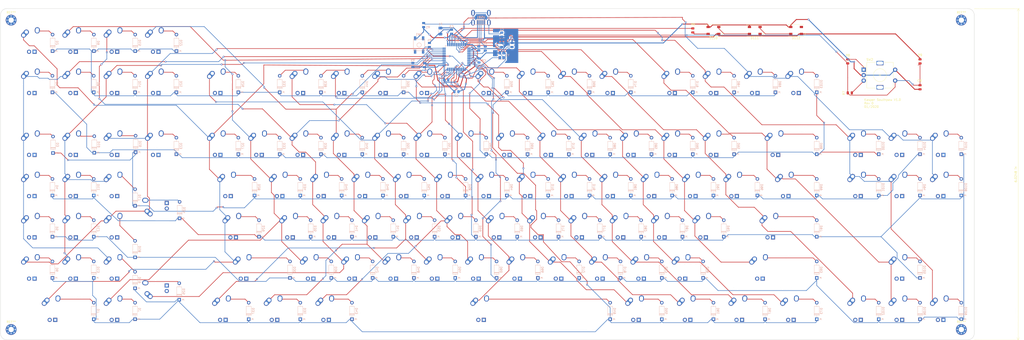
<source format=kicad_pcb>
(kicad_pcb (version 20171130) (host pcbnew 5.1.5-52549c5~84~ubuntu18.04.1)
  (layers (0 F.Cu signal) (31 B.Cu signal) (34 B.Paste user) (35 F.Paste user) (36 B.SilkS user) (37 F.SilkS user) (38 B.Mask user) (39 F.Mask user) (44 Edge.Cuts user))
  (net 0 "")
  (net 1 GND)
  (net 2 "Net-(C1-Pad1)")
  (net 3 +5V)
  (net 4 "Net-(C6-Pad2)")
  (net 5 "Net-(C7-Pad2)")
  (net 6 "Net-(C8-Pad1)")
  (net 7 "Net-(D1-Pad2)")
  (net 8 ROW0)
  (net 9 "Net-(D2-Pad2)")
  (net 10 ROW1)
  (net 11 "Net-(D3-Pad2)")
  (net 12 "Net-(D4-Pad2)")
  (net 13 VCC)
  (net 14 COL0)
  (net 15 COL1)
  (net 16 D+)
  (net 17 "Net-(R2-Pad1)")
  (net 18 D-)
  (net 19 "Net-(R3-Pad1)")
  (net 20 "Net-(R4-Pad1)")
  (net 21 "Net-(USB1-Pad2)")
  (net 22 ENCODER)
  (net 23 ROW2)
  (net 24 "Net-(D5-Pad2)")
  (net 25 ROW3)
  (net 26 "Net-(D6-Pad2)")
  (net 27 ROW4)
  (net 28 "Net-(D7-Pad2)")
  (net 29 "Net-(D8-Pad2)")
  (net 30 "Net-(D9-Pad2)")
  (net 31 "Net-(D10-Pad2)")
  (net 32 "Net-(D11-Pad2)")
  (net 33 "Net-(D12-Pad2)")
  (net 34 "Net-(D13-Pad2)")
  (net 35 "Net-(D14-Pad2)")
  (net 36 "Net-(D15-Pad2)")
  (net 37 "Net-(D16-Pad2)")
  (net 38 "Net-(D17-Pad2)")
  (net 39 "Net-(D18-Pad2)")
  (net 40 "Net-(D19-Pad2)")
  (net 41 "Net-(D20-Pad2)")
  (net 42 "Net-(D21-Pad2)")
  (net 43 "Net-(D22-Pad2)")
  (net 44 "Net-(D23-Pad2)")
  (net 45 "Net-(D24-Pad2)")
  (net 46 "Net-(D25-Pad2)")
  (net 47 "Net-(D26-Pad2)")
  (net 48 "Net-(D27-Pad2)")
  (net 49 "Net-(D28-Pad2)")
  (net 50 "Net-(D29-Pad2)")
  (net 51 "Net-(D30-Pad2)")
  (net 52 "Net-(D31-Pad2)")
  (net 53 "Net-(D32-Pad2)")
  (net 54 "Net-(D33-Pad2)")
  (net 55 "Net-(D34-Pad2)")
  (net 56 "Net-(D35-Pad2)")
  (net 57 "Net-(D36-Pad2)")
  (net 58 "Net-(D37-Pad2)")
  (net 59 "Net-(D38-Pad2)")
  (net 60 "Net-(D39-Pad2)")
  (net 61 "Net-(D40-Pad2)")
  (net 62 "Net-(D41-Pad2)")
  (net 63 "Net-(D42-Pad2)")
  (net 64 "Net-(D43-Pad2)")
  (net 65 "Net-(D44-Pad2)")
  (net 66 "Net-(D45-Pad2)")
  (net 67 "Net-(D46-Pad2)")
  (net 68 "Net-(D47-Pad2)")
  (net 69 "Net-(D48-Pad2)")
  (net 70 "Net-(D49-Pad2)")
  (net 71 "Net-(D50-Pad2)")
  (net 72 "Net-(D51-Pad2)")
  (net 73 "Net-(D52-Pad2)")
  (net 74 "Net-(D53-Pad2)")
  (net 75 "Net-(D54-Pad2)")
  (net 76 "Net-(D55-Pad2)")
  (net 77 "Net-(D56-Pad2)")
  (net 78 "Net-(D57-Pad2)")
  (net 79 "Net-(D58-Pad2)")
  (net 80 "Net-(D59-Pad2)")
  (net 81 "Net-(D60-Pad2)")
  (net 82 "Net-(D61-Pad2)")
  (net 83 "Net-(D62-Pad2)")
  (net 84 "Net-(D63-Pad2)")
  (net 85 "Net-(D64-Pad2)")
  (net 86 "Net-(D65-Pad2)")
  (net 87 "Net-(D66-Pad2)")
  (net 88 "Net-(D67-Pad2)")
  (net 89 "Net-(D68-Pad2)")
  (net 90 "Net-(D69-Pad2)")
  (net 91 "Net-(D70-Pad2)")
  (net 92 "Net-(D71-Pad2)")
  (net 93 "Net-(D72-Pad2)")
  (net 94 "Net-(D73-Pad2)")
  (net 95 "Net-(D74-Pad2)")
  (net 96 "Net-(D75-Pad2)")
  (net 97 "Net-(D76-Pad2)")
  (net 98 "Net-(D77-Pad2)")
  (net 99 "Net-(D78-Pad2)")
  (net 100 "Net-(D79-Pad2)")
  (net 101 "Net-(D80-Pad2)")
  (net 102 "Net-(D81-Pad2)")
  (net 103 "Net-(D82-Pad2)")
  (net 104 "Net-(D83-Pad2)")
  (net 105 "Net-(D84-Pad2)")
  (net 106 "Net-(D85-Pad2)")
  (net 107 "Net-(D86-Pad2)")
  (net 108 "Net-(D87-Pad2)")
  (net 109 "Net-(D88-Pad2)")
  (net 110 "Net-(D89-Pad2)")
  (net 111 "Net-(D90-Pad2)")
  (net 112 "Net-(D91-Pad2)")
  (net 113 "Net-(D92-Pad2)")
  (net 114 "Net-(D93-Pad2)")
  (net 115 "Net-(D94-Pad2)")
  (net 116 "Net-(D95-Pad2)")
  (net 117 "Net-(D96-Pad2)")
  (net 118 "Net-(D97-Pad2)")
  (net 119 "Net-(D98-Pad2)")
  (net 120 "Net-(D99-Pad2)")
  (net 121 "Net-(D100-Pad2)")
  (net 122 "Net-(D101-Pad2)")
  (net 123 "Net-(D102-Pad2)")
  (net 124 "Net-(D103-Pad2)")
  (net 125 "Net-(D104-Pad2)")
  (net 126 "Net-(D105-Pad2)")
  (net 127 "Net-(D106-Pad2)")
  (net 128 "Net-(D107-Pad2)")
  (net 129 "Net-(D108-Pad2)")
  (net 130 "Net-(D109-Pad2)")
  (net 131 "Net-(D110-Pad2)")
  (net 132 "Net-(D110-Pad4)")
  (net 133 "Net-(D111-Pad2)")
  (net 134 "Net-(D112-Pad2)")
  (net 135 COL4)
  (net 136 COL5)
  (net 137 COL2)
  (net 138 COL6)
  (net 139 COL3)
  (net 140 COL7)
  (net 141 COL8)
  (net 142 COL9)
  (net 143 COL10)
  (net 144 COL11)
  (net 145 COL12)
  (net 146 COL13)
  (net 147 COL14)
  (net 148 COL15)
  (net 149 COL16)
  (net 150 COL17)
  (net 151 COL18)
  (net 152 STATUS_LEDS)
  (net 153 "Net-(R7-Pad1)")
  (net 154 "Net-(R8-Pad1)")
  (net 155 ROW5)
  (module Rotary_Encoder:RotaryEncoder_Alps_EC11E-Switch_Vertical_H20mm (layer F.Cu) (at 455.041 156.2735)
    (fp_text reference SW2 (at 2.8 -4.7) (layer F.SilkS))
    (fp_text value Rotary_Encoder_Switch)
    (pad A thru_hole rect (at 0 0) (size 2 2) (drill 1) (layers *.Cu *.Mask) (net 154 "Net-(R8-Pad1)"))
    (pad C thru_hole circle (at 0 2.5) (size 2 2) (drill 1) (layers *.Cu *.Mask) (net 1 GND))
    (pad B thru_hole circle (at 0 5) (size 2 2) (drill 1) (layers *.Cu *.Mask) (net 153 "Net-(R7-Pad1)"))
    (pad MP thru_hole rect (at 7.5 -3.1) (size 3.2 2) (drill oval 2.8 1.5) (layers *.Cu *.Mask))
    (pad MP thru_hole rect (at 7.5 8.1) (size 3.2 2) (drill oval 2.8 1.5) (layers *.Cu *.Mask))
    (pad S2 thru_hole circle (at 14.5 0) (size 2 2) (drill 1) (layers *.Cu *.Mask) (net 1 GND))
    (pad S1 thru_hole circle (at 14.5 5) (size 2 2) (drill 1) (layers *.Cu *.Mask) (net 22 ENCODER))
  )
  (module Diode_THT:D_DO-35_SOD27_P7.62mm_Horizontal (layer B.Cu) (at 500.0625 271.4625 90)
    (fp_text reference D109 (at 3.81 2.12 90) (layer B.SilkS) (effects (justify mirror)))
    (fp_text value D_Small)
    (fp_text user K (at 0 1.8 90) (layer B.SilkS) (effects (justify mirror)))
    (pad 2 thru_hole oval (at 7.62 0 90) (size 1.6 1.6) (drill 0.8) (layers *.Cu *.Mask) (net 130 "Net-(D109-Pad2)"))
    (pad 1 thru_hole rect (at 0 0 90) (size 1.6 1.6) (drill 0.8) (layers *.Cu *.Mask) (net 27 ROW4))
  )
  (module Diode_THT:D_DO-35_SOD27_P7.62mm_Horizontal (layer B.Cu) (at 500.0625 214.3125 90)
    (fp_text reference D108 (at 3.81 2.12 90) (layer B.SilkS) (effects (justify mirror)))
    (fp_text value D_Small)
    (fp_text user K (at 0 1.8 90) (layer B.SilkS) (effects (justify mirror)))
    (pad 2 thru_hole oval (at 7.62 0 90) (size 1.6 1.6) (drill 0.8) (layers *.Cu *.Mask) (net 129 "Net-(D108-Pad2)"))
    (pad 1 thru_hole rect (at 0 0 90) (size 1.6 1.6) (drill 0.8) (layers *.Cu *.Mask) (net 25 ROW3))
  )
  (module Diode_THT:D_DO-35_SOD27_P7.62mm_Horizontal (layer B.Cu) (at 500.0625 195.2625 90)
    (fp_text reference D107 (at 3.81 2.12 90) (layer B.SilkS) (effects (justify mirror)))
    (fp_text value D_Small)
    (fp_text user K (at 0 1.8 90) (layer B.SilkS) (effects (justify mirror)))
    (pad 2 thru_hole oval (at 7.62 0 90) (size 1.6 1.6) (drill 0.8) (layers *.Cu *.Mask) (net 128 "Net-(D107-Pad2)"))
    (pad 1 thru_hole rect (at 0 0 90) (size 1.6 1.6) (drill 0.8) (layers *.Cu *.Mask) (net 27 ROW4))
  )
  (module Diode_THT:D_DO-35_SOD27_P7.62mm_Horizontal (layer B.Cu) (at 481.0125 271.4625 90)
    (fp_text reference D106 (at 3.81 2.12 90) (layer B.SilkS) (effects (justify mirror)))
    (fp_text value D_Small)
    (fp_text user K (at 0 1.8 90) (layer B.SilkS) (effects (justify mirror)))
    (pad 2 thru_hole oval (at 7.62 0 90) (size 1.6 1.6) (drill 0.8) (layers *.Cu *.Mask) (net 127 "Net-(D106-Pad2)"))
    (pad 1 thru_hole rect (at 0 0 90) (size 1.6 1.6) (drill 0.8) (layers *.Cu *.Mask) (net 27 ROW4))
  )
  (module Diode_THT:D_DO-35_SOD27_P7.62mm_Horizontal (layer B.Cu) (at 481.0125 252.4125 90)
    (fp_text reference D105 (at 3.81 2.12 90) (layer B.SilkS) (effects (justify mirror)))
    (fp_text value D_Small)
    (fp_text user K (at 0 1.8 90) (layer B.SilkS) (effects (justify mirror)))
    (pad 2 thru_hole oval (at 7.62 0 90) (size 1.6 1.6) (drill 0.8) (layers *.Cu *.Mask) (net 126 "Net-(D105-Pad2)"))
    (pad 1 thru_hole rect (at 0 0 90) (size 1.6 1.6) (drill 0.8) (layers *.Cu *.Mask) (net 25 ROW3))
  )
  (module Diode_THT:D_DO-35_SOD27_P7.62mm_Horizontal (layer B.Cu) (at 481.0125 195.2625 90)
    (fp_text reference D104 (at 3.81 2.12 90) (layer B.SilkS) (effects (justify mirror)))
    (fp_text value D_Small)
    (fp_text user K (at 0 1.8 90) (layer B.SilkS) (effects (justify mirror)))
    (pad 2 thru_hole oval (at 7.62 0 90) (size 1.6 1.6) (drill 0.8) (layers *.Cu *.Mask) (net 125 "Net-(D104-Pad2)"))
    (pad 1 thru_hole rect (at 0 0 90) (size 1.6 1.6) (drill 0.8) (layers *.Cu *.Mask) (net 23 ROW2))
  )
  (module Diode_THT:D_DO-35_SOD27_P7.62mm_Horizontal (layer B.Cu) (at 433.3875 166.6875 90)
    (fp_text reference D103 (at 3.81 2.12 90) (layer B.SilkS) (effects (justify mirror)))
    (fp_text value D_Small)
    (fp_text user K (at 0 1.8 90) (layer B.SilkS) (effects (justify mirror)))
    (pad 2 thru_hole oval (at 7.62 0 90) (size 1.6 1.6) (drill 0.8) (layers *.Cu *.Mask) (net 124 "Net-(D103-Pad2)"))
    (pad 1 thru_hole rect (at 0 0 90) (size 1.6 1.6) (drill 0.8) (layers *.Cu *.Mask) (net 10 ROW1))
  )
  (module Diode_THT:D_DO-35_SOD27_P7.62mm_Horizontal (layer B.Cu) (at 461.9625 271.4625 90)
    (fp_text reference D102 (at 3.81 2.12 90) (layer B.SilkS) (effects (justify mirror)))
    (fp_text value D_Small)
    (fp_text user K (at 0 1.8 90) (layer B.SilkS) (effects (justify mirror)))
    (pad 2 thru_hole oval (at 7.62 0 90) (size 1.6 1.6) (drill 0.8) (layers *.Cu *.Mask) (net 123 "Net-(D102-Pad2)"))
    (pad 1 thru_hole rect (at 0 0 90) (size 1.6 1.6) (drill 0.8) (layers *.Cu *.Mask) (net 27 ROW4))
  )
  (module Diode_THT:D_DO-35_SOD27_P7.62mm_Horizontal (layer B.Cu) (at 461.9625 214.3125 90)
    (fp_text reference D101 (at 3.81 2.12 90) (layer B.SilkS) (effects (justify mirror)))
    (fp_text value D_Small)
    (fp_text user K (at 0 1.8 90) (layer B.SilkS) (effects (justify mirror)))
    (pad 2 thru_hole oval (at 7.62 0 90) (size 1.6 1.6) (drill 0.8) (layers *.Cu *.Mask) (net 122 "Net-(D101-Pad2)"))
    (pad 1 thru_hole rect (at 0 0 90) (size 1.6 1.6) (drill 0.8) (layers *.Cu *.Mask) (net 23 ROW2))
  )
  (module Diode_THT:D_DO-35_SOD27_P7.62mm_Horizontal (layer B.Cu) (at 461.9625 195.2625 90)
    (fp_text reference D100 (at 3.81 2.12 90) (layer B.SilkS) (effects (justify mirror)))
    (fp_text value D_Small)
    (fp_text user K (at 0 1.8 90) (layer B.SilkS) (effects (justify mirror)))
    (pad 2 thru_hole oval (at 7.62 0 90) (size 1.6 1.6) (drill 0.8) (layers *.Cu *.Mask) (net 121 "Net-(D100-Pad2)"))
    (pad 1 thru_hole rect (at 0 0 90) (size 1.6 1.6) (drill 0.8) (layers *.Cu *.Mask) (net 10 ROW1))
  )
  (module Diode_THT:D_DO-35_SOD27_P7.62mm_Horizontal (layer B.Cu) (at 433.3875 214.3125 90)
    (fp_text reference D99 (at 3.81 2.12 90) (layer B.SilkS) (effects (justify mirror)))
    (fp_text value D_Small)
    (fp_text user K (at 0 1.8 90) (layer B.SilkS) (effects (justify mirror)))
    (pad 2 thru_hole oval (at 7.62 0 90) (size 1.6 1.6) (drill 0.8) (layers *.Cu *.Mask) (net 120 "Net-(D99-Pad2)"))
    (pad 1 thru_hole rect (at 0 0 90) (size 1.6 1.6) (drill 0.8) (layers *.Cu *.Mask) (net 23 ROW2))
  )
  (module Diode_THT:D_DO-35_SOD27_P7.62mm_Horizontal (layer B.Cu) (at 433.3875 195.2625 90)
    (fp_text reference D98 (at 3.81 2.12 90) (layer B.SilkS) (effects (justify mirror)))
    (fp_text value D_Small)
    (fp_text user K (at 0 1.8 90) (layer B.SilkS) (effects (justify mirror)))
    (pad 2 thru_hole oval (at 7.62 0 90) (size 1.6 1.6) (drill 0.8) (layers *.Cu *.Mask) (net 119 "Net-(D98-Pad2)"))
    (pad 1 thru_hole rect (at 0 0 90) (size 1.6 1.6) (drill 0.8) (layers *.Cu *.Mask) (net 10 ROW1))
  )
  (module Diode_THT:D_DO-35_SOD27_P7.62mm_Horizontal (layer B.Cu) (at 433.3875 233.3625 90)
    (fp_text reference D97 (at 3.81 2.12 90) (layer B.SilkS) (effects (justify mirror)))
    (fp_text value D_Small)
    (fp_text user K (at 0 1.8 90) (layer B.SilkS) (effects (justify mirror)))
    (pad 2 thru_hole oval (at 7.62 0 90) (size 1.6 1.6) (drill 0.8) (layers *.Cu *.Mask) (net 118 "Net-(D97-Pad2)"))
    (pad 1 thru_hole rect (at 0 0 90) (size 1.6 1.6) (drill 0.8) (layers *.Cu *.Mask) (net 25 ROW3))
  )
  (module Diode_THT:D_DO-35_SOD27_P7.62mm_Horizontal (layer B.Cu) (at 406.0317 214.3125 90)
    (fp_text reference D96 (at 3.81 2.12 90) (layer B.SilkS) (effects (justify mirror)))
    (fp_text value D_Small)
    (fp_text user K (at 0 1.8 90) (layer B.SilkS) (effects (justify mirror)))
    (pad 2 thru_hole oval (at 7.62 0 90) (size 1.6 1.6) (drill 0.8) (layers *.Cu *.Mask) (net 117 "Net-(D96-Pad2)"))
    (pad 1 thru_hole rect (at 0 0 90) (size 1.6 1.6) (drill 0.8) (layers *.Cu *.Mask) (net 23 ROW2))
  )
  (module Diode_THT:D_DO-35_SOD27_P7.62mm_Horizontal (layer B.Cu) (at 395.2875 195.2625 90)
    (fp_text reference D95 (at 3.81 2.12 90) (layer B.SilkS) (effects (justify mirror)))
    (fp_text value D_Small)
    (fp_text user K (at 0 1.8 90) (layer B.SilkS) (effects (justify mirror)))
    (pad 2 thru_hole oval (at 7.62 0 90) (size 1.6 1.6) (drill 0.8) (layers *.Cu *.Mask) (net 116 "Net-(D95-Pad2)"))
    (pad 1 thru_hole rect (at 0 0 90) (size 1.6 1.6) (drill 0.8) (layers *.Cu *.Mask) (net 10 ROW1))
  )
  (module Diode_THT:D_DO-35_SOD27_P7.62mm_Horizontal (layer B.Cu) (at 481.0125 214.3125 90)
    (fp_text reference D94 (at 3.81 2.12 90) (layer B.SilkS) (effects (justify mirror)))
    (fp_text value D_Small)
    (fp_text user K (at 0 1.8 90) (layer B.SilkS) (effects (justify mirror)))
    (pad 2 thru_hole oval (at 7.62 0 90) (size 1.6 1.6) (drill 0.8) (layers *.Cu *.Mask) (net 115 "Net-(D94-Pad2)"))
    (pad 1 thru_hole rect (at 0 0 90) (size 1.6 1.6) (drill 0.8) (layers *.Cu *.Mask) (net 25 ROW3))
  )
  (module Diode_THT:D_DO-35_SOD27_P7.62mm_Horizontal (layer B.Cu) (at 433.3875 252.4125 90)
    (fp_text reference D93 (at 3.81 2.12 90) (layer B.SilkS) (effects (justify mirror)))
    (fp_text value D_Small)
    (fp_text user K (at 0 1.8 90) (layer B.SilkS) (effects (justify mirror)))
    (pad 2 thru_hole oval (at 7.62 0 90) (size 1.6 1.6) (drill 0.8) (layers *.Cu *.Mask) (net 114 "Net-(D93-Pad2)"))
    (pad 1 thru_hole rect (at 0 0 90) (size 1.6 1.6) (drill 0.8) (layers *.Cu *.Mask) (net 27 ROW4))
  )
  (module Diode_THT:D_DO-35_SOD27_P7.62mm_Horizontal (layer B.Cu) (at 390.525 233.3625 90)
    (fp_text reference D92 (at 3.81 2.12 90) (layer B.SilkS) (effects (justify mirror)))
    (fp_text value D_Small)
    (fp_text user K (at 0 1.8 90) (layer B.SilkS) (effects (justify mirror)))
    (pad 2 thru_hole oval (at 7.62 0 90) (size 1.6 1.6) (drill 0.8) (layers *.Cu *.Mask) (net 113 "Net-(D92-Pad2)"))
    (pad 1 thru_hole rect (at 0 0 90) (size 1.6 1.6) (drill 0.8) (layers *.Cu *.Mask) (net 25 ROW3))
  )
  (module Diode_THT:D_DO-35_SOD27_P7.62mm_Horizontal (layer B.Cu) (at 385.7625 214.3125 90)
    (fp_text reference D91 (at 3.81 2.12 90) (layer B.SilkS) (effects (justify mirror)))
    (fp_text value D_Small)
    (fp_text user K (at 0 1.8 90) (layer B.SilkS) (effects (justify mirror)))
    (pad 2 thru_hole oval (at 7.62 0 90) (size 1.6 1.6) (drill 0.8) (layers *.Cu *.Mask) (net 112 "Net-(D91-Pad2)"))
    (pad 1 thru_hole rect (at 0 0 90) (size 1.6 1.6) (drill 0.8) (layers *.Cu *.Mask) (net 23 ROW2))
  )
  (module Diode_THT:D_DO-35_SOD27_P7.62mm_Horizontal (layer B.Cu) (at 376.2375 195.2625 90)
    (fp_text reference D90 (at 3.81 2.12 90) (layer B.SilkS) (effects (justify mirror)))
    (fp_text value D_Small)
    (fp_text user K (at 0 1.8 90) (layer B.SilkS) (effects (justify mirror)))
    (pad 2 thru_hole oval (at 7.62 0 90) (size 1.6 1.6) (drill 0.8) (layers *.Cu *.Mask) (net 111 "Net-(D90-Pad2)"))
    (pad 1 thru_hole rect (at 0 0 90) (size 1.6 1.6) (drill 0.8) (layers *.Cu *.Mask) (net 10 ROW1))
  )
  (module Diode_THT:D_DO-35_SOD27_P7.62mm_Horizontal (layer B.Cu) (at 414.3375 166.6875 90)
    (fp_text reference D89 (at 3.81 2.12 90) (layer B.SilkS) (effects (justify mirror)))
    (fp_text value D_Small)
    (fp_text user K (at 0 1.8 90) (layer B.SilkS) (effects (justify mirror)))
    (pad 2 thru_hole oval (at 7.62 0 90) (size 1.6 1.6) (drill 0.8) (layers *.Cu *.Mask) (net 110 "Net-(D89-Pad2)"))
    (pad 1 thru_hole rect (at 0 0 90) (size 1.6 1.6) (drill 0.8) (layers *.Cu *.Mask) (net 8 ROW0))
  )
  (module Diode_THT:D_DO-35_SOD27_P7.62mm_Horizontal (layer B.Cu) (at 381 252.4125 90)
    (fp_text reference D88 (at 3.81 2.12 90) (layer B.SilkS) (effects (justify mirror)))
    (fp_text value D_Small)
    (fp_text user K (at 0 1.8 90) (layer B.SilkS) (effects (justify mirror)))
    (pad 2 thru_hole oval (at 7.62 0 90) (size 1.6 1.6) (drill 0.8) (layers *.Cu *.Mask) (net 109 "Net-(D88-Pad2)"))
    (pad 1 thru_hole rect (at 0 0 90) (size 1.6 1.6) (drill 0.8) (layers *.Cu *.Mask) (net 27 ROW4))
  )
  (module Diode_THT:D_DO-35_SOD27_P7.62mm_Horizontal (layer B.Cu) (at 371.475 233.3625 90)
    (fp_text reference D87 (at 3.81 2.12 90) (layer B.SilkS) (effects (justify mirror)))
    (fp_text value D_Small)
    (fp_text user K (at 0 1.8 90) (layer B.SilkS) (effects (justify mirror)))
    (pad 2 thru_hole oval (at 7.62 0 90) (size 1.6 1.6) (drill 0.8) (layers *.Cu *.Mask) (net 108 "Net-(D87-Pad2)"))
    (pad 1 thru_hole rect (at 0 0 90) (size 1.6 1.6) (drill 0.8) (layers *.Cu *.Mask) (net 25 ROW3))
  )
  (module Diode_THT:D_DO-35_SOD27_P7.62mm_Horizontal (layer B.Cu) (at 366.7125 214.3125 90)
    (fp_text reference D86 (at 3.81 2.12 90) (layer B.SilkS) (effects (justify mirror)))
    (fp_text value D_Small)
    (fp_text user K (at 0 1.8 90) (layer B.SilkS) (effects (justify mirror)))
    (pad 2 thru_hole oval (at 7.62 0 90) (size 1.6 1.6) (drill 0.8) (layers *.Cu *.Mask) (net 107 "Net-(D86-Pad2)"))
    (pad 1 thru_hole rect (at 0 0 90) (size 1.6 1.6) (drill 0.8) (layers *.Cu *.Mask) (net 23 ROW2))
  )
  (module Diode_THT:D_DO-35_SOD27_P7.62mm_Horizontal (layer B.Cu) (at 357.1875 195.2625 90)
    (fp_text reference D85 (at 3.81 2.12 90) (layer B.SilkS) (effects (justify mirror)))
    (fp_text value D_Small)
    (fp_text user K (at 0 1.8 90) (layer B.SilkS) (effects (justify mirror)))
    (pad 2 thru_hole oval (at 7.62 0 90) (size 1.6 1.6) (drill 0.8) (layers *.Cu *.Mask) (net 106 "Net-(D85-Pad2)"))
    (pad 1 thru_hole rect (at 0 0 90) (size 1.6 1.6) (drill 0.8) (layers *.Cu *.Mask) (net 10 ROW1))
  )
  (module Diode_THT:D_DO-35_SOD27_P7.62mm_Horizontal (layer B.Cu) (at 395.2875 166.6875 90)
    (fp_text reference D84 (at 3.81 2.12 90) (layer B.SilkS) (effects (justify mirror)))
    (fp_text value D_Small)
    (fp_text user K (at 0 1.8 90) (layer B.SilkS) (effects (justify mirror)))
    (pad 2 thru_hole oval (at 7.62 0 90) (size 1.6 1.6) (drill 0.8) (layers *.Cu *.Mask) (net 105 "Net-(D84-Pad2)"))
    (pad 1 thru_hole rect (at 0 0 90) (size 1.6 1.6) (drill 0.8) (layers *.Cu *.Mask) (net 8 ROW0))
  )
  (module Diode_THT:D_DO-35_SOD27_P7.62mm_Horizontal (layer B.Cu) (at 361.95 252.4125 90)
    (fp_text reference D83 (at 3.81 2.12 90) (layer B.SilkS) (effects (justify mirror)))
    (fp_text value D_Small)
    (fp_text user K (at 0 1.8 90) (layer B.SilkS) (effects (justify mirror)))
    (pad 2 thru_hole oval (at 7.62 0 90) (size 1.6 1.6) (drill 0.8) (layers *.Cu *.Mask) (net 104 "Net-(D83-Pad2)"))
    (pad 1 thru_hole rect (at 0 0 90) (size 1.6 1.6) (drill 0.8) (layers *.Cu *.Mask) (net 27 ROW4))
  )
  (module Diode_THT:D_DO-35_SOD27_P7.62mm_Horizontal (layer B.Cu) (at 352.425 233.3625 90)
    (fp_text reference D82 (at 3.81 2.12 90) (layer B.SilkS) (effects (justify mirror)))
    (fp_text value D_Small)
    (fp_text user K (at 0 1.8 90) (layer B.SilkS) (effects (justify mirror)))
    (pad 2 thru_hole oval (at 7.62 0 90) (size 1.6 1.6) (drill 0.8) (layers *.Cu *.Mask) (net 103 "Net-(D82-Pad2)"))
    (pad 1 thru_hole rect (at 0 0 90) (size 1.6 1.6) (drill 0.8) (layers *.Cu *.Mask) (net 25 ROW3))
  )
  (module Diode_THT:D_DO-35_SOD27_P7.62mm_Horizontal (layer B.Cu) (at 347.6625 214.3125 90)
    (fp_text reference D81 (at 3.81 2.12 90) (layer B.SilkS) (effects (justify mirror)))
    (fp_text value D_Small)
    (fp_text user K (at 0 1.8 90) (layer B.SilkS) (effects (justify mirror)))
    (pad 2 thru_hole oval (at 7.62 0 90) (size 1.6 1.6) (drill 0.8) (layers *.Cu *.Mask) (net 102 "Net-(D81-Pad2)"))
    (pad 1 thru_hole rect (at 0 0 90) (size 1.6 1.6) (drill 0.8) (layers *.Cu *.Mask) (net 23 ROW2))
  )
  (module Diode_THT:D_DO-35_SOD27_P7.62mm_Horizontal (layer B.Cu) (at 338.1375 195.2625 90)
    (fp_text reference D80 (at 3.81 2.12 90) (layer B.SilkS) (effects (justify mirror)))
    (fp_text value D_Small)
    (fp_text user K (at 0 1.8 90) (layer B.SilkS) (effects (justify mirror)))
    (pad 2 thru_hole oval (at 7.62 0 90) (size 1.6 1.6) (drill 0.8) (layers *.Cu *.Mask) (net 101 "Net-(D80-Pad2)"))
    (pad 1 thru_hole rect (at 0 0 90) (size 1.6 1.6) (drill 0.8) (layers *.Cu *.Mask) (net 10 ROW1))
  )
  (module Diode_THT:D_DO-35_SOD27_P7.62mm_Horizontal (layer B.Cu) (at 376.2375 166.6875 90)
    (fp_text reference D79 (at 3.81 2.12 90) (layer B.SilkS) (effects (justify mirror)))
    (fp_text value D_Small)
    (fp_text user K (at 0 1.8 90) (layer B.SilkS) (effects (justify mirror)))
    (pad 2 thru_hole oval (at 7.62 0 90) (size 1.6 1.6) (drill 0.8) (layers *.Cu *.Mask) (net 100 "Net-(D79-Pad2)"))
    (pad 1 thru_hole rect (at 0 0 90) (size 1.6 1.6) (drill 0.8) (layers *.Cu *.Mask) (net 8 ROW0))
  )
  (module Diode_THT:D_DO-35_SOD27_P7.62mm_Horizontal (layer B.Cu) (at 342.9 252.4125 90)
    (fp_text reference D78 (at 3.81 2.12 90) (layer B.SilkS) (effects (justify mirror)))
    (fp_text value D_Small)
    (fp_text user K (at 0 1.8 90) (layer B.SilkS) (effects (justify mirror)))
    (pad 2 thru_hole oval (at 7.62 0 90) (size 1.6 1.6) (drill 0.8) (layers *.Cu *.Mask) (net 99 "Net-(D78-Pad2)"))
    (pad 1 thru_hole rect (at 0 0 90) (size 1.6 1.6) (drill 0.8) (layers *.Cu *.Mask) (net 27 ROW4))
  )
  (module Diode_THT:D_DO-35_SOD27_P7.62mm_Horizontal (layer B.Cu) (at 333.375 233.3625 90)
    (fp_text reference D77 (at 3.81 2.12 90) (layer B.SilkS) (effects (justify mirror)))
    (fp_text value D_Small)
    (fp_text user K (at 0 1.8 90) (layer B.SilkS) (effects (justify mirror)))
    (pad 2 thru_hole oval (at 7.62 0 90) (size 1.6 1.6) (drill 0.8) (layers *.Cu *.Mask) (net 98 "Net-(D77-Pad2)"))
    (pad 1 thru_hole rect (at 0 0 90) (size 1.6 1.6) (drill 0.8) (layers *.Cu *.Mask) (net 25 ROW3))
  )
  (module Diode_THT:D_DO-35_SOD27_P7.62mm_Horizontal (layer B.Cu) (at 328.6125 214.3125 90)
    (fp_text reference D76 (at 3.81 2.12 90) (layer B.SilkS) (effects (justify mirror)))
    (fp_text value D_Small)
    (fp_text user K (at 0 1.8 90) (layer B.SilkS) (effects (justify mirror)))
    (pad 2 thru_hole oval (at 7.62 0 90) (size 1.6 1.6) (drill 0.8) (layers *.Cu *.Mask) (net 97 "Net-(D76-Pad2)"))
    (pad 1 thru_hole rect (at 0 0 90) (size 1.6 1.6) (drill 0.8) (layers *.Cu *.Mask) (net 23 ROW2))
  )
  (module Diode_THT:D_DO-35_SOD27_P7.62mm_Horizontal (layer B.Cu) (at 319.0875 195.2625 90)
    (fp_text reference D75 (at 3.81 2.12 90) (layer B.SilkS) (effects (justify mirror)))
    (fp_text value D_Small)
    (fp_text user K (at 0 1.8 90) (layer B.SilkS) (effects (justify mirror)))
    (pad 2 thru_hole oval (at 7.62 0 90) (size 1.6 1.6) (drill 0.8) (layers *.Cu *.Mask) (net 96 "Net-(D75-Pad2)"))
    (pad 1 thru_hole rect (at 0 0 90) (size 1.6 1.6) (drill 0.8) (layers *.Cu *.Mask) (net 10 ROW1))
  )
  (module Diode_THT:D_DO-35_SOD27_P7.62mm_Horizontal (layer B.Cu) (at 347.6625 166.6875 90)
    (fp_text reference D74 (at 3.81 2.12 90) (layer B.SilkS) (effects (justify mirror)))
    (fp_text value D_Small)
    (fp_text user K (at 0 1.8 90) (layer B.SilkS) (effects (justify mirror)))
    (pad 2 thru_hole oval (at 7.62 0 90) (size 1.6 1.6) (drill 0.8) (layers *.Cu *.Mask) (net 95 "Net-(D74-Pad2)"))
    (pad 1 thru_hole rect (at 0 0 90) (size 1.6 1.6) (drill 0.8) (layers *.Cu *.Mask) (net 8 ROW0))
  )
  (module Diode_THT:D_DO-35_SOD27_P7.62mm_Horizontal (layer B.Cu) (at 433.3875 271.4625 90)
    (fp_text reference D73 (at 3.81 2.12 90) (layer B.SilkS) (effects (justify mirror)))
    (fp_text value D_Small)
    (fp_text user K (at 0 1.8 90) (layer B.SilkS) (effects (justify mirror)))
    (pad 2 thru_hole oval (at 7.62 0 90) (size 1.6 1.6) (drill 0.8) (layers *.Cu *.Mask) (net 94 "Net-(D73-Pad2)"))
    (pad 1 thru_hole rect (at 0 0 90) (size 1.6 1.6) (drill 0.8) (layers *.Cu *.Mask) (net 155 ROW5))
  )
  (module Diode_THT:D_DO-35_SOD27_P7.62mm_Horizontal (layer B.Cu) (at 323.85 252.4125 90)
    (fp_text reference D72 (at 3.81 2.12 90) (layer B.SilkS) (effects (justify mirror)))
    (fp_text value D_Small)
    (fp_text user K (at 0 1.8 90) (layer B.SilkS) (effects (justify mirror)))
    (pad 2 thru_hole oval (at 7.62 0 90) (size 1.6 1.6) (drill 0.8) (layers *.Cu *.Mask) (net 93 "Net-(D72-Pad2)"))
    (pad 1 thru_hole rect (at 0 0 90) (size 1.6 1.6) (drill 0.8) (layers *.Cu *.Mask) (net 27 ROW4))
  )
  (module Diode_THT:D_DO-35_SOD27_P7.62mm_Horizontal (layer B.Cu) (at 314.325 233.3625 90)
    (fp_text reference D71 (at 3.81 2.12 90) (layer B.SilkS) (effects (justify mirror)))
    (fp_text value D_Small)
    (fp_text user K (at 0 1.8 90) (layer B.SilkS) (effects (justify mirror)))
    (pad 2 thru_hole oval (at 7.62 0 90) (size 1.6 1.6) (drill 0.8) (layers *.Cu *.Mask) (net 92 "Net-(D71-Pad2)"))
    (pad 1 thru_hole rect (at 0 0 90) (size 1.6 1.6) (drill 0.8) (layers *.Cu *.Mask) (net 25 ROW3))
  )
  (module Diode_THT:D_DO-35_SOD27_P7.62mm_Horizontal (layer B.Cu) (at 309.5625 214.3125 90)
    (fp_text reference D70 (at 3.81 2.12 90) (layer B.SilkS) (effects (justify mirror)))
    (fp_text value D_Small)
    (fp_text user K (at 0 1.8 90) (layer B.SilkS) (effects (justify mirror)))
    (pad 2 thru_hole oval (at 7.62 0 90) (size 1.6 1.6) (drill 0.8) (layers *.Cu *.Mask) (net 91 "Net-(D70-Pad2)"))
    (pad 1 thru_hole rect (at 0 0 90) (size 1.6 1.6) (drill 0.8) (layers *.Cu *.Mask) (net 23 ROW2))
  )
  (module Diode_THT:D_DO-35_SOD27_P7.62mm_Horizontal (layer B.Cu) (at 300.0375 195.2625 90)
    (fp_text reference D69 (at 3.81 2.12 90) (layer B.SilkS) (effects (justify mirror)))
    (fp_text value D_Small)
    (fp_text user K (at 0 1.8 90) (layer B.SilkS) (effects (justify mirror)))
    (pad 2 thru_hole oval (at 7.62 0 90) (size 1.6 1.6) (drill 0.8) (layers *.Cu *.Mask) (net 90 "Net-(D69-Pad2)"))
    (pad 1 thru_hole rect (at 0 0 90) (size 1.6 1.6) (drill 0.8) (layers *.Cu *.Mask) (net 10 ROW1))
  )
  (module Diode_THT:D_DO-35_SOD27_P7.62mm_Horizontal (layer B.Cu) (at 328.6125 166.6875 90)
    (fp_text reference D68 (at 3.81 2.12 90) (layer B.SilkS) (effects (justify mirror)))
    (fp_text value D_Small)
    (fp_text user K (at 0 1.8 90) (layer B.SilkS) (effects (justify mirror)))
    (pad 2 thru_hole oval (at 7.62 0 90) (size 1.6 1.6) (drill 0.8) (layers *.Cu *.Mask) (net 89 "Net-(D68-Pad2)"))
    (pad 1 thru_hole rect (at 0 0 90) (size 1.6 1.6) (drill 0.8) (layers *.Cu *.Mask) (net 8 ROW0))
  )
  (module Diode_THT:D_DO-35_SOD27_P7.62mm_Horizontal (layer B.Cu) (at 409.575 271.4625 90)
    (fp_text reference D67 (at 3.81 2.12 90) (layer B.SilkS) (effects (justify mirror)))
    (fp_text value D_Small)
    (fp_text user K (at 0 1.8 90) (layer B.SilkS) (effects (justify mirror)))
    (pad 2 thru_hole oval (at 7.62 0 90) (size 1.6 1.6) (drill 0.8) (layers *.Cu *.Mask) (net 88 "Net-(D67-Pad2)"))
    (pad 1 thru_hole rect (at 0 0 90) (size 1.6 1.6) (drill 0.8) (layers *.Cu *.Mask) (net 155 ROW5))
  )
  (module Diode_THT:D_DO-35_SOD27_P7.62mm_Horizontal (layer B.Cu) (at 304.8 252.4125 90)
    (fp_text reference D66 (at 3.81 2.12 90) (layer B.SilkS) (effects (justify mirror)))
    (fp_text value D_Small)
    (fp_text user K (at 0 1.8 90) (layer B.SilkS) (effects (justify mirror)))
    (pad 2 thru_hole oval (at 7.62 0 90) (size 1.6 1.6) (drill 0.8) (layers *.Cu *.Mask) (net 87 "Net-(D66-Pad2)"))
    (pad 1 thru_hole rect (at 0 0 90) (size 1.6 1.6) (drill 0.8) (layers *.Cu *.Mask) (net 27 ROW4))
  )
  (module Diode_THT:D_DO-35_SOD27_P7.62mm_Horizontal (layer B.Cu) (at 295.275 233.3625 90)
    (fp_text reference D65 (at 3.81 2.12 90) (layer B.SilkS) (effects (justify mirror)))
    (fp_text value D_Small)
    (fp_text user K (at 0 1.8 90) (layer B.SilkS) (effects (justify mirror)))
    (pad 2 thru_hole oval (at 7.62 0 90) (size 1.6 1.6) (drill 0.8) (layers *.Cu *.Mask) (net 86 "Net-(D65-Pad2)"))
    (pad 1 thru_hole rect (at 0 0 90) (size 1.6 1.6) (drill 0.8) (layers *.Cu *.Mask) (net 25 ROW3))
  )
  (module Diode_THT:D_DO-35_SOD27_P7.62mm_Horizontal (layer B.Cu) (at 290.5125 214.3125 90)
    (fp_text reference D64 (at 3.81 2.12 90) (layer B.SilkS) (effects (justify mirror)))
    (fp_text value D_Small)
    (fp_text user K (at 0 1.8 90) (layer B.SilkS) (effects (justify mirror)))
    (pad 2 thru_hole oval (at 7.62 0 90) (size 1.6 1.6) (drill 0.8) (layers *.Cu *.Mask) (net 85 "Net-(D64-Pad2)"))
    (pad 1 thru_hole rect (at 0 0 90) (size 1.6 1.6) (drill 0.8) (layers *.Cu *.Mask) (net 23 ROW2))
  )
  (module Diode_THT:D_DO-35_SOD27_P7.62mm_Horizontal (layer B.Cu) (at 280.9875 195.2625 90)
    (fp_text reference D63 (at 3.81 2.12 90) (layer B.SilkS) (effects (justify mirror)))
    (fp_text value D_Small)
    (fp_text user K (at 0 1.8 90) (layer B.SilkS) (effects (justify mirror)))
    (pad 2 thru_hole oval (at 7.62 0 90) (size 1.6 1.6) (drill 0.8) (layers *.Cu *.Mask) (net 84 "Net-(D63-Pad2)"))
    (pad 1 thru_hole rect (at 0 0 90) (size 1.6 1.6) (drill 0.8) (layers *.Cu *.Mask) (net 10 ROW1))
  )
  (module Diode_THT:D_DO-35_SOD27_P7.62mm_Horizontal (layer B.Cu) (at 309.5625 166.6875 90)
    (fp_text reference D62 (at 3.81 2.12 90) (layer B.SilkS) (effects (justify mirror)))
    (fp_text value D_Small)
    (fp_text user K (at 0 1.8 90) (layer B.SilkS) (effects (justify mirror)))
    (pad 2 thru_hole oval (at 7.62 0 90) (size 1.6 1.6) (drill 0.8) (layers *.Cu *.Mask) (net 83 "Net-(D62-Pad2)"))
    (pad 1 thru_hole rect (at 0 0 90) (size 1.6 1.6) (drill 0.8) (layers *.Cu *.Mask) (net 8 ROW0))
  )
  (module Diode_THT:D_DO-35_SOD27_P7.62mm_Horizontal (layer B.Cu) (at 385.7625 271.4625 90)
    (fp_text reference D61 (at 3.81 2.12 90) (layer B.SilkS) (effects (justify mirror)))
    (fp_text value D_Small)
    (fp_text user K (at 0 1.8 90) (layer B.SilkS) (effects (justify mirror)))
    (pad 2 thru_hole oval (at 7.62 0 90) (size 1.6 1.6) (drill 0.8) (layers *.Cu *.Mask) (net 82 "Net-(D61-Pad2)"))
    (pad 1 thru_hole rect (at 0 0 90) (size 1.6 1.6) (drill 0.8) (layers *.Cu *.Mask) (net 155 ROW5))
  )
  (module Diode_THT:D_DO-35_SOD27_P7.62mm_Horizontal (layer B.Cu) (at 285.75 252.4125 90)
    (fp_text reference D60 (at 3.81 2.12 90) (layer B.SilkS) (effects (justify mirror)))
    (fp_text value D_Small)
    (fp_text user K (at 0 1.8 90) (layer B.SilkS) (effects (justify mirror)))
    (pad 2 thru_hole oval (at 7.62 0 90) (size 1.6 1.6) (drill 0.8) (layers *.Cu *.Mask) (net 81 "Net-(D60-Pad2)"))
    (pad 1 thru_hole rect (at 0 0 90) (size 1.6 1.6) (drill 0.8) (layers *.Cu *.Mask) (net 27 ROW4))
  )
  (module Diode_THT:D_DO-35_SOD27_P7.62mm_Horizontal (layer B.Cu) (at 276.225 233.3625 90)
    (fp_text reference D59 (at 3.81 2.12 90) (layer B.SilkS) (effects (justify mirror)))
    (fp_text value D_Small)
    (fp_text user K (at 0 1.8 90) (layer B.SilkS) (effects (justify mirror)))
    (pad 2 thru_hole oval (at 7.62 0 90) (size 1.6 1.6) (drill 0.8) (layers *.Cu *.Mask) (net 80 "Net-(D59-Pad2)"))
    (pad 1 thru_hole rect (at 0 0 90) (size 1.6 1.6) (drill 0.8) (layers *.Cu *.Mask) (net 25 ROW3))
  )
  (module Diode_THT:D_DO-35_SOD27_P7.62mm_Horizontal (layer B.Cu) (at 271.4625 214.3125 90)
    (fp_text reference D58 (at 3.81 2.12 90) (layer B.SilkS) (effects (justify mirror)))
    (fp_text value D_Small)
    (fp_text user K (at 0 1.8 90) (layer B.SilkS) (effects (justify mirror)))
    (pad 2 thru_hole oval (at 7.62 0 90) (size 1.6 1.6) (drill 0.8) (layers *.Cu *.Mask) (net 79 "Net-(D58-Pad2)"))
    (pad 1 thru_hole rect (at 0 0 90) (size 1.6 1.6) (drill 0.8) (layers *.Cu *.Mask) (net 23 ROW2))
  )
  (module Diode_THT:D_DO-35_SOD27_P7.62mm_Horizontal (layer B.Cu) (at 261.9375 195.2625 90)
    (fp_text reference D57 (at 3.81 2.12 90) (layer B.SilkS) (effects (justify mirror)))
    (fp_text value D_Small)
    (fp_text user K (at 0 1.8 90) (layer B.SilkS) (effects (justify mirror)))
    (pad 2 thru_hole oval (at 7.62 0 90) (size 1.6 1.6) (drill 0.8) (layers *.Cu *.Mask) (net 78 "Net-(D57-Pad2)"))
    (pad 1 thru_hole rect (at 0 0 90) (size 1.6 1.6) (drill 0.8) (layers *.Cu *.Mask) (net 10 ROW1))
  )
  (module Diode_THT:D_DO-35_SOD27_P7.62mm_Horizontal (layer B.Cu) (at 290.5125 166.6875 90)
    (fp_text reference D56 (at 3.81 2.12 90) (layer B.SilkS) (effects (justify mirror)))
    (fp_text value D_Small)
    (fp_text user K (at 0 1.8 90) (layer B.SilkS) (effects (justify mirror)))
    (pad 2 thru_hole oval (at 7.62 0 90) (size 1.6 1.6) (drill 0.8) (layers *.Cu *.Mask) (net 77 "Net-(D56-Pad2)"))
    (pad 1 thru_hole rect (at 0 0 90) (size 1.6 1.6) (drill 0.8) (layers *.Cu *.Mask) (net 8 ROW0))
  )
  (module Diode_THT:D_DO-35_SOD27_P7.62mm_Horizontal (layer B.Cu) (at 361.95 271.4625 90)
    (fp_text reference D55 (at 3.81 2.12 90) (layer B.SilkS) (effects (justify mirror)))
    (fp_text value D_Small)
    (fp_text user K (at 0 1.8 90) (layer B.SilkS) (effects (justify mirror)))
    (pad 2 thru_hole oval (at 7.62 0 90) (size 1.6 1.6) (drill 0.8) (layers *.Cu *.Mask) (net 76 "Net-(D55-Pad2)"))
    (pad 1 thru_hole rect (at 0 0 90) (size 1.6 1.6) (drill 0.8) (layers *.Cu *.Mask) (net 155 ROW5))
  )
  (module Diode_THT:D_DO-35_SOD27_P7.62mm_Horizontal (layer B.Cu) (at 266.7 252.4125 90)
    (fp_text reference D54 (at 3.81 2.12 90) (layer B.SilkS) (effects (justify mirror)))
    (fp_text value D_Small)
    (fp_text user K (at 0 1.8 90) (layer B.SilkS) (effects (justify mirror)))
    (pad 2 thru_hole oval (at 7.62 0 90) (size 1.6 1.6) (drill 0.8) (layers *.Cu *.Mask) (net 75 "Net-(D54-Pad2)"))
    (pad 1 thru_hole rect (at 0 0 90) (size 1.6 1.6) (drill 0.8) (layers *.Cu *.Mask) (net 27 ROW4))
  )
  (module Diode_THT:D_DO-35_SOD27_P7.62mm_Horizontal (layer B.Cu) (at 257.175 233.3625 90)
    (fp_text reference D53 (at 3.81 2.12 90) (layer B.SilkS) (effects (justify mirror)))
    (fp_text value D_Small)
    (fp_text user K (at 0 1.8 90) (layer B.SilkS) (effects (justify mirror)))
    (pad 2 thru_hole oval (at 7.62 0 90) (size 1.6 1.6) (drill 0.8) (layers *.Cu *.Mask) (net 74 "Net-(D53-Pad2)"))
    (pad 1 thru_hole rect (at 0 0 90) (size 1.6 1.6) (drill 0.8) (layers *.Cu *.Mask) (net 25 ROW3))
  )
  (module Diode_THT:D_DO-35_SOD27_P7.62mm_Horizontal (layer B.Cu) (at 252.4125 214.3125 90)
    (fp_text reference D52 (at 3.81 2.12 90) (layer B.SilkS) (effects (justify mirror)))
    (fp_text value D_Small)
    (fp_text user K (at 0 1.8 90) (layer B.SilkS) (effects (justify mirror)))
    (pad 2 thru_hole oval (at 7.62 0 90) (size 1.6 1.6) (drill 0.8) (layers *.Cu *.Mask) (net 73 "Net-(D52-Pad2)"))
    (pad 1 thru_hole rect (at 0 0 90) (size 1.6 1.6) (drill 0.8) (layers *.Cu *.Mask) (net 23 ROW2))
  )
  (module Diode_THT:D_DO-35_SOD27_P7.62mm_Horizontal (layer B.Cu) (at 242.8875 195.2625 90)
    (fp_text reference D51 (at 3.81 2.12 90) (layer B.SilkS) (effects (justify mirror)))
    (fp_text value D_Small)
    (fp_text user K (at 0 1.8 90) (layer B.SilkS) (effects (justify mirror)))
    (pad 2 thru_hole oval (at 7.62 0 90) (size 1.6 1.6) (drill 0.8) (layers *.Cu *.Mask) (net 72 "Net-(D51-Pad2)"))
    (pad 1 thru_hole rect (at 0 0 90) (size 1.6 1.6) (drill 0.8) (layers *.Cu *.Mask) (net 10 ROW1))
  )
  (module Diode_THT:D_DO-35_SOD27_P7.62mm_Horizontal (layer B.Cu) (at 242.8875 166.6875 90)
    (fp_text reference D50 (at 3.81 2.12 90) (layer B.SilkS) (effects (justify mirror)))
    (fp_text value D_Small)
    (fp_text user K (at 0 1.8 90) (layer B.SilkS) (effects (justify mirror)))
    (pad 2 thru_hole oval (at 7.62 0 90) (size 1.6 1.6) (drill 0.8) (layers *.Cu *.Mask) (net 71 "Net-(D50-Pad2)"))
    (pad 1 thru_hole rect (at 0 0 90) (size 1.6 1.6) (drill 0.8) (layers *.Cu *.Mask) (net 8 ROW0))
  )
  (module Diode_THT:D_DO-35_SOD27_P7.62mm_Horizontal (layer B.Cu) (at 338.1375 271.4625 90)
    (fp_text reference D49 (at 3.81 2.12 90) (layer B.SilkS) (effects (justify mirror)))
    (fp_text value D_Small)
    (fp_text user K (at 0 1.8 90) (layer B.SilkS) (effects (justify mirror)))
    (pad 2 thru_hole oval (at 7.62 0 90) (size 1.6 1.6) (drill 0.8) (layers *.Cu *.Mask) (net 70 "Net-(D49-Pad2)"))
    (pad 1 thru_hole rect (at 0 0 90) (size 1.6 1.6) (drill 0.8) (layers *.Cu *.Mask) (net 155 ROW5))
  )
  (module Diode_THT:D_DO-35_SOD27_P7.62mm_Horizontal (layer B.Cu) (at 247.65 252.4125 90)
    (fp_text reference D48 (at 3.81 2.12 90) (layer B.SilkS) (effects (justify mirror)))
    (fp_text value D_Small)
    (fp_text user K (at 0 1.8 90) (layer B.SilkS) (effects (justify mirror)))
    (pad 2 thru_hole oval (at 7.62 0 90) (size 1.6 1.6) (drill 0.8) (layers *.Cu *.Mask) (net 69 "Net-(D48-Pad2)"))
    (pad 1 thru_hole rect (at 0 0 90) (size 1.6 1.6) (drill 0.8) (layers *.Cu *.Mask) (net 27 ROW4))
  )
  (module Diode_THT:D_DO-35_SOD27_P7.62mm_Horizontal (layer B.Cu) (at 238.125 233.3625 90)
    (fp_text reference D47 (at 3.81 2.12 90) (layer B.SilkS) (effects (justify mirror)))
    (fp_text value D_Small)
    (fp_text user K (at 0 1.8 90) (layer B.SilkS) (effects (justify mirror)))
    (pad 2 thru_hole oval (at 7.62 0 90) (size 1.6 1.6) (drill 0.8) (layers *.Cu *.Mask) (net 68 "Net-(D47-Pad2)"))
    (pad 1 thru_hole rect (at 0 0 90) (size 1.6 1.6) (drill 0.8) (layers *.Cu *.Mask) (net 25 ROW3))
  )
  (module Diode_THT:D_DO-35_SOD27_P7.62mm_Horizontal (layer B.Cu) (at 233.3625 214.3125 90)
    (fp_text reference D46 (at 3.81 2.12 90) (layer B.SilkS) (effects (justify mirror)))
    (fp_text value D_Small)
    (fp_text user K (at 0 1.8 90) (layer B.SilkS) (effects (justify mirror)))
    (pad 2 thru_hole oval (at 7.62 0 90) (size 1.6 1.6) (drill 0.8) (layers *.Cu *.Mask) (net 67 "Net-(D46-Pad2)"))
    (pad 1 thru_hole rect (at 0 0 90) (size 1.6 1.6) (drill 0.8) (layers *.Cu *.Mask) (net 23 ROW2))
  )
  (module Diode_THT:D_DO-35_SOD27_P7.62mm_Horizontal (layer B.Cu) (at 223.8375 195.2625 90)
    (fp_text reference D45 (at 3.81 2.12 90) (layer B.SilkS) (effects (justify mirror)))
    (fp_text value D_Small)
    (fp_text user K (at 0 1.8 90) (layer B.SilkS) (effects (justify mirror)))
    (pad 2 thru_hole oval (at 7.62 0 90) (size 1.6 1.6) (drill 0.8) (layers *.Cu *.Mask) (net 66 "Net-(D45-Pad2)"))
    (pad 1 thru_hole rect (at 0 0 90) (size 1.6 1.6) (drill 0.8) (layers *.Cu *.Mask) (net 10 ROW1))
  )
  (module Diode_THT:D_DO-35_SOD27_P7.62mm_Horizontal (layer B.Cu) (at 223.8375 166.6875 90)
    (fp_text reference D44 (at 3.81 2.12 90) (layer B.SilkS) (effects (justify mirror)))
    (fp_text value D_Small)
    (fp_text user K (at 0 1.8 90) (layer B.SilkS) (effects (justify mirror)))
    (pad 2 thru_hole oval (at 7.62 0 90) (size 1.6 1.6) (drill 0.8) (layers *.Cu *.Mask) (net 65 "Net-(D44-Pad2)"))
    (pad 1 thru_hole rect (at 0 0 90) (size 1.6 1.6) (drill 0.8) (layers *.Cu *.Mask) (net 8 ROW0))
  )
  (module Diode_THT:D_DO-35_SOD27_P7.62mm_Horizontal (layer B.Cu) (at 219.075 271.4625 90)
    (fp_text reference D43 (at 3.81 2.12 90) (layer B.SilkS) (effects (justify mirror)))
    (fp_text value D_Small)
    (fp_text user K (at 0 1.8 90) (layer B.SilkS) (effects (justify mirror)))
    (pad 2 thru_hole oval (at 7.62 0 90) (size 1.6 1.6) (drill 0.8) (layers *.Cu *.Mask) (net 64 "Net-(D43-Pad2)"))
    (pad 1 thru_hole rect (at 0 0 90) (size 1.6 1.6) (drill 0.8) (layers *.Cu *.Mask) (net 155 ROW5))
  )
  (module Diode_THT:D_DO-35_SOD27_P7.62mm_Horizontal (layer B.Cu) (at 228.6 252.4125 90)
    (fp_text reference D42 (at 3.81 2.12 90) (layer B.SilkS) (effects (justify mirror)))
    (fp_text value D_Small)
    (fp_text user K (at 0 1.8 90) (layer B.SilkS) (effects (justify mirror)))
    (pad 2 thru_hole oval (at 7.62 0 90) (size 1.6 1.6) (drill 0.8) (layers *.Cu *.Mask) (net 63 "Net-(D42-Pad2)"))
    (pad 1 thru_hole rect (at 0 0 90) (size 1.6 1.6) (drill 0.8) (layers *.Cu *.Mask) (net 27 ROW4))
  )
  (module Diode_THT:D_DO-35_SOD27_P7.62mm_Horizontal (layer B.Cu) (at 219.075 233.3625 90)
    (fp_text reference D41 (at 3.81 2.12 90) (layer B.SilkS) (effects (justify mirror)))
    (fp_text value D_Small)
    (fp_text user K (at 0 1.8 90) (layer B.SilkS) (effects (justify mirror)))
    (pad 2 thru_hole oval (at 7.62 0 90) (size 1.6 1.6) (drill 0.8) (layers *.Cu *.Mask) (net 62 "Net-(D41-Pad2)"))
    (pad 1 thru_hole rect (at 0 0 90) (size 1.6 1.6) (drill 0.8) (layers *.Cu *.Mask) (net 25 ROW3))
  )
  (module Diode_THT:D_DO-35_SOD27_P7.62mm_Horizontal (layer B.Cu) (at 214.3125 214.3125 90)
    (fp_text reference D40 (at 3.81 2.12 90) (layer B.SilkS) (effects (justify mirror)))
    (fp_text value D_Small)
    (fp_text user K (at 0 1.8 90) (layer B.SilkS) (effects (justify mirror)))
    (pad 2 thru_hole oval (at 7.62 0 90) (size 1.6 1.6) (drill 0.8) (layers *.Cu *.Mask) (net 61 "Net-(D40-Pad2)"))
    (pad 1 thru_hole rect (at 0 0 90) (size 1.6 1.6) (drill 0.8) (layers *.Cu *.Mask) (net 23 ROW2))
  )
  (module Diode_THT:D_DO-35_SOD27_P7.62mm_Horizontal (layer B.Cu) (at 204.7875 195.2625 90)
    (fp_text reference D39 (at 3.81 2.12 90) (layer B.SilkS) (effects (justify mirror)))
    (fp_text value D_Small)
    (fp_text user K (at 0 1.8 90) (layer B.SilkS) (effects (justify mirror)))
    (pad 2 thru_hole oval (at 7.62 0 90) (size 1.6 1.6) (drill 0.8) (layers *.Cu *.Mask) (net 60 "Net-(D39-Pad2)"))
    (pad 1 thru_hole rect (at 0 0 90) (size 1.6 1.6) (drill 0.8) (layers *.Cu *.Mask) (net 10 ROW1))
  )
  (module Diode_THT:D_DO-35_SOD27_P7.62mm_Horizontal (layer B.Cu) (at 204.7875 166.6875 90)
    (fp_text reference D38 (at 3.81 2.12 90) (layer B.SilkS) (effects (justify mirror)))
    (fp_text value D_Small)
    (fp_text user K (at 0 1.8 90) (layer B.SilkS) (effects (justify mirror)))
    (pad 2 thru_hole oval (at 7.62 0 90) (size 1.6 1.6) (drill 0.8) (layers *.Cu *.Mask) (net 59 "Net-(D38-Pad2)"))
    (pad 1 thru_hole rect (at 0 0 90) (size 1.6 1.6) (drill 0.8) (layers *.Cu *.Mask) (net 8 ROW0))
  )
  (module Diode_THT:D_DO-35_SOD27_P7.62mm_Horizontal (layer B.Cu) (at 171.45 271.4625 90)
    (fp_text reference D37 (at 3.81 2.12 90) (layer B.SilkS) (effects (justify mirror)))
    (fp_text value D_Small)
    (fp_text user K (at 0 1.8 90) (layer B.SilkS) (effects (justify mirror)))
    (pad 2 thru_hole oval (at 7.62 0 90) (size 1.6 1.6) (drill 0.8) (layers *.Cu *.Mask) (net 58 "Net-(D37-Pad2)"))
    (pad 1 thru_hole rect (at 0 0 90) (size 1.6 1.6) (drill 0.8) (layers *.Cu *.Mask) (net 155 ROW5))
  )
  (module Diode_THT:D_DO-35_SOD27_P7.62mm_Horizontal (layer B.Cu) (at 209.55 252.4125 90)
    (fp_text reference D36 (at 3.81 2.12 90) (layer B.SilkS) (effects (justify mirror)))
    (fp_text value D_Small)
    (fp_text user K (at 0 1.8 90) (layer B.SilkS) (effects (justify mirror)))
    (pad 2 thru_hole oval (at 7.62 0 90) (size 1.6 1.6) (drill 0.8) (layers *.Cu *.Mask) (net 57 "Net-(D36-Pad2)"))
    (pad 1 thru_hole rect (at 0 0 90) (size 1.6 1.6) (drill 0.8) (layers *.Cu *.Mask) (net 27 ROW4))
  )
  (module Diode_THT:D_DO-35_SOD27_P7.62mm_Horizontal (layer B.Cu) (at 200.025 233.3625 90)
    (fp_text reference D35 (at 3.81 2.12 90) (layer B.SilkS) (effects (justify mirror)))
    (fp_text value D_Small)
    (fp_text user K (at 0 1.8 90) (layer B.SilkS) (effects (justify mirror)))
    (pad 2 thru_hole oval (at 7.62 0 90) (size 1.6 1.6) (drill 0.8) (layers *.Cu *.Mask) (net 56 "Net-(D35-Pad2)"))
    (pad 1 thru_hole rect (at 0 0 90) (size 1.6 1.6) (drill 0.8) (layers *.Cu *.Mask) (net 25 ROW3))
  )
  (module Diode_THT:D_DO-35_SOD27_P7.62mm_Horizontal (layer B.Cu) (at 195.2625 214.3125 90)
    (fp_text reference D34 (at 3.81 2.12 90) (layer B.SilkS) (effects (justify mirror)))
    (fp_text value D_Small)
    (fp_text user K (at 0 1.8 90) (layer B.SilkS) (effects (justify mirror)))
    (pad 2 thru_hole oval (at 7.62 0 90) (size 1.6 1.6) (drill 0.8) (layers *.Cu *.Mask) (net 55 "Net-(D34-Pad2)"))
    (pad 1 thru_hole rect (at 0 0 90) (size 1.6 1.6) (drill 0.8) (layers *.Cu *.Mask) (net 23 ROW2))
  )
  (module Diode_THT:D_DO-35_SOD27_P7.62mm_Horizontal (layer B.Cu) (at 185.7375 195.2625 90)
    (fp_text reference D33 (at 3.81 2.12 90) (layer B.SilkS) (effects (justify mirror)))
    (fp_text value D_Small)
    (fp_text user K (at 0 1.8 90) (layer B.SilkS) (effects (justify mirror)))
    (pad 2 thru_hole oval (at 7.62 0 90) (size 1.6 1.6) (drill 0.8) (layers *.Cu *.Mask) (net 54 "Net-(D33-Pad2)"))
    (pad 1 thru_hole rect (at 0 0 90) (size 1.6 1.6) (drill 0.8) (layers *.Cu *.Mask) (net 10 ROW1))
  )
  (module Diode_THT:D_DO-35_SOD27_P7.62mm_Horizontal (layer B.Cu) (at 185.7375 166.6875 90)
    (fp_text reference D32 (at 3.81 2.12 90) (layer B.SilkS) (effects (justify mirror)))
    (fp_text value D_Small)
    (fp_text user K (at 0 1.8 90) (layer B.SilkS) (effects (justify mirror)))
    (pad 2 thru_hole oval (at 7.62 0 90) (size 1.6 1.6) (drill 0.8) (layers *.Cu *.Mask) (net 53 "Net-(D32-Pad2)"))
    (pad 1 thru_hole rect (at 0 0 90) (size 1.6 1.6) (drill 0.8) (layers *.Cu *.Mask) (net 8 ROW0))
  )
  (module Diode_THT:D_DO-35_SOD27_P7.62mm_Horizontal (layer B.Cu) (at 195.2625 271.4625 90)
    (fp_text reference D31 (at 3.81 2.12 90) (layer B.SilkS) (effects (justify mirror)))
    (fp_text value D_Small)
    (fp_text user K (at 0 1.8 90) (layer B.SilkS) (effects (justify mirror)))
    (pad 2 thru_hole oval (at 7.62 0 90) (size 1.6 1.6) (drill 0.8) (layers *.Cu *.Mask) (net 52 "Net-(D31-Pad2)"))
    (pad 1 thru_hole rect (at 0 0 90) (size 1.6 1.6) (drill 0.8) (layers *.Cu *.Mask) (net 155 ROW5))
  )
  (module Diode_THT:D_DO-35_SOD27_P7.62mm_Horizontal (layer B.Cu) (at 190.5 252.4125 90)
    (fp_text reference D30 (at 3.81 2.12 90) (layer B.SilkS) (effects (justify mirror)))
    (fp_text value D_Small)
    (fp_text user K (at 0 1.8 90) (layer B.SilkS) (effects (justify mirror)))
    (pad 2 thru_hole oval (at 7.62 0 90) (size 1.6 1.6) (drill 0.8) (layers *.Cu *.Mask) (net 51 "Net-(D30-Pad2)"))
    (pad 1 thru_hole rect (at 0 0 90) (size 1.6 1.6) (drill 0.8) (layers *.Cu *.Mask) (net 27 ROW4))
  )
  (module Diode_THT:D_DO-35_SOD27_P7.62mm_Horizontal (layer B.Cu) (at 176.2125 233.3625 90)
    (fp_text reference D29 (at 3.81 2.12 90) (layer B.SilkS) (effects (justify mirror)))
    (fp_text value D_Small)
    (fp_text user K (at 0 1.8 90) (layer B.SilkS) (effects (justify mirror)))
    (pad 2 thru_hole oval (at 7.62 0 90) (size 1.6 1.6) (drill 0.8) (layers *.Cu *.Mask) (net 50 "Net-(D29-Pad2)"))
    (pad 1 thru_hole rect (at 0 0 90) (size 1.6 1.6) (drill 0.8) (layers *.Cu *.Mask) (net 25 ROW3))
  )
  (module Diode_THT:D_DO-35_SOD27_P7.62mm_Horizontal (layer B.Cu) (at 174.1424 214.3125 90)
    (fp_text reference D28 (at 3.81 2.12 90) (layer B.SilkS) (effects (justify mirror)))
    (fp_text value D_Small)
    (fp_text user K (at 0 1.8 90) (layer B.SilkS) (effects (justify mirror)))
    (pad 2 thru_hole oval (at 7.62 0 90) (size 1.6 1.6) (drill 0.8) (layers *.Cu *.Mask) (net 49 "Net-(D28-Pad2)"))
    (pad 1 thru_hole rect (at 0 0 90) (size 1.6 1.6) (drill 0.8) (layers *.Cu *.Mask) (net 23 ROW2))
  )
  (module Diode_THT:D_DO-35_SOD27_P7.62mm_Horizontal (layer B.Cu) (at 166.6875 195.2625 90)
    (fp_text reference D27 (at 3.81 2.12 90) (layer B.SilkS) (effects (justify mirror)))
    (fp_text value D_Small)
    (fp_text user K (at 0 1.8 90) (layer B.SilkS) (effects (justify mirror)))
    (pad 2 thru_hole oval (at 7.62 0 90) (size 1.6 1.6) (drill 0.8) (layers *.Cu *.Mask) (net 48 "Net-(D27-Pad2)"))
    (pad 1 thru_hole rect (at 0 0 90) (size 1.6 1.6) (drill 0.8) (layers *.Cu *.Mask) (net 10 ROW1))
  )
  (module Diode_THT:D_DO-35_SOD27_P7.62mm_Horizontal (layer B.Cu) (at 166.6875 166.6875 90)
    (fp_text reference D26 (at 3.81 2.12 90) (layer B.SilkS) (effects (justify mirror)))
    (fp_text value D_Small)
    (fp_text user K (at 0 1.8 90) (layer B.SilkS) (effects (justify mirror)))
    (pad 2 thru_hole oval (at 7.62 0 90) (size 1.6 1.6) (drill 0.8) (layers *.Cu *.Mask) (net 47 "Net-(D26-Pad2)"))
    (pad 1 thru_hole rect (at 0 0 90) (size 1.6 1.6) (drill 0.8) (layers *.Cu *.Mask) (net 8 ROW0))
  )
  (module Diode_THT:D_DO-35_SOD27_P7.62mm_Horizontal (layer B.Cu) (at 139.4333 262.4709 90)
    (fp_text reference D25 (at 3.81 2.12 90) (layer B.SilkS) (effects (justify mirror)))
    (fp_text value D_Small)
    (fp_text user K (at 0 1.8 90) (layer B.SilkS) (effects (justify mirror)))
    (pad 2 thru_hole oval (at 7.62 0 90) (size 1.6 1.6) (drill 0.8) (layers *.Cu *.Mask) (net 46 "Net-(D25-Pad2)"))
    (pad 1 thru_hole rect (at 0 0 90) (size 1.6 1.6) (drill 0.8) (layers *.Cu *.Mask) (net 155 ROW5))
  )
  (module Diode_THT:D_DO-35_SOD27_P7.62mm_Horizontal (layer B.Cu) (at 139.5857 224.8789 90)
    (fp_text reference D24 (at 3.81 2.12 90) (layer B.SilkS) (effects (justify mirror)))
    (fp_text value D_Small)
    (fp_text user K (at 0 1.8 90) (layer B.SilkS) (effects (justify mirror)))
    (pad 2 thru_hole oval (at 7.62 0 90) (size 1.6 1.6) (drill 0.8) (layers *.Cu *.Mask) (net 45 "Net-(D24-Pad2)"))
    (pad 1 thru_hole rect (at 0 0 90) (size 1.6 1.6) (drill 0.8) (layers *.Cu *.Mask) (net 25 ROW3))
  )
  (module Diode_THT:D_DO-35_SOD27_P7.62mm_Horizontal (layer B.Cu) (at 138.1125 195.2625 90)
    (fp_text reference D23 (at 3.81 2.12 90) (layer B.SilkS) (effects (justify mirror)))
    (fp_text value D_Small)
    (fp_text user K (at 0 1.8 90) (layer B.SilkS) (effects (justify mirror)))
    (pad 2 thru_hole oval (at 7.62 0 90) (size 1.6 1.6) (drill 0.8) (layers *.Cu *.Mask) (net 44 "Net-(D23-Pad2)"))
    (pad 1 thru_hole rect (at 0 0 90) (size 1.6 1.6) (drill 0.8) (layers *.Cu *.Mask) (net 10 ROW1))
  )
  (module Diode_THT:D_DO-35_SOD27_P7.62mm_Horizontal (layer B.Cu) (at 138.13536 147.6375 90)
    (fp_text reference D22 (at 3.81 2.12 90) (layer B.SilkS) (effects (justify mirror)))
    (fp_text value D_Small)
    (fp_text user K (at 0 1.8 90) (layer B.SilkS) (effects (justify mirror)))
    (pad 2 thru_hole oval (at 7.62 0 90) (size 1.6 1.6) (drill 0.8) (layers *.Cu *.Mask) (net 43 "Net-(D22-Pad2)"))
    (pad 1 thru_hole rect (at 0 0 90) (size 1.6 1.6) (drill 0.8) (layers *.Cu *.Mask) (net 8 ROW0))
  )
  (module Diode_THT:D_DO-35_SOD27_P7.62mm_Horizontal (layer B.Cu) (at 138.1125 166.6875 90)
    (fp_text reference D21 (at 3.81 2.12 90) (layer B.SilkS) (effects (justify mirror)))
    (fp_text value D_Small)
    (fp_text user K (at 0 1.8 90) (layer B.SilkS) (effects (justify mirror)))
    (pad 2 thru_hole oval (at 7.62 0 90) (size 1.6 1.6) (drill 0.8) (layers *.Cu *.Mask) (net 42 "Net-(D21-Pad2)"))
    (pad 1 thru_hole rect (at 0 0 90) (size 1.6 1.6) (drill 0.8) (layers *.Cu *.Mask) (net 8 ROW0))
  )
  (module Diode_THT:D_DO-35_SOD27_P7.62mm_Horizontal (layer B.Cu) (at 119.0625 271.4625 90)
    (fp_text reference D20 (at 3.81 2.12 90) (layer B.SilkS) (effects (justify mirror)))
    (fp_text value D_Small)
    (fp_text user K (at 0 1.8 90) (layer B.SilkS) (effects (justify mirror)))
    (pad 2 thru_hole oval (at 7.62 0 90) (size 1.6 1.6) (drill 0.8) (layers *.Cu *.Mask) (net 41 "Net-(D20-Pad2)"))
    (pad 1 thru_hole rect (at 0 0 90) (size 1.6 1.6) (drill 0.8) (layers *.Cu *.Mask) (net 155 ROW5))
  )
  (module Diode_THT:D_DO-35_SOD27_P7.62mm_Horizontal (layer B.Cu) (at 119.0625 257.175 90)
    (fp_text reference D19 (at 3.81 2.12 90) (layer B.SilkS) (effects (justify mirror)))
    (fp_text value D_Small)
    (fp_text user K (at 0 1.8 90) (layer B.SilkS) (effects (justify mirror)))
    (pad 2 thru_hole oval (at 7.62 0 90) (size 1.6 1.6) (drill 0.8) (layers *.Cu *.Mask) (net 40 "Net-(D19-Pad2)"))
    (pad 1 thru_hole rect (at 0 0 90) (size 1.6 1.6) (drill 0.8) (layers *.Cu *.Mask) (net 155 ROW5))
  )
  (module Diode_THT:D_DO-35_SOD27_P7.62mm_Horizontal (layer B.Cu) (at 119.0625 242.8875 90)
    (fp_text reference D18 (at 3.81 2.12 90) (layer B.SilkS) (effects (justify mirror)))
    (fp_text value D_Small)
    (fp_text user K (at 0 1.8 90) (layer B.SilkS) (effects (justify mirror)))
    (pad 2 thru_hole oval (at 7.62 0 90) (size 1.6 1.6) (drill 0.8) (layers *.Cu *.Mask) (net 39 "Net-(D18-Pad2)"))
    (pad 1 thru_hole rect (at 0 0 90) (size 1.6 1.6) (drill 0.8) (layers *.Cu *.Mask) (net 27 ROW4))
  )
  (module Diode_THT:D_DO-35_SOD27_P7.62mm_Horizontal (layer B.Cu) (at 119.0625 219.075 90)
    (fp_text reference D17 (at 3.81 2.12 90) (layer B.SilkS) (effects (justify mirror)))
    (fp_text value D_Small)
    (fp_text user K (at 0 1.8 90) (layer B.SilkS) (effects (justify mirror)))
    (pad 2 thru_hole oval (at 7.62 0 90) (size 1.6 1.6) (drill 0.8) (layers *.Cu *.Mask) (net 38 "Net-(D17-Pad2)"))
    (pad 1 thru_hole rect (at 0 0 90) (size 1.6 1.6) (drill 0.8) (layers *.Cu *.Mask) (net 23 ROW2))
  )
  (module Diode_THT:D_DO-35_SOD27_P7.62mm_Horizontal (layer B.Cu) (at 119.2911 194.3481 90)
    (fp_text reference D16 (at 3.81 2.12 90) (layer B.SilkS) (effects (justify mirror)))
    (fp_text value D_Small)
    (fp_text user K (at 0 1.8 90) (layer B.SilkS) (effects (justify mirror)))
    (pad 2 thru_hole oval (at 7.62 0 90) (size 1.6 1.6) (drill 0.8) (layers *.Cu *.Mask) (net 37 "Net-(D16-Pad2)"))
    (pad 1 thru_hole rect (at 0 0 90) (size 1.6 1.6) (drill 0.8) (layers *.Cu *.Mask) (net 23 ROW2))
  )
  (module Diode_THT:D_DO-35_SOD27_P7.62mm_Horizontal (layer B.Cu) (at 119.12092 147.6375 90)
    (fp_text reference D15 (at 3.81 2.12 90) (layer B.SilkS) (effects (justify mirror)))
    (fp_text value D_Small)
    (fp_text user K (at 0 1.8 90) (layer B.SilkS) (effects (justify mirror)))
    (pad 2 thru_hole oval (at 7.62 0 90) (size 1.6 1.6) (drill 0.8) (layers *.Cu *.Mask) (net 36 "Net-(D15-Pad2)"))
    (pad 1 thru_hole rect (at 0 0 90) (size 1.6 1.6) (drill 0.8) (layers *.Cu *.Mask) (net 8 ROW0))
  )
  (module Diode_THT:D_DO-35_SOD27_P7.62mm_Horizontal (layer B.Cu) (at 119.0625 166.6875 90)
    (fp_text reference D14 (at 3.81 2.12 90) (layer B.SilkS) (effects (justify mirror)))
    (fp_text value D_Small)
    (fp_text user K (at 0 1.8 90) (layer B.SilkS) (effects (justify mirror)))
    (pad 2 thru_hole oval (at 7.62 0 90) (size 1.6 1.6) (drill 0.8) (layers *.Cu *.Mask) (net 35 "Net-(D14-Pad2)"))
    (pad 1 thru_hole rect (at 0 0 90) (size 1.6 1.6) (drill 0.8) (layers *.Cu *.Mask) (net 8 ROW0))
  )
  (module Diode_THT:D_DO-35_SOD27_P7.62mm_Horizontal (layer B.Cu) (at 100.0125 252.4125 90)
    (fp_text reference D13 (at 3.81 2.12 90) (layer B.SilkS) (effects (justify mirror)))
    (fp_text value D_Small)
    (fp_text user K (at 0 1.8 90) (layer B.SilkS) (effects (justify mirror)))
    (pad 2 thru_hole oval (at 7.62 0 90) (size 1.6 1.6) (drill 0.8) (layers *.Cu *.Mask) (net 34 "Net-(D13-Pad2)"))
    (pad 1 thru_hole rect (at 0 0 90) (size 1.6 1.6) (drill 0.8) (layers *.Cu *.Mask) (net 155 ROW5))
  )
  (module Diode_THT:D_DO-35_SOD27_P7.62mm_Horizontal (layer B.Cu) (at 100.0125 233.3625 90)
    (fp_text reference D12 (at 3.81 2.12 90) (layer B.SilkS) (effects (justify mirror)))
    (fp_text value D_Small)
    (fp_text user K (at 0 1.8 90) (layer B.SilkS) (effects (justify mirror)))
    (pad 2 thru_hole oval (at 7.62 0 90) (size 1.6 1.6) (drill 0.8) (layers *.Cu *.Mask) (net 33 "Net-(D12-Pad2)"))
    (pad 1 thru_hole rect (at 0 0 90) (size 1.6 1.6) (drill 0.8) (layers *.Cu *.Mask) (net 27 ROW4))
  )
  (module Diode_THT:D_DO-35_SOD27_P7.62mm_Horizontal (layer B.Cu) (at 100.0125 214.3125 90)
    (fp_text reference D11 (at 3.81 2.12 90) (layer B.SilkS) (effects (justify mirror)))
    (fp_text value D_Small)
    (fp_text user K (at 0 1.8 90) (layer B.SilkS) (effects (justify mirror)))
    (pad 2 thru_hole oval (at 7.62 0 90) (size 1.6 1.6) (drill 0.8) (layers *.Cu *.Mask) (net 32 "Net-(D11-Pad2)"))
    (pad 1 thru_hole rect (at 0 0 90) (size 1.6 1.6) (drill 0.8) (layers *.Cu *.Mask) (net 25 ROW3))
  )
  (module Diode_THT:D_DO-35_SOD27_P7.62mm_Horizontal (layer B.Cu) (at 100.2538 194.5767 90)
    (fp_text reference D10 (at 3.81 2.12 90) (layer B.SilkS) (effects (justify mirror)))
    (fp_text value D_Small)
    (fp_text user K (at 0 1.8 90) (layer B.SilkS) (effects (justify mirror)))
    (pad 2 thru_hole oval (at 7.62 0 90) (size 1.6 1.6) (drill 0.8) (layers *.Cu *.Mask) (net 31 "Net-(D10-Pad2)"))
    (pad 1 thru_hole rect (at 0 0 90) (size 1.6 1.6) (drill 0.8) (layers *.Cu *.Mask) (net 10 ROW1))
  )
  (module Diode_THT:D_DO-35_SOD27_P7.62mm_Horizontal (layer B.Cu) (at 100.07092 147.6375 90)
    (fp_text reference D9 (at 3.81 2.12 90) (layer B.SilkS) (effects (justify mirror)))
    (fp_text value D_Small)
    (fp_text user K (at 0 1.8 90) (layer B.SilkS) (effects (justify mirror)))
    (pad 2 thru_hole oval (at 7.62 0 90) (size 1.6 1.6) (drill 0.8) (layers *.Cu *.Mask) (net 30 "Net-(D9-Pad2)"))
    (pad 1 thru_hole rect (at 0 0 90) (size 1.6 1.6) (drill 0.8) (layers *.Cu *.Mask) (net 8 ROW0))
  )
  (module Diode_THT:D_DO-35_SOD27_P7.62mm_Horizontal (layer B.Cu) (at 100.0125 166.6875 90)
    (fp_text reference D8 (at 3.81 2.12 90) (layer B.SilkS) (effects (justify mirror)))
    (fp_text value D_Small)
    (fp_text user K (at 0 1.8 90) (layer B.SilkS) (effects (justify mirror)))
    (pad 2 thru_hole oval (at 7.62 0 90) (size 1.6 1.6) (drill 0.8) (layers *.Cu *.Mask) (net 29 "Net-(D8-Pad2)"))
    (pad 1 thru_hole rect (at 0 0 90) (size 1.6 1.6) (drill 0.8) (layers *.Cu *.Mask) (net 8 ROW0))
  )
  (module Diode_THT:D_DO-35_SOD27_P7.62mm_Horizontal (layer B.Cu) (at 100.0125 271.4625 90)
    (fp_text reference D7 (at 3.81 2.12 90) (layer B.SilkS) (effects (justify mirror)))
    (fp_text value D_Small)
    (fp_text user K (at 0 1.8 90) (layer B.SilkS) (effects (justify mirror)))
    (pad 2 thru_hole oval (at 7.62 0 90) (size 1.6 1.6) (drill 0.8) (layers *.Cu *.Mask) (net 28 "Net-(D7-Pad2)"))
    (pad 1 thru_hole rect (at 0 0 90) (size 1.6 1.6) (drill 0.8) (layers *.Cu *.Mask) (net 155 ROW5))
  )
  (module Diode_THT:D_DO-35_SOD27_P7.62mm_Horizontal (layer B.Cu) (at 80.9625 252.4125 90)
    (fp_text reference D6 (at 3.81 2.12 90) (layer B.SilkS) (effects (justify mirror)))
    (fp_text value D_Small)
    (fp_text user K (at 0 1.8 90) (layer B.SilkS) (effects (justify mirror)))
    (pad 2 thru_hole oval (at 7.62 0 90) (size 1.6 1.6) (drill 0.8) (layers *.Cu *.Mask) (net 26 "Net-(D6-Pad2)"))
    (pad 1 thru_hole rect (at 0 0 90) (size 1.6 1.6) (drill 0.8) (layers *.Cu *.Mask) (net 155 ROW5))
  )
  (module Diode_THT:D_DO-35_SOD27_P7.62mm_Horizontal (layer B.Cu) (at 80.9625 233.3625 90)
    (fp_text reference D5 (at 3.81 2.12 90) (layer B.SilkS) (effects (justify mirror)))
    (fp_text value D_Small)
    (fp_text user K (at 0 1.8 90) (layer B.SilkS) (effects (justify mirror)))
    (pad 2 thru_hole oval (at 7.62 0 90) (size 1.6 1.6) (drill 0.8) (layers *.Cu *.Mask) (net 24 "Net-(D5-Pad2)"))
    (pad 1 thru_hole rect (at 0 0 90) (size 1.6 1.6) (drill 0.8) (layers *.Cu *.Mask) (net 27 ROW4))
  )
  (module Diode_THT:D_DO-35_SOD27_P7.62mm_Horizontal (layer B.Cu) (at 80.9625 214.3125 90)
    (fp_text reference D4 (at 3.81 2.12 90) (layer B.SilkS) (effects (justify mirror)))
    (fp_text value D_Small)
    (fp_text user K (at 0 1.8 90) (layer B.SilkS) (effects (justify mirror)))
    (pad 2 thru_hole oval (at 7.62 0 90) (size 1.6 1.6) (drill 0.8) (layers *.Cu *.Mask) (net 12 "Net-(D4-Pad2)"))
    (pad 1 thru_hole rect (at 0 0 90) (size 1.6 1.6) (drill 0.8) (layers *.Cu *.Mask) (net 25 ROW3))
  )
  (module Diode_THT:D_DO-35_SOD27_P7.62mm_Horizontal (layer B.Cu) (at 81.2292 194.7164 90)
    (fp_text reference D3 (at 3.81 2.12 90) (layer B.SilkS) (effects (justify mirror)))
    (fp_text value D_Small)
    (fp_text user K (at 0 1.8 90) (layer B.SilkS) (effects (justify mirror)))
    (pad 2 thru_hole oval (at 7.62 0 90) (size 1.6 1.6) (drill 0.8) (layers *.Cu *.Mask) (net 11 "Net-(D3-Pad2)"))
    (pad 1 thru_hole rect (at 0 0 90) (size 1.6 1.6) (drill 0.8) (layers *.Cu *.Mask) (net 23 ROW2))
  )
  (module Diode_THT:D_DO-35_SOD27_P7.62mm_Horizontal (layer B.Cu) (at 81.0133 147.6375 90)
    (fp_text reference D2 (at 3.81 2.12 90) (layer B.SilkS) (effects (justify mirror)))
    (fp_text value D_Small)
    (fp_text user K (at 0 1.8 90) (layer B.SilkS) (effects (justify mirror)))
    (pad 2 thru_hole oval (at 7.62 0 90) (size 1.6 1.6) (drill 0.8) (layers *.Cu *.Mask) (net 9 "Net-(D2-Pad2)"))
    (pad 1 thru_hole rect (at 0 0 90) (size 1.6 1.6) (drill 0.8) (layers *.Cu *.Mask) (net 8 ROW0))
  )
  (module Diode_THT:D_DO-35_SOD27_P7.62mm_Horizontal (layer B.Cu) (at 80.9625 166.6875 90)
    (fp_text reference D1 (at 3.81 2.12 90) (layer B.SilkS) (effects (justify mirror)))
    (fp_text value D_Small)
    (fp_text user K (at 0 1.8 90) (layer B.SilkS) (effects (justify mirror)))
    (pad 2 thru_hole oval (at 7.62 0 90) (size 1.6 1.6) (drill 0.8) (layers *.Cu *.Mask) (net 7 "Net-(D1-Pad2)"))
    (pad 1 thru_hole rect (at 0 0 90) (size 1.6 1.6) (drill 0.8) (layers *.Cu *.Mask) (net 10 ROW1))
  )
  (module MountingHole:MountingHole_2.5mm_Pad_Via (layer F.Cu) (at 500.0625 133.35)
    (fp_text reference REF** (at 0 -3.5) (layer F.SilkS))
    (fp_text value MountingHole_2.5mm_Pad_Via)
    (pad 1 thru_hole circle (at 0 0) (size 5 5) (drill 2.5) (layers *.Cu *.Mask))
    (pad 1 thru_hole circle (at 1.875 0) (size 0.8 0.8) (drill 0.5) (layers *.Cu *.Mask))
    (pad 1 thru_hole circle (at 1.325825 1.325825) (size 0.8 0.8) (drill 0.5) (layers *.Cu *.Mask))
    (pad 1 thru_hole circle (at 0 1.875) (size 0.8 0.8) (drill 0.5) (layers *.Cu *.Mask))
    (pad 1 thru_hole circle (at -1.325825 1.325825) (size 0.8 0.8) (drill 0.5) (layers *.Cu *.Mask))
    (pad 1 thru_hole circle (at -1.875 0) (size 0.8 0.8) (drill 0.5) (layers *.Cu *.Mask))
    (pad 1 thru_hole circle (at -1.325825 -1.325825) (size 0.8 0.8) (drill 0.5) (layers *.Cu *.Mask))
    (pad 1 thru_hole circle (at 0 -1.875) (size 0.8 0.8) (drill 0.5) (layers *.Cu *.Mask))
    (pad 1 thru_hole circle (at 1.325825 -1.325825) (size 0.8 0.8) (drill 0.5) (layers *.Cu *.Mask))
  )
  (module MountingHole:MountingHole_2.5mm_Pad_Via (layer F.Cu) (at 500.0625 276.225)
    (fp_text reference REF** (at 0 -3.5) (layer F.SilkS))
    (fp_text value MountingHole_2.5mm_Pad_Via)
    (pad 1 thru_hole circle (at 0 0) (size 5 5) (drill 2.5) (layers *.Cu *.Mask))
    (pad 1 thru_hole circle (at 1.875 0) (size 0.8 0.8) (drill 0.5) (layers *.Cu *.Mask))
    (pad 1 thru_hole circle (at 1.325825 1.325825) (size 0.8 0.8) (drill 0.5) (layers *.Cu *.Mask))
    (pad 1 thru_hole circle (at 0 1.875) (size 0.8 0.8) (drill 0.5) (layers *.Cu *.Mask))
    (pad 1 thru_hole circle (at -1.325825 1.325825) (size 0.8 0.8) (drill 0.5) (layers *.Cu *.Mask))
    (pad 1 thru_hole circle (at -1.875 0) (size 0.8 0.8) (drill 0.5) (layers *.Cu *.Mask))
    (pad 1 thru_hole circle (at -1.325825 -1.325825) (size 0.8 0.8) (drill 0.5) (layers *.Cu *.Mask))
    (pad 1 thru_hole circle (at 0 -1.875) (size 0.8 0.8) (drill 0.5) (layers *.Cu *.Mask))
    (pad 1 thru_hole circle (at 1.325825 -1.325825) (size 0.8 0.8) (drill 0.5) (layers *.Cu *.Mask))
  )
  (module MountingHole:MountingHole_2.5mm_Pad_Via (layer F.Cu) (at 61.9125 276.225)
    (fp_text reference REF** (at 0 -3.5) (layer F.SilkS))
    (fp_text value MountingHole_2.5mm_Pad_Via)
    (pad 1 thru_hole circle (at 0 0) (size 5 5) (drill 2.5) (layers *.Cu *.Mask))
    (pad 1 thru_hole circle (at 1.875 0) (size 0.8 0.8) (drill 0.5) (layers *.Cu *.Mask))
    (pad 1 thru_hole circle (at 1.325825 1.325825) (size 0.8 0.8) (drill 0.5) (layers *.Cu *.Mask))
    (pad 1 thru_hole circle (at 0 1.875) (size 0.8 0.8) (drill 0.5) (layers *.Cu *.Mask))
    (pad 1 thru_hole circle (at -1.325825 1.325825) (size 0.8 0.8) (drill 0.5) (layers *.Cu *.Mask))
    (pad 1 thru_hole circle (at -1.875 0) (size 0.8 0.8) (drill 0.5) (layers *.Cu *.Mask))
    (pad 1 thru_hole circle (at -1.325825 -1.325825) (size 0.8 0.8) (drill 0.5) (layers *.Cu *.Mask))
    (pad 1 thru_hole circle (at 0 -1.875) (size 0.8 0.8) (drill 0.5) (layers *.Cu *.Mask))
    (pad 1 thru_hole circle (at 1.325825 -1.325825) (size 0.8 0.8) (drill 0.5) (layers *.Cu *.Mask))
  )
  (module MountingHole:MountingHole_2.5mm_Pad_Via (layer F.Cu) (at 61.9125 133.35)
    (fp_text reference REF** (at 0 -3.5) (layer F.SilkS))
    (fp_text value MountingHole_2.5mm_Pad_Via)
    (pad 1 thru_hole circle (at 1.325825 -1.325825) (size 0.8 0.8) (drill 0.5) (layers *.Cu *.Mask))
    (pad 1 thru_hole circle (at 0 -1.875) (size 0.8 0.8) (drill 0.5) (layers *.Cu *.Mask))
    (pad 1 thru_hole circle (at -1.325825 -1.325825) (size 0.8 0.8) (drill 0.5) (layers *.Cu *.Mask))
    (pad 1 thru_hole circle (at -1.875 0) (size 0.8 0.8) (drill 0.5) (layers *.Cu *.Mask))
    (pad 1 thru_hole circle (at -1.325825 1.325825) (size 0.8 0.8) (drill 0.5) (layers *.Cu *.Mask))
    (pad 1 thru_hole circle (at 0 1.875) (size 0.8 0.8) (drill 0.5) (layers *.Cu *.Mask))
    (pad 1 thru_hole circle (at 1.325825 1.325825) (size 0.8 0.8) (drill 0.5) (layers *.Cu *.Mask))
    (pad 1 thru_hole circle (at 1.875 0) (size 0.8 0.8) (drill 0.5) (layers *.Cu *.Mask))
    (pad 1 thru_hole circle (at 0 0) (size 5 5) (drill 2.5) (layers *.Cu *.Mask))
  )
  (module random-keyboard-parts:Molex-0548190589 (layer B.Cu) (at 278.55164 129.9845 270)
    (fp_text reference USB1 (at 2.032 0 180) (layer B.SilkS) (effects (justify mirror)))
    (fp_text value Molex-0548190589)
    (fp_text user %R (at 2 0 180) (layer B.SilkS) (effects (justify mirror)))
    (pad 6 thru_hole oval (at 0 3.65 270) (size 2.7 1.7) (drill oval 1.9 0.7) (layers *.Cu *.Mask) (net 2 "Net-(C1-Pad1)"))
    (pad 6 thru_hole oval (at 0 -3.65 270) (size 2.7 1.7) (drill oval 1.9 0.7) (layers *.Cu *.Mask) (net 2 "Net-(C1-Pad1)"))
    (pad 6 thru_hole oval (at 4.5 -3.65 270) (size 2.7 1.7) (drill oval 1.9 0.7) (layers *.Cu *.Mask) (net 2 "Net-(C1-Pad1)"))
    (pad 6 thru_hole oval (at 4.5 3.65 270) (size 2.7 1.7) (drill oval 1.9 0.7) (layers *.Cu *.Mask) (net 2 "Net-(C1-Pad1)"))
    (pad 5 smd rect (at 4.5 1.6 270) (size 2.25 0.5) (layers B.Cu B.Paste B.Mask) (net 13 VCC))
    (pad 4 smd rect (at 4.5 0.8 270) (size 2.25 0.5) (layers B.Cu B.Paste B.Mask) (net 18 D-))
    (pad 3 smd rect (at 4.5 0 270) (size 2.25 0.5) (layers B.Cu B.Paste B.Mask) (net 16 D+))
    (pad 2 smd rect (at 4.5 -0.8 270) (size 2.25 0.5) (layers B.Cu B.Paste B.Mask) (net 21 "Net-(USB1-Pad2)"))
    (pad 1 smd rect (at 4.5 -1.6 270) (size 2.25 0.5) (layers B.Cu B.Paste B.Mask) (net 1 GND))
  )
  (module MX_Alps_Hybrid:MX-2U (layer F.Cu) (at 128.5875 257.175 90)
    (fp_text reference MX25)
    (fp_text value Num_Return)
    (pad "" np_thru_hole circle (at 11.938 8.255 90) (size 3.9878 3.9878) (drill 3.9878) (layers *.Cu *.Mask))
    (pad "" np_thru_hole circle (at -11.938 8.255 90) (size 3.9878 3.9878) (drill 3.9878) (layers *.Cu *.Mask))
    (pad "" np_thru_hole circle (at 11.938 -6.985 90) (size 3.048 3.048) (drill 3.048) (layers *.Cu *.Mask))
    (pad "" np_thru_hole circle (at -11.938 -6.985 90) (size 3.048 3.048) (drill 3.048) (layers *.Cu *.Mask))
    (pad "" np_thru_hole circle (at 5.08 0 138.0996) (size 1.75 1.75) (drill 1.75) (layers *.Cu *.Mask))
    (pad "" np_thru_hole circle (at -5.08 0 138.0996) (size 1.75 1.75) (drill 1.75) (layers *.Cu *.Mask))
    (pad 4 thru_hole rect (at 1.27 5.08 90) (size 1.905 1.905) (drill 1.04) (layers *.Cu B.Mask))
    (pad 3 thru_hole circle (at -1.27 5.08 90) (size 1.905 1.905) (drill 1.04) (layers *.Cu B.Mask))
    (pad 1 thru_hole circle (at -2.5 -4 90) (size 2.25 2.25) (drill 1.47) (layers *.Cu B.Mask) (net 136 COL5))
    (pad "" np_thru_hole circle (at 0 0 90) (size 3.9878 3.9878) (drill 3.9878) (layers *.Cu *.Mask))
    (pad 1 thru_hole oval (at -3.81 -2.54 138.0996) (size 4.211556 2.25) (drill 1.47 (offset 0.980778 0)) (layers *.Cu B.Mask) (net 136 COL5))
    (pad 2 thru_hole circle (at 2.54 -5.08 90) (size 2.25 2.25) (drill 1.47) (layers *.Cu B.Mask) (net 46 "Net-(D25-Pad2)"))
    (pad 2 thru_hole oval (at 2.5 -4.5 176.0548) (size 2.831378 2.25) (drill 1.47 (offset 0.290689 0)) (layers *.Cu B.Mask) (net 46 "Net-(D25-Pad2)"))
  )
  (module MX_Alps_Hybrid:MX-1.25U (layer F.Cu) (at 183.35498 266.69746)
    (fp_text reference MX31)
    (fp_text value Control_Left)
    (pad "" np_thru_hole circle (at 5.08 0 48.0996) (size 1.75 1.75) (drill 1.75) (layers *.Cu *.Mask))
    (pad "" np_thru_hole circle (at -5.08 0 48.0996) (size 1.75 1.75) (drill 1.75) (layers *.Cu *.Mask))
    (pad 4 thru_hole rect (at 1.27 5.08) (size 1.905 1.905) (drill 1.04) (layers *.Cu B.Mask))
    (pad 3 thru_hole circle (at -1.27 5.08) (size 1.905 1.905) (drill 1.04) (layers *.Cu B.Mask))
    (pad 1 thru_hole circle (at -2.5 -4) (size 2.25 2.25) (drill 1.47) (layers *.Cu B.Mask) (net 138 COL6))
    (pad "" np_thru_hole circle (at 0 0) (size 3.9878 3.9878) (drill 3.9878) (layers *.Cu *.Mask))
    (pad 1 thru_hole oval (at -3.81 -2.54 48.0996) (size 4.211556 2.25) (drill 1.47 (offset 0.980778 0)) (layers *.Cu B.Mask) (net 138 COL6))
    (pad 2 thru_hole circle (at 2.54 -5.08) (size 2.25 2.25) (drill 1.47) (layers *.Cu B.Mask) (net 52 "Net-(D31-Pad2)"))
    (pad 2 thru_hole oval (at 2.5 -4.5 86.0548) (size 2.831378 2.25) (drill 1.47 (offset 0.290689 0)) (layers *.Cu B.Mask) (net 52 "Net-(D31-Pad2)"))
  )
  (module MX_Alps_Hybrid:MX-1U (layer F.Cu) (at 109.5375 190.5)
    (fp_text reference MX16)
    (fp_text value Num_Minus)
    (pad "" np_thru_hole circle (at 5.08 0 48.0996) (size 1.75 1.75) (drill 1.75) (layers *.Cu *.Mask))
    (pad "" np_thru_hole circle (at -5.08 0 48.0996) (size 1.75 1.75) (drill 1.75) (layers *.Cu *.Mask))
    (pad 4 thru_hole rect (at 1.27 5.08) (size 1.905 1.905) (drill 1.04) (layers *.Cu B.Mask))
    (pad 3 thru_hole circle (at -1.27 5.08) (size 1.905 1.905) (drill 1.04) (layers *.Cu B.Mask))
    (pad 1 thru_hole circle (at -2.5 -4) (size 2.25 2.25) (drill 1.47) (layers *.Cu B.Mask) (net 137 COL2))
    (pad "" np_thru_hole circle (at 0 0) (size 3.9878 3.9878) (drill 3.9878) (layers *.Cu *.Mask))
    (pad 1 thru_hole oval (at -3.81 -2.54 48.0996) (size 4.211556 2.25) (drill 1.47 (offset 0.980778 0)) (layers *.Cu B.Mask) (net 137 COL2))
    (pad 2 thru_hole circle (at 2.54 -5.08) (size 2.25 2.25) (drill 1.47) (layers *.Cu B.Mask) (net 37 "Net-(D16-Pad2)"))
    (pad 2 thru_hole oval (at 2.5 -4.5 86.0548) (size 2.831378 2.25) (drill 1.47 (offset 0.290689 0)) (layers *.Cu B.Mask) (net 37 "Net-(D16-Pad2)"))
  )
  (module MX_Alps_Hybrid:MX-1U (layer F.Cu) (at 323.85 228.6)
    (fp_text reference MX77)
    (fp_text value K)
    (pad "" np_thru_hole circle (at 5.08 0 48.0996) (size 1.75 1.75) (drill 1.75) (layers *.Cu *.Mask))
    (pad "" np_thru_hole circle (at -5.08 0 48.0996) (size 1.75 1.75) (drill 1.75) (layers *.Cu *.Mask))
    (pad 4 thru_hole rect (at 1.27 5.08) (size 1.905 1.905) (drill 1.04) (layers *.Cu B.Mask))
    (pad 3 thru_hole circle (at -1.27 5.08) (size 1.905 1.905) (drill 1.04) (layers *.Cu B.Mask))
    (pad 1 thru_hole circle (at -2.5 -4) (size 2.25 2.25) (drill 1.47) (layers *.Cu B.Mask) (net 144 COL11))
    (pad "" np_thru_hole circle (at 0 0) (size 3.9878 3.9878) (drill 3.9878) (layers *.Cu *.Mask))
    (pad 1 thru_hole oval (at -3.81 -2.54 48.0996) (size 4.211556 2.25) (drill 1.47 (offset 0.980778 0)) (layers *.Cu B.Mask) (net 144 COL11))
    (pad 2 thru_hole circle (at 2.54 -5.08) (size 2.25 2.25) (drill 1.47) (layers *.Cu B.Mask) (net 98 "Net-(D77-Pad2)"))
    (pad 2 thru_hole oval (at 2.5 -4.5 86.0548) (size 2.831378 2.25) (drill 1.47 (offset 0.290689 0)) (layers *.Cu B.Mask) (net 98 "Net-(D77-Pad2)"))
  )
  (module Resistor_SMD:R_0805_2012Metric (layer F.Cu) (at 481.0125 152.4 90)
    (fp_text reference R9 (at 2.921 0 180) (layer F.SilkS))
    (fp_text value 15k)
    (pad 2 smd roundrect (at 0.9375 0 90) (size 0.975 1.4) (layers F.Cu F.Paste F.Mask) (net 3 +5V))
    (pad 1 smd roundrect (at -0.9375 0 90) (size 0.975 1.4) (layers F.Cu F.Paste F.Mask) (net 22 ENCODER))
  )
  (module Resistor_SMD:R_0805_2012Metric (layer F.Cu) (at 447.675 152.4 270)
    (fp_text reference R8 (at -2.794 -0.0635 180) (layer F.SilkS))
    (fp_text value 15k)
    (pad 2 smd roundrect (at 0.9375 0 270) (size 0.975 1.4) (layers F.Cu F.Paste F.Mask) (net 22 ENCODER))
    (pad 1 smd roundrect (at -0.9375 0 270) (size 0.975 1.4) (layers F.Cu F.Paste F.Mask) (net 154 "Net-(R8-Pad1)"))
  )
  (module Resistor_SMD:R_0805_2012Metric (layer F.Cu) (at 448.61988 166.95674 180)
    (fp_text reference R7 (at 2.75336 -0.06096 270) (layer F.SilkS))
    (fp_text value 33K)
    (pad 2 smd roundrect (at 0.9375 0 180) (size 0.975 1.4) (layers F.Cu F.Paste F.Mask) (net 22 ENCODER))
    (pad 1 smd roundrect (at -0.9375 0 180) (size 0.975 1.4) (layers F.Cu F.Paste F.Mask) (net 153 "Net-(R7-Pad1)"))
  )
  (module Resistor_SMD:R_0805_2012Metric (layer F.Cu) (at 376.2375 138.1125 90)
    (fp_text reference R6 (at 2.81686 0.1397 180) (layer F.SilkS))
    (fp_text value 300)
    (pad 2 smd roundrect (at 0.9375 0 90) (size 0.975 1.4) (layers F.Cu F.Paste F.Mask) (net 152 STATUS_LEDS))
    (pad 1 smd roundrect (at -0.9375 0 90) (size 0.975 1.4) (layers F.Cu F.Paste F.Mask) (net 132 "Net-(D110-Pad4)"))
  )
  (module MX_Alps_Hybrid:MX-1U (layer F.Cu) (at 490.5375 266.7)
    (fp_text reference MX109)
    (fp_text value ArrowRight)
    (pad "" np_thru_hole circle (at 5.08 0 48.0996) (size 1.75 1.75) (drill 1.75) (layers *.Cu *.Mask))
    (pad "" np_thru_hole circle (at -5.08 0 48.0996) (size 1.75 1.75) (drill 1.75) (layers *.Cu *.Mask))
    (pad 4 thru_hole rect (at 1.27 5.08) (size 1.905 1.905) (drill 1.04) (layers *.Cu B.Mask))
    (pad 3 thru_hole circle (at -1.27 5.08) (size 1.905 1.905) (drill 1.04) (layers *.Cu B.Mask))
    (pad 1 thru_hole circle (at -2.5 -4) (size 2.25 2.25) (drill 1.47) (layers *.Cu B.Mask) (net 150 COL17))
    (pad "" np_thru_hole circle (at 0 0) (size 3.9878 3.9878) (drill 3.9878) (layers *.Cu *.Mask))
    (pad 1 thru_hole oval (at -3.81 -2.54 48.0996) (size 4.211556 2.25) (drill 1.47 (offset 0.980778 0)) (layers *.Cu B.Mask) (net 150 COL17))
    (pad 2 thru_hole circle (at 2.54 -5.08) (size 2.25 2.25) (drill 1.47) (layers *.Cu B.Mask) (net 130 "Net-(D109-Pad2)"))
    (pad 2 thru_hole oval (at 2.5 -4.5 86.0548) (size 2.831378 2.25) (drill 1.47 (offset 0.290689 0)) (layers *.Cu B.Mask) (net 130 "Net-(D109-Pad2)"))
  )
  (module MX_Alps_Hybrid:MX-1U (layer F.Cu) (at 490.5375 209.55)
    (fp_text reference MX108)
    (fp_text value PageDown)
    (pad "" np_thru_hole circle (at 5.08 0 48.0996) (size 1.75 1.75) (drill 1.75) (layers *.Cu *.Mask))
    (pad "" np_thru_hole circle (at -5.08 0 48.0996) (size 1.75 1.75) (drill 1.75) (layers *.Cu *.Mask))
    (pad 4 thru_hole rect (at 1.27 5.08) (size 1.905 1.905) (drill 1.04) (layers *.Cu B.Mask))
    (pad 3 thru_hole circle (at -1.27 5.08) (size 1.905 1.905) (drill 1.04) (layers *.Cu B.Mask))
    (pad 1 thru_hole circle (at -2.5 -4) (size 2.25 2.25) (drill 1.47) (layers *.Cu B.Mask) (net 151 COL18))
    (pad "" np_thru_hole circle (at 0 0) (size 3.9878 3.9878) (drill 3.9878) (layers *.Cu *.Mask))
    (pad 1 thru_hole oval (at -3.81 -2.54 48.0996) (size 4.211556 2.25) (drill 1.47 (offset 0.980778 0)) (layers *.Cu B.Mask) (net 151 COL18))
    (pad 2 thru_hole circle (at 2.54 -5.08) (size 2.25 2.25) (drill 1.47) (layers *.Cu B.Mask) (net 129 "Net-(D108-Pad2)"))
    (pad 2 thru_hole oval (at 2.5 -4.5 86.0548) (size 2.831378 2.25) (drill 1.47 (offset 0.290689 0)) (layers *.Cu B.Mask) (net 129 "Net-(D108-Pad2)"))
  )
  (module MX_Alps_Hybrid:MX-1U (layer F.Cu) (at 490.5375 190.5)
    (fp_text reference MX107)
    (fp_text value PageUp)
    (pad "" np_thru_hole circle (at 5.08 0 48.0996) (size 1.75 1.75) (drill 1.75) (layers *.Cu *.Mask))
    (pad "" np_thru_hole circle (at -5.08 0 48.0996) (size 1.75 1.75) (drill 1.75) (layers *.Cu *.Mask))
    (pad 4 thru_hole rect (at 1.27 5.08) (size 1.905 1.905) (drill 1.04) (layers *.Cu B.Mask))
    (pad 3 thru_hole circle (at -1.27 5.08) (size 1.905 1.905) (drill 1.04) (layers *.Cu B.Mask))
    (pad 1 thru_hole circle (at -2.5 -4) (size 2.25 2.25) (drill 1.47) (layers *.Cu B.Mask) (net 151 COL18))
    (pad "" np_thru_hole circle (at 0 0) (size 3.9878 3.9878) (drill 3.9878) (layers *.Cu *.Mask))
    (pad 1 thru_hole oval (at -3.81 -2.54 48.0996) (size 4.211556 2.25) (drill 1.47 (offset 0.980778 0)) (layers *.Cu B.Mask) (net 151 COL18))
    (pad 2 thru_hole circle (at 2.54 -5.08) (size 2.25 2.25) (drill 1.47) (layers *.Cu B.Mask) (net 128 "Net-(D107-Pad2)"))
    (pad 2 thru_hole oval (at 2.5 -4.5 86.0548) (size 2.831378 2.25) (drill 1.47 (offset 0.290689 0)) (layers *.Cu B.Mask) (net 128 "Net-(D107-Pad2)"))
  )
  (module MX_Alps_Hybrid:MX-1U (layer F.Cu) (at 471.4875 266.7)
    (fp_text reference MX106)
    (fp_text value ArrowDown)
    (pad "" np_thru_hole circle (at 5.08 0 48.0996) (size 1.75 1.75) (drill 1.75) (layers *.Cu *.Mask))
    (pad "" np_thru_hole circle (at -5.08 0 48.0996) (size 1.75 1.75) (drill 1.75) (layers *.Cu *.Mask))
    (pad 4 thru_hole rect (at 1.27 5.08) (size 1.905 1.905) (drill 1.04) (layers *.Cu B.Mask))
    (pad 3 thru_hole circle (at -1.27 5.08) (size 1.905 1.905) (drill 1.04) (layers *.Cu B.Mask))
    (pad 1 thru_hole circle (at -2.5 -4) (size 2.25 2.25) (drill 1.47) (layers *.Cu B.Mask) (net 149 COL16))
    (pad "" np_thru_hole circle (at 0 0) (size 3.9878 3.9878) (drill 3.9878) (layers *.Cu *.Mask))
    (pad 1 thru_hole oval (at -3.81 -2.54 48.0996) (size 4.211556 2.25) (drill 1.47 (offset 0.980778 0)) (layers *.Cu B.Mask) (net 149 COL16))
    (pad 2 thru_hole circle (at 2.54 -5.08) (size 2.25 2.25) (drill 1.47) (layers *.Cu B.Mask) (net 127 "Net-(D106-Pad2)"))
    (pad 2 thru_hole oval (at 2.5 -4.5 86.0548) (size 2.831378 2.25) (drill 1.47 (offset 0.290689 0)) (layers *.Cu B.Mask) (net 127 "Net-(D106-Pad2)"))
  )
  (module MX_Alps_Hybrid:MX-1U (layer F.Cu) (at 471.4875 247.65)
    (fp_text reference MX105)
    (fp_text value ArrowUp)
    (pad "" np_thru_hole circle (at 5.08 0 48.0996) (size 1.75 1.75) (drill 1.75) (layers *.Cu *.Mask))
    (pad "" np_thru_hole circle (at -5.08 0 48.0996) (size 1.75 1.75) (drill 1.75) (layers *.Cu *.Mask))
    (pad 4 thru_hole rect (at 1.27 5.08) (size 1.905 1.905) (drill 1.04) (layers *.Cu B.Mask))
    (pad 3 thru_hole circle (at -1.27 5.08) (size 1.905 1.905) (drill 1.04) (layers *.Cu B.Mask))
    (pad 1 thru_hole circle (at -2.5 -4) (size 2.25 2.25) (drill 1.47) (layers *.Cu B.Mask) (net 149 COL16))
    (pad "" np_thru_hole circle (at 0 0) (size 3.9878 3.9878) (drill 3.9878) (layers *.Cu *.Mask))
    (pad 1 thru_hole oval (at -3.81 -2.54 48.0996) (size 4.211556 2.25) (drill 1.47 (offset 0.980778 0)) (layers *.Cu B.Mask) (net 149 COL16))
    (pad 2 thru_hole circle (at 2.54 -5.08) (size 2.25 2.25) (drill 1.47) (layers *.Cu B.Mask) (net 126 "Net-(D105-Pad2)"))
    (pad 2 thru_hole oval (at 2.5 -4.5 86.0548) (size 2.831378 2.25) (drill 1.47 (offset 0.290689 0)) (layers *.Cu B.Mask) (net 126 "Net-(D105-Pad2)"))
  )
  (module MX_Alps_Hybrid:MX-1U (layer F.Cu) (at 471.4875 209.55)
    (fp_text reference MX104)
    (fp_text value End)
    (pad "" np_thru_hole circle (at 5.08 0 48.0996) (size 1.75 1.75) (drill 1.75) (layers *.Cu *.Mask))
    (pad "" np_thru_hole circle (at -5.08 0 48.0996) (size 1.75 1.75) (drill 1.75) (layers *.Cu *.Mask))
    (pad 4 thru_hole rect (at 1.27 5.08) (size 1.905 1.905) (drill 1.04) (layers *.Cu B.Mask))
    (pad 3 thru_hole circle (at -1.27 5.08) (size 1.905 1.905) (drill 1.04) (layers *.Cu B.Mask))
    (pad 1 thru_hole circle (at -2.5 -4) (size 2.25 2.25) (drill 1.47) (layers *.Cu B.Mask) (net 150 COL17))
    (pad "" np_thru_hole circle (at 0 0) (size 3.9878 3.9878) (drill 3.9878) (layers *.Cu *.Mask))
    (pad 1 thru_hole oval (at -3.81 -2.54 48.0996) (size 4.211556 2.25) (drill 1.47 (offset 0.980778 0)) (layers *.Cu B.Mask) (net 150 COL17))
    (pad 2 thru_hole circle (at 2.54 -5.08) (size 2.25 2.25) (drill 1.47) (layers *.Cu B.Mask) (net 115 "Net-(D94-Pad2)"))
    (pad 2 thru_hole oval (at 2.5 -4.5 86.0548) (size 2.831378 2.25) (drill 1.47 (offset 0.290689 0)) (layers *.Cu B.Mask) (net 115 "Net-(D94-Pad2)"))
  )
  (module MX_Alps_Hybrid:MX-1U (layer F.Cu) (at 471.4875 190.5)
    (fp_text reference MX103)
    (fp_text value Home)
    (pad "" np_thru_hole circle (at 5.08 0 48.0996) (size 1.75 1.75) (drill 1.75) (layers *.Cu *.Mask))
    (pad "" np_thru_hole circle (at -5.08 0 48.0996) (size 1.75 1.75) (drill 1.75) (layers *.Cu *.Mask))
    (pad 4 thru_hole rect (at 1.27 5.08) (size 1.905 1.905) (drill 1.04) (layers *.Cu B.Mask))
    (pad 3 thru_hole circle (at -1.27 5.08) (size 1.905 1.905) (drill 1.04) (layers *.Cu B.Mask))
    (pad 1 thru_hole circle (at -2.5 -4) (size 2.25 2.25) (drill 1.47) (layers *.Cu B.Mask) (net 151 COL18))
    (pad "" np_thru_hole circle (at 0 0) (size 3.9878 3.9878) (drill 3.9878) (layers *.Cu *.Mask))
    (pad 1 thru_hole oval (at -3.81 -2.54 48.0996) (size 4.211556 2.25) (drill 1.47 (offset 0.980778 0)) (layers *.Cu B.Mask) (net 151 COL18))
    (pad 2 thru_hole circle (at 2.54 -5.08) (size 2.25 2.25) (drill 1.47) (layers *.Cu B.Mask) (net 125 "Net-(D104-Pad2)"))
    (pad 2 thru_hole oval (at 2.5 -4.5 86.0548) (size 2.831378 2.25) (drill 1.47 (offset 0.290689 0)) (layers *.Cu B.Mask) (net 125 "Net-(D104-Pad2)"))
  )
  (module MX_Alps_Hybrid:MX-1U (layer F.Cu) (at 452.4375 266.7)
    (fp_text reference MX102)
    (fp_text value ArrowLeft)
    (pad "" np_thru_hole circle (at 5.08 0 48.0996) (size 1.75 1.75) (drill 1.75) (layers *.Cu *.Mask))
    (pad "" np_thru_hole circle (at -5.08 0 48.0996) (size 1.75 1.75) (drill 1.75) (layers *.Cu *.Mask))
    (pad 4 thru_hole rect (at 1.27 5.08) (size 1.905 1.905) (drill 1.04) (layers *.Cu B.Mask))
    (pad 3 thru_hole circle (at -1.27 5.08) (size 1.905 1.905) (drill 1.04) (layers *.Cu B.Mask))
    (pad 1 thru_hole circle (at -2.5 -4) (size 2.25 2.25) (drill 1.47) (layers *.Cu B.Mask) (net 148 COL15))
    (pad "" np_thru_hole circle (at 0 0) (size 3.9878 3.9878) (drill 3.9878) (layers *.Cu *.Mask))
    (pad 1 thru_hole oval (at -3.81 -2.54 48.0996) (size 4.211556 2.25) (drill 1.47 (offset 0.980778 0)) (layers *.Cu B.Mask) (net 148 COL15))
    (pad 2 thru_hole circle (at 2.54 -5.08) (size 2.25 2.25) (drill 1.47) (layers *.Cu B.Mask) (net 123 "Net-(D102-Pad2)"))
    (pad 2 thru_hole oval (at 2.5 -4.5 86.0548) (size 2.831378 2.25) (drill 1.47 (offset 0.290689 0)) (layers *.Cu B.Mask) (net 123 "Net-(D102-Pad2)"))
  )
  (module MX_Alps_Hybrid:MX-1U (layer F.Cu) (at 452.4375 209.55)
    (fp_text reference MX101)
    (fp_text value Delete)
    (pad "" np_thru_hole circle (at 5.08 0 48.0996) (size 1.75 1.75) (drill 1.75) (layers *.Cu *.Mask))
    (pad "" np_thru_hole circle (at -5.08 0 48.0996) (size 1.75 1.75) (drill 1.75) (layers *.Cu *.Mask))
    (pad 4 thru_hole rect (at 1.27 5.08) (size 1.905 1.905) (drill 1.04) (layers *.Cu B.Mask))
    (pad 3 thru_hole circle (at -1.27 5.08) (size 1.905 1.905) (drill 1.04) (layers *.Cu B.Mask))
    (pad 1 thru_hole circle (at -2.5 -4) (size 2.25 2.25) (drill 1.47) (layers *.Cu B.Mask) (net 150 COL17))
    (pad "" np_thru_hole circle (at 0 0) (size 3.9878 3.9878) (drill 3.9878) (layers *.Cu *.Mask))
    (pad 1 thru_hole oval (at -3.81 -2.54 48.0996) (size 4.211556 2.25) (drill 1.47 (offset 0.980778 0)) (layers *.Cu B.Mask) (net 150 COL17))
    (pad 2 thru_hole circle (at 2.54 -5.08) (size 2.25 2.25) (drill 1.47) (layers *.Cu B.Mask) (net 122 "Net-(D101-Pad2)"))
    (pad 2 thru_hole oval (at 2.5 -4.5 86.0548) (size 2.831378 2.25) (drill 1.47 (offset 0.290689 0)) (layers *.Cu B.Mask) (net 122 "Net-(D101-Pad2)"))
  )
  (module MX_Alps_Hybrid:MX-1U (layer F.Cu) (at 452.4375 190.5)
    (fp_text reference MX100)
    (fp_text value Insert)
    (pad "" np_thru_hole circle (at 5.08 0 48.0996) (size 1.75 1.75) (drill 1.75) (layers *.Cu *.Mask))
    (pad "" np_thru_hole circle (at -5.08 0 48.0996) (size 1.75 1.75) (drill 1.75) (layers *.Cu *.Mask))
    (pad 4 thru_hole rect (at 1.27 5.08) (size 1.905 1.905) (drill 1.04) (layers *.Cu B.Mask))
    (pad 3 thru_hole circle (at -1.27 5.08) (size 1.905 1.905) (drill 1.04) (layers *.Cu B.Mask))
    (pad 1 thru_hole circle (at -2.5 -4) (size 2.25 2.25) (drill 1.47) (layers *.Cu B.Mask) (net 150 COL17))
    (pad "" np_thru_hole circle (at 0 0) (size 3.9878 3.9878) (drill 3.9878) (layers *.Cu *.Mask))
    (pad 1 thru_hole oval (at -3.81 -2.54 48.0996) (size 4.211556 2.25) (drill 1.47 (offset 0.980778 0)) (layers *.Cu B.Mask) (net 150 COL17))
    (pad 2 thru_hole circle (at 2.54 -5.08) (size 2.25 2.25) (drill 1.47) (layers *.Cu B.Mask) (net 121 "Net-(D100-Pad2)"))
    (pad 2 thru_hole oval (at 2.5 -4.5 86.0548) (size 2.831378 2.25) (drill 1.47 (offset 0.290689 0)) (layers *.Cu B.Mask) (net 121 "Net-(D100-Pad2)"))
  )
  (module MX_Alps_Hybrid:MX-1.5U (layer F.Cu) (at 419.1 209.55)
    (fp_text reference MX99)
    (fp_text value \)
    (pad "" np_thru_hole circle (at 5.08 0 48.0996) (size 1.75 1.75) (drill 1.75) (layers *.Cu *.Mask))
    (pad "" np_thru_hole circle (at -5.08 0 48.0996) (size 1.75 1.75) (drill 1.75) (layers *.Cu *.Mask))
    (pad 4 thru_hole rect (at 1.27 5.08) (size 1.905 1.905) (drill 1.04) (layers *.Cu B.Mask))
    (pad 3 thru_hole circle (at -1.27 5.08) (size 1.905 1.905) (drill 1.04) (layers *.Cu B.Mask))
    (pad 1 thru_hole circle (at -2.5 -4) (size 2.25 2.25) (drill 1.47) (layers *.Cu B.Mask) (net 149 COL16))
    (pad "" np_thru_hole circle (at 0 0) (size 3.9878 3.9878) (drill 3.9878) (layers *.Cu *.Mask))
    (pad 1 thru_hole oval (at -3.81 -2.54 48.0996) (size 4.211556 2.25) (drill 1.47 (offset 0.980778 0)) (layers *.Cu B.Mask) (net 149 COL16))
    (pad 2 thru_hole circle (at 2.54 -5.08) (size 2.25 2.25) (drill 1.47) (layers *.Cu B.Mask) (net 120 "Net-(D99-Pad2)"))
    (pad 2 thru_hole oval (at 2.5 -4.5 86.0548) (size 2.831378 2.25) (drill 1.47 (offset 0.290689 0)) (layers *.Cu B.Mask) (net 120 "Net-(D99-Pad2)"))
  )
  (module MX_Alps_Hybrid:MX-2U (layer F.Cu) (at 414.3375 190.5)
    (fp_text reference MX98)
    (fp_text value Backspace)
    (pad "" np_thru_hole circle (at 11.938 8.255) (size 3.9878 3.9878) (drill 3.9878) (layers *.Cu *.Mask))
    (pad "" np_thru_hole circle (at -11.938 8.255) (size 3.9878 3.9878) (drill 3.9878) (layers *.Cu *.Mask))
    (pad "" np_thru_hole circle (at 11.938 -6.985) (size 3.048 3.048) (drill 3.048) (layers *.Cu *.Mask))
    (pad "" np_thru_hole circle (at -11.938 -6.985) (size 3.048 3.048) (drill 3.048) (layers *.Cu *.Mask))
    (pad "" np_thru_hole circle (at 5.08 0 48.0996) (size 1.75 1.75) (drill 1.75) (layers *.Cu *.Mask))
    (pad "" np_thru_hole circle (at -5.08 0 48.0996) (size 1.75 1.75) (drill 1.75) (layers *.Cu *.Mask))
    (pad 4 thru_hole rect (at 1.27 5.08) (size 1.905 1.905) (drill 1.04) (layers *.Cu B.Mask))
    (pad 3 thru_hole circle (at -1.27 5.08) (size 1.905 1.905) (drill 1.04) (layers *.Cu B.Mask))
    (pad 1 thru_hole circle (at -2.5 -4) (size 2.25 2.25) (drill 1.47) (layers *.Cu B.Mask) (net 149 COL16))
    (pad "" np_thru_hole circle (at 0 0) (size 3.9878 3.9878) (drill 3.9878) (layers *.Cu *.Mask))
    (pad 1 thru_hole oval (at -3.81 -2.54 48.0996) (size 4.211556 2.25) (drill 1.47 (offset 0.980778 0)) (layers *.Cu B.Mask) (net 149 COL16))
    (pad 2 thru_hole circle (at 2.54 -5.08) (size 2.25 2.25) (drill 1.47) (layers *.Cu B.Mask) (net 119 "Net-(D98-Pad2)"))
    (pad 2 thru_hole oval (at 2.5 -4.5 86.0548) (size 2.831378 2.25) (drill 1.47 (offset 0.290689 0)) (layers *.Cu B.Mask) (net 119 "Net-(D98-Pad2)"))
  )
  (module MX_Alps_Hybrid:MX-2.25U (layer F.Cu) (at 411.95498 228.6)
    (fp_text reference MX97)
    (fp_text value Return)
    (pad "" np_thru_hole circle (at 11.938 8.255) (size 3.9878 3.9878) (drill 3.9878) (layers *.Cu *.Mask))
    (pad "" np_thru_hole circle (at -11.938 8.255) (size 3.9878 3.9878) (drill 3.9878) (layers *.Cu *.Mask))
    (pad "" np_thru_hole circle (at 11.938 -6.985) (size 3.048 3.048) (drill 3.048) (layers *.Cu *.Mask))
    (pad "" np_thru_hole circle (at -11.938 -6.985) (size 3.048 3.048) (drill 3.048) (layers *.Cu *.Mask))
    (pad "" np_thru_hole circle (at 5.08 0 48.0996) (size 1.75 1.75) (drill 1.75) (layers *.Cu *.Mask))
    (pad "" np_thru_hole circle (at -5.08 0 48.0996) (size 1.75 1.75) (drill 1.75) (layers *.Cu *.Mask))
    (pad 4 thru_hole rect (at 1.27 5.08) (size 1.905 1.905) (drill 1.04) (layers *.Cu B.Mask))
    (pad 3 thru_hole circle (at -1.27 5.08) (size 1.905 1.905) (drill 1.04) (layers *.Cu B.Mask))
    (pad 1 thru_hole circle (at -2.5 -4) (size 2.25 2.25) (drill 1.47) (layers *.Cu B.Mask) (net 148 COL15))
    (pad "" np_thru_hole circle (at 0 0) (size 3.9878 3.9878) (drill 3.9878) (layers *.Cu *.Mask))
    (pad 1 thru_hole oval (at -3.81 -2.54 48.0996) (size 4.211556 2.25) (drill 1.47 (offset 0.980778 0)) (layers *.Cu B.Mask) (net 148 COL15))
    (pad 2 thru_hole circle (at 2.54 -5.08) (size 2.25 2.25) (drill 1.47) (layers *.Cu B.Mask) (net 118 "Net-(D97-Pad2)"))
    (pad 2 thru_hole oval (at 2.5 -4.5 86.0548) (size 2.831378 2.25) (drill 1.47 (offset 0.290689 0)) (layers *.Cu B.Mask) (net 118 "Net-(D97-Pad2)"))
  )
  (module MX_Alps_Hybrid:MX-1U (layer F.Cu) (at 395.2875 209.55)
    (fp_text reference MX96)
    (fp_text value ])
    (pad "" np_thru_hole circle (at 5.08 0 48.0996) (size 1.75 1.75) (drill 1.75) (layers *.Cu *.Mask))
    (pad "" np_thru_hole circle (at -5.08 0 48.0996) (size 1.75 1.75) (drill 1.75) (layers *.Cu *.Mask))
    (pad 4 thru_hole rect (at 1.27 5.08) (size 1.905 1.905) (drill 1.04) (layers *.Cu B.Mask))
    (pad 3 thru_hole circle (at -1.27 5.08) (size 1.905 1.905) (drill 1.04) (layers *.Cu B.Mask))
    (pad 1 thru_hole circle (at -2.5 -4) (size 2.25 2.25) (drill 1.47) (layers *.Cu B.Mask) (net 148 COL15))
    (pad "" np_thru_hole circle (at 0 0) (size 3.9878 3.9878) (drill 3.9878) (layers *.Cu *.Mask))
    (pad 1 thru_hole oval (at -3.81 -2.54 48.0996) (size 4.211556 2.25) (drill 1.47 (offset 0.980778 0)) (layers *.Cu B.Mask) (net 148 COL15))
    (pad 2 thru_hole circle (at 2.54 -5.08) (size 2.25 2.25) (drill 1.47) (layers *.Cu B.Mask) (net 117 "Net-(D96-Pad2)"))
    (pad 2 thru_hole oval (at 2.5 -4.5 86.0548) (size 2.831378 2.25) (drill 1.47 (offset 0.290689 0)) (layers *.Cu B.Mask) (net 117 "Net-(D96-Pad2)"))
  )
  (module MX_Alps_Hybrid:MX-1U (layer F.Cu) (at 385.7625 190.5)
    (fp_text reference MX95)
    (fp_text value =)
    (pad "" np_thru_hole circle (at 5.08 0 48.0996) (size 1.75 1.75) (drill 1.75) (layers *.Cu *.Mask))
    (pad "" np_thru_hole circle (at -5.08 0 48.0996) (size 1.75 1.75) (drill 1.75) (layers *.Cu *.Mask))
    (pad 4 thru_hole rect (at 1.27 5.08) (size 1.905 1.905) (drill 1.04) (layers *.Cu B.Mask))
    (pad 3 thru_hole circle (at -1.27 5.08) (size 1.905 1.905) (drill 1.04) (layers *.Cu B.Mask))
    (pad 1 thru_hole circle (at -2.5 -4) (size 2.25 2.25) (drill 1.47) (layers *.Cu B.Mask) (net 148 COL15))
    (pad "" np_thru_hole circle (at 0 0) (size 3.9878 3.9878) (drill 3.9878) (layers *.Cu *.Mask))
    (pad 1 thru_hole oval (at -3.81 -2.54 48.0996) (size 4.211556 2.25) (drill 1.47 (offset 0.980778 0)) (layers *.Cu B.Mask) (net 148 COL15))
    (pad 2 thru_hole circle (at 2.54 -5.08) (size 2.25 2.25) (drill 1.47) (layers *.Cu B.Mask) (net 116 "Net-(D95-Pad2)"))
    (pad 2 thru_hole oval (at 2.5 -4.5 86.0548) (size 2.831378 2.25) (drill 1.47 (offset 0.290689 0)) (layers *.Cu B.Mask) (net 116 "Net-(D95-Pad2)"))
  )
  (module MX_Alps_Hybrid:MX-1U (layer F.Cu) (at 423.8625 161.925)
    (fp_text reference MX94)
    (fp_text value F12)
    (pad "" np_thru_hole circle (at 5.08 0 48.0996) (size 1.75 1.75) (drill 1.75) (layers *.Cu *.Mask))
    (pad "" np_thru_hole circle (at -5.08 0 48.0996) (size 1.75 1.75) (drill 1.75) (layers *.Cu *.Mask))
    (pad 4 thru_hole rect (at 1.27 5.08) (size 1.905 1.905) (drill 1.04) (layers *.Cu B.Mask))
    (pad 3 thru_hole circle (at -1.27 5.08) (size 1.905 1.905) (drill 1.04) (layers *.Cu B.Mask))
    (pad 1 thru_hole circle (at -2.5 -4) (size 2.25 2.25) (drill 1.47) (layers *.Cu B.Mask) (net 151 COL18))
    (pad "" np_thru_hole circle (at 0 0) (size 3.9878 3.9878) (drill 3.9878) (layers *.Cu *.Mask))
    (pad 1 thru_hole oval (at -3.81 -2.54 48.0996) (size 4.211556 2.25) (drill 1.47 (offset 0.980778 0)) (layers *.Cu B.Mask) (net 151 COL18))
    (pad 2 thru_hole circle (at 2.54 -5.08) (size 2.25 2.25) (drill 1.47) (layers *.Cu B.Mask) (net 124 "Net-(D103-Pad2)"))
    (pad 2 thru_hole oval (at 2.5 -4.5 86.0548) (size 2.831378 2.25) (drill 1.47 (offset 0.290689 0)) (layers *.Cu B.Mask) (net 124 "Net-(D103-Pad2)"))
  )
  (module MX_Alps_Hybrid:MX-2.75U (layer F.Cu) (at 407.19248 247.65)
    (fp_text reference MX93)
    (fp_text value Shift)
    (pad "" np_thru_hole circle (at 11.938 8.255) (size 3.9878 3.9878) (drill 3.9878) (layers *.Cu *.Mask))
    (pad "" np_thru_hole circle (at -11.938 8.255) (size 3.9878 3.9878) (drill 3.9878) (layers *.Cu *.Mask))
    (pad "" np_thru_hole circle (at 11.938 -6.985) (size 3.048 3.048) (drill 3.048) (layers *.Cu *.Mask))
    (pad "" np_thru_hole circle (at -11.938 -6.985) (size 3.048 3.048) (drill 3.048) (layers *.Cu *.Mask))
    (pad "" np_thru_hole circle (at 5.08 0 48.0996) (size 1.75 1.75) (drill 1.75) (layers *.Cu *.Mask))
    (pad "" np_thru_hole circle (at -5.08 0 48.0996) (size 1.75 1.75) (drill 1.75) (layers *.Cu *.Mask))
    (pad 4 thru_hole rect (at 1.27 5.08) (size 1.905 1.905) (drill 1.04) (layers *.Cu B.Mask))
    (pad 3 thru_hole circle (at -1.27 5.08) (size 1.905 1.905) (drill 1.04) (layers *.Cu B.Mask))
    (pad 1 thru_hole circle (at -2.5 -4) (size 2.25 2.25) (drill 1.47) (layers *.Cu B.Mask) (net 147 COL14))
    (pad "" np_thru_hole circle (at 0 0) (size 3.9878 3.9878) (drill 3.9878) (layers *.Cu *.Mask))
    (pad 1 thru_hole oval (at -3.81 -2.54 48.0996) (size 4.211556 2.25) (drill 1.47 (offset 0.980778 0)) (layers *.Cu B.Mask) (net 147 COL14))
    (pad 2 thru_hole circle (at 2.54 -5.08) (size 2.25 2.25) (drill 1.47) (layers *.Cu B.Mask) (net 114 "Net-(D93-Pad2)"))
    (pad 2 thru_hole oval (at 2.5 -4.5 86.0548) (size 2.831378 2.25) (drill 1.47 (offset 0.290689 0)) (layers *.Cu B.Mask) (net 114 "Net-(D93-Pad2)"))
  )
  (module MX_Alps_Hybrid:MX-1U (layer F.Cu) (at 381 228.6)
    (fp_text reference MX92)
    (fp_text value ')
    (pad "" np_thru_hole circle (at 5.08 0 48.0996) (size 1.75 1.75) (drill 1.75) (layers *.Cu *.Mask))
    (pad "" np_thru_hole circle (at -5.08 0 48.0996) (size 1.75 1.75) (drill 1.75) (layers *.Cu *.Mask))
    (pad 4 thru_hole rect (at 1.27 5.08) (size 1.905 1.905) (drill 1.04) (layers *.Cu B.Mask))
    (pad 3 thru_hole circle (at -1.27 5.08) (size 1.905 1.905) (drill 1.04) (layers *.Cu B.Mask))
    (pad 1 thru_hole circle (at -2.5 -4) (size 2.25 2.25) (drill 1.47) (layers *.Cu B.Mask) (net 147 COL14))
    (pad "" np_thru_hole circle (at 0 0) (size 3.9878 3.9878) (drill 3.9878) (layers *.Cu *.Mask))
    (pad 1 thru_hole oval (at -3.81 -2.54 48.0996) (size 4.211556 2.25) (drill 1.47 (offset 0.980778 0)) (layers *.Cu B.Mask) (net 147 COL14))
    (pad 2 thru_hole circle (at 2.54 -5.08) (size 2.25 2.25) (drill 1.47) (layers *.Cu B.Mask) (net 113 "Net-(D92-Pad2)"))
    (pad 2 thru_hole oval (at 2.5 -4.5 86.0548) (size 2.831378 2.25) (drill 1.47 (offset 0.290689 0)) (layers *.Cu B.Mask) (net 113 "Net-(D92-Pad2)"))
  )
  (module MX_Alps_Hybrid:MX-1U (layer F.Cu) (at 376.2375 209.55)
    (fp_text reference MX91)
    (fp_text value [)
    (pad "" np_thru_hole circle (at 5.08 0 48.0996) (size 1.75 1.75) (drill 1.75) (layers *.Cu *.Mask))
    (pad "" np_thru_hole circle (at -5.08 0 48.0996) (size 1.75 1.75) (drill 1.75) (layers *.Cu *.Mask))
    (pad 4 thru_hole rect (at 1.27 5.08) (size 1.905 1.905) (drill 1.04) (layers *.Cu B.Mask))
    (pad 3 thru_hole circle (at -1.27 5.08) (size 1.905 1.905) (drill 1.04) (layers *.Cu B.Mask))
    (pad 1 thru_hole circle (at -2.5 -4) (size 2.25 2.25) (drill 1.47) (layers *.Cu B.Mask) (net 147 COL14))
    (pad "" np_thru_hole circle (at 0 0) (size 3.9878 3.9878) (drill 3.9878) (layers *.Cu *.Mask))
    (pad 1 thru_hole oval (at -3.81 -2.54 48.0996) (size 4.211556 2.25) (drill 1.47 (offset 0.980778 0)) (layers *.Cu B.Mask) (net 147 COL14))
    (pad 2 thru_hole circle (at 2.54 -5.08) (size 2.25 2.25) (drill 1.47) (layers *.Cu B.Mask) (net 112 "Net-(D91-Pad2)"))
    (pad 2 thru_hole oval (at 2.5 -4.5 86.0548) (size 2.831378 2.25) (drill 1.47 (offset 0.290689 0)) (layers *.Cu B.Mask) (net 112 "Net-(D91-Pad2)"))
  )
  (module MX_Alps_Hybrid:MX-1U (layer F.Cu) (at 366.7125 190.5)
    (fp_text reference MX90)
    (fp_text value -)
    (pad "" np_thru_hole circle (at 5.08 0 48.0996) (size 1.75 1.75) (drill 1.75) (layers *.Cu *.Mask))
    (pad "" np_thru_hole circle (at -5.08 0 48.0996) (size 1.75 1.75) (drill 1.75) (layers *.Cu *.Mask))
    (pad 4 thru_hole rect (at 1.27 5.08) (size 1.905 1.905) (drill 1.04) (layers *.Cu B.Mask))
    (pad 3 thru_hole circle (at -1.27 5.08) (size 1.905 1.905) (drill 1.04) (layers *.Cu B.Mask))
    (pad 1 thru_hole circle (at -2.5 -4) (size 2.25 2.25) (drill 1.47) (layers *.Cu B.Mask) (net 147 COL14))
    (pad "" np_thru_hole circle (at 0 0) (size 3.9878 3.9878) (drill 3.9878) (layers *.Cu *.Mask))
    (pad 1 thru_hole oval (at -3.81 -2.54 48.0996) (size 4.211556 2.25) (drill 1.47 (offset 0.980778 0)) (layers *.Cu B.Mask) (net 147 COL14))
    (pad 2 thru_hole circle (at 2.54 -5.08) (size 2.25 2.25) (drill 1.47) (layers *.Cu B.Mask) (net 111 "Net-(D90-Pad2)"))
    (pad 2 thru_hole oval (at 2.5 -4.5 86.0548) (size 2.831378 2.25) (drill 1.47 (offset 0.290689 0)) (layers *.Cu B.Mask) (net 111 "Net-(D90-Pad2)"))
  )
  (module MX_Alps_Hybrid:MX-1U (layer F.Cu) (at 404.8125 161.925)
    (fp_text reference MX89)
    (fp_text value F11)
    (pad "" np_thru_hole circle (at 5.08 0 48.0996) (size 1.75 1.75) (drill 1.75) (layers *.Cu *.Mask))
    (pad "" np_thru_hole circle (at -5.08 0 48.0996) (size 1.75 1.75) (drill 1.75) (layers *.Cu *.Mask))
    (pad 4 thru_hole rect (at 1.27 5.08) (size 1.905 1.905) (drill 1.04) (layers *.Cu B.Mask))
    (pad 3 thru_hole circle (at -1.27 5.08) (size 1.905 1.905) (drill 1.04) (layers *.Cu B.Mask))
    (pad 1 thru_hole circle (at -2.5 -4) (size 2.25 2.25) (drill 1.47) (layers *.Cu B.Mask) (net 151 COL18))
    (pad "" np_thru_hole circle (at 0 0) (size 3.9878 3.9878) (drill 3.9878) (layers *.Cu *.Mask))
    (pad 1 thru_hole oval (at -3.81 -2.54 48.0996) (size 4.211556 2.25) (drill 1.47 (offset 0.980778 0)) (layers *.Cu B.Mask) (net 151 COL18))
    (pad 2 thru_hole circle (at 2.54 -5.08) (size 2.25 2.25) (drill 1.47) (layers *.Cu B.Mask) (net 110 "Net-(D89-Pad2)"))
    (pad 2 thru_hole oval (at 2.5 -4.5 86.0548) (size 2.831378 2.25) (drill 1.47 (offset 0.290689 0)) (layers *.Cu B.Mask) (net 110 "Net-(D89-Pad2)"))
  )
  (module MX_Alps_Hybrid:MX-1U (layer F.Cu) (at 371.475 247.65)
    (fp_text reference MX88)
    (fp_text value /)
    (pad "" np_thru_hole circle (at 5.08 0 48.0996) (size 1.75 1.75) (drill 1.75) (layers *.Cu *.Mask))
    (pad "" np_thru_hole circle (at -5.08 0 48.0996) (size 1.75 1.75) (drill 1.75) (layers *.Cu *.Mask))
    (pad 4 thru_hole rect (at 1.27 5.08) (size 1.905 1.905) (drill 1.04) (layers *.Cu B.Mask))
    (pad 3 thru_hole circle (at -1.27 5.08) (size 1.905 1.905) (drill 1.04) (layers *.Cu B.Mask))
    (pad 1 thru_hole circle (at -2.5 -4) (size 2.25 2.25) (drill 1.47) (layers *.Cu B.Mask) (net 146 COL13))
    (pad "" np_thru_hole circle (at 0 0) (size 3.9878 3.9878) (drill 3.9878) (layers *.Cu *.Mask))
    (pad 1 thru_hole oval (at -3.81 -2.54 48.0996) (size 4.211556 2.25) (drill 1.47 (offset 0.980778 0)) (layers *.Cu B.Mask) (net 146 COL13))
    (pad 2 thru_hole circle (at 2.54 -5.08) (size 2.25 2.25) (drill 1.47) (layers *.Cu B.Mask) (net 109 "Net-(D88-Pad2)"))
    (pad 2 thru_hole oval (at 2.5 -4.5 86.0548) (size 2.831378 2.25) (drill 1.47 (offset 0.290689 0)) (layers *.Cu B.Mask) (net 109 "Net-(D88-Pad2)"))
  )
  (module MX_Alps_Hybrid:MX-1U (layer F.Cu) (at 361.95 228.6)
    (fp_text reference MX87)
    (fp_text value ;)
    (pad "" np_thru_hole circle (at 5.08 0 48.0996) (size 1.75 1.75) (drill 1.75) (layers *.Cu *.Mask))
    (pad "" np_thru_hole circle (at -5.08 0 48.0996) (size 1.75 1.75) (drill 1.75) (layers *.Cu *.Mask))
    (pad 4 thru_hole rect (at 1.27 5.08) (size 1.905 1.905) (drill 1.04) (layers *.Cu B.Mask))
    (pad 3 thru_hole circle (at -1.27 5.08) (size 1.905 1.905) (drill 1.04) (layers *.Cu B.Mask))
    (pad 1 thru_hole circle (at -2.5 -4) (size 2.25 2.25) (drill 1.47) (layers *.Cu B.Mask) (net 146 COL13))
    (pad "" np_thru_hole circle (at 0 0) (size 3.9878 3.9878) (drill 3.9878) (layers *.Cu *.Mask))
    (pad 1 thru_hole oval (at -3.81 -2.54 48.0996) (size 4.211556 2.25) (drill 1.47 (offset 0.980778 0)) (layers *.Cu B.Mask) (net 146 COL13))
    (pad 2 thru_hole circle (at 2.54 -5.08) (size 2.25 2.25) (drill 1.47) (layers *.Cu B.Mask) (net 108 "Net-(D87-Pad2)"))
    (pad 2 thru_hole oval (at 2.5 -4.5 86.0548) (size 2.831378 2.25) (drill 1.47 (offset 0.290689 0)) (layers *.Cu B.Mask) (net 108 "Net-(D87-Pad2)"))
  )
  (module MX_Alps_Hybrid:MX-1U (layer F.Cu) (at 357.1875 209.55)
    (fp_text reference MX86)
    (fp_text value P)
    (pad "" np_thru_hole circle (at 5.08 0 48.0996) (size 1.75 1.75) (drill 1.75) (layers *.Cu *.Mask))
    (pad "" np_thru_hole circle (at -5.08 0 48.0996) (size 1.75 1.75) (drill 1.75) (layers *.Cu *.Mask))
    (pad 4 thru_hole rect (at 1.27 5.08) (size 1.905 1.905) (drill 1.04) (layers *.Cu B.Mask))
    (pad 3 thru_hole circle (at -1.27 5.08) (size 1.905 1.905) (drill 1.04) (layers *.Cu B.Mask))
    (pad 1 thru_hole circle (at -2.5 -4) (size 2.25 2.25) (drill 1.47) (layers *.Cu B.Mask) (net 146 COL13))
    (pad "" np_thru_hole circle (at 0 0) (size 3.9878 3.9878) (drill 3.9878) (layers *.Cu *.Mask))
    (pad 1 thru_hole oval (at -3.81 -2.54 48.0996) (size 4.211556 2.25) (drill 1.47 (offset 0.980778 0)) (layers *.Cu B.Mask) (net 146 COL13))
    (pad 2 thru_hole circle (at 2.54 -5.08) (size 2.25 2.25) (drill 1.47) (layers *.Cu B.Mask) (net 107 "Net-(D86-Pad2)"))
    (pad 2 thru_hole oval (at 2.5 -4.5 86.0548) (size 2.831378 2.25) (drill 1.47 (offset 0.290689 0)) (layers *.Cu B.Mask) (net 107 "Net-(D86-Pad2)"))
  )
  (module MX_Alps_Hybrid:MX-1U (layer F.Cu) (at 347.6625 190.5)
    (fp_text reference MX85)
    (fp_text value 0)
    (pad "" np_thru_hole circle (at 5.08 0 48.0996) (size 1.75 1.75) (drill 1.75) (layers *.Cu *.Mask))
    (pad "" np_thru_hole circle (at -5.08 0 48.0996) (size 1.75 1.75) (drill 1.75) (layers *.Cu *.Mask))
    (pad 4 thru_hole rect (at 1.27 5.08) (size 1.905 1.905) (drill 1.04) (layers *.Cu B.Mask))
    (pad 3 thru_hole circle (at -1.27 5.08) (size 1.905 1.905) (drill 1.04) (layers *.Cu B.Mask))
    (pad 1 thru_hole circle (at -2.5 -4) (size 2.25 2.25) (drill 1.47) (layers *.Cu B.Mask) (net 146 COL13))
    (pad "" np_thru_hole circle (at 0 0) (size 3.9878 3.9878) (drill 3.9878) (layers *.Cu *.Mask))
    (pad 1 thru_hole oval (at -3.81 -2.54 48.0996) (size 4.211556 2.25) (drill 1.47 (offset 0.980778 0)) (layers *.Cu B.Mask) (net 146 COL13))
    (pad 2 thru_hole circle (at 2.54 -5.08) (size 2.25 2.25) (drill 1.47) (layers *.Cu B.Mask) (net 106 "Net-(D85-Pad2)"))
    (pad 2 thru_hole oval (at 2.5 -4.5 86.0548) (size 2.831378 2.25) (drill 1.47 (offset 0.290689 0)) (layers *.Cu B.Mask) (net 106 "Net-(D85-Pad2)"))
  )
  (module MX_Alps_Hybrid:MX-1U (layer F.Cu) (at 385.7625 161.925)
    (fp_text reference MX84)
    (fp_text value F10)
    (pad "" np_thru_hole circle (at 5.08 0 48.0996) (size 1.75 1.75) (drill 1.75) (layers *.Cu *.Mask))
    (pad "" np_thru_hole circle (at -5.08 0 48.0996) (size 1.75 1.75) (drill 1.75) (layers *.Cu *.Mask))
    (pad 4 thru_hole rect (at 1.27 5.08) (size 1.905 1.905) (drill 1.04) (layers *.Cu B.Mask))
    (pad 3 thru_hole circle (at -1.27 5.08) (size 1.905 1.905) (drill 1.04) (layers *.Cu B.Mask))
    (pad 1 thru_hole circle (at -2.5 -4) (size 2.25 2.25) (drill 1.47) (layers *.Cu B.Mask) (net 150 COL17))
    (pad "" np_thru_hole circle (at 0 0) (size 3.9878 3.9878) (drill 3.9878) (layers *.Cu *.Mask))
    (pad 1 thru_hole oval (at -3.81 -2.54 48.0996) (size 4.211556 2.25) (drill 1.47 (offset 0.980778 0)) (layers *.Cu B.Mask) (net 150 COL17))
    (pad 2 thru_hole circle (at 2.54 -5.08) (size 2.25 2.25) (drill 1.47) (layers *.Cu B.Mask) (net 105 "Net-(D84-Pad2)"))
    (pad 2 thru_hole oval (at 2.5 -4.5 86.0548) (size 2.831378 2.25) (drill 1.47 (offset 0.290689 0)) (layers *.Cu B.Mask) (net 105 "Net-(D84-Pad2)"))
  )
  (module MX_Alps_Hybrid:MX-1U (layer F.Cu) (at 352.425 247.65)
    (fp_text reference MX83)
    (fp_text value .)
    (pad "" np_thru_hole circle (at 5.08 0 48.0996) (size 1.75 1.75) (drill 1.75) (layers *.Cu *.Mask))
    (pad "" np_thru_hole circle (at -5.08 0 48.0996) (size 1.75 1.75) (drill 1.75) (layers *.Cu *.Mask))
    (pad 4 thru_hole rect (at 1.27 5.08) (size 1.905 1.905) (drill 1.04) (layers *.Cu B.Mask))
    (pad 3 thru_hole circle (at -1.27 5.08) (size 1.905 1.905) (drill 1.04) (layers *.Cu B.Mask))
    (pad 1 thru_hole circle (at -2.5 -4) (size 2.25 2.25) (drill 1.47) (layers *.Cu B.Mask) (net 145 COL12))
    (pad "" np_thru_hole circle (at 0 0) (size 3.9878 3.9878) (drill 3.9878) (layers *.Cu *.Mask))
    (pad 1 thru_hole oval (at -3.81 -2.54 48.0996) (size 4.211556 2.25) (drill 1.47 (offset 0.980778 0)) (layers *.Cu B.Mask) (net 145 COL12))
    (pad 2 thru_hole circle (at 2.54 -5.08) (size 2.25 2.25) (drill 1.47) (layers *.Cu B.Mask) (net 104 "Net-(D83-Pad2)"))
    (pad 2 thru_hole oval (at 2.5 -4.5 86.0548) (size 2.831378 2.25) (drill 1.47 (offset 0.290689 0)) (layers *.Cu B.Mask) (net 104 "Net-(D83-Pad2)"))
  )
  (module MX_Alps_Hybrid:MX-1U (layer F.Cu) (at 342.9 228.6)
    (fp_text reference MX82)
    (fp_text value L)
    (pad "" np_thru_hole circle (at 5.08 0 48.0996) (size 1.75 1.75) (drill 1.75) (layers *.Cu *.Mask))
    (pad "" np_thru_hole circle (at -5.08 0 48.0996) (size 1.75 1.75) (drill 1.75) (layers *.Cu *.Mask))
    (pad 4 thru_hole rect (at 1.27 5.08) (size 1.905 1.905) (drill 1.04) (layers *.Cu B.Mask))
    (pad 3 thru_hole circle (at -1.27 5.08) (size 1.905 1.905) (drill 1.04) (layers *.Cu B.Mask))
    (pad 1 thru_hole circle (at -2.5 -4) (size 2.25 2.25) (drill 1.47) (layers *.Cu B.Mask) (net 145 COL12))
    (pad "" np_thru_hole circle (at 0 0) (size 3.9878 3.9878) (drill 3.9878) (layers *.Cu *.Mask))
    (pad 1 thru_hole oval (at -3.81 -2.54 48.0996) (size 4.211556 2.25) (drill 1.47 (offset 0.980778 0)) (layers *.Cu B.Mask) (net 145 COL12))
    (pad 2 thru_hole circle (at 2.54 -5.08) (size 2.25 2.25) (drill 1.47) (layers *.Cu B.Mask) (net 103 "Net-(D82-Pad2)"))
    (pad 2 thru_hole oval (at 2.5 -4.5 86.0548) (size 2.831378 2.25) (drill 1.47 (offset 0.290689 0)) (layers *.Cu B.Mask) (net 103 "Net-(D82-Pad2)"))
  )
  (module MX_Alps_Hybrid:MX-1U (layer F.Cu) (at 338.1375 209.55)
    (fp_text reference MX81)
    (fp_text value O)
    (pad "" np_thru_hole circle (at 5.08 0 48.0996) (size 1.75 1.75) (drill 1.75) (layers *.Cu *.Mask))
    (pad "" np_thru_hole circle (at -5.08 0 48.0996) (size 1.75 1.75) (drill 1.75) (layers *.Cu *.Mask))
    (pad 4 thru_hole rect (at 1.27 5.08) (size 1.905 1.905) (drill 1.04) (layers *.Cu B.Mask))
    (pad 3 thru_hole circle (at -1.27 5.08) (size 1.905 1.905) (drill 1.04) (layers *.Cu B.Mask))
    (pad 1 thru_hole circle (at -2.5 -4) (size 2.25 2.25) (drill 1.47) (layers *.Cu B.Mask) (net 145 COL12))
    (pad "" np_thru_hole circle (at 0 0) (size 3.9878 3.9878) (drill 3.9878) (layers *.Cu *.Mask))
    (pad 1 thru_hole oval (at -3.81 -2.54 48.0996) (size 4.211556 2.25) (drill 1.47 (offset 0.980778 0)) (layers *.Cu B.Mask) (net 145 COL12))
    (pad 2 thru_hole circle (at 2.54 -5.08) (size 2.25 2.25) (drill 1.47) (layers *.Cu B.Mask) (net 102 "Net-(D81-Pad2)"))
    (pad 2 thru_hole oval (at 2.5 -4.5 86.0548) (size 2.831378 2.25) (drill 1.47 (offset 0.290689 0)) (layers *.Cu B.Mask) (net 102 "Net-(D81-Pad2)"))
  )
  (module MX_Alps_Hybrid:MX-1U (layer F.Cu) (at 328.6125 190.5)
    (fp_text reference MX80)
    (fp_text value 9)
    (pad "" np_thru_hole circle (at 5.08 0 48.0996) (size 1.75 1.75) (drill 1.75) (layers *.Cu *.Mask))
    (pad "" np_thru_hole circle (at -5.08 0 48.0996) (size 1.75 1.75) (drill 1.75) (layers *.Cu *.Mask))
    (pad 4 thru_hole rect (at 1.27 5.08) (size 1.905 1.905) (drill 1.04) (layers *.Cu B.Mask))
    (pad 3 thru_hole circle (at -1.27 5.08) (size 1.905 1.905) (drill 1.04) (layers *.Cu B.Mask))
    (pad 1 thru_hole circle (at -2.5 -4) (size 2.25 2.25) (drill 1.47) (layers *.Cu B.Mask) (net 145 COL12))
    (pad "" np_thru_hole circle (at 0 0) (size 3.9878 3.9878) (drill 3.9878) (layers *.Cu *.Mask))
    (pad 1 thru_hole oval (at -3.81 -2.54 48.0996) (size 4.211556 2.25) (drill 1.47 (offset 0.980778 0)) (layers *.Cu B.Mask) (net 145 COL12))
    (pad 2 thru_hole circle (at 2.54 -5.08) (size 2.25 2.25) (drill 1.47) (layers *.Cu B.Mask) (net 101 "Net-(D80-Pad2)"))
    (pad 2 thru_hole oval (at 2.5 -4.5 86.0548) (size 2.831378 2.25) (drill 1.47 (offset 0.290689 0)) (layers *.Cu B.Mask) (net 101 "Net-(D80-Pad2)"))
  )
  (module MX_Alps_Hybrid:MX-1U (layer F.Cu) (at 366.7125 161.925)
    (fp_text reference MX79)
    (fp_text value F9)
    (pad "" np_thru_hole circle (at 5.08 0 48.0996) (size 1.75 1.75) (drill 1.75) (layers *.Cu *.Mask))
    (pad "" np_thru_hole circle (at -5.08 0 48.0996) (size 1.75 1.75) (drill 1.75) (layers *.Cu *.Mask))
    (pad 4 thru_hole rect (at 1.27 5.08) (size 1.905 1.905) (drill 1.04) (layers *.Cu B.Mask))
    (pad 3 thru_hole circle (at -1.27 5.08) (size 1.905 1.905) (drill 1.04) (layers *.Cu B.Mask))
    (pad 1 thru_hole circle (at -2.5 -4) (size 2.25 2.25) (drill 1.47) (layers *.Cu B.Mask) (net 149 COL16))
    (pad "" np_thru_hole circle (at 0 0) (size 3.9878 3.9878) (drill 3.9878) (layers *.Cu *.Mask))
    (pad 1 thru_hole oval (at -3.81 -2.54 48.0996) (size 4.211556 2.25) (drill 1.47 (offset 0.980778 0)) (layers *.Cu B.Mask) (net 149 COL16))
    (pad 2 thru_hole circle (at 2.54 -5.08) (size 2.25 2.25) (drill 1.47) (layers *.Cu B.Mask) (net 100 "Net-(D79-Pad2)"))
    (pad 2 thru_hole oval (at 2.5 -4.5 86.0548) (size 2.831378 2.25) (drill 1.47 (offset 0.290689 0)) (layers *.Cu B.Mask) (net 100 "Net-(D79-Pad2)"))
  )
  (module MX_Alps_Hybrid:MX-1U (layer F.Cu) (at 333.375 247.65)
    (fp_text reference MX78)
    (fp_text value ,)
    (pad "" np_thru_hole circle (at 5.08 0 48.0996) (size 1.75 1.75) (drill 1.75) (layers *.Cu *.Mask))
    (pad "" np_thru_hole circle (at -5.08 0 48.0996) (size 1.75 1.75) (drill 1.75) (layers *.Cu *.Mask))
    (pad 4 thru_hole rect (at 1.27 5.08) (size 1.905 1.905) (drill 1.04) (layers *.Cu B.Mask))
    (pad 3 thru_hole circle (at -1.27 5.08) (size 1.905 1.905) (drill 1.04) (layers *.Cu B.Mask))
    (pad 1 thru_hole circle (at -2.5 -4) (size 2.25 2.25) (drill 1.47) (layers *.Cu B.Mask) (net 144 COL11))
    (pad "" np_thru_hole circle (at 0 0) (size 3.9878 3.9878) (drill 3.9878) (layers *.Cu *.Mask))
    (pad 1 thru_hole oval (at -3.81 -2.54 48.0996) (size 4.211556 2.25) (drill 1.47 (offset 0.980778 0)) (layers *.Cu B.Mask) (net 144 COL11))
    (pad 2 thru_hole circle (at 2.54 -5.08) (size 2.25 2.25) (drill 1.47) (layers *.Cu B.Mask) (net 99 "Net-(D78-Pad2)"))
    (pad 2 thru_hole oval (at 2.5 -4.5 86.0548) (size 2.831378 2.25) (drill 1.47 (offset 0.290689 0)) (layers *.Cu B.Mask) (net 99 "Net-(D78-Pad2)"))
  )
  (module MX_Alps_Hybrid:MX-1U (layer F.Cu) (at 319.0875 209.55)
    (fp_text reference MX76)
    (fp_text value I)
    (pad "" np_thru_hole circle (at 5.08 0 48.0996) (size 1.75 1.75) (drill 1.75) (layers *.Cu *.Mask))
    (pad "" np_thru_hole circle (at -5.08 0 48.0996) (size 1.75 1.75) (drill 1.75) (layers *.Cu *.Mask))
    (pad 4 thru_hole rect (at 1.27 5.08) (size 1.905 1.905) (drill 1.04) (layers *.Cu B.Mask))
    (pad 3 thru_hole circle (at -1.27 5.08) (size 1.905 1.905) (drill 1.04) (layers *.Cu B.Mask))
    (pad 1 thru_hole circle (at -2.5 -4) (size 2.25 2.25) (drill 1.47) (layers *.Cu B.Mask) (net 144 COL11))
    (pad "" np_thru_hole circle (at 0 0) (size 3.9878 3.9878) (drill 3.9878) (layers *.Cu *.Mask))
    (pad 1 thru_hole oval (at -3.81 -2.54 48.0996) (size 4.211556 2.25) (drill 1.47 (offset 0.980778 0)) (layers *.Cu B.Mask) (net 144 COL11))
    (pad 2 thru_hole circle (at 2.54 -5.08) (size 2.25 2.25) (drill 1.47) (layers *.Cu B.Mask) (net 97 "Net-(D76-Pad2)"))
    (pad 2 thru_hole oval (at 2.5 -4.5 86.0548) (size 2.831378 2.25) (drill 1.47 (offset 0.290689 0)) (layers *.Cu B.Mask) (net 97 "Net-(D76-Pad2)"))
  )
  (module MX_Alps_Hybrid:MX-1U (layer F.Cu) (at 309.5625 190.5)
    (fp_text reference MX75)
    (fp_text value 8)
    (pad "" np_thru_hole circle (at 5.08 0 48.0996) (size 1.75 1.75) (drill 1.75) (layers *.Cu *.Mask))
    (pad "" np_thru_hole circle (at -5.08 0 48.0996) (size 1.75 1.75) (drill 1.75) (layers *.Cu *.Mask))
    (pad 4 thru_hole rect (at 1.27 5.08) (size 1.905 1.905) (drill 1.04) (layers *.Cu B.Mask))
    (pad 3 thru_hole circle (at -1.27 5.08) (size 1.905 1.905) (drill 1.04) (layers *.Cu B.Mask))
    (pad 1 thru_hole circle (at -2.5 -4) (size 2.25 2.25) (drill 1.47) (layers *.Cu B.Mask) (net 144 COL11))
    (pad "" np_thru_hole circle (at 0 0) (size 3.9878 3.9878) (drill 3.9878) (layers *.Cu *.Mask))
    (pad 1 thru_hole oval (at -3.81 -2.54 48.0996) (size 4.211556 2.25) (drill 1.47 (offset 0.980778 0)) (layers *.Cu B.Mask) (net 144 COL11))
    (pad 2 thru_hole circle (at 2.54 -5.08) (size 2.25 2.25) (drill 1.47) (layers *.Cu B.Mask) (net 96 "Net-(D75-Pad2)"))
    (pad 2 thru_hole oval (at 2.5 -4.5 86.0548) (size 2.831378 2.25) (drill 1.47 (offset 0.290689 0)) (layers *.Cu B.Mask) (net 96 "Net-(D75-Pad2)"))
  )
  (module MX_Alps_Hybrid:MX-1U (layer F.Cu) (at 338.1375 161.925)
    (fp_text reference MX74)
    (fp_text value F8)
    (pad "" np_thru_hole circle (at 5.08 0 48.0996) (size 1.75 1.75) (drill 1.75) (layers *.Cu *.Mask))
    (pad "" np_thru_hole circle (at -5.08 0 48.0996) (size 1.75 1.75) (drill 1.75) (layers *.Cu *.Mask))
    (pad 4 thru_hole rect (at 1.27 5.08) (size 1.905 1.905) (drill 1.04) (layers *.Cu B.Mask))
    (pad 3 thru_hole circle (at -1.27 5.08) (size 1.905 1.905) (drill 1.04) (layers *.Cu B.Mask))
    (pad 1 thru_hole circle (at -2.5 -4) (size 2.25 2.25) (drill 1.47) (layers *.Cu B.Mask) (net 148 COL15))
    (pad "" np_thru_hole circle (at 0 0) (size 3.9878 3.9878) (drill 3.9878) (layers *.Cu *.Mask))
    (pad 1 thru_hole oval (at -3.81 -2.54 48.0996) (size 4.211556 2.25) (drill 1.47 (offset 0.980778 0)) (layers *.Cu B.Mask) (net 148 COL15))
    (pad 2 thru_hole circle (at 2.54 -5.08) (size 2.25 2.25) (drill 1.47) (layers *.Cu B.Mask) (net 95 "Net-(D74-Pad2)"))
    (pad 2 thru_hole oval (at 2.5 -4.5 86.0548) (size 2.831378 2.25) (drill 1.47 (offset 0.290689 0)) (layers *.Cu B.Mask) (net 95 "Net-(D74-Pad2)"))
  )
  (module MX_Alps_Hybrid:MX-1.25U (layer F.Cu) (at 421.47998 266.69746)
    (fp_text reference MX73)
    (fp_text value Control_Right)
    (pad "" np_thru_hole circle (at 5.08 0 48.0996) (size 1.75 1.75) (drill 1.75) (layers *.Cu *.Mask))
    (pad "" np_thru_hole circle (at -5.08 0 48.0996) (size 1.75 1.75) (drill 1.75) (layers *.Cu *.Mask))
    (pad 4 thru_hole rect (at 1.27 5.08) (size 1.905 1.905) (drill 1.04) (layers *.Cu B.Mask))
    (pad 3 thru_hole circle (at -1.27 5.08) (size 1.905 1.905) (drill 1.04) (layers *.Cu B.Mask))
    (pad 1 thru_hole circle (at -2.5 -4) (size 2.25 2.25) (drill 1.47) (layers *.Cu B.Mask) (net 146 COL13))
    (pad "" np_thru_hole circle (at 0 0) (size 3.9878 3.9878) (drill 3.9878) (layers *.Cu *.Mask))
    (pad 1 thru_hole oval (at -3.81 -2.54 48.0996) (size 4.211556 2.25) (drill 1.47 (offset 0.980778 0)) (layers *.Cu B.Mask) (net 146 COL13))
    (pad 2 thru_hole circle (at 2.54 -5.08) (size 2.25 2.25) (drill 1.47) (layers *.Cu B.Mask) (net 94 "Net-(D73-Pad2)"))
    (pad 2 thru_hole oval (at 2.5 -4.5 86.0548) (size 2.831378 2.25) (drill 1.47 (offset 0.290689 0)) (layers *.Cu B.Mask) (net 94 "Net-(D73-Pad2)"))
  )
  (module MX_Alps_Hybrid:MX-1U (layer F.Cu) (at 314.325 247.65)
    (fp_text reference MX72)
    (fp_text value M)
    (pad "" np_thru_hole circle (at 5.08 0 48.0996) (size 1.75 1.75) (drill 1.75) (layers *.Cu *.Mask))
    (pad "" np_thru_hole circle (at -5.08 0 48.0996) (size 1.75 1.75) (drill 1.75) (layers *.Cu *.Mask))
    (pad 4 thru_hole rect (at 1.27 5.08) (size 1.905 1.905) (drill 1.04) (layers *.Cu B.Mask))
    (pad 3 thru_hole circle (at -1.27 5.08) (size 1.905 1.905) (drill 1.04) (layers *.Cu B.Mask))
    (pad 1 thru_hole circle (at -2.5 -4) (size 2.25 2.25) (drill 1.47) (layers *.Cu B.Mask) (net 143 COL10))
    (pad "" np_thru_hole circle (at 0 0) (size 3.9878 3.9878) (drill 3.9878) (layers *.Cu *.Mask))
    (pad 1 thru_hole oval (at -3.81 -2.54 48.0996) (size 4.211556 2.25) (drill 1.47 (offset 0.980778 0)) (layers *.Cu B.Mask) (net 143 COL10))
    (pad 2 thru_hole circle (at 2.54 -5.08) (size 2.25 2.25) (drill 1.47) (layers *.Cu B.Mask) (net 93 "Net-(D72-Pad2)"))
    (pad 2 thru_hole oval (at 2.5 -4.5 86.0548) (size 2.831378 2.25) (drill 1.47 (offset 0.290689 0)) (layers *.Cu B.Mask) (net 93 "Net-(D72-Pad2)"))
  )
  (module MX_Alps_Hybrid:MX-1U (layer F.Cu) (at 304.8 228.6)
    (fp_text reference MX71)
    (fp_text value J)
    (pad "" np_thru_hole circle (at 5.08 0 48.0996) (size 1.75 1.75) (drill 1.75) (layers *.Cu *.Mask))
    (pad "" np_thru_hole circle (at -5.08 0 48.0996) (size 1.75 1.75) (drill 1.75) (layers *.Cu *.Mask))
    (pad 4 thru_hole rect (at 1.27 5.08) (size 1.905 1.905) (drill 1.04) (layers *.Cu B.Mask))
    (pad 3 thru_hole circle (at -1.27 5.08) (size 1.905 1.905) (drill 1.04) (layers *.Cu B.Mask))
    (pad 1 thru_hole circle (at -2.5 -4) (size 2.25 2.25) (drill 1.47) (layers *.Cu B.Mask) (net 143 COL10))
    (pad "" np_thru_hole circle (at 0 0) (size 3.9878 3.9878) (drill 3.9878) (layers *.Cu *.Mask))
    (pad 1 thru_hole oval (at -3.81 -2.54 48.0996) (size 4.211556 2.25) (drill 1.47 (offset 0.980778 0)) (layers *.Cu B.Mask) (net 143 COL10))
    (pad 2 thru_hole circle (at 2.54 -5.08) (size 2.25 2.25) (drill 1.47) (layers *.Cu B.Mask) (net 92 "Net-(D71-Pad2)"))
    (pad 2 thru_hole oval (at 2.5 -4.5 86.0548) (size 2.831378 2.25) (drill 1.47 (offset 0.290689 0)) (layers *.Cu B.Mask) (net 92 "Net-(D71-Pad2)"))
  )
  (module MX_Alps_Hybrid:MX-1U (layer F.Cu) (at 300.0375 209.55)
    (fp_text reference MX70)
    (fp_text value U)
    (pad "" np_thru_hole circle (at 5.08 0 48.0996) (size 1.75 1.75) (drill 1.75) (layers *.Cu *.Mask))
    (pad "" np_thru_hole circle (at -5.08 0 48.0996) (size 1.75 1.75) (drill 1.75) (layers *.Cu *.Mask))
    (pad 4 thru_hole rect (at 1.27 5.08) (size 1.905 1.905) (drill 1.04) (layers *.Cu B.Mask))
    (pad 3 thru_hole circle (at -1.27 5.08) (size 1.905 1.905) (drill 1.04) (layers *.Cu B.Mask))
    (pad 1 thru_hole circle (at -2.5 -4) (size 2.25 2.25) (drill 1.47) (layers *.Cu B.Mask) (net 143 COL10))
    (pad "" np_thru_hole circle (at 0 0) (size 3.9878 3.9878) (drill 3.9878) (layers *.Cu *.Mask))
    (pad 1 thru_hole oval (at -3.81 -2.54 48.0996) (size 4.211556 2.25) (drill 1.47 (offset 0.980778 0)) (layers *.Cu B.Mask) (net 143 COL10))
    (pad 2 thru_hole circle (at 2.54 -5.08) (size 2.25 2.25) (drill 1.47) (layers *.Cu B.Mask) (net 91 "Net-(D70-Pad2)"))
    (pad 2 thru_hole oval (at 2.5 -4.5 86.0548) (size 2.831378 2.25) (drill 1.47 (offset 0.290689 0)) (layers *.Cu B.Mask) (net 91 "Net-(D70-Pad2)"))
  )
  (module MX_Alps_Hybrid:MX-1U (layer F.Cu) (at 290.5125 190.5)
    (fp_text reference MX69)
    (fp_text value 7)
    (pad "" np_thru_hole circle (at 5.08 0 48.0996) (size 1.75 1.75) (drill 1.75) (layers *.Cu *.Mask))
    (pad "" np_thru_hole circle (at -5.08 0 48.0996) (size 1.75 1.75) (drill 1.75) (layers *.Cu *.Mask))
    (pad 4 thru_hole rect (at 1.27 5.08) (size 1.905 1.905) (drill 1.04) (layers *.Cu B.Mask))
    (pad 3 thru_hole circle (at -1.27 5.08) (size 1.905 1.905) (drill 1.04) (layers *.Cu B.Mask))
    (pad 1 thru_hole circle (at -2.5 -4) (size 2.25 2.25) (drill 1.47) (layers *.Cu B.Mask) (net 143 COL10))
    (pad "" np_thru_hole circle (at 0 0) (size 3.9878 3.9878) (drill 3.9878) (layers *.Cu *.Mask))
    (pad 1 thru_hole oval (at -3.81 -2.54 48.0996) (size 4.211556 2.25) (drill 1.47 (offset 0.980778 0)) (layers *.Cu B.Mask) (net 143 COL10))
    (pad 2 thru_hole circle (at 2.54 -5.08) (size 2.25 2.25) (drill 1.47) (layers *.Cu B.Mask) (net 90 "Net-(D69-Pad2)"))
    (pad 2 thru_hole oval (at 2.5 -4.5 86.0548) (size 2.831378 2.25) (drill 1.47 (offset 0.290689 0)) (layers *.Cu B.Mask) (net 90 "Net-(D69-Pad2)"))
  )
  (module MX_Alps_Hybrid:MX-1U (layer F.Cu) (at 319.0875 161.925)
    (fp_text reference MX68)
    (fp_text value F7)
    (pad "" np_thru_hole circle (at 5.08 0 48.0996) (size 1.75 1.75) (drill 1.75) (layers *.Cu *.Mask))
    (pad "" np_thru_hole circle (at -5.08 0 48.0996) (size 1.75 1.75) (drill 1.75) (layers *.Cu *.Mask))
    (pad 4 thru_hole rect (at 1.27 5.08) (size 1.905 1.905) (drill 1.04) (layers *.Cu B.Mask))
    (pad 3 thru_hole circle (at -1.27 5.08) (size 1.905 1.905) (drill 1.04) (layers *.Cu B.Mask))
    (pad 1 thru_hole circle (at -2.5 -4) (size 2.25 2.25) (drill 1.47) (layers *.Cu B.Mask) (net 147 COL14))
    (pad "" np_thru_hole circle (at 0 0) (size 3.9878 3.9878) (drill 3.9878) (layers *.Cu *.Mask))
    (pad 1 thru_hole oval (at -3.81 -2.54 48.0996) (size 4.211556 2.25) (drill 1.47 (offset 0.980778 0)) (layers *.Cu B.Mask) (net 147 COL14))
    (pad 2 thru_hole circle (at 2.54 -5.08) (size 2.25 2.25) (drill 1.47) (layers *.Cu B.Mask) (net 89 "Net-(D68-Pad2)"))
    (pad 2 thru_hole oval (at 2.5 -4.5 86.0548) (size 2.831378 2.25) (drill 1.47 (offset 0.290689 0)) (layers *.Cu B.Mask) (net 89 "Net-(D68-Pad2)"))
  )
  (module MX_Alps_Hybrid:MX-1.25U (layer F.Cu) (at 397.66748 266.69746)
    (fp_text reference MX67)
    (fp_text value Code_Right)
    (pad "" np_thru_hole circle (at 5.08 0 48.0996) (size 1.75 1.75) (drill 1.75) (layers *.Cu *.Mask))
    (pad "" np_thru_hole circle (at -5.08 0 48.0996) (size 1.75 1.75) (drill 1.75) (layers *.Cu *.Mask))
    (pad 4 thru_hole rect (at 1.27 5.08) (size 1.905 1.905) (drill 1.04) (layers *.Cu B.Mask))
    (pad 3 thru_hole circle (at -1.27 5.08) (size 1.905 1.905) (drill 1.04) (layers *.Cu B.Mask))
    (pad 1 thru_hole circle (at -2.5 -4) (size 2.25 2.25) (drill 1.47) (layers *.Cu B.Mask) (net 145 COL12))
    (pad "" np_thru_hole circle (at 0 0) (size 3.9878 3.9878) (drill 3.9878) (layers *.Cu *.Mask))
    (pad 1 thru_hole oval (at -3.81 -2.54 48.0996) (size 4.211556 2.25) (drill 1.47 (offset 0.980778 0)) (layers *.Cu B.Mask) (net 145 COL12))
    (pad 2 thru_hole circle (at 2.54 -5.08) (size 2.25 2.25) (drill 1.47) (layers *.Cu B.Mask) (net 88 "Net-(D67-Pad2)"))
    (pad 2 thru_hole oval (at 2.5 -4.5 86.0548) (size 2.831378 2.25) (drill 1.47 (offset 0.290689 0)) (layers *.Cu B.Mask) (net 88 "Net-(D67-Pad2)"))
  )
  (module MX_Alps_Hybrid:MX-1U (layer F.Cu) (at 295.275 247.65)
    (fp_text reference MX66)
    (fp_text value N)
    (pad "" np_thru_hole circle (at 5.08 0 48.0996) (size 1.75 1.75) (drill 1.75) (layers *.Cu *.Mask))
    (pad "" np_thru_hole circle (at -5.08 0 48.0996) (size 1.75 1.75) (drill 1.75) (layers *.Cu *.Mask))
    (pad 4 thru_hole rect (at 1.27 5.08) (size 1.905 1.905) (drill 1.04) (layers *.Cu B.Mask))
    (pad 3 thru_hole circle (at -1.27 5.08) (size 1.905 1.905) (drill 1.04) (layers *.Cu B.Mask))
    (pad 1 thru_hole circle (at -2.5 -4) (size 2.25 2.25) (drill 1.47) (layers *.Cu B.Mask) (net 142 COL9))
    (pad "" np_thru_hole circle (at 0 0) (size 3.9878 3.9878) (drill 3.9878) (layers *.Cu *.Mask))
    (pad 1 thru_hole oval (at -3.81 -2.54 48.0996) (size 4.211556 2.25) (drill 1.47 (offset 0.980778 0)) (layers *.Cu B.Mask) (net 142 COL9))
    (pad 2 thru_hole circle (at 2.54 -5.08) (size 2.25 2.25) (drill 1.47) (layers *.Cu B.Mask) (net 87 "Net-(D66-Pad2)"))
    (pad 2 thru_hole oval (at 2.5 -4.5 86.0548) (size 2.831378 2.25) (drill 1.47 (offset 0.290689 0)) (layers *.Cu B.Mask) (net 87 "Net-(D66-Pad2)"))
  )
  (module MX_Alps_Hybrid:MX-1U (layer F.Cu) (at 285.75 228.6)
    (fp_text reference MX65)
    (fp_text value H)
    (pad "" np_thru_hole circle (at 5.08 0 48.0996) (size 1.75 1.75) (drill 1.75) (layers *.Cu *.Mask))
    (pad "" np_thru_hole circle (at -5.08 0 48.0996) (size 1.75 1.75) (drill 1.75) (layers *.Cu *.Mask))
    (pad 4 thru_hole rect (at 1.27 5.08) (size 1.905 1.905) (drill 1.04) (layers *.Cu B.Mask))
    (pad 3 thru_hole circle (at -1.27 5.08) (size 1.905 1.905) (drill 1.04) (layers *.Cu B.Mask))
    (pad 1 thru_hole circle (at -2.5 -4) (size 2.25 2.25) (drill 1.47) (layers *.Cu B.Mask) (net 142 COL9))
    (pad "" np_thru_hole circle (at 0 0) (size 3.9878 3.9878) (drill 3.9878) (layers *.Cu *.Mask))
    (pad 1 thru_hole oval (at -3.81 -2.54 48.0996) (size 4.211556 2.25) (drill 1.47 (offset 0.980778 0)) (layers *.Cu B.Mask) (net 142 COL9))
    (pad 2 thru_hole circle (at 2.54 -5.08) (size 2.25 2.25) (drill 1.47) (layers *.Cu B.Mask) (net 86 "Net-(D65-Pad2)"))
    (pad 2 thru_hole oval (at 2.5 -4.5 86.0548) (size 2.831378 2.25) (drill 1.47 (offset 0.290689 0)) (layers *.Cu B.Mask) (net 86 "Net-(D65-Pad2)"))
  )
  (module MX_Alps_Hybrid:MX-1U (layer F.Cu) (at 280.9875 209.55)
    (fp_text reference MX64)
    (fp_text value Y)
    (pad "" np_thru_hole circle (at 5.08 0 48.0996) (size 1.75 1.75) (drill 1.75) (layers *.Cu *.Mask))
    (pad "" np_thru_hole circle (at -5.08 0 48.0996) (size 1.75 1.75) (drill 1.75) (layers *.Cu *.Mask))
    (pad 4 thru_hole rect (at 1.27 5.08) (size 1.905 1.905) (drill 1.04) (layers *.Cu B.Mask))
    (pad 3 thru_hole circle (at -1.27 5.08) (size 1.905 1.905) (drill 1.04) (layers *.Cu B.Mask))
    (pad 1 thru_hole circle (at -2.5 -4) (size 2.25 2.25) (drill 1.47) (layers *.Cu B.Mask) (net 142 COL9))
    (pad "" np_thru_hole circle (at 0 0) (size 3.9878 3.9878) (drill 3.9878) (layers *.Cu *.Mask))
    (pad 1 thru_hole oval (at -3.81 -2.54 48.0996) (size 4.211556 2.25) (drill 1.47 (offset 0.980778 0)) (layers *.Cu B.Mask) (net 142 COL9))
    (pad 2 thru_hole circle (at 2.54 -5.08) (size 2.25 2.25) (drill 1.47) (layers *.Cu B.Mask) (net 85 "Net-(D64-Pad2)"))
    (pad 2 thru_hole oval (at 2.5 -4.5 86.0548) (size 2.831378 2.25) (drill 1.47 (offset 0.290689 0)) (layers *.Cu B.Mask) (net 85 "Net-(D64-Pad2)"))
  )
  (module MX_Alps_Hybrid:MX-1U (layer F.Cu) (at 271.4625 190.5)
    (fp_text reference MX63)
    (fp_text value 6)
    (pad "" np_thru_hole circle (at 5.08 0 48.0996) (size 1.75 1.75) (drill 1.75) (layers *.Cu *.Mask))
    (pad "" np_thru_hole circle (at -5.08 0 48.0996) (size 1.75 1.75) (drill 1.75) (layers *.Cu *.Mask))
    (pad 4 thru_hole rect (at 1.27 5.08) (size 1.905 1.905) (drill 1.04) (layers *.Cu B.Mask))
    (pad 3 thru_hole circle (at -1.27 5.08) (size 1.905 1.905) (drill 1.04) (layers *.Cu B.Mask))
    (pad 1 thru_hole circle (at -2.5 -4) (size 2.25 2.25) (drill 1.47) (layers *.Cu B.Mask) (net 142 COL9))
    (pad "" np_thru_hole circle (at 0 0) (size 3.9878 3.9878) (drill 3.9878) (layers *.Cu *.Mask))
    (pad 1 thru_hole oval (at -3.81 -2.54 48.0996) (size 4.211556 2.25) (drill 1.47 (offset 0.980778 0)) (layers *.Cu B.Mask) (net 142 COL9))
    (pad 2 thru_hole circle (at 2.54 -5.08) (size 2.25 2.25) (drill 1.47) (layers *.Cu B.Mask) (net 84 "Net-(D63-Pad2)"))
    (pad 2 thru_hole oval (at 2.5 -4.5 86.0548) (size 2.831378 2.25) (drill 1.47 (offset 0.290689 0)) (layers *.Cu B.Mask) (net 84 "Net-(D63-Pad2)"))
  )
  (module MX_Alps_Hybrid:MX-1U (layer F.Cu) (at 300.0375 161.925)
    (fp_text reference MX62)
    (fp_text value F6)
    (pad "" np_thru_hole circle (at 5.08 0 48.0996) (size 1.75 1.75) (drill 1.75) (layers *.Cu *.Mask))
    (pad "" np_thru_hole circle (at -5.08 0 48.0996) (size 1.75 1.75) (drill 1.75) (layers *.Cu *.Mask))
    (pad 4 thru_hole rect (at 1.27 5.08) (size 1.905 1.905) (drill 1.04) (layers *.Cu B.Mask))
    (pad 3 thru_hole circle (at -1.27 5.08) (size 1.905 1.905) (drill 1.04) (layers *.Cu B.Mask))
    (pad 1 thru_hole circle (at -2.5 -4) (size 2.25 2.25) (drill 1.47) (layers *.Cu B.Mask) (net 146 COL13))
    (pad "" np_thru_hole circle (at 0 0) (size 3.9878 3.9878) (drill 3.9878) (layers *.Cu *.Mask))
    (pad 1 thru_hole oval (at -3.81 -2.54 48.0996) (size 4.211556 2.25) (drill 1.47 (offset 0.980778 0)) (layers *.Cu B.Mask) (net 146 COL13))
    (pad 2 thru_hole circle (at 2.54 -5.08) (size 2.25 2.25) (drill 1.47) (layers *.Cu B.Mask) (net 83 "Net-(D62-Pad2)"))
    (pad 2 thru_hole oval (at 2.5 -4.5 86.0548) (size 2.831378 2.25) (drill 1.47 (offset 0.290689 0)) (layers *.Cu B.Mask) (net 83 "Net-(D62-Pad2)"))
  )
  (module MX_Alps_Hybrid:MX-1.25U (layer F.Cu) (at 373.85498 266.69746)
    (fp_text reference MX61)
    (fp_text value Alt_Right)
    (pad "" np_thru_hole circle (at 5.08 0 48.0996) (size 1.75 1.75) (drill 1.75) (layers *.Cu *.Mask))
    (pad "" np_thru_hole circle (at -5.08 0 48.0996) (size 1.75 1.75) (drill 1.75) (layers *.Cu *.Mask))
    (pad 4 thru_hole rect (at 1.27 5.08) (size 1.905 1.905) (drill 1.04) (layers *.Cu B.Mask))
    (pad 3 thru_hole circle (at -1.27 5.08) (size 1.905 1.905) (drill 1.04) (layers *.Cu B.Mask))
    (pad 1 thru_hole circle (at -2.5 -4) (size 2.25 2.25) (drill 1.47) (layers *.Cu B.Mask) (net 144 COL11))
    (pad "" np_thru_hole circle (at 0 0) (size 3.9878 3.9878) (drill 3.9878) (layers *.Cu *.Mask))
    (pad 1 thru_hole oval (at -3.81 -2.54 48.0996) (size 4.211556 2.25) (drill 1.47 (offset 0.980778 0)) (layers *.Cu B.Mask) (net 144 COL11))
    (pad 2 thru_hole circle (at 2.54 -5.08) (size 2.25 2.25) (drill 1.47) (layers *.Cu B.Mask) (net 82 "Net-(D61-Pad2)"))
    (pad 2 thru_hole oval (at 2.5 -4.5 86.0548) (size 2.831378 2.25) (drill 1.47 (offset 0.290689 0)) (layers *.Cu B.Mask) (net 82 "Net-(D61-Pad2)"))
  )
  (module MX_Alps_Hybrid:MX-1U (layer F.Cu) (at 276.225 247.65)
    (fp_text reference MX60)
    (fp_text value B)
    (pad "" np_thru_hole circle (at 5.08 0 48.0996) (size 1.75 1.75) (drill 1.75) (layers *.Cu *.Mask))
    (pad "" np_thru_hole circle (at -5.08 0 48.0996) (size 1.75 1.75) (drill 1.75) (layers *.Cu *.Mask))
    (pad 4 thru_hole rect (at 1.27 5.08) (size 1.905 1.905) (drill 1.04) (layers *.Cu B.Mask))
    (pad 3 thru_hole circle (at -1.27 5.08) (size 1.905 1.905) (drill 1.04) (layers *.Cu B.Mask))
    (pad 1 thru_hole circle (at -2.5 -4) (size 2.25 2.25) (drill 1.47) (layers *.Cu B.Mask) (net 141 COL8))
    (pad "" np_thru_hole circle (at 0 0) (size 3.9878 3.9878) (drill 3.9878) (layers *.Cu *.Mask))
    (pad 1 thru_hole oval (at -3.81 -2.54 48.0996) (size 4.211556 2.25) (drill 1.47 (offset 0.980778 0)) (layers *.Cu B.Mask) (net 141 COL8))
    (pad 2 thru_hole circle (at 2.54 -5.08) (size 2.25 2.25) (drill 1.47) (layers *.Cu B.Mask) (net 81 "Net-(D60-Pad2)"))
    (pad 2 thru_hole oval (at 2.5 -4.5 86.0548) (size 2.831378 2.25) (drill 1.47 (offset 0.290689 0)) (layers *.Cu B.Mask) (net 81 "Net-(D60-Pad2)"))
  )
  (module MX_Alps_Hybrid:MX-1U (layer F.Cu) (at 266.7 228.6)
    (fp_text reference MX59)
    (fp_text value G)
    (pad "" np_thru_hole circle (at 5.08 0 48.0996) (size 1.75 1.75) (drill 1.75) (layers *.Cu *.Mask))
    (pad "" np_thru_hole circle (at -5.08 0 48.0996) (size 1.75 1.75) (drill 1.75) (layers *.Cu *.Mask))
    (pad 4 thru_hole rect (at 1.27 5.08) (size 1.905 1.905) (drill 1.04) (layers *.Cu B.Mask))
    (pad 3 thru_hole circle (at -1.27 5.08) (size 1.905 1.905) (drill 1.04) (layers *.Cu B.Mask))
    (pad 1 thru_hole circle (at -2.5 -4) (size 2.25 2.25) (drill 1.47) (layers *.Cu B.Mask) (net 141 COL8))
    (pad "" np_thru_hole circle (at 0 0) (size 3.9878 3.9878) (drill 3.9878) (layers *.Cu *.Mask))
    (pad 1 thru_hole oval (at -3.81 -2.54 48.0996) (size 4.211556 2.25) (drill 1.47 (offset 0.980778 0)) (layers *.Cu B.Mask) (net 141 COL8))
    (pad 2 thru_hole circle (at 2.54 -5.08) (size 2.25 2.25) (drill 1.47) (layers *.Cu B.Mask) (net 80 "Net-(D59-Pad2)"))
    (pad 2 thru_hole oval (at 2.5 -4.5 86.0548) (size 2.831378 2.25) (drill 1.47 (offset 0.290689 0)) (layers *.Cu B.Mask) (net 80 "Net-(D59-Pad2)"))
  )
  (module MX_Alps_Hybrid:MX-1U (layer F.Cu) (at 261.9375 209.55)
    (fp_text reference MX58)
    (fp_text value T)
    (pad "" np_thru_hole circle (at 5.08 0 48.0996) (size 1.75 1.75) (drill 1.75) (layers *.Cu *.Mask))
    (pad "" np_thru_hole circle (at -5.08 0 48.0996) (size 1.75 1.75) (drill 1.75) (layers *.Cu *.Mask))
    (pad 4 thru_hole rect (at 1.27 5.08) (size 1.905 1.905) (drill 1.04) (layers *.Cu B.Mask))
    (pad 3 thru_hole circle (at -1.27 5.08) (size 1.905 1.905) (drill 1.04) (layers *.Cu B.Mask))
    (pad 1 thru_hole circle (at -2.5 -4) (size 2.25 2.25) (drill 1.47) (layers *.Cu B.Mask) (net 141 COL8))
    (pad "" np_thru_hole circle (at 0 0) (size 3.9878 3.9878) (drill 3.9878) (layers *.Cu *.Mask))
    (pad 1 thru_hole oval (at -3.81 -2.54 48.0996) (size 4.211556 2.25) (drill 1.47 (offset 0.980778 0)) (layers *.Cu B.Mask) (net 141 COL8))
    (pad 2 thru_hole circle (at 2.54 -5.08) (size 2.25 2.25) (drill 1.47) (layers *.Cu B.Mask) (net 79 "Net-(D58-Pad2)"))
    (pad 2 thru_hole oval (at 2.5 -4.5 86.0548) (size 2.831378 2.25) (drill 1.47 (offset 0.290689 0)) (layers *.Cu B.Mask) (net 79 "Net-(D58-Pad2)"))
  )
  (module MX_Alps_Hybrid:MX-1U (layer F.Cu) (at 252.4125 190.5)
    (fp_text reference MX57)
    (fp_text value 5)
    (pad "" np_thru_hole circle (at 5.08 0 48.0996) (size 1.75 1.75) (drill 1.75) (layers *.Cu *.Mask))
    (pad "" np_thru_hole circle (at -5.08 0 48.0996) (size 1.75 1.75) (drill 1.75) (layers *.Cu *.Mask))
    (pad 4 thru_hole rect (at 1.27 5.08) (size 1.905 1.905) (drill 1.04) (layers *.Cu B.Mask))
    (pad 3 thru_hole circle (at -1.27 5.08) (size 1.905 1.905) (drill 1.04) (layers *.Cu B.Mask))
    (pad 1 thru_hole circle (at -2.5 -4) (size 2.25 2.25) (drill 1.47) (layers *.Cu B.Mask) (net 141 COL8))
    (pad "" np_thru_hole circle (at 0 0) (size 3.9878 3.9878) (drill 3.9878) (layers *.Cu *.Mask))
    (pad 1 thru_hole oval (at -3.81 -2.54 48.0996) (size 4.211556 2.25) (drill 1.47 (offset 0.980778 0)) (layers *.Cu B.Mask) (net 141 COL8))
    (pad 2 thru_hole circle (at 2.54 -5.08) (size 2.25 2.25) (drill 1.47) (layers *.Cu B.Mask) (net 78 "Net-(D57-Pad2)"))
    (pad 2 thru_hole oval (at 2.5 -4.5 86.0548) (size 2.831378 2.25) (drill 1.47 (offset 0.290689 0)) (layers *.Cu B.Mask) (net 78 "Net-(D57-Pad2)"))
  )
  (module MX_Alps_Hybrid:MX-1U (layer F.Cu) (at 280.9875 161.925)
    (fp_text reference MX56)
    (fp_text value F5)
    (pad "" np_thru_hole circle (at 5.08 0 48.0996) (size 1.75 1.75) (drill 1.75) (layers *.Cu *.Mask))
    (pad "" np_thru_hole circle (at -5.08 0 48.0996) (size 1.75 1.75) (drill 1.75) (layers *.Cu *.Mask))
    (pad 4 thru_hole rect (at 1.27 5.08) (size 1.905 1.905) (drill 1.04) (layers *.Cu B.Mask))
    (pad 3 thru_hole circle (at -1.27 5.08) (size 1.905 1.905) (drill 1.04) (layers *.Cu B.Mask))
    (pad 1 thru_hole circle (at -2.5 -4) (size 2.25 2.25) (drill 1.47) (layers *.Cu B.Mask) (net 145 COL12))
    (pad "" np_thru_hole circle (at 0 0) (size 3.9878 3.9878) (drill 3.9878) (layers *.Cu *.Mask))
    (pad 1 thru_hole oval (at -3.81 -2.54 48.0996) (size 4.211556 2.25) (drill 1.47 (offset 0.980778 0)) (layers *.Cu B.Mask) (net 145 COL12))
    (pad 2 thru_hole circle (at 2.54 -5.08) (size 2.25 2.25) (drill 1.47) (layers *.Cu B.Mask) (net 77 "Net-(D56-Pad2)"))
    (pad 2 thru_hole oval (at 2.5 -4.5 86.0548) (size 2.831378 2.25) (drill 1.47 (offset 0.290689 0)) (layers *.Cu B.Mask) (net 77 "Net-(D56-Pad2)"))
  )
  (module MX_Alps_Hybrid:MX-1.25U (layer F.Cu) (at 350.04248 266.69746)
    (fp_text reference MX55)
    (fp_text value Super)
    (pad "" np_thru_hole circle (at 5.08 0 48.0996) (size 1.75 1.75) (drill 1.75) (layers *.Cu *.Mask))
    (pad "" np_thru_hole circle (at -5.08 0 48.0996) (size 1.75 1.75) (drill 1.75) (layers *.Cu *.Mask))
    (pad 4 thru_hole rect (at 1.27 5.08) (size 1.905 1.905) (drill 1.04) (layers *.Cu B.Mask))
    (pad 3 thru_hole circle (at -1.27 5.08) (size 1.905 1.905) (drill 1.04) (layers *.Cu B.Mask))
    (pad 1 thru_hole circle (at -2.5 -4) (size 2.25 2.25) (drill 1.47) (layers *.Cu B.Mask) (net 143 COL10))
    (pad "" np_thru_hole circle (at 0 0) (size 3.9878 3.9878) (drill 3.9878) (layers *.Cu *.Mask))
    (pad 1 thru_hole oval (at -3.81 -2.54 48.0996) (size 4.211556 2.25) (drill 1.47 (offset 0.980778 0)) (layers *.Cu B.Mask) (net 143 COL10))
    (pad 2 thru_hole circle (at 2.54 -5.08) (size 2.25 2.25) (drill 1.47) (layers *.Cu B.Mask) (net 76 "Net-(D55-Pad2)"))
    (pad 2 thru_hole oval (at 2.5 -4.5 86.0548) (size 2.831378 2.25) (drill 1.47 (offset 0.290689 0)) (layers *.Cu B.Mask) (net 76 "Net-(D55-Pad2)"))
  )
  (module MX_Alps_Hybrid:MX-1U (layer F.Cu) (at 257.175 247.65)
    (fp_text reference MX54)
    (fp_text value V)
    (pad "" np_thru_hole circle (at 5.08 0 48.0996) (size 1.75 1.75) (drill 1.75) (layers *.Cu *.Mask))
    (pad "" np_thru_hole circle (at -5.08 0 48.0996) (size 1.75 1.75) (drill 1.75) (layers *.Cu *.Mask))
    (pad 4 thru_hole rect (at 1.27 5.08) (size 1.905 1.905) (drill 1.04) (layers *.Cu B.Mask))
    (pad 3 thru_hole circle (at -1.27 5.08) (size 1.905 1.905) (drill 1.04) (layers *.Cu B.Mask))
    (pad 1 thru_hole circle (at -2.5 -4) (size 2.25 2.25) (drill 1.47) (layers *.Cu B.Mask) (net 140 COL7))
    (pad "" np_thru_hole circle (at 0 0) (size 3.9878 3.9878) (drill 3.9878) (layers *.Cu *.Mask))
    (pad 1 thru_hole oval (at -3.81 -2.54 48.0996) (size 4.211556 2.25) (drill 1.47 (offset 0.980778 0)) (layers *.Cu B.Mask) (net 140 COL7))
    (pad 2 thru_hole circle (at 2.54 -5.08) (size 2.25 2.25) (drill 1.47) (layers *.Cu B.Mask) (net 75 "Net-(D54-Pad2)"))
    (pad 2 thru_hole oval (at 2.5 -4.5 86.0548) (size 2.831378 2.25) (drill 1.47 (offset 0.290689 0)) (layers *.Cu B.Mask) (net 75 "Net-(D54-Pad2)"))
  )
  (module MX_Alps_Hybrid:MX-1U (layer F.Cu) (at 247.65 228.6)
    (fp_text reference MX53)
    (fp_text value F)
    (pad "" np_thru_hole circle (at 5.08 0 48.0996) (size 1.75 1.75) (drill 1.75) (layers *.Cu *.Mask))
    (pad "" np_thru_hole circle (at -5.08 0 48.0996) (size 1.75 1.75) (drill 1.75) (layers *.Cu *.Mask))
    (pad 4 thru_hole rect (at 1.27 5.08) (size 1.905 1.905) (drill 1.04) (layers *.Cu B.Mask))
    (pad 3 thru_hole circle (at -1.27 5.08) (size 1.905 1.905) (drill 1.04) (layers *.Cu B.Mask))
    (pad 1 thru_hole circle (at -2.5 -4) (size 2.25 2.25) (drill 1.47) (layers *.Cu B.Mask) (net 140 COL7))
    (pad "" np_thru_hole circle (at 0 0) (size 3.9878 3.9878) (drill 3.9878) (layers *.Cu *.Mask))
    (pad 1 thru_hole oval (at -3.81 -2.54 48.0996) (size 4.211556 2.25) (drill 1.47 (offset 0.980778 0)) (layers *.Cu B.Mask) (net 140 COL7))
    (pad 2 thru_hole circle (at 2.54 -5.08) (size 2.25 2.25) (drill 1.47) (layers *.Cu B.Mask) (net 74 "Net-(D53-Pad2)"))
    (pad 2 thru_hole oval (at 2.5 -4.5 86.0548) (size 2.831378 2.25) (drill 1.47 (offset 0.290689 0)) (layers *.Cu B.Mask) (net 74 "Net-(D53-Pad2)"))
  )
  (module MX_Alps_Hybrid:MX-1U (layer F.Cu) (at 242.8875 209.55)
    (fp_text reference MX52)
    (fp_text value R)
    (pad "" np_thru_hole circle (at 5.08 0 48.0996) (size 1.75 1.75) (drill 1.75) (layers *.Cu *.Mask))
    (pad "" np_thru_hole circle (at -5.08 0 48.0996) (size 1.75 1.75) (drill 1.75) (layers *.Cu *.Mask))
    (pad 4 thru_hole rect (at 1.27 5.08) (size 1.905 1.905) (drill 1.04) (layers *.Cu B.Mask))
    (pad 3 thru_hole circle (at -1.27 5.08) (size 1.905 1.905) (drill 1.04) (layers *.Cu B.Mask))
    (pad 1 thru_hole circle (at -2.5 -4) (size 2.25 2.25) (drill 1.47) (layers *.Cu B.Mask) (net 140 COL7))
    (pad "" np_thru_hole circle (at 0 0) (size 3.9878 3.9878) (drill 3.9878) (layers *.Cu *.Mask))
    (pad 1 thru_hole oval (at -3.81 -2.54 48.0996) (size 4.211556 2.25) (drill 1.47 (offset 0.980778 0)) (layers *.Cu B.Mask) (net 140 COL7))
    (pad 2 thru_hole circle (at 2.54 -5.08) (size 2.25 2.25) (drill 1.47) (layers *.Cu B.Mask) (net 73 "Net-(D52-Pad2)"))
    (pad 2 thru_hole oval (at 2.5 -4.5 86.0548) (size 2.831378 2.25) (drill 1.47 (offset 0.290689 0)) (layers *.Cu B.Mask) (net 73 "Net-(D52-Pad2)"))
  )
  (module MX_Alps_Hybrid:MX-1U (layer F.Cu) (at 233.3625 190.5)
    (fp_text reference MX51)
    (fp_text value 4)
    (pad "" np_thru_hole circle (at 5.08 0 48.0996) (size 1.75 1.75) (drill 1.75) (layers *.Cu *.Mask))
    (pad "" np_thru_hole circle (at -5.08 0 48.0996) (size 1.75 1.75) (drill 1.75) (layers *.Cu *.Mask))
    (pad 4 thru_hole rect (at 1.27 5.08) (size 1.905 1.905) (drill 1.04) (layers *.Cu B.Mask))
    (pad 3 thru_hole circle (at -1.27 5.08) (size 1.905 1.905) (drill 1.04) (layers *.Cu B.Mask))
    (pad 1 thru_hole circle (at -2.5 -4) (size 2.25 2.25) (drill 1.47) (layers *.Cu B.Mask) (net 140 COL7))
    (pad "" np_thru_hole circle (at 0 0) (size 3.9878 3.9878) (drill 3.9878) (layers *.Cu *.Mask))
    (pad 1 thru_hole oval (at -3.81 -2.54 48.0996) (size 4.211556 2.25) (drill 1.47 (offset 0.980778 0)) (layers *.Cu B.Mask) (net 140 COL7))
    (pad 2 thru_hole circle (at 2.54 -5.08) (size 2.25 2.25) (drill 1.47) (layers *.Cu B.Mask) (net 72 "Net-(D51-Pad2)"))
    (pad 2 thru_hole oval (at 2.5 -4.5 86.0548) (size 2.831378 2.25) (drill 1.47 (offset 0.290689 0)) (layers *.Cu B.Mask) (net 72 "Net-(D51-Pad2)"))
  )
  (module MX_Alps_Hybrid:MX-1U (layer F.Cu) (at 252.4125 161.925)
    (fp_text reference MX50)
    (fp_text value F4)
    (pad "" np_thru_hole circle (at 5.08 0 48.0996) (size 1.75 1.75) (drill 1.75) (layers *.Cu *.Mask))
    (pad "" np_thru_hole circle (at -5.08 0 48.0996) (size 1.75 1.75) (drill 1.75) (layers *.Cu *.Mask))
    (pad 4 thru_hole rect (at 1.27 5.08) (size 1.905 1.905) (drill 1.04) (layers *.Cu B.Mask))
    (pad 3 thru_hole circle (at -1.27 5.08) (size 1.905 1.905) (drill 1.04) (layers *.Cu B.Mask))
    (pad 1 thru_hole circle (at -2.5 -4) (size 2.25 2.25) (drill 1.47) (layers *.Cu B.Mask) (net 144 COL11))
    (pad "" np_thru_hole circle (at 0 0) (size 3.9878 3.9878) (drill 3.9878) (layers *.Cu *.Mask))
    (pad 1 thru_hole oval (at -3.81 -2.54 48.0996) (size 4.211556 2.25) (drill 1.47 (offset 0.980778 0)) (layers *.Cu B.Mask) (net 144 COL11))
    (pad 2 thru_hole circle (at 2.54 -5.08) (size 2.25 2.25) (drill 1.47) (layers *.Cu B.Mask) (net 71 "Net-(D50-Pad2)"))
    (pad 2 thru_hole oval (at 2.5 -4.5 86.0548) (size 2.831378 2.25) (drill 1.47 (offset 0.290689 0)) (layers *.Cu B.Mask) (net 71 "Net-(D50-Pad2)"))
  )
  (module MX_Alps_Hybrid:MX-6.25U (layer F.Cu) (at 278.60498 266.69746)
    (fp_text reference MX49)
    (fp_text value Space)
    (pad "" np_thru_hole circle (at 49.9999 8.255) (size 3.9878 3.9878) (drill 3.9878) (layers *.Cu *.Mask))
    (pad "" np_thru_hole circle (at -49.9999 8.255) (size 3.9878 3.9878) (drill 3.9878) (layers *.Cu *.Mask))
    (pad "" np_thru_hole circle (at 49.9999 -6.985) (size 3.048 3.048) (drill 3.048) (layers *.Cu *.Mask))
    (pad "" np_thru_hole circle (at -49.9999 -6.985) (size 3.048 3.048) (drill 3.048) (layers *.Cu *.Mask))
    (pad "" np_thru_hole circle (at 5.08 0 48.0996) (size 1.75 1.75) (drill 1.75) (layers *.Cu *.Mask))
    (pad "" np_thru_hole circle (at -5.08 0 48.0996) (size 1.75 1.75) (drill 1.75) (layers *.Cu *.Mask))
    (pad 4 thru_hole rect (at 1.27 5.08) (size 1.905 1.905) (drill 1.04) (layers *.Cu B.Mask))
    (pad 3 thru_hole circle (at -1.27 5.08) (size 1.905 1.905) (drill 1.04) (layers *.Cu B.Mask))
    (pad 1 thru_hole circle (at -2.5 -4) (size 2.25 2.25) (drill 1.47) (layers *.Cu B.Mask) (net 142 COL9))
    (pad "" np_thru_hole circle (at 0 0) (size 3.9878 3.9878) (drill 3.9878) (layers *.Cu *.Mask))
    (pad 1 thru_hole oval (at -3.81 -2.54 48.0996) (size 4.211556 2.25) (drill 1.47 (offset 0.980778 0)) (layers *.Cu B.Mask) (net 142 COL9))
    (pad 2 thru_hole circle (at 2.54 -5.08) (size 2.25 2.25) (drill 1.47) (layers *.Cu B.Mask) (net 70 "Net-(D49-Pad2)"))
    (pad 2 thru_hole oval (at 2.5 -4.5 86.0548) (size 2.831378 2.25) (drill 1.47 (offset 0.290689 0)) (layers *.Cu B.Mask) (net 70 "Net-(D49-Pad2)"))
  )
  (module MX_Alps_Hybrid:MX-1U (layer F.Cu) (at 238.125 247.65)
    (fp_text reference MX48)
    (fp_text value C)
    (pad "" np_thru_hole circle (at 5.08 0 48.0996) (size 1.75 1.75) (drill 1.75) (layers *.Cu *.Mask))
    (pad "" np_thru_hole circle (at -5.08 0 48.0996) (size 1.75 1.75) (drill 1.75) (layers *.Cu *.Mask))
    (pad 4 thru_hole rect (at 1.27 5.08) (size 1.905 1.905) (drill 1.04) (layers *.Cu B.Mask))
    (pad 3 thru_hole circle (at -1.27 5.08) (size 1.905 1.905) (drill 1.04) (layers *.Cu B.Mask))
    (pad 1 thru_hole circle (at -2.5 -4) (size 2.25 2.25) (drill 1.47) (layers *.Cu B.Mask) (net 138 COL6))
    (pad "" np_thru_hole circle (at 0 0) (size 3.9878 3.9878) (drill 3.9878) (layers *.Cu *.Mask))
    (pad 1 thru_hole oval (at -3.81 -2.54 48.0996) (size 4.211556 2.25) (drill 1.47 (offset 0.980778 0)) (layers *.Cu B.Mask) (net 138 COL6))
    (pad 2 thru_hole circle (at 2.54 -5.08) (size 2.25 2.25) (drill 1.47) (layers *.Cu B.Mask) (net 69 "Net-(D48-Pad2)"))
    (pad 2 thru_hole oval (at 2.5 -4.5 86.0548) (size 2.831378 2.25) (drill 1.47 (offset 0.290689 0)) (layers *.Cu B.Mask) (net 69 "Net-(D48-Pad2)"))
  )
  (module MX_Alps_Hybrid:MX-1U (layer F.Cu) (at 228.6 228.6)
    (fp_text reference MX47)
    (fp_text value D)
    (pad "" np_thru_hole circle (at 5.08 0 48.0996) (size 1.75 1.75) (drill 1.75) (layers *.Cu *.Mask))
    (pad "" np_thru_hole circle (at -5.08 0 48.0996) (size 1.75 1.75) (drill 1.75) (layers *.Cu *.Mask))
    (pad 4 thru_hole rect (at 1.27 5.08) (size 1.905 1.905) (drill 1.04) (layers *.Cu B.Mask))
    (pad 3 thru_hole circle (at -1.27 5.08) (size 1.905 1.905) (drill 1.04) (layers *.Cu B.Mask))
    (pad 1 thru_hole circle (at -2.5 -4) (size 2.25 2.25) (drill 1.47) (layers *.Cu B.Mask) (net 138 COL6))
    (pad "" np_thru_hole circle (at 0 0) (size 3.9878 3.9878) (drill 3.9878) (layers *.Cu *.Mask))
    (pad 1 thru_hole oval (at -3.81 -2.54 48.0996) (size 4.211556 2.25) (drill 1.47 (offset 0.980778 0)) (layers *.Cu B.Mask) (net 138 COL6))
    (pad 2 thru_hole circle (at 2.54 -5.08) (size 2.25 2.25) (drill 1.47) (layers *.Cu B.Mask) (net 68 "Net-(D47-Pad2)"))
    (pad 2 thru_hole oval (at 2.5 -4.5 86.0548) (size 2.831378 2.25) (drill 1.47 (offset 0.290689 0)) (layers *.Cu B.Mask) (net 68 "Net-(D47-Pad2)"))
  )
  (module MX_Alps_Hybrid:MX-1U (layer F.Cu) (at 223.8375 209.55)
    (fp_text reference MX46)
    (fp_text value E)
    (pad "" np_thru_hole circle (at 5.08 0 48.0996) (size 1.75 1.75) (drill 1.75) (layers *.Cu *.Mask))
    (pad "" np_thru_hole circle (at -5.08 0 48.0996) (size 1.75 1.75) (drill 1.75) (layers *.Cu *.Mask))
    (pad 4 thru_hole rect (at 1.27 5.08) (size 1.905 1.905) (drill 1.04) (layers *.Cu B.Mask))
    (pad 3 thru_hole circle (at -1.27 5.08) (size 1.905 1.905) (drill 1.04) (layers *.Cu B.Mask))
    (pad 1 thru_hole circle (at -2.5 -4) (size 2.25 2.25) (drill 1.47) (layers *.Cu B.Mask) (net 138 COL6))
    (pad "" np_thru_hole circle (at 0 0) (size 3.9878 3.9878) (drill 3.9878) (layers *.Cu *.Mask))
    (pad 1 thru_hole oval (at -3.81 -2.54 48.0996) (size 4.211556 2.25) (drill 1.47 (offset 0.980778 0)) (layers *.Cu B.Mask) (net 138 COL6))
    (pad 2 thru_hole circle (at 2.54 -5.08) (size 2.25 2.25) (drill 1.47) (layers *.Cu B.Mask) (net 67 "Net-(D46-Pad2)"))
    (pad 2 thru_hole oval (at 2.5 -4.5 86.0548) (size 2.831378 2.25) (drill 1.47 (offset 0.290689 0)) (layers *.Cu B.Mask) (net 67 "Net-(D46-Pad2)"))
  )
  (module MX_Alps_Hybrid:MX-1U (layer F.Cu) (at 214.3125 190.5)
    (fp_text reference MX45)
    (fp_text value 3)
    (pad "" np_thru_hole circle (at 5.08 0 48.0996) (size 1.75 1.75) (drill 1.75) (layers *.Cu *.Mask))
    (pad "" np_thru_hole circle (at -5.08 0 48.0996) (size 1.75 1.75) (drill 1.75) (layers *.Cu *.Mask))
    (pad 4 thru_hole rect (at 1.27 5.08) (size 1.905 1.905) (drill 1.04) (layers *.Cu B.Mask))
    (pad 3 thru_hole circle (at -1.27 5.08) (size 1.905 1.905) (drill 1.04) (layers *.Cu B.Mask))
    (pad 1 thru_hole circle (at -2.5 -4) (size 2.25 2.25) (drill 1.47) (layers *.Cu B.Mask) (net 138 COL6))
    (pad "" np_thru_hole circle (at 0 0) (size 3.9878 3.9878) (drill 3.9878) (layers *.Cu *.Mask))
    (pad 1 thru_hole oval (at -3.81 -2.54 48.0996) (size 4.211556 2.25) (drill 1.47 (offset 0.980778 0)) (layers *.Cu B.Mask) (net 138 COL6))
    (pad 2 thru_hole circle (at 2.54 -5.08) (size 2.25 2.25) (drill 1.47) (layers *.Cu B.Mask) (net 66 "Net-(D45-Pad2)"))
    (pad 2 thru_hole oval (at 2.5 -4.5 86.0548) (size 2.831378 2.25) (drill 1.47 (offset 0.290689 0)) (layers *.Cu B.Mask) (net 66 "Net-(D45-Pad2)"))
  )
  (module MX_Alps_Hybrid:MX-1U (layer F.Cu) (at 233.3625 161.925)
    (fp_text reference MX44)
    (fp_text value F3)
    (pad "" np_thru_hole circle (at 5.08 0 48.0996) (size 1.75 1.75) (drill 1.75) (layers *.Cu *.Mask))
    (pad "" np_thru_hole circle (at -5.08 0 48.0996) (size 1.75 1.75) (drill 1.75) (layers *.Cu *.Mask))
    (pad 4 thru_hole rect (at 1.27 5.08) (size 1.905 1.905) (drill 1.04) (layers *.Cu B.Mask))
    (pad 3 thru_hole circle (at -1.27 5.08) (size 1.905 1.905) (drill 1.04) (layers *.Cu B.Mask))
    (pad 1 thru_hole circle (at -2.5 -4) (size 2.25 2.25) (drill 1.47) (layers *.Cu B.Mask) (net 143 COL10))
    (pad "" np_thru_hole circle (at 0 0) (size 3.9878 3.9878) (drill 3.9878) (layers *.Cu *.Mask))
    (pad 1 thru_hole oval (at -3.81 -2.54 48.0996) (size 4.211556 2.25) (drill 1.47 (offset 0.980778 0)) (layers *.Cu B.Mask) (net 143 COL10))
    (pad 2 thru_hole circle (at 2.54 -5.08) (size 2.25 2.25) (drill 1.47) (layers *.Cu B.Mask) (net 65 "Net-(D44-Pad2)"))
    (pad 2 thru_hole oval (at 2.5 -4.5 86.0548) (size 2.831378 2.25) (drill 1.47 (offset 0.290689 0)) (layers *.Cu B.Mask) (net 65 "Net-(D44-Pad2)"))
  )
  (module MX_Alps_Hybrid:MX-1.25U (layer F.Cu) (at 207.16748 266.69746)
    (fp_text reference MX43)
    (fp_text value Alt_Left)
    (pad "" np_thru_hole circle (at 5.08 0 48.0996) (size 1.75 1.75) (drill 1.75) (layers *.Cu *.Mask))
    (pad "" np_thru_hole circle (at -5.08 0 48.0996) (size 1.75 1.75) (drill 1.75) (layers *.Cu *.Mask))
    (pad 4 thru_hole rect (at 1.27 5.08) (size 1.905 1.905) (drill 1.04) (layers *.Cu B.Mask))
    (pad 3 thru_hole circle (at -1.27 5.08) (size 1.905 1.905) (drill 1.04) (layers *.Cu B.Mask))
    (pad 1 thru_hole circle (at -2.5 -4) (size 2.25 2.25) (drill 1.47) (layers *.Cu B.Mask) (net 141 COL8))
    (pad "" np_thru_hole circle (at 0 0) (size 3.9878 3.9878) (drill 3.9878) (layers *.Cu *.Mask))
    (pad 1 thru_hole oval (at -3.81 -2.54 48.0996) (size 4.211556 2.25) (drill 1.47 (offset 0.980778 0)) (layers *.Cu B.Mask) (net 141 COL8))
    (pad 2 thru_hole circle (at 2.54 -5.08) (size 2.25 2.25) (drill 1.47) (layers *.Cu B.Mask) (net 64 "Net-(D43-Pad2)"))
    (pad 2 thru_hole oval (at 2.5 -4.5 86.0548) (size 2.831378 2.25) (drill 1.47 (offset 0.290689 0)) (layers *.Cu B.Mask) (net 64 "Net-(D43-Pad2)"))
  )
  (module MX_Alps_Hybrid:MX-1U (layer F.Cu) (at 219.075 247.65)
    (fp_text reference MX42)
    (fp_text value X)
    (pad "" np_thru_hole circle (at 5.08 0 48.0996) (size 1.75 1.75) (drill 1.75) (layers *.Cu *.Mask))
    (pad "" np_thru_hole circle (at -5.08 0 48.0996) (size 1.75 1.75) (drill 1.75) (layers *.Cu *.Mask))
    (pad 4 thru_hole rect (at 1.27 5.08) (size 1.905 1.905) (drill 1.04) (layers *.Cu B.Mask))
    (pad 3 thru_hole circle (at -1.27 5.08) (size 1.905 1.905) (drill 1.04) (layers *.Cu B.Mask))
    (pad 1 thru_hole circle (at -2.5 -4) (size 2.25 2.25) (drill 1.47) (layers *.Cu B.Mask) (net 136 COL5))
    (pad "" np_thru_hole circle (at 0 0) (size 3.9878 3.9878) (drill 3.9878) (layers *.Cu *.Mask))
    (pad 1 thru_hole oval (at -3.81 -2.54 48.0996) (size 4.211556 2.25) (drill 1.47 (offset 0.980778 0)) (layers *.Cu B.Mask) (net 136 COL5))
    (pad 2 thru_hole circle (at 2.54 -5.08) (size 2.25 2.25) (drill 1.47) (layers *.Cu B.Mask) (net 63 "Net-(D42-Pad2)"))
    (pad 2 thru_hole oval (at 2.5 -4.5 86.0548) (size 2.831378 2.25) (drill 1.47 (offset 0.290689 0)) (layers *.Cu B.Mask) (net 63 "Net-(D42-Pad2)"))
  )
  (module MX_Alps_Hybrid:MX-1U (layer F.Cu) (at 209.55 228.6)
    (fp_text reference MX41)
    (fp_text value S)
    (pad "" np_thru_hole circle (at 5.08 0 48.0996) (size 1.75 1.75) (drill 1.75) (layers *.Cu *.Mask))
    (pad "" np_thru_hole circle (at -5.08 0 48.0996) (size 1.75 1.75) (drill 1.75) (layers *.Cu *.Mask))
    (pad 4 thru_hole rect (at 1.27 5.08) (size 1.905 1.905) (drill 1.04) (layers *.Cu B.Mask))
    (pad 3 thru_hole circle (at -1.27 5.08) (size 1.905 1.905) (drill 1.04) (layers *.Cu B.Mask))
    (pad 1 thru_hole circle (at -2.5 -4) (size 2.25 2.25) (drill 1.47) (layers *.Cu B.Mask) (net 136 COL5))
    (pad "" np_thru_hole circle (at 0 0) (size 3.9878 3.9878) (drill 3.9878) (layers *.Cu *.Mask))
    (pad 1 thru_hole oval (at -3.81 -2.54 48.0996) (size 4.211556 2.25) (drill 1.47 (offset 0.980778 0)) (layers *.Cu B.Mask) (net 136 COL5))
    (pad 2 thru_hole circle (at 2.54 -5.08) (size 2.25 2.25) (drill 1.47) (layers *.Cu B.Mask) (net 62 "Net-(D41-Pad2)"))
    (pad 2 thru_hole oval (at 2.5 -4.5 86.0548) (size 2.831378 2.25) (drill 1.47 (offset 0.290689 0)) (layers *.Cu B.Mask) (net 62 "Net-(D41-Pad2)"))
  )
  (module MX_Alps_Hybrid:MX-1U (layer F.Cu) (at 204.7875 209.55)
    (fp_text reference MX40)
    (fp_text value W)
    (pad "" np_thru_hole circle (at 5.08 0 48.0996) (size 1.75 1.75) (drill 1.75) (layers *.Cu *.Mask))
    (pad "" np_thru_hole circle (at -5.08 0 48.0996) (size 1.75 1.75) (drill 1.75) (layers *.Cu *.Mask))
    (pad 4 thru_hole rect (at 1.27 5.08) (size 1.905 1.905) (drill 1.04) (layers *.Cu B.Mask))
    (pad 3 thru_hole circle (at -1.27 5.08) (size 1.905 1.905) (drill 1.04) (layers *.Cu B.Mask))
    (pad 1 thru_hole circle (at -2.5 -4) (size 2.25 2.25) (drill 1.47) (layers *.Cu B.Mask) (net 136 COL5))
    (pad "" np_thru_hole circle (at 0 0) (size 3.9878 3.9878) (drill 3.9878) (layers *.Cu *.Mask))
    (pad 1 thru_hole oval (at -3.81 -2.54 48.0996) (size 4.211556 2.25) (drill 1.47 (offset 0.980778 0)) (layers *.Cu B.Mask) (net 136 COL5))
    (pad 2 thru_hole circle (at 2.54 -5.08) (size 2.25 2.25) (drill 1.47) (layers *.Cu B.Mask) (net 61 "Net-(D40-Pad2)"))
    (pad 2 thru_hole oval (at 2.5 -4.5 86.0548) (size 2.831378 2.25) (drill 1.47 (offset 0.290689 0)) (layers *.Cu B.Mask) (net 61 "Net-(D40-Pad2)"))
  )
  (module MX_Alps_Hybrid:MX-1U (layer F.Cu) (at 195.2625 190.5)
    (fp_text reference MX39)
    (fp_text value 2)
    (pad "" np_thru_hole circle (at 5.08 0 48.0996) (size 1.75 1.75) (drill 1.75) (layers *.Cu *.Mask))
    (pad "" np_thru_hole circle (at -5.08 0 48.0996) (size 1.75 1.75) (drill 1.75) (layers *.Cu *.Mask))
    (pad 4 thru_hole rect (at 1.27 5.08) (size 1.905 1.905) (drill 1.04) (layers *.Cu B.Mask))
    (pad 3 thru_hole circle (at -1.27 5.08) (size 1.905 1.905) (drill 1.04) (layers *.Cu B.Mask))
    (pad 1 thru_hole circle (at -2.5 -4) (size 2.25 2.25) (drill 1.47) (layers *.Cu B.Mask) (net 136 COL5))
    (pad "" np_thru_hole circle (at 0 0) (size 3.9878 3.9878) (drill 3.9878) (layers *.Cu *.Mask))
    (pad 1 thru_hole oval (at -3.81 -2.54 48.0996) (size 4.211556 2.25) (drill 1.47 (offset 0.980778 0)) (layers *.Cu B.Mask) (net 136 COL5))
    (pad 2 thru_hole circle (at 2.54 -5.08) (size 2.25 2.25) (drill 1.47) (layers *.Cu B.Mask) (net 60 "Net-(D39-Pad2)"))
    (pad 2 thru_hole oval (at 2.5 -4.5 86.0548) (size 2.831378 2.25) (drill 1.47 (offset 0.290689 0)) (layers *.Cu B.Mask) (net 60 "Net-(D39-Pad2)"))
  )
  (module MX_Alps_Hybrid:MX-1U (layer F.Cu) (at 214.3125 161.925)
    (fp_text reference MX38)
    (fp_text value F2)
    (pad "" np_thru_hole circle (at 5.08 0 48.0996) (size 1.75 1.75) (drill 1.75) (layers *.Cu *.Mask))
    (pad "" np_thru_hole circle (at -5.08 0 48.0996) (size 1.75 1.75) (drill 1.75) (layers *.Cu *.Mask))
    (pad 4 thru_hole rect (at 1.27 5.08) (size 1.905 1.905) (drill 1.04) (layers *.Cu B.Mask))
    (pad 3 thru_hole circle (at -1.27 5.08) (size 1.905 1.905) (drill 1.04) (layers *.Cu B.Mask))
    (pad 1 thru_hole circle (at -2.5 -4) (size 2.25 2.25) (drill 1.47) (layers *.Cu B.Mask) (net 142 COL9))
    (pad "" np_thru_hole circle (at 0 0) (size 3.9878 3.9878) (drill 3.9878) (layers *.Cu *.Mask))
    (pad 1 thru_hole oval (at -3.81 -2.54 48.0996) (size 4.211556 2.25) (drill 1.47 (offset 0.980778 0)) (layers *.Cu B.Mask) (net 142 COL9))
    (pad 2 thru_hole circle (at 2.54 -5.08) (size 2.25 2.25) (drill 1.47) (layers *.Cu B.Mask) (net 59 "Net-(D38-Pad2)"))
    (pad 2 thru_hole oval (at 2.5 -4.5 86.0548) (size 2.831378 2.25) (drill 1.47 (offset 0.290689 0)) (layers *.Cu B.Mask) (net 59 "Net-(D38-Pad2)"))
  )
  (module MX_Alps_Hybrid:MX-1.25U (layer F.Cu) (at 159.54248 266.69746)
    (fp_text reference MX37)
    (fp_text value Code_Left)
    (pad "" np_thru_hole circle (at 5.08 0 48.0996) (size 1.75 1.75) (drill 1.75) (layers *.Cu *.Mask))
    (pad "" np_thru_hole circle (at -5.08 0 48.0996) (size 1.75 1.75) (drill 1.75) (layers *.Cu *.Mask))
    (pad 4 thru_hole rect (at 1.27 5.08) (size 1.905 1.905) (drill 1.04) (layers *.Cu B.Mask))
    (pad 3 thru_hole circle (at -1.27 5.08) (size 1.905 1.905) (drill 1.04) (layers *.Cu B.Mask))
    (pad 1 thru_hole circle (at -2.5 -4) (size 2.25 2.25) (drill 1.47) (layers *.Cu B.Mask) (net 140 COL7))
    (pad "" np_thru_hole circle (at 0 0) (size 3.9878 3.9878) (drill 3.9878) (layers *.Cu *.Mask))
    (pad 1 thru_hole oval (at -3.81 -2.54 48.0996) (size 4.211556 2.25) (drill 1.47 (offset 0.980778 0)) (layers *.Cu B.Mask) (net 140 COL7))
    (pad 2 thru_hole circle (at 2.54 -5.08) (size 2.25 2.25) (drill 1.47) (layers *.Cu B.Mask) (net 58 "Net-(D37-Pad2)"))
    (pad 2 thru_hole oval (at 2.5 -4.5 86.0548) (size 2.831378 2.25) (drill 1.47 (offset 0.290689 0)) (layers *.Cu B.Mask) (net 58 "Net-(D37-Pad2)"))
  )
  (module MX_Alps_Hybrid:MX-1U (layer F.Cu) (at 200.025 247.65)
    (fp_text reference MX36)
    (fp_text value Z)
    (pad "" np_thru_hole circle (at 5.08 0 48.0996) (size 1.75 1.75) (drill 1.75) (layers *.Cu *.Mask))
    (pad "" np_thru_hole circle (at -5.08 0 48.0996) (size 1.75 1.75) (drill 1.75) (layers *.Cu *.Mask))
    (pad 4 thru_hole rect (at 1.27 5.08) (size 1.905 1.905) (drill 1.04) (layers *.Cu B.Mask))
    (pad 3 thru_hole circle (at -1.27 5.08) (size 1.905 1.905) (drill 1.04) (layers *.Cu B.Mask))
    (pad 1 thru_hole circle (at -2.5 -4) (size 2.25 2.25) (drill 1.47) (layers *.Cu B.Mask) (net 135 COL4))
    (pad "" np_thru_hole circle (at 0 0) (size 3.9878 3.9878) (drill 3.9878) (layers *.Cu *.Mask))
    (pad 1 thru_hole oval (at -3.81 -2.54 48.0996) (size 4.211556 2.25) (drill 1.47 (offset 0.980778 0)) (layers *.Cu B.Mask) (net 135 COL4))
    (pad 2 thru_hole circle (at 2.54 -5.08) (size 2.25 2.25) (drill 1.47) (layers *.Cu B.Mask) (net 57 "Net-(D36-Pad2)"))
    (pad 2 thru_hole oval (at 2.5 -4.5 86.0548) (size 2.831378 2.25) (drill 1.47 (offset 0.290689 0)) (layers *.Cu B.Mask) (net 57 "Net-(D36-Pad2)"))
  )
  (module MX_Alps_Hybrid:MX-1U (layer F.Cu) (at 190.5 228.6)
    (fp_text reference MX35)
    (fp_text value A)
    (pad "" np_thru_hole circle (at 5.08 0 48.0996) (size 1.75 1.75) (drill 1.75) (layers *.Cu *.Mask))
    (pad "" np_thru_hole circle (at -5.08 0 48.0996) (size 1.75 1.75) (drill 1.75) (layers *.Cu *.Mask))
    (pad 4 thru_hole rect (at 1.27 5.08) (size 1.905 1.905) (drill 1.04) (layers *.Cu B.Mask))
    (pad 3 thru_hole circle (at -1.27 5.08) (size 1.905 1.905) (drill 1.04) (layers *.Cu B.Mask))
    (pad 1 thru_hole circle (at -2.5 -4) (size 2.25 2.25) (drill 1.47) (layers *.Cu B.Mask) (net 135 COL4))
    (pad "" np_thru_hole circle (at 0 0) (size 3.9878 3.9878) (drill 3.9878) (layers *.Cu *.Mask))
    (pad 1 thru_hole oval (at -3.81 -2.54 48.0996) (size 4.211556 2.25) (drill 1.47 (offset 0.980778 0)) (layers *.Cu B.Mask) (net 135 COL4))
    (pad 2 thru_hole circle (at 2.54 -5.08) (size 2.25 2.25) (drill 1.47) (layers *.Cu B.Mask) (net 56 "Net-(D35-Pad2)"))
    (pad 2 thru_hole oval (at 2.5 -4.5 86.0548) (size 2.831378 2.25) (drill 1.47 (offset 0.290689 0)) (layers *.Cu B.Mask) (net 56 "Net-(D35-Pad2)"))
  )
  (module MX_Alps_Hybrid:MX-1U (layer F.Cu) (at 185.7375 209.55)
    (fp_text reference MX34)
    (fp_text value Q)
    (pad "" np_thru_hole circle (at 5.08 0 48.0996) (size 1.75 1.75) (drill 1.75) (layers *.Cu *.Mask))
    (pad "" np_thru_hole circle (at -5.08 0 48.0996) (size 1.75 1.75) (drill 1.75) (layers *.Cu *.Mask))
    (pad 4 thru_hole rect (at 1.27 5.08) (size 1.905 1.905) (drill 1.04) (layers *.Cu B.Mask))
    (pad 3 thru_hole circle (at -1.27 5.08) (size 1.905 1.905) (drill 1.04) (layers *.Cu B.Mask))
    (pad 1 thru_hole circle (at -2.5 -4) (size 2.25 2.25) (drill 1.47) (layers *.Cu B.Mask) (net 135 COL4))
    (pad "" np_thru_hole circle (at 0 0) (size 3.9878 3.9878) (drill 3.9878) (layers *.Cu *.Mask))
    (pad 1 thru_hole oval (at -3.81 -2.54 48.0996) (size 4.211556 2.25) (drill 1.47 (offset 0.980778 0)) (layers *.Cu B.Mask) (net 135 COL4))
    (pad 2 thru_hole circle (at 2.54 -5.08) (size 2.25 2.25) (drill 1.47) (layers *.Cu B.Mask) (net 55 "Net-(D34-Pad2)"))
    (pad 2 thru_hole oval (at 2.5 -4.5 86.0548) (size 2.831378 2.25) (drill 1.47 (offset 0.290689 0)) (layers *.Cu B.Mask) (net 55 "Net-(D34-Pad2)"))
  )
  (module MX_Alps_Hybrid:MX-1U (layer F.Cu) (at 176.2125 190.5)
    (fp_text reference MX33)
    (fp_text value 1)
    (pad "" np_thru_hole circle (at 5.08 0 48.0996) (size 1.75 1.75) (drill 1.75) (layers *.Cu *.Mask))
    (pad "" np_thru_hole circle (at -5.08 0 48.0996) (size 1.75 1.75) (drill 1.75) (layers *.Cu *.Mask))
    (pad 4 thru_hole rect (at 1.27 5.08) (size 1.905 1.905) (drill 1.04) (layers *.Cu B.Mask))
    (pad 3 thru_hole circle (at -1.27 5.08) (size 1.905 1.905) (drill 1.04) (layers *.Cu B.Mask))
    (pad 1 thru_hole circle (at -2.5 -4) (size 2.25 2.25) (drill 1.47) (layers *.Cu B.Mask) (net 135 COL4))
    (pad "" np_thru_hole circle (at 0 0) (size 3.9878 3.9878) (drill 3.9878) (layers *.Cu *.Mask))
    (pad 1 thru_hole oval (at -3.81 -2.54 48.0996) (size 4.211556 2.25) (drill 1.47 (offset 0.980778 0)) (layers *.Cu B.Mask) (net 135 COL4))
    (pad 2 thru_hole circle (at 2.54 -5.08) (size 2.25 2.25) (drill 1.47) (layers *.Cu B.Mask) (net 54 "Net-(D33-Pad2)"))
    (pad 2 thru_hole oval (at 2.5 -4.5 86.0548) (size 2.831378 2.25) (drill 1.47 (offset 0.290689 0)) (layers *.Cu B.Mask) (net 54 "Net-(D33-Pad2)"))
  )
  (module MX_Alps_Hybrid:MX-1U (layer F.Cu) (at 195.2625 161.925)
    (fp_text reference MX32)
    (fp_text value F1)
    (pad "" np_thru_hole circle (at 5.08 0 48.0996) (size 1.75 1.75) (drill 1.75) (layers *.Cu *.Mask))
    (pad "" np_thru_hole circle (at -5.08 0 48.0996) (size 1.75 1.75) (drill 1.75) (layers *.Cu *.Mask))
    (pad 4 thru_hole rect (at 1.27 5.08) (size 1.905 1.905) (drill 1.04) (layers *.Cu B.Mask))
    (pad 3 thru_hole circle (at -1.27 5.08) (size 1.905 1.905) (drill 1.04) (layers *.Cu B.Mask))
    (pad 1 thru_hole circle (at -2.5 -4) (size 2.25 2.25) (drill 1.47) (layers *.Cu B.Mask) (net 141 COL8))
    (pad "" np_thru_hole circle (at 0 0) (size 3.9878 3.9878) (drill 3.9878) (layers *.Cu *.Mask))
    (pad 1 thru_hole oval (at -3.81 -2.54 48.0996) (size 4.211556 2.25) (drill 1.47 (offset 0.980778 0)) (layers *.Cu B.Mask) (net 141 COL8))
    (pad 2 thru_hole circle (at 2.54 -5.08) (size 2.25 2.25) (drill 1.47) (layers *.Cu B.Mask) (net 53 "Net-(D32-Pad2)"))
    (pad 2 thru_hole oval (at 2.5 -4.5 86.0548) (size 2.831378 2.25) (drill 1.47 (offset 0.290689 0)) (layers *.Cu B.Mask) (net 53 "Net-(D32-Pad2)"))
  )
  (module MX_Alps_Hybrid:MX-2.25U (layer F.Cu) (at 169.07002 247.65)
    (fp_text reference MX30)
    (fp_text value Shift_Left)
    (pad "" np_thru_hole circle (at 11.938 8.255) (size 3.9878 3.9878) (drill 3.9878) (layers *.Cu *.Mask))
    (pad "" np_thru_hole circle (at -11.938 8.255) (size 3.9878 3.9878) (drill 3.9878) (layers *.Cu *.Mask))
    (pad "" np_thru_hole circle (at 11.938 -6.985) (size 3.048 3.048) (drill 3.048) (layers *.Cu *.Mask))
    (pad "" np_thru_hole circle (at -11.938 -6.985) (size 3.048 3.048) (drill 3.048) (layers *.Cu *.Mask))
    (pad "" np_thru_hole circle (at 5.08 0 48.0996) (size 1.75 1.75) (drill 1.75) (layers *.Cu *.Mask))
    (pad "" np_thru_hole circle (at -5.08 0 48.0996) (size 1.75 1.75) (drill 1.75) (layers *.Cu *.Mask))
    (pad 4 thru_hole rect (at 1.27 5.08) (size 1.905 1.905) (drill 1.04) (layers *.Cu B.Mask))
    (pad 3 thru_hole circle (at -1.27 5.08) (size 1.905 1.905) (drill 1.04) (layers *.Cu B.Mask))
    (pad 1 thru_hole circle (at -2.5 -4) (size 2.25 2.25) (drill 1.47) (layers *.Cu B.Mask) (net 139 COL3))
    (pad "" np_thru_hole circle (at 0 0) (size 3.9878 3.9878) (drill 3.9878) (layers *.Cu *.Mask))
    (pad 1 thru_hole oval (at -3.81 -2.54 48.0996) (size 4.211556 2.25) (drill 1.47 (offset 0.980778 0)) (layers *.Cu B.Mask) (net 139 COL3))
    (pad 2 thru_hole circle (at 2.54 -5.08) (size 2.25 2.25) (drill 1.47) (layers *.Cu B.Mask) (net 51 "Net-(D30-Pad2)"))
    (pad 2 thru_hole oval (at 2.5 -4.5 86.0548) (size 2.831378 2.25) (drill 1.47 (offset 0.290689 0)) (layers *.Cu B.Mask) (net 51 "Net-(D30-Pad2)"))
  )
  (module MX_Alps_Hybrid:MX-1.75U (layer F.Cu) (at 164.30752 228.6)
    (fp_text reference MX29)
    (fp_text value "Caps Lock")
    (pad "" np_thru_hole circle (at 5.08 0 48.0996) (size 1.75 1.75) (drill 1.75) (layers *.Cu *.Mask))
    (pad "" np_thru_hole circle (at -5.08 0 48.0996) (size 1.75 1.75) (drill 1.75) (layers *.Cu *.Mask))
    (pad 4 thru_hole rect (at 1.27 5.08) (size 1.905 1.905) (drill 1.04) (layers *.Cu B.Mask))
    (pad 3 thru_hole circle (at -1.27 5.08) (size 1.905 1.905) (drill 1.04) (layers *.Cu B.Mask))
    (pad 1 thru_hole circle (at -2.5 -4) (size 2.25 2.25) (drill 1.47) (layers *.Cu B.Mask) (net 139 COL3))
    (pad "" np_thru_hole circle (at 0 0) (size 3.9878 3.9878) (drill 3.9878) (layers *.Cu *.Mask))
    (pad 1 thru_hole oval (at -3.81 -2.54 48.0996) (size 4.211556 2.25) (drill 1.47 (offset 0.980778 0)) (layers *.Cu B.Mask) (net 139 COL3))
    (pad 2 thru_hole circle (at 2.54 -5.08) (size 2.25 2.25) (drill 1.47) (layers *.Cu B.Mask) (net 50 "Net-(D29-Pad2)"))
    (pad 2 thru_hole oval (at 2.5 -4.5 86.0548) (size 2.831378 2.25) (drill 1.47 (offset 0.290689 0)) (layers *.Cu B.Mask) (net 50 "Net-(D29-Pad2)"))
  )
  (module MX_Alps_Hybrid:MX-1.5U (layer F.Cu) (at 161.925 209.55)
    (fp_text reference MX28)
    (fp_text value Tab)
    (pad "" np_thru_hole circle (at 5.08 0 48.0996) (size 1.75 1.75) (drill 1.75) (layers *.Cu *.Mask))
    (pad "" np_thru_hole circle (at -5.08 0 48.0996) (size 1.75 1.75) (drill 1.75) (layers *.Cu *.Mask))
    (pad 4 thru_hole rect (at 1.27 5.08) (size 1.905 1.905) (drill 1.04) (layers *.Cu B.Mask))
    (pad 3 thru_hole circle (at -1.27 5.08) (size 1.905 1.905) (drill 1.04) (layers *.Cu B.Mask))
    (pad 1 thru_hole circle (at -2.5 -4) (size 2.25 2.25) (drill 1.47) (layers *.Cu B.Mask) (net 139 COL3))
    (pad "" np_thru_hole circle (at 0 0) (size 3.9878 3.9878) (drill 3.9878) (layers *.Cu *.Mask))
    (pad 1 thru_hole oval (at -3.81 -2.54 48.0996) (size 4.211556 2.25) (drill 1.47 (offset 0.980778 0)) (layers *.Cu B.Mask) (net 139 COL3))
    (pad 2 thru_hole circle (at 2.54 -5.08) (size 2.25 2.25) (drill 1.47) (layers *.Cu B.Mask) (net 49 "Net-(D28-Pad2)"))
    (pad 2 thru_hole oval (at 2.5 -4.5 86.0548) (size 2.831378 2.25) (drill 1.47 (offset 0.290689 0)) (layers *.Cu B.Mask) (net 49 "Net-(D28-Pad2)"))
  )
  (module MX_Alps_Hybrid:MX-1U (layer F.Cu) (at 157.1625 190.5)
    (fp_text reference MX27)
    (fp_text value `)
    (pad "" np_thru_hole circle (at 5.08 0 48.0996) (size 1.75 1.75) (drill 1.75) (layers *.Cu *.Mask))
    (pad "" np_thru_hole circle (at -5.08 0 48.0996) (size 1.75 1.75) (drill 1.75) (layers *.Cu *.Mask))
    (pad 4 thru_hole rect (at 1.27 5.08) (size 1.905 1.905) (drill 1.04) (layers *.Cu B.Mask))
    (pad 3 thru_hole circle (at -1.27 5.08) (size 1.905 1.905) (drill 1.04) (layers *.Cu B.Mask))
    (pad 1 thru_hole circle (at -2.5 -4) (size 2.25 2.25) (drill 1.47) (layers *.Cu B.Mask) (net 139 COL3))
    (pad "" np_thru_hole circle (at 0 0) (size 3.9878 3.9878) (drill 3.9878) (layers *.Cu *.Mask))
    (pad 1 thru_hole oval (at -3.81 -2.54 48.0996) (size 4.211556 2.25) (drill 1.47 (offset 0.980778 0)) (layers *.Cu B.Mask) (net 139 COL3))
    (pad 2 thru_hole circle (at 2.54 -5.08) (size 2.25 2.25) (drill 1.47) (layers *.Cu B.Mask) (net 48 "Net-(D27-Pad2)"))
    (pad 2 thru_hole oval (at 2.5 -4.5 86.0548) (size 2.831378 2.25) (drill 1.47 (offset 0.290689 0)) (layers *.Cu B.Mask) (net 48 "Net-(D27-Pad2)"))
  )
  (module MX_Alps_Hybrid:MX-1U (layer F.Cu) (at 157.1625 161.925)
    (fp_text reference MX26)
    (fp_text value Escape)
    (pad "" np_thru_hole circle (at 5.08 0 48.0996) (size 1.75 1.75) (drill 1.75) (layers *.Cu *.Mask))
    (pad "" np_thru_hole circle (at -5.08 0 48.0996) (size 1.75 1.75) (drill 1.75) (layers *.Cu *.Mask))
    (pad 4 thru_hole rect (at 1.27 5.08) (size 1.905 1.905) (drill 1.04) (layers *.Cu B.Mask))
    (pad 3 thru_hole circle (at -1.27 5.08) (size 1.905 1.905) (drill 1.04) (layers *.Cu B.Mask))
    (pad 1 thru_hole circle (at -2.5 -4) (size 2.25 2.25) (drill 1.47) (layers *.Cu B.Mask) (net 140 COL7))
    (pad "" np_thru_hole circle (at 0 0) (size 3.9878 3.9878) (drill 3.9878) (layers *.Cu *.Mask))
    (pad 1 thru_hole oval (at -3.81 -2.54 48.0996) (size 4.211556 2.25) (drill 1.47 (offset 0.980778 0)) (layers *.Cu B.Mask) (net 140 COL7))
    (pad 2 thru_hole circle (at 2.54 -5.08) (size 2.25 2.25) (drill 1.47) (layers *.Cu B.Mask) (net 47 "Net-(D26-Pad2)"))
    (pad 2 thru_hole oval (at 2.5 -4.5 86.0548) (size 2.831378 2.25) (drill 1.47 (offset 0.290689 0)) (layers *.Cu B.Mask) (net 47 "Net-(D26-Pad2)"))
  )
  (module MX_Alps_Hybrid:MX-2U (layer F.Cu) (at 128.5875 219.075 90)
    (fp_text reference MX24)
    (fp_text value Num_Plus)
    (pad "" np_thru_hole circle (at 11.938 8.255 90) (size 3.9878 3.9878) (drill 3.9878) (layers *.Cu *.Mask))
    (pad "" np_thru_hole circle (at -11.938 8.255 90) (size 3.9878 3.9878) (drill 3.9878) (layers *.Cu *.Mask))
    (pad "" np_thru_hole circle (at 11.938 -6.985 90) (size 3.048 3.048) (drill 3.048) (layers *.Cu *.Mask))
    (pad "" np_thru_hole circle (at -11.938 -6.985 90) (size 3.048 3.048) (drill 3.048) (layers *.Cu *.Mask))
    (pad "" np_thru_hole circle (at 5.08 0 138.0996) (size 1.75 1.75) (drill 1.75) (layers *.Cu *.Mask))
    (pad "" np_thru_hole circle (at -5.08 0 138.0996) (size 1.75 1.75) (drill 1.75) (layers *.Cu *.Mask))
    (pad 4 thru_hole rect (at 1.27 5.08 90) (size 1.905 1.905) (drill 1.04) (layers *.Cu B.Mask))
    (pad 3 thru_hole circle (at -1.27 5.08 90) (size 1.905 1.905) (drill 1.04) (layers *.Cu B.Mask))
    (pad 1 thru_hole circle (at -2.5 -4 90) (size 2.25 2.25) (drill 1.47) (layers *.Cu B.Mask) (net 137 COL2))
    (pad "" np_thru_hole circle (at 0 0 90) (size 3.9878 3.9878) (drill 3.9878) (layers *.Cu *.Mask))
    (pad 1 thru_hole oval (at -3.81 -2.54 138.0996) (size 4.211556 2.25) (drill 1.47 (offset 0.980778 0)) (layers *.Cu B.Mask) (net 137 COL2))
    (pad 2 thru_hole circle (at 2.54 -5.08 90) (size 2.25 2.25) (drill 1.47) (layers *.Cu B.Mask) (net 45 "Net-(D24-Pad2)"))
    (pad 2 thru_hole oval (at 2.5 -4.5 176.0548) (size 2.831378 2.25) (drill 1.47 (offset 0.290689 0)) (layers *.Cu B.Mask) (net 45 "Net-(D24-Pad2)"))
  )
  (module MX_Alps_Hybrid:MX-1U (layer F.Cu) (at 128.5875 190.5)
    (fp_text reference MX23)
    (fp_text value Num_Delete)
    (pad "" np_thru_hole circle (at 5.08 0 48.0996) (size 1.75 1.75) (drill 1.75) (layers *.Cu *.Mask))
    (pad "" np_thru_hole circle (at -5.08 0 48.0996) (size 1.75 1.75) (drill 1.75) (layers *.Cu *.Mask))
    (pad 4 thru_hole rect (at 1.27 5.08) (size 1.905 1.905) (drill 1.04) (layers *.Cu B.Mask))
    (pad 3 thru_hole circle (at -1.27 5.08) (size 1.905 1.905) (drill 1.04) (layers *.Cu B.Mask))
    (pad 1 thru_hole circle (at -2.5 -4) (size 2.25 2.25) (drill 1.47) (layers *.Cu B.Mask) (net 137 COL2))
    (pad "" np_thru_hole circle (at 0 0) (size 3.9878 3.9878) (drill 3.9878) (layers *.Cu *.Mask))
    (pad 1 thru_hole oval (at -3.81 -2.54 48.0996) (size 4.211556 2.25) (drill 1.47 (offset 0.980778 0)) (layers *.Cu B.Mask) (net 137 COL2))
    (pad 2 thru_hole circle (at 2.54 -5.08) (size 2.25 2.25) (drill 1.47) (layers *.Cu B.Mask) (net 44 "Net-(D23-Pad2)"))
    (pad 2 thru_hole oval (at 2.5 -4.5 86.0548) (size 2.831378 2.25) (drill 1.47 (offset 0.290689 0)) (layers *.Cu B.Mask) (net 44 "Net-(D23-Pad2)"))
  )
  (module MX_Alps_Hybrid:MX-1U (layer F.Cu) (at 128.5875 142.875)
    (fp_text reference MX22)
    (fp_text value Macro_8)
    (pad "" np_thru_hole circle (at 5.08 0 48.0996) (size 1.75 1.75) (drill 1.75) (layers *.Cu *.Mask))
    (pad "" np_thru_hole circle (at -5.08 0 48.0996) (size 1.75 1.75) (drill 1.75) (layers *.Cu *.Mask))
    (pad 4 thru_hole rect (at 1.27 5.08) (size 1.905 1.905) (drill 1.04) (layers *.Cu B.Mask))
    (pad 3 thru_hole circle (at -1.27 5.08) (size 1.905 1.905) (drill 1.04) (layers *.Cu B.Mask))
    (pad 1 thru_hole circle (at -2.5 -4) (size 2.25 2.25) (drill 1.47) (layers *.Cu B.Mask) (net 138 COL6))
    (pad "" np_thru_hole circle (at 0 0) (size 3.9878 3.9878) (drill 3.9878) (layers *.Cu *.Mask))
    (pad 1 thru_hole oval (at -3.81 -2.54 48.0996) (size 4.211556 2.25) (drill 1.47 (offset 0.980778 0)) (layers *.Cu B.Mask) (net 138 COL6))
    (pad 2 thru_hole circle (at 2.54 -5.08) (size 2.25 2.25) (drill 1.47) (layers *.Cu B.Mask) (net 43 "Net-(D22-Pad2)"))
    (pad 2 thru_hole oval (at 2.5 -4.5 86.0548) (size 2.831378 2.25) (drill 1.47 (offset 0.290689 0)) (layers *.Cu B.Mask) (net 43 "Net-(D22-Pad2)"))
  )
  (module MX_Alps_Hybrid:MX-1U (layer F.Cu) (at 128.5875 161.925)
    (fp_text reference MX21)
    (fp_text value Macro_4)
    (pad "" np_thru_hole circle (at 5.08 0 48.0996) (size 1.75 1.75) (drill 1.75) (layers *.Cu *.Mask))
    (pad "" np_thru_hole circle (at -5.08 0 48.0996) (size 1.75 1.75) (drill 1.75) (layers *.Cu *.Mask))
    (pad 4 thru_hole rect (at 1.27 5.08) (size 1.905 1.905) (drill 1.04) (layers *.Cu B.Mask))
    (pad 3 thru_hole circle (at -1.27 5.08) (size 1.905 1.905) (drill 1.04) (layers *.Cu B.Mask))
    (pad 1 thru_hole circle (at -2.5 -4) (size 2.25 2.25) (drill 1.47) (layers *.Cu B.Mask) (net 137 COL2))
    (pad "" np_thru_hole circle (at 0 0) (size 3.9878 3.9878) (drill 3.9878) (layers *.Cu *.Mask))
    (pad 1 thru_hole oval (at -3.81 -2.54 48.0996) (size 4.211556 2.25) (drill 1.47 (offset 0.980778 0)) (layers *.Cu B.Mask) (net 137 COL2))
    (pad 2 thru_hole circle (at 2.54 -5.08) (size 2.25 2.25) (drill 1.47) (layers *.Cu B.Mask) (net 42 "Net-(D21-Pad2)"))
    (pad 2 thru_hole oval (at 2.5 -4.5 86.0548) (size 2.831378 2.25) (drill 1.47 (offset 0.290689 0)) (layers *.Cu B.Mask) (net 42 "Net-(D21-Pad2)"))
  )
  (module MX_Alps_Hybrid:MX-1U (layer F.Cu) (at 109.5375 266.7)
    (fp_text reference MX20)
    (fp_text value Num_.)
    (pad "" np_thru_hole circle (at 5.08 0 48.0996) (size 1.75 1.75) (drill 1.75) (layers *.Cu *.Mask))
    (pad "" np_thru_hole circle (at -5.08 0 48.0996) (size 1.75 1.75) (drill 1.75) (layers *.Cu *.Mask))
    (pad 4 thru_hole rect (at 1.27 5.08) (size 1.905 1.905) (drill 1.04) (layers *.Cu B.Mask))
    (pad 3 thru_hole circle (at -1.27 5.08) (size 1.905 1.905) (drill 1.04) (layers *.Cu B.Mask))
    (pad 1 thru_hole circle (at -2.5 -4) (size 2.25 2.25) (drill 1.47) (layers *.Cu B.Mask) (net 135 COL4))
    (pad "" np_thru_hole circle (at 0 0) (size 3.9878 3.9878) (drill 3.9878) (layers *.Cu *.Mask))
    (pad 1 thru_hole oval (at -3.81 -2.54 48.0996) (size 4.211556 2.25) (drill 1.47 (offset 0.980778 0)) (layers *.Cu B.Mask) (net 135 COL4))
    (pad 2 thru_hole circle (at 2.54 -5.08) (size 2.25 2.25) (drill 1.47) (layers *.Cu B.Mask) (net 41 "Net-(D20-Pad2)"))
    (pad 2 thru_hole oval (at 2.5 -4.5 86.0548) (size 2.831378 2.25) (drill 1.47 (offset 0.290689 0)) (layers *.Cu B.Mask) (net 41 "Net-(D20-Pad2)"))
  )
  (module MX_Alps_Hybrid:MX-1U (layer F.Cu) (at 109.5375 247.65)
    (fp_text reference MX19)
    (fp_text value Num_3)
    (pad "" np_thru_hole circle (at 5.08 0 48.0996) (size 1.75 1.75) (drill 1.75) (layers *.Cu *.Mask))
    (pad "" np_thru_hole circle (at -5.08 0 48.0996) (size 1.75 1.75) (drill 1.75) (layers *.Cu *.Mask))
    (pad 4 thru_hole rect (at 1.27 5.08) (size 1.905 1.905) (drill 1.04) (layers *.Cu B.Mask))
    (pad 3 thru_hole circle (at -1.27 5.08) (size 1.905 1.905) (drill 1.04) (layers *.Cu B.Mask))
    (pad 1 thru_hole circle (at -2.5 -4) (size 2.25 2.25) (drill 1.47) (layers *.Cu B.Mask) (net 14 COL0))
    (pad "" np_thru_hole circle (at 0 0) (size 3.9878 3.9878) (drill 3.9878) (layers *.Cu *.Mask))
    (pad 1 thru_hole oval (at -3.81 -2.54 48.0996) (size 4.211556 2.25) (drill 1.47 (offset 0.980778 0)) (layers *.Cu B.Mask) (net 14 COL0))
    (pad 2 thru_hole circle (at 2.54 -5.08) (size 2.25 2.25) (drill 1.47) (layers *.Cu B.Mask) (net 40 "Net-(D19-Pad2)"))
    (pad 2 thru_hole oval (at 2.5 -4.5 86.0548) (size 2.831378 2.25) (drill 1.47 (offset 0.290689 0)) (layers *.Cu B.Mask) (net 40 "Net-(D19-Pad2)"))
  )
  (module MX_Alps_Hybrid:MX-1U (layer F.Cu) (at 109.5375 228.6)
    (fp_text reference MX18)
    (fp_text value Num_6)
    (pad "" np_thru_hole circle (at 5.08 0 48.0996) (size 1.75 1.75) (drill 1.75) (layers *.Cu *.Mask))
    (pad "" np_thru_hole circle (at -5.08 0 48.0996) (size 1.75 1.75) (drill 1.75) (layers *.Cu *.Mask))
    (pad 4 thru_hole rect (at 1.27 5.08) (size 1.905 1.905) (drill 1.04) (layers *.Cu B.Mask))
    (pad 3 thru_hole circle (at -1.27 5.08) (size 1.905 1.905) (drill 1.04) (layers *.Cu B.Mask))
    (pad 1 thru_hole circle (at -2.5 -4) (size 2.25 2.25) (drill 1.47) (layers *.Cu B.Mask) (net 137 COL2))
    (pad "" np_thru_hole circle (at 0 0) (size 3.9878 3.9878) (drill 3.9878) (layers *.Cu *.Mask))
    (pad 1 thru_hole oval (at -3.81 -2.54 48.0996) (size 4.211556 2.25) (drill 1.47 (offset 0.980778 0)) (layers *.Cu B.Mask) (net 137 COL2))
    (pad 2 thru_hole circle (at 2.54 -5.08) (size 2.25 2.25) (drill 1.47) (layers *.Cu B.Mask) (net 39 "Net-(D18-Pad2)"))
    (pad 2 thru_hole oval (at 2.5 -4.5 86.0548) (size 2.831378 2.25) (drill 1.47 (offset 0.290689 0)) (layers *.Cu B.Mask) (net 39 "Net-(D18-Pad2)"))
  )
  (module MX_Alps_Hybrid:MX-1U (layer F.Cu) (at 109.5375 209.55)
    (fp_text reference MX17)
    (fp_text value Num_9)
    (pad "" np_thru_hole circle (at 5.08 0 48.0996) (size 1.75 1.75) (drill 1.75) (layers *.Cu *.Mask))
    (pad "" np_thru_hole circle (at -5.08 0 48.0996) (size 1.75 1.75) (drill 1.75) (layers *.Cu *.Mask))
    (pad 4 thru_hole rect (at 1.27 5.08) (size 1.905 1.905) (drill 1.04) (layers *.Cu B.Mask))
    (pad 3 thru_hole circle (at -1.27 5.08) (size 1.905 1.905) (drill 1.04) (layers *.Cu B.Mask))
    (pad 1 thru_hole circle (at -2.5 -4) (size 2.25 2.25) (drill 1.47) (layers *.Cu B.Mask) (net 15 COL1))
    (pad "" np_thru_hole circle (at 0 0) (size 3.9878 3.9878) (drill 3.9878) (layers *.Cu *.Mask))
    (pad 1 thru_hole oval (at -3.81 -2.54 48.0996) (size 4.211556 2.25) (drill 1.47 (offset 0.980778 0)) (layers *.Cu B.Mask) (net 15 COL1))
    (pad 2 thru_hole circle (at 2.54 -5.08) (size 2.25 2.25) (drill 1.47) (layers *.Cu B.Mask) (net 38 "Net-(D17-Pad2)"))
    (pad 2 thru_hole oval (at 2.5 -4.5 86.0548) (size 2.831378 2.25) (drill 1.47 (offset 0.290689 0)) (layers *.Cu B.Mask) (net 38 "Net-(D17-Pad2)"))
  )
  (module MX_Alps_Hybrid:MX-1U (layer F.Cu) (at 109.5375 142.875)
    (fp_text reference MX15)
    (fp_text value Macro_7)
    (pad "" np_thru_hole circle (at 5.08 0 48.0996) (size 1.75 1.75) (drill 1.75) (layers *.Cu *.Mask))
    (pad "" np_thru_hole circle (at -5.08 0 48.0996) (size 1.75 1.75) (drill 1.75) (layers *.Cu *.Mask))
    (pad 4 thru_hole rect (at 1.27 5.08) (size 1.905 1.905) (drill 1.04) (layers *.Cu B.Mask))
    (pad 3 thru_hole circle (at -1.27 5.08) (size 1.905 1.905) (drill 1.04) (layers *.Cu B.Mask))
    (pad 1 thru_hole circle (at -2.5 -4) (size 2.25 2.25) (drill 1.47) (layers *.Cu B.Mask) (net 136 COL5))
    (pad "" np_thru_hole circle (at 0 0) (size 3.9878 3.9878) (drill 3.9878) (layers *.Cu *.Mask))
    (pad 1 thru_hole oval (at -3.81 -2.54 48.0996) (size 4.211556 2.25) (drill 1.47 (offset 0.980778 0)) (layers *.Cu B.Mask) (net 136 COL5))
    (pad 2 thru_hole circle (at 2.54 -5.08) (size 2.25 2.25) (drill 1.47) (layers *.Cu B.Mask) (net 36 "Net-(D15-Pad2)"))
    (pad 2 thru_hole oval (at 2.5 -4.5 86.0548) (size 2.831378 2.25) (drill 1.47 (offset 0.290689 0)) (layers *.Cu B.Mask) (net 36 "Net-(D15-Pad2)"))
  )
  (module MX_Alps_Hybrid:MX-1U (layer F.Cu) (at 109.5375 161.925)
    (fp_text reference MX14)
    (fp_text value Macro_3)
    (pad "" np_thru_hole circle (at 5.08 0 48.0996) (size 1.75 1.75) (drill 1.75) (layers *.Cu *.Mask))
    (pad "" np_thru_hole circle (at -5.08 0 48.0996) (size 1.75 1.75) (drill 1.75) (layers *.Cu *.Mask))
    (pad 4 thru_hole rect (at 1.27 5.08) (size 1.905 1.905) (drill 1.04) (layers *.Cu B.Mask))
    (pad 3 thru_hole circle (at -1.27 5.08) (size 1.905 1.905) (drill 1.04) (layers *.Cu B.Mask))
    (pad 1 thru_hole circle (at -2.5 -4) (size 2.25 2.25) (drill 1.47) (layers *.Cu B.Mask) (net 15 COL1))
    (pad "" np_thru_hole circle (at 0 0) (size 3.9878 3.9878) (drill 3.9878) (layers *.Cu *.Mask))
    (pad 1 thru_hole oval (at -3.81 -2.54 48.0996) (size 4.211556 2.25) (drill 1.47 (offset 0.980778 0)) (layers *.Cu B.Mask) (net 15 COL1))
    (pad 2 thru_hole circle (at 2.54 -5.08) (size 2.25 2.25) (drill 1.47) (layers *.Cu B.Mask) (net 35 "Net-(D14-Pad2)"))
    (pad 2 thru_hole oval (at 2.5 -4.5 86.0548) (size 2.831378 2.25) (drill 1.47 (offset 0.290689 0)) (layers *.Cu B.Mask) (net 35 "Net-(D14-Pad2)"))
  )
  (module MX_Alps_Hybrid:MX-1U (layer F.Cu) (at 90.4875 247.65)
    (fp_text reference MX13)
    (fp_text value Num_2)
    (pad "" np_thru_hole circle (at 5.08 0 48.0996) (size 1.75 1.75) (drill 1.75) (layers *.Cu *.Mask))
    (pad "" np_thru_hole circle (at -5.08 0 48.0996) (size 1.75 1.75) (drill 1.75) (layers *.Cu *.Mask))
    (pad 4 thru_hole rect (at 1.27 5.08) (size 1.905 1.905) (drill 1.04) (layers *.Cu B.Mask))
    (pad 3 thru_hole circle (at -1.27 5.08) (size 1.905 1.905) (drill 1.04) (layers *.Cu B.Mask))
    (pad 1 thru_hole circle (at -2.5 -4) (size 2.25 2.25) (drill 1.47) (layers *.Cu B.Mask) (net 15 COL1))
    (pad "" np_thru_hole circle (at 0 0) (size 3.9878 3.9878) (drill 3.9878) (layers *.Cu *.Mask))
    (pad 1 thru_hole oval (at -3.81 -2.54 48.0996) (size 4.211556 2.25) (drill 1.47 (offset 0.980778 0)) (layers *.Cu B.Mask) (net 15 COL1))
    (pad 2 thru_hole circle (at 2.54 -5.08) (size 2.25 2.25) (drill 1.47) (layers *.Cu B.Mask) (net 34 "Net-(D13-Pad2)"))
    (pad 2 thru_hole oval (at 2.5 -4.5 86.0548) (size 2.831378 2.25) (drill 1.47 (offset 0.290689 0)) (layers *.Cu B.Mask) (net 34 "Net-(D13-Pad2)"))
  )
  (module MX_Alps_Hybrid:MX-1U (layer F.Cu) (at 90.4875 228.6)
    (fp_text reference MX12)
    (fp_text value Num_5)
    (pad "" np_thru_hole circle (at 5.08 0 48.0996) (size 1.75 1.75) (drill 1.75) (layers *.Cu *.Mask))
    (pad "" np_thru_hole circle (at -5.08 0 48.0996) (size 1.75 1.75) (drill 1.75) (layers *.Cu *.Mask))
    (pad 4 thru_hole rect (at 1.27 5.08) (size 1.905 1.905) (drill 1.04) (layers *.Cu B.Mask))
    (pad 3 thru_hole circle (at -1.27 5.08) (size 1.905 1.905) (drill 1.04) (layers *.Cu B.Mask))
    (pad 1 thru_hole circle (at -2.5 -4) (size 2.25 2.25) (drill 1.47) (layers *.Cu B.Mask) (net 15 COL1))
    (pad "" np_thru_hole circle (at 0 0) (size 3.9878 3.9878) (drill 3.9878) (layers *.Cu *.Mask))
    (pad 1 thru_hole oval (at -3.81 -2.54 48.0996) (size 4.211556 2.25) (drill 1.47 (offset 0.980778 0)) (layers *.Cu B.Mask) (net 15 COL1))
    (pad 2 thru_hole circle (at 2.54 -5.08) (size 2.25 2.25) (drill 1.47) (layers *.Cu B.Mask) (net 33 "Net-(D12-Pad2)"))
    (pad 2 thru_hole oval (at 2.5 -4.5 86.0548) (size 2.831378 2.25) (drill 1.47 (offset 0.290689 0)) (layers *.Cu B.Mask) (net 33 "Net-(D12-Pad2)"))
  )
  (module MX_Alps_Hybrid:MX-1U (layer F.Cu) (at 90.4875 209.55)
    (fp_text reference MX11)
    (fp_text value Num_8)
    (pad "" np_thru_hole circle (at 5.08 0 48.0996) (size 1.75 1.75) (drill 1.75) (layers *.Cu *.Mask))
    (pad "" np_thru_hole circle (at -5.08 0 48.0996) (size 1.75 1.75) (drill 1.75) (layers *.Cu *.Mask))
    (pad 4 thru_hole rect (at 1.27 5.08) (size 1.905 1.905) (drill 1.04) (layers *.Cu B.Mask))
    (pad 3 thru_hole circle (at -1.27 5.08) (size 1.905 1.905) (drill 1.04) (layers *.Cu B.Mask))
    (pad 1 thru_hole circle (at -2.5 -4) (size 2.25 2.25) (drill 1.47) (layers *.Cu B.Mask) (net 15 COL1))
    (pad "" np_thru_hole circle (at 0 0) (size 3.9878 3.9878) (drill 3.9878) (layers *.Cu *.Mask))
    (pad 1 thru_hole oval (at -3.81 -2.54 48.0996) (size 4.211556 2.25) (drill 1.47 (offset 0.980778 0)) (layers *.Cu B.Mask) (net 15 COL1))
    (pad 2 thru_hole circle (at 2.54 -5.08) (size 2.25 2.25) (drill 1.47) (layers *.Cu B.Mask) (net 32 "Net-(D11-Pad2)"))
    (pad 2 thru_hole oval (at 2.5 -4.5 86.0548) (size 2.831378 2.25) (drill 1.47 (offset 0.290689 0)) (layers *.Cu B.Mask) (net 32 "Net-(D11-Pad2)"))
  )
  (module MX_Alps_Hybrid:MX-1U (layer F.Cu) (at 90.4875 190.5)
    (fp_text reference MX10)
    (fp_text value Num_Multiply)
    (pad "" np_thru_hole circle (at 5.08 0 48.0996) (size 1.75 1.75) (drill 1.75) (layers *.Cu *.Mask))
    (pad "" np_thru_hole circle (at -5.08 0 48.0996) (size 1.75 1.75) (drill 1.75) (layers *.Cu *.Mask))
    (pad 4 thru_hole rect (at 1.27 5.08) (size 1.905 1.905) (drill 1.04) (layers *.Cu B.Mask))
    (pad 3 thru_hole circle (at -1.27 5.08) (size 1.905 1.905) (drill 1.04) (layers *.Cu B.Mask))
    (pad 1 thru_hole circle (at -2.5 -4) (size 2.25 2.25) (drill 1.47) (layers *.Cu B.Mask) (net 15 COL1))
    (pad "" np_thru_hole circle (at 0 0) (size 3.9878 3.9878) (drill 3.9878) (layers *.Cu *.Mask))
    (pad 1 thru_hole oval (at -3.81 -2.54 48.0996) (size 4.211556 2.25) (drill 1.47 (offset 0.980778 0)) (layers *.Cu B.Mask) (net 15 COL1))
    (pad 2 thru_hole circle (at 2.54 -5.08) (size 2.25 2.25) (drill 1.47) (layers *.Cu B.Mask) (net 31 "Net-(D10-Pad2)"))
    (pad 2 thru_hole oval (at 2.5 -4.5 86.0548) (size 2.831378 2.25) (drill 1.47 (offset 0.290689 0)) (layers *.Cu B.Mask) (net 31 "Net-(D10-Pad2)"))
  )
  (module MX_Alps_Hybrid:MX-1U (layer F.Cu) (at 90.4875 142.875)
    (fp_text reference MX9)
    (fp_text value Macro_6)
    (pad "" np_thru_hole circle (at 5.08 0 48.0996) (size 1.75 1.75) (drill 1.75) (layers *.Cu *.Mask))
    (pad "" np_thru_hole circle (at -5.08 0 48.0996) (size 1.75 1.75) (drill 1.75) (layers *.Cu *.Mask))
    (pad 4 thru_hole rect (at 1.27 5.08) (size 1.905 1.905) (drill 1.04) (layers *.Cu B.Mask))
    (pad 3 thru_hole circle (at -1.27 5.08) (size 1.905 1.905) (drill 1.04) (layers *.Cu B.Mask))
    (pad 1 thru_hole circle (at -2.5 -4) (size 2.25 2.25) (drill 1.47) (layers *.Cu B.Mask) (net 135 COL4))
    (pad "" np_thru_hole circle (at 0 0) (size 3.9878 3.9878) (drill 3.9878) (layers *.Cu *.Mask))
    (pad 1 thru_hole oval (at -3.81 -2.54 48.0996) (size 4.211556 2.25) (drill 1.47 (offset 0.980778 0)) (layers *.Cu B.Mask) (net 135 COL4))
    (pad 2 thru_hole circle (at 2.54 -5.08) (size 2.25 2.25) (drill 1.47) (layers *.Cu B.Mask) (net 30 "Net-(D9-Pad2)"))
    (pad 2 thru_hole oval (at 2.5 -4.5 86.0548) (size 2.831378 2.25) (drill 1.47 (offset 0.290689 0)) (layers *.Cu B.Mask) (net 30 "Net-(D9-Pad2)"))
  )
  (module MX_Alps_Hybrid:MX-1U (layer F.Cu) (at 90.4875 161.925)
    (fp_text reference MX8)
    (fp_text value Macro_2)
    (pad "" np_thru_hole circle (at 5.08 0 48.0996) (size 1.75 1.75) (drill 1.75) (layers *.Cu *.Mask))
    (pad "" np_thru_hole circle (at -5.08 0 48.0996) (size 1.75 1.75) (drill 1.75) (layers *.Cu *.Mask))
    (pad 4 thru_hole rect (at 1.27 5.08) (size 1.905 1.905) (drill 1.04) (layers *.Cu B.Mask))
    (pad 3 thru_hole circle (at -1.27 5.08) (size 1.905 1.905) (drill 1.04) (layers *.Cu B.Mask))
    (pad 1 thru_hole circle (at -2.5 -4) (size 2.25 2.25) (drill 1.47) (layers *.Cu B.Mask) (net 14 COL0))
    (pad "" np_thru_hole circle (at 0 0) (size 3.9878 3.9878) (drill 3.9878) (layers *.Cu *.Mask))
    (pad 1 thru_hole oval (at -3.81 -2.54 48.0996) (size 4.211556 2.25) (drill 1.47 (offset 0.980778 0)) (layers *.Cu B.Mask) (net 14 COL0))
    (pad 2 thru_hole circle (at 2.54 -5.08) (size 2.25 2.25) (drill 1.47) (layers *.Cu B.Mask) (net 29 "Net-(D8-Pad2)"))
    (pad 2 thru_hole oval (at 2.5 -4.5 86.0548) (size 2.831378 2.25) (drill 1.47 (offset 0.290689 0)) (layers *.Cu B.Mask) (net 29 "Net-(D8-Pad2)"))
  )
  (module MX_Alps_Hybrid:MX-2U (layer F.Cu) (at 80.9625 266.7)
    (fp_text reference MX7)
    (fp_text value Num_0)
    (pad "" np_thru_hole circle (at 11.938 8.255) (size 3.9878 3.9878) (drill 3.9878) (layers *.Cu *.Mask))
    (pad "" np_thru_hole circle (at -11.938 8.255) (size 3.9878 3.9878) (drill 3.9878) (layers *.Cu *.Mask))
    (pad "" np_thru_hole circle (at 11.938 -6.985) (size 3.048 3.048) (drill 3.048) (layers *.Cu *.Mask))
    (pad "" np_thru_hole circle (at -11.938 -6.985) (size 3.048 3.048) (drill 3.048) (layers *.Cu *.Mask))
    (pad "" np_thru_hole circle (at 5.08 0 48.0996) (size 1.75 1.75) (drill 1.75) (layers *.Cu *.Mask))
    (pad "" np_thru_hole circle (at -5.08 0 48.0996) (size 1.75 1.75) (drill 1.75) (layers *.Cu *.Mask))
    (pad 4 thru_hole rect (at 1.27 5.08) (size 1.905 1.905) (drill 1.04) (layers *.Cu B.Mask))
    (pad 3 thru_hole circle (at -1.27 5.08) (size 1.905 1.905) (drill 1.04) (layers *.Cu B.Mask))
    (pad 1 thru_hole circle (at -2.5 -4) (size 2.25 2.25) (drill 1.47) (layers *.Cu B.Mask) (net 139 COL3))
    (pad "" np_thru_hole circle (at 0 0) (size 3.9878 3.9878) (drill 3.9878) (layers *.Cu *.Mask))
    (pad 1 thru_hole oval (at -3.81 -2.54 48.0996) (size 4.211556 2.25) (drill 1.47 (offset 0.980778 0)) (layers *.Cu B.Mask) (net 139 COL3))
    (pad 2 thru_hole circle (at 2.54 -5.08) (size 2.25 2.25) (drill 1.47) (layers *.Cu B.Mask) (net 28 "Net-(D7-Pad2)"))
    (pad 2 thru_hole oval (at 2.5 -4.5 86.0548) (size 2.831378 2.25) (drill 1.47 (offset 0.290689 0)) (layers *.Cu B.Mask) (net 28 "Net-(D7-Pad2)"))
  )
  (module MX_Alps_Hybrid:MX-1U (layer F.Cu) (at 71.4375 247.65)
    (fp_text reference MX6)
    (fp_text value Num_1)
    (pad "" np_thru_hole circle (at 5.08 0 48.0996) (size 1.75 1.75) (drill 1.75) (layers *.Cu *.Mask))
    (pad "" np_thru_hole circle (at -5.08 0 48.0996) (size 1.75 1.75) (drill 1.75) (layers *.Cu *.Mask))
    (pad 4 thru_hole rect (at 1.27 5.08) (size 1.905 1.905) (drill 1.04) (layers *.Cu B.Mask))
    (pad 3 thru_hole circle (at -1.27 5.08) (size 1.905 1.905) (drill 1.04) (layers *.Cu B.Mask))
    (pad 1 thru_hole circle (at -2.5 -4) (size 2.25 2.25) (drill 1.47) (layers *.Cu B.Mask) (net 137 COL2))
    (pad "" np_thru_hole circle (at 0 0) (size 3.9878 3.9878) (drill 3.9878) (layers *.Cu *.Mask))
    (pad 1 thru_hole oval (at -3.81 -2.54 48.0996) (size 4.211556 2.25) (drill 1.47 (offset 0.980778 0)) (layers *.Cu B.Mask) (net 137 COL2))
    (pad 2 thru_hole circle (at 2.54 -5.08) (size 2.25 2.25) (drill 1.47) (layers *.Cu B.Mask) (net 26 "Net-(D6-Pad2)"))
    (pad 2 thru_hole oval (at 2.5 -4.5 86.0548) (size 2.831378 2.25) (drill 1.47 (offset 0.290689 0)) (layers *.Cu B.Mask) (net 26 "Net-(D6-Pad2)"))
  )
  (module MX_Alps_Hybrid:MX-1U (layer F.Cu) (at 71.4375 228.6)
    (fp_text reference MX5)
    (fp_text value Num_4)
    (pad "" np_thru_hole circle (at 5.08 0 48.0996) (size 1.75 1.75) (drill 1.75) (layers *.Cu *.Mask))
    (pad "" np_thru_hole circle (at -5.08 0 48.0996) (size 1.75 1.75) (drill 1.75) (layers *.Cu *.Mask))
    (pad 4 thru_hole rect (at 1.27 5.08) (size 1.905 1.905) (drill 1.04) (layers *.Cu B.Mask))
    (pad 3 thru_hole circle (at -1.27 5.08) (size 1.905 1.905) (drill 1.04) (layers *.Cu B.Mask))
    (pad 1 thru_hole circle (at -2.5 -4) (size 2.25 2.25) (drill 1.47) (layers *.Cu B.Mask) (net 14 COL0))
    (pad "" np_thru_hole circle (at 0 0) (size 3.9878 3.9878) (drill 3.9878) (layers *.Cu *.Mask))
    (pad 1 thru_hole oval (at -3.81 -2.54 48.0996) (size 4.211556 2.25) (drill 1.47 (offset 0.980778 0)) (layers *.Cu B.Mask) (net 14 COL0))
    (pad 2 thru_hole circle (at 2.54 -5.08) (size 2.25 2.25) (drill 1.47) (layers *.Cu B.Mask) (net 24 "Net-(D5-Pad2)"))
    (pad 2 thru_hole oval (at 2.5 -4.5 86.0548) (size 2.831378 2.25) (drill 1.47 (offset 0.290689 0)) (layers *.Cu B.Mask) (net 24 "Net-(D5-Pad2)"))
  )
  (module MX_Alps_Hybrid:MX-1U (layer F.Cu) (at 71.4375 209.55)
    (fp_text reference MX4)
    (fp_text value Num_7)
    (pad "" np_thru_hole circle (at 5.08 0 48.0996) (size 1.75 1.75) (drill 1.75) (layers *.Cu *.Mask))
    (pad "" np_thru_hole circle (at -5.08 0 48.0996) (size 1.75 1.75) (drill 1.75) (layers *.Cu *.Mask))
    (pad 4 thru_hole rect (at 1.27 5.08) (size 1.905 1.905) (drill 1.04) (layers *.Cu B.Mask))
    (pad 3 thru_hole circle (at -1.27 5.08) (size 1.905 1.905) (drill 1.04) (layers *.Cu B.Mask))
    (pad 1 thru_hole circle (at -2.5 -4) (size 2.25 2.25) (drill 1.47) (layers *.Cu B.Mask) (net 14 COL0))
    (pad "" np_thru_hole circle (at 0 0) (size 3.9878 3.9878) (drill 3.9878) (layers *.Cu *.Mask))
    (pad 1 thru_hole oval (at -3.81 -2.54 48.0996) (size 4.211556 2.25) (drill 1.47 (offset 0.980778 0)) (layers *.Cu B.Mask) (net 14 COL0))
    (pad 2 thru_hole circle (at 2.54 -5.08) (size 2.25 2.25) (drill 1.47) (layers *.Cu B.Mask) (net 12 "Net-(D4-Pad2)"))
    (pad 2 thru_hole oval (at 2.5 -4.5 86.0548) (size 2.831378 2.25) (drill 1.47 (offset 0.290689 0)) (layers *.Cu B.Mask) (net 12 "Net-(D4-Pad2)"))
  )
  (module MX_Alps_Hybrid:MX-1U (layer F.Cu) (at 71.4375 190.5)
    (fp_text reference MX3)
    (fp_text value Num_Divide)
    (pad "" np_thru_hole circle (at 5.08 0 48.0996) (size 1.75 1.75) (drill 1.75) (layers *.Cu *.Mask))
    (pad "" np_thru_hole circle (at -5.08 0 48.0996) (size 1.75 1.75) (drill 1.75) (layers *.Cu *.Mask))
    (pad 4 thru_hole rect (at 1.27 5.08) (size 1.905 1.905) (drill 1.04) (layers *.Cu B.Mask))
    (pad 3 thru_hole circle (at -1.27 5.08) (size 1.905 1.905) (drill 1.04) (layers *.Cu B.Mask))
    (pad 1 thru_hole circle (at -2.5 -4) (size 2.25 2.25) (drill 1.47) (layers *.Cu B.Mask) (net 14 COL0))
    (pad "" np_thru_hole circle (at 0 0) (size 3.9878 3.9878) (drill 3.9878) (layers *.Cu *.Mask))
    (pad 1 thru_hole oval (at -3.81 -2.54 48.0996) (size 4.211556 2.25) (drill 1.47 (offset 0.980778 0)) (layers *.Cu B.Mask) (net 14 COL0))
    (pad 2 thru_hole circle (at 2.54 -5.08) (size 2.25 2.25) (drill 1.47) (layers *.Cu B.Mask) (net 11 "Net-(D3-Pad2)"))
    (pad 2 thru_hole oval (at 2.5 -4.5 86.0548) (size 2.831378 2.25) (drill 1.47 (offset 0.290689 0)) (layers *.Cu B.Mask) (net 11 "Net-(D3-Pad2)"))
  )
  (module MX_Alps_Hybrid:MX-1U (layer F.Cu) (at 71.4375 142.875)
    (fp_text reference MX2)
    (fp_text value Macro_5)
    (pad "" np_thru_hole circle (at 5.08 0 48.0996) (size 1.75 1.75) (drill 1.75) (layers *.Cu *.Mask))
    (pad "" np_thru_hole circle (at -5.08 0 48.0996) (size 1.75 1.75) (drill 1.75) (layers *.Cu *.Mask))
    (pad 4 thru_hole rect (at 1.27 5.08) (size 1.905 1.905) (drill 1.04) (layers *.Cu B.Mask))
    (pad 3 thru_hole circle (at -1.27 5.08) (size 1.905 1.905) (drill 1.04) (layers *.Cu B.Mask))
    (pad 1 thru_hole circle (at -2.5 -4) (size 2.25 2.25) (drill 1.47) (layers *.Cu B.Mask) (net 139 COL3))
    (pad "" np_thru_hole circle (at 0 0) (size 3.9878 3.9878) (drill 3.9878) (layers *.Cu *.Mask))
    (pad 1 thru_hole oval (at -3.81 -2.54 48.0996) (size 4.211556 2.25) (drill 1.47 (offset 0.980778 0)) (layers *.Cu B.Mask) (net 139 COL3))
    (pad 2 thru_hole circle (at 2.54 -5.08) (size 2.25 2.25) (drill 1.47) (layers *.Cu B.Mask) (net 9 "Net-(D2-Pad2)"))
    (pad 2 thru_hole oval (at 2.5 -4.5 86.0548) (size 2.831378 2.25) (drill 1.47 (offset 0.290689 0)) (layers *.Cu B.Mask) (net 9 "Net-(D2-Pad2)"))
  )
  (module MX_Alps_Hybrid:MX-1U (layer F.Cu) (at 71.4375 161.925)
    (fp_text reference MX1)
    (fp_text value Macro_1)
    (pad "" np_thru_hole circle (at 5.08 0 48.0996) (size 1.75 1.75) (drill 1.75) (layers *.Cu *.Mask))
    (pad "" np_thru_hole circle (at -5.08 0 48.0996) (size 1.75 1.75) (drill 1.75) (layers *.Cu *.Mask))
    (pad 4 thru_hole rect (at 1.27 5.08) (size 1.905 1.905) (drill 1.04) (layers *.Cu B.Mask))
    (pad 3 thru_hole circle (at -1.27 5.08) (size 1.905 1.905) (drill 1.04) (layers *.Cu B.Mask))
    (pad 1 thru_hole circle (at -2.5 -4) (size 2.25 2.25) (drill 1.47) (layers *.Cu B.Mask) (net 14 COL0))
    (pad "" np_thru_hole circle (at 0 0) (size 3.9878 3.9878) (drill 3.9878) (layers *.Cu *.Mask))
    (pad 1 thru_hole oval (at -3.81 -2.54 48.0996) (size 4.211556 2.25) (drill 1.47 (offset 0.980778 0)) (layers *.Cu B.Mask) (net 14 COL0))
    (pad 2 thru_hole circle (at 2.54 -5.08) (size 2.25 2.25) (drill 1.47) (layers *.Cu B.Mask) (net 7 "Net-(D1-Pad2)"))
    (pad 2 thru_hole oval (at 2.5 -4.5 86.0548) (size 2.831378 2.25) (drill 1.47 (offset 0.290689 0)) (layers *.Cu B.Mask) (net 7 "Net-(D1-Pad2)"))
  )
  (module LED_SMD:LED_WS2812B_PLCC4_5.0x5.0mm_P3.2mm (layer F.Cu) (at 423.8625 138.1125 180)
    (fp_text reference D112 (at 0 -3.5) (layer F.SilkS))
    (fp_text value WS2812B)
    (fp_text user 1 (at -4.15 -1.6) (layer F.SilkS))
    (pad 1 smd rect (at -2.45 -1.6 180) (size 1.5 1) (layers F.Cu F.Paste F.Mask) (net 3 +5V))
    (pad 2 smd rect (at -2.45 1.6 180) (size 1.5 1) (layers F.Cu F.Paste F.Mask) (net 134 "Net-(D112-Pad2)"))
    (pad 4 smd rect (at 2.45 -1.6 180) (size 1.5 1) (layers F.Cu F.Paste F.Mask) (net 133 "Net-(D111-Pad2)"))
    (pad 3 smd rect (at 2.45 1.6 180) (size 1.5 1) (layers F.Cu F.Paste F.Mask) (net 1 GND))
  )
  (module LED_SMD:LED_WS2812B_PLCC4_5.0x5.0mm_P3.2mm (layer F.Cu) (at 404.8125 138.1125 180)
    (fp_text reference D111 (at 0 -3.5) (layer F.SilkS))
    (fp_text value WS2812B)
    (fp_text user 1 (at -4.15 -1.6) (layer F.SilkS))
    (pad 1 smd rect (at -2.45 -1.6 180) (size 1.5 1) (layers F.Cu F.Paste F.Mask) (net 3 +5V))
    (pad 2 smd rect (at -2.45 1.6 180) (size 1.5 1) (layers F.Cu F.Paste F.Mask) (net 133 "Net-(D111-Pad2)"))
    (pad 4 smd rect (at 2.45 -1.6 180) (size 1.5 1) (layers F.Cu F.Paste F.Mask) (net 131 "Net-(D110-Pad2)"))
    (pad 3 smd rect (at 2.45 1.6 180) (size 1.5 1) (layers F.Cu F.Paste F.Mask) (net 1 GND))
  )
  (module LED_SMD:LED_WS2812B_PLCC4_5.0x5.0mm_P3.2mm (layer F.Cu) (at 385.7625 138.1125 180)
    (fp_text reference D110 (at 0 -3.5) (layer F.SilkS))
    (fp_text value WS2812B)
    (fp_text user 1 (at -4.15 -1.6) (layer F.SilkS))
    (pad 1 smd rect (at -2.45 -1.6 180) (size 1.5 1) (layers F.Cu F.Paste F.Mask) (net 3 +5V))
    (pad 2 smd rect (at -2.45 1.6 180) (size 1.5 1) (layers F.Cu F.Paste F.Mask) (net 131 "Net-(D110-Pad2)"))
    (pad 4 smd rect (at 2.45 -1.6 180) (size 1.5 1) (layers F.Cu F.Paste F.Mask) (net 132 "Net-(D110-Pad4)"))
    (pad 3 smd rect (at 2.45 1.6 180) (size 1.5 1) (layers F.Cu F.Paste F.Mask) (net 1 GND))
  )
  (module Capacitor_SMD:C_0805_2012Metric (layer F.Cu) (at 481.0125 164.35094 270)
    (fp_text reference C9 (at -3.00228 0.18796 180) (layer F.SilkS))
    (fp_text value 10nF)
    (pad 2 smd roundrect (at 0.9375 0 270) (size 0.975 1.4) (layers F.Cu F.Paste F.Mask) (net 1 GND))
    (pad 1 smd roundrect (at -0.9375 0 270) (size 0.975 1.4) (layers F.Cu F.Paste F.Mask) (net 22 ENCODER))
  )
  (module Capacitor_SMD:C_0805_2012Metric (layer B.Cu) (at 288.12998 144.82826 90)
    (fp_text reference C4 (at -0.9906 -2.13106 180) (layer B.SilkS) (effects (justify mirror)))
    (fp_text value 0.1uF)
    (pad 2 smd roundrect (at 0.9375 0 90) (size 0.975 1.4) (layers B.Cu B.Paste B.Mask) (net 1 GND))
    (pad 1 smd roundrect (at -0.9375 0 90) (size 0.975 1.4) (layers B.Cu B.Paste B.Mask) (net 3 +5V))
  )
  (module Capacitor_SMD:C_0805_2012Metric (layer B.Cu) (at 252.54712 154.1399 270)
    (fp_text reference C5 (at -2.20218 -0.8636 180) (layer B.SilkS) (effects (justify mirror)))
    (fp_text value 10uF)
    (pad 2 smd roundrect (at 0.9375 0 270) (size 0.975 1.4) (layers B.Cu B.Paste B.Mask) (net 1 GND))
    (pad 1 smd roundrect (at -0.9375 0 270) (size 0.975 1.4) (layers B.Cu B.Paste B.Mask) (net 3 +5V))
  )
  (module Capacitor_SMD:C_0805_2012Metric (layer B.Cu) (at 267.23848 166.3954 180)
    (fp_text reference C2 (at 0.00508 -1.7907) (layer B.SilkS) (effects (justify mirror)))
    (fp_text value 0.1uF)
    (pad 2 smd roundrect (at 0.9375 0 180) (size 0.975 1.4) (layers B.Cu B.Paste B.Mask) (net 1 GND))
    (pad 1 smd roundrect (at -0.9375 0 180) (size 0.975 1.4) (layers B.Cu B.Paste B.Mask) (net 3 +5V))
  )
  (module Package_QFP:TQFP-44_10x10mm_P0.8mm (layer B.Cu) (at 267.28166 150.34514 180)
    (fp_text reference U1 (at -0.20574 7.34314) (layer B.SilkS) (effects (justify mirror)))
    (fp_text value ATmega32U4-AU)
    (pad 44 smd rect (at -4 5.7 90) (size 1.5 0.55) (layers B.Cu B.Paste B.Mask) (net 3 +5V))
    (pad 43 smd rect (at -3.2 5.7 90) (size 1.5 0.55) (layers B.Cu B.Paste B.Mask) (net 1 GND))
    (pad 42 smd rect (at -2.4 5.7 90) (size 1.5 0.55) (layers B.Cu B.Paste B.Mask) (net 22 ENCODER))
    (pad 41 smd rect (at -1.6 5.7 90) (size 1.5 0.55) (layers B.Cu B.Paste B.Mask) (net 149 COL16))
    (pad 40 smd rect (at -0.8 5.7 90) (size 1.5 0.55) (layers B.Cu B.Paste B.Mask) (net 148 COL15))
    (pad 39 smd rect (at 0 5.7 90) (size 1.5 0.55) (layers B.Cu B.Paste B.Mask) (net 147 COL14))
    (pad 38 smd rect (at 0.8 5.7 90) (size 1.5 0.55) (layers B.Cu B.Paste B.Mask) (net 150 COL17))
    (pad 37 smd rect (at 1.6 5.7 90) (size 1.5 0.55) (layers B.Cu B.Paste B.Mask) (net 151 COL18))
    (pad 36 smd rect (at 2.4 5.7 90) (size 1.5 0.55) (layers B.Cu B.Paste B.Mask) (net 152 STATUS_LEDS))
    (pad 35 smd rect (at 3.2 5.7 90) (size 1.5 0.55) (layers B.Cu B.Paste B.Mask) (net 1 GND))
    (pad 34 smd rect (at 4 5.7 90) (size 1.5 0.55) (layers B.Cu B.Paste B.Mask) (net 3 +5V))
    (pad 33 smd rect (at 5.7 4 180) (size 1.5 0.55) (layers B.Cu B.Paste B.Mask) (net 15 COL1))
    (pad 32 smd rect (at 5.7 3.2 180) (size 1.5 0.55) (layers B.Cu B.Paste B.Mask) (net 137 COL2))
    (pad 31 smd rect (at 5.7 2.4 180) (size 1.5 0.55) (layers B.Cu B.Paste B.Mask) (net 139 COL3))
    (pad 30 smd rect (at 5.7 1.6 180) (size 1.5 0.55) (layers B.Cu B.Paste B.Mask) (net 14 COL0))
    (pad 29 smd rect (at 5.7 0.8 180) (size 1.5 0.55) (layers B.Cu B.Paste B.Mask) (net 135 COL4))
    (pad 28 smd rect (at 5.7 0 180) (size 1.5 0.55) (layers B.Cu B.Paste B.Mask) (net 136 COL5))
    (pad 27 smd rect (at 5.7 -0.8 180) (size 1.5 0.55) (layers B.Cu B.Paste B.Mask) (net 144 COL11))
    (pad 26 smd rect (at 5.7 -1.6 180) (size 1.5 0.55) (layers B.Cu B.Paste B.Mask) (net 138 COL6))
    (pad 25 smd rect (at 5.7 -2.4 180) (size 1.5 0.55) (layers B.Cu B.Paste B.Mask) (net 140 COL7))
    (pad 24 smd rect (at 5.7 -3.2 180) (size 1.5 0.55) (layers B.Cu B.Paste B.Mask) (net 3 +5V))
    (pad 23 smd rect (at 5.7 -4 180) (size 1.5 0.55) (layers B.Cu B.Paste B.Mask) (net 1 GND))
    (pad 22 smd rect (at 4 -5.7 90) (size 1.5 0.55) (layers B.Cu B.Paste B.Mask) (net 143 COL10))
    (pad 21 smd rect (at 3.2 -5.7 90) (size 1.5 0.55) (layers B.Cu B.Paste B.Mask) (net 8 ROW0))
    (pad 20 smd rect (at 2.4 -5.7 90) (size 1.5 0.55) (layers B.Cu B.Paste B.Mask) (net 141 COL8))
    (pad 19 smd rect (at 1.6 -5.7 90) (size 1.5 0.55) (layers B.Cu B.Paste B.Mask) (net 142 COL9))
    (pad 18 smd rect (at 0.8 -5.7 90) (size 1.5 0.55) (layers B.Cu B.Paste B.Mask) (net 23 ROW2))
    (pad 17 smd rect (at 0 -5.7 90) (size 1.5 0.55) (layers B.Cu B.Paste B.Mask) (net 4 "Net-(C6-Pad2)"))
    (pad 16 smd rect (at -0.8 -5.7 90) (size 1.5 0.55) (layers B.Cu B.Paste B.Mask) (net 5 "Net-(C7-Pad2)"))
    (pad 15 smd rect (at -1.6 -5.7 90) (size 1.5 0.55) (layers B.Cu B.Paste B.Mask) (net 1 GND))
    (pad 14 smd rect (at -2.4 -5.7 90) (size 1.5 0.55) (layers B.Cu B.Paste B.Mask) (net 3 +5V))
    (pad 13 smd rect (at -3.2 -5.7 90) (size 1.5 0.55) (layers B.Cu B.Paste B.Mask) (net 20 "Net-(R4-Pad1)"))
    (pad 12 smd rect (at -4 -5.7 90) (size 1.5 0.55) (layers B.Cu B.Paste B.Mask) (net 145 COL12))
    (pad 11 smd rect (at -5.7 -4 180) (size 1.5 0.55) (layers B.Cu B.Paste B.Mask) (net 25 ROW3))
    (pad 10 smd rect (at -5.7 -3.2 180) (size 1.5 0.55) (layers B.Cu B.Paste B.Mask) (net 10 ROW1))
    (pad 9 smd rect (at -5.7 -2.4 180) (size 1.5 0.55) (layers B.Cu B.Paste B.Mask) (net 27 ROW4))
    (pad 8 smd rect (at -5.7 -1.6 180) (size 1.5 0.55) (layers B.Cu B.Paste B.Mask) (net 155 ROW5))
    (pad 7 smd rect (at -5.7 -0.8 180) (size 1.5 0.55) (layers B.Cu B.Paste B.Mask) (net 3 +5V))
    (pad 6 smd rect (at -5.7 0 180) (size 1.5 0.55) (layers B.Cu B.Paste B.Mask) (net 6 "Net-(C8-Pad1)"))
    (pad 5 smd rect (at -5.7 0.8 180) (size 1.5 0.55) (layers B.Cu B.Paste B.Mask) (net 1 GND))
    (pad 4 smd rect (at -5.7 1.6 180) (size 1.5 0.55) (layers B.Cu B.Paste B.Mask) (net 17 "Net-(R2-Pad1)"))
    (pad 3 smd rect (at -5.7 2.4 180) (size 1.5 0.55) (layers B.Cu B.Paste B.Mask) (net 19 "Net-(R3-Pad1)"))
    (pad 2 smd rect (at -5.7 3.2 180) (size 1.5 0.55) (layers B.Cu B.Paste B.Mask) (net 3 +5V))
    (pad 1 smd rect (at -5.7 4 180) (size 1.5 0.55) (layers B.Cu B.Paste B.Mask) (net 146 COL13))
  )
  (module Crystal:Crystal_SMD_3225-4Pin_3.2x2.5mm (layer B.Cu) (at 288.12998 149.59076 90)
    (fp_text reference Y1 (at 0.0762 2.65938 180) (layer B.SilkS) (effects (justify mirror)))
    (fp_text value Crystal_GND24_Small)
    (pad 4 smd rect (at -1.1 0.85 90) (size 1.4 1.2) (layers B.Cu B.Paste B.Mask) (net 1 GND))
    (pad 3 smd rect (at 1.1 0.85 90) (size 1.4 1.2) (layers B.Cu B.Paste B.Mask) (net 5 "Net-(C7-Pad2)"))
    (pad 2 smd rect (at 1.1 -0.85 90) (size 1.4 1.2) (layers B.Cu B.Paste B.Mask) (net 1 GND))
    (pad 1 smd rect (at -1.1 -0.85 90) (size 1.4 1.2) (layers B.Cu B.Paste B.Mask) (net 4 "Net-(C6-Pad2)"))
  )
  (module random-keyboard-parts:SKQG-1155865 (layer B.Cu) (at 250.02998 144.82826 90)
    (fp_text reference SW1 (at 4.93776 -0.05588 180) (layer B.SilkS) (effects (justify mirror)))
    (fp_text value SW_Push)
    (pad 4 smd rect (at -3.1 -1.85 90) (size 1.8 1.1) (layers B.Cu B.Paste B.Mask))
    (pad 3 smd rect (at 3.1 1.85 90) (size 1.8 1.1) (layers B.Cu B.Paste B.Mask))
    (pad 2 smd rect (at -3.1 1.85 90) (size 1.8 1.1) (layers B.Cu B.Paste B.Mask) (net 20 "Net-(R4-Pad1)"))
    (pad 1 smd rect (at 3.1 -1.85 90) (size 1.8 1.1) (layers B.Cu B.Paste B.Mask) (net 1 GND))
  )
  (module Resistor_SMD:R_0805_2012Metric (layer B.Cu) (at 247.142 154.05608 90)
    (fp_text reference R5 (at 2.18948 -0.0254 180) (layer B.SilkS) (effects (justify mirror)))
    (fp_text value 10k)
    (pad 2 smd roundrect (at 0.9375 0 90) (size 0.975 1.4) (layers B.Cu B.Paste B.Mask) (net 15 COL1))
    (pad 1 smd roundrect (at -0.9375 0 90) (size 0.975 1.4) (layers B.Cu B.Paste B.Mask) (net 1 GND))
  )
  (module Resistor_SMD:R_0805_2012Metric (layer B.Cu) (at 254.79248 144.82826 90)
    (fp_text reference R4 (at 2.22504 0.03048 180) (layer B.SilkS) (effects (justify mirror)))
    (fp_text value 10k)
    (pad 2 smd roundrect (at 0.9375 0 90) (size 0.975 1.4) (layers B.Cu B.Paste B.Mask) (net 3 +5V))
    (pad 1 smd roundrect (at -0.9375 0 90) (size 0.975 1.4) (layers B.Cu B.Paste B.Mask) (net 20 "Net-(R4-Pad1)"))
  )
  (module Resistor_SMD:R_0805_2012Metric (layer B.Cu) (at 277.5458 146.4437 90)
    (fp_text reference R3 (at 2.38125 0 180) (layer B.SilkS) (effects (justify mirror)))
    (fp_text value 22)
    (pad 2 smd roundrect (at 0.9375 0 90) (size 0.975 1.4) (layers B.Cu B.Paste B.Mask) (net 18 D-))
    (pad 1 smd roundrect (at -0.9375 0 90) (size 0.975 1.4) (layers B.Cu B.Paste B.Mask) (net 19 "Net-(R3-Pad1)"))
  )
  (module Resistor_SMD:R_0805_2012Metric (layer B.Cu) (at 280.54046 146.48688 90)
    (fp_text reference R2 (at 2.38125 0 180) (layer B.SilkS) (effects (justify mirror)))
    (fp_text value 22)
    (pad 2 smd roundrect (at 0.9375 0 90) (size 0.975 1.4) (layers B.Cu B.Paste B.Mask) (net 16 D+))
    (pad 1 smd roundrect (at -0.9375 0 90) (size 0.975 1.4) (layers B.Cu B.Paste B.Mask) (net 17 "Net-(R2-Pad1)"))
  )
  (module Resistor_SMD:R_0805_2012Metric (layer B.Cu) (at 252.1204 135.63092 270)
    (fp_text reference R1 (at 0.98298 -1.98628 180) (layer B.SilkS) (effects (justify mirror)))
    (fp_text value 1M)
    (pad 2 smd roundrect (at 0.9375 0 270) (size 0.975 1.4) (layers B.Cu B.Paste B.Mask) (net 1 GND))
    (pad 1 smd roundrect (at -0.9375 0 270) (size 0.975 1.4) (layers B.Cu B.Paste B.Mask) (net 2 "Net-(C1-Pad1)"))
  )
  (module Fuse:Fuse_1206_3216Metric (layer B.Cu) (at 259.85724 138.40206 270)
    (fp_text reference F1 (at -3.175 0 180) (layer B.SilkS) (effects (justify mirror)))
    (fp_text value 500mA)
    (pad 2 smd roundrect (at 1.4 0 270) (size 1.25 1.75) (layers B.Cu B.Paste B.Mask) (roundrect_rratio 0.2) (net 3 +5V))
    (pad 1 smd roundrect (at -1.4 0 270) (size 1.25 1.75) (layers B.Cu B.Paste B.Mask) (roundrect_rratio 0.2) (net 13 VCC))
  )
  (module Capacitor_SMD:C_0805_2012Metric (layer B.Cu) (at 277.63978 152.0063 90)
    (fp_text reference C8 (at -0.07366 2.24536) (layer B.SilkS) (effects (justify mirror)))
    (fp_text value 1uF)
    (pad 2 smd roundrect (at 0.9375 0 90) (size 0.975 1.4) (layers B.Cu B.Paste B.Mask) (net 1 GND))
    (pad 1 smd roundrect (at -0.9375 0 90) (size 0.975 1.4) (layers B.Cu B.Paste B.Mask) (net 6 "Net-(C8-Pad1)"))
  )
  (module Capacitor_SMD:C_0805_2012Metric (layer B.Cu) (at 292.89248 144.82826 270)
    (fp_text reference C7 (at -2.29616 -0.03048) (layer B.SilkS) (effects (justify mirror)))
    (fp_text value 22pF)
    (pad 1 smd roundrect (at -0.9375 0 270) (size 0.975 1.4) (layers B.Cu B.Paste B.Mask) (net 1 GND))
    (pad 2 smd roundrect (at 0.9375 0 270) (size 0.975 1.4) (layers B.Cu B.Paste B.Mask) (net 5 "Net-(C7-Pad2)"))
  )
  (module Capacitor_SMD:C_0805_2012Metric (layer B.Cu) (at 262.5217 160.92932)
    (fp_text reference C6 (at 2.82956 0.02032 -180) (layer B.SilkS) (effects (justify mirror)))
    (fp_text value 22pF)
    (pad 2 smd roundrect (at 0.9375 0) (size 0.975 1.4) (layers B.Cu B.Paste B.Mask) (net 4 "Net-(C6-Pad2)"))
    (pad 1 smd roundrect (at -0.9375 0) (size 0.975 1.4) (layers B.Cu B.Paste B.Mask) (net 1 GND))
  )
  (module Capacitor_SMD:C_0805_2012Metric (layer B.Cu) (at 265.01598 138.71448 270)
    (fp_text reference C3 (at -2.38125 0 180) (layer B.SilkS) (effects (justify mirror)))
    (fp_text value 0.1uF)
    (pad 2 smd roundrect (at 0.9375 0 270) (size 0.975 1.4) (layers B.Cu B.Paste B.Mask) (net 1 GND))
    (pad 1 smd roundrect (at -0.9375 0 270) (size 0.975 1.4) (layers B.Cu B.Paste B.Mask) (net 3 +5V))
  )
  (module Capacitor_SMD:C_0805_2012Metric (layer B.Cu) (at 288.12998 140.06576 270)
    (fp_text reference C1 (at -2.42062 -0.01778 180) (layer B.SilkS) (effects (justify mirror)))
    (fp_text value 4.7nF)
    (pad 1 smd roundrect (at -0.9375 0 270) (size 0.975 1.4) (layers B.Cu B.Paste B.Mask) (net 2 "Net-(C1-Pad1)"))
    (pad 2 smd roundrect (at 0.9375 0 270) (size 0.975 1.4) (layers B.Cu B.Paste B.Mask) (net 1 GND))
  )
  (dimension 153.029988 (width 0.12) (layer F.SilkS) (gr_text "153.030 mm" (at 527.580473 204.561579 89.94579308) (layer F.SilkS) (effects (font (size 1 1) (thickness 0.15)))) (feature1 (pts (xy 505.88418 281.05608) (xy 526.824504 281.075891))) (feature2 (pts (xy 506.02896 128.02616) (xy 526.969284 128.045971))) (crossbar (pts (xy 526.382864 128.045417) (xy 526.238084 281.075337))) (arrow1a (pts (xy 526.238084 281.075337) (xy 525.652729 279.948279))) (arrow1b (pts (xy 526.238084 281.075337) (xy 526.82557 279.949389))) (arrow2a (pts (xy 526.382864 128.045417) (xy 525.795378 129.171365))) (arrow2b (pts (xy 526.382864 128.045417) (xy 526.968219 129.172475))))
  (gr_arc (start 503 278) (end 503 281) (angle -90) (layer Edge.Cuts) (width 0.15))
  (gr_arc (start 503 131) (end 503 128) (angle 90) (layer Edge.Cuts) (width 0.15))
  (gr_line (start 57 278) (end 57 131) (layer Edge.Cuts) (width 0.15))
  (gr_arc (start 60 278) (end 60 281) (angle 90) (layer Edge.Cuts) (width 0.15))
  (gr_arc (start 60 131) (end 60 128) (angle -90) (layer Edge.Cuts) (width 0.15))
  (gr_text "Kasper Southpaw V1.0\nRev 0\n01/2020\n" (at 455.13752 171.7421) (layer F.SilkS) (effects (font (size 1 1)) (justify left)))
  (gr_line (start 503 128) (end 60 128) (layer Edge.Cuts) (width 0.15))
  (gr_line (start 506 131) (end 506 278) (layer Edge.Cuts) (width 0.15))
  (gr_line (start 60 281) (end 503 281) (layer Edge.Cuts) (width 0.15))
  (segment (start 402.426001 135.567999) (end 402.3625 135.6315) (width 0.381) (layer F.Cu) (net 1))
  (segment (start 419.336999 135.567999) (end 402.426001 135.567999) (width 0.381) (layer F.Cu) (net 1))
  (segment (start 420.2815 136.5125) (end 419.336999 135.567999) (width 0.381) (layer F.Cu) (net 1))
  (segment (start 421.4125 136.5125) (end 420.2815 136.5125) (width 0.381) (layer F.Cu) (net 1))
  (segment (start 402.298999 135.567999) (end 402.3625 135.6315) (width 0.381) (layer F.Cu) (net 1))
  (segment (start 385.388001 135.567999) (end 402.298999 135.567999) (width 0.381) (layer F.Cu) (net 1))
  (segment (start 402.3625 135.6315) (end 402.3625 136.5125) (width 0.381) (layer F.Cu) (net 1))
  (segment (start 384.4435 136.5125) (end 385.388001 135.567999) (width 0.381) (layer F.Cu) (net 1))
  (segment (start 383.3125 136.5125) (end 384.4435 136.5125) (width 0.381) (layer F.Cu) (net 1))
  (segment (start 287.644453 141.488787) (end 288.12998 141.00326) (width 0.381) (layer B.Cu) (net 1))
  (segment (start 280.435307 141.488787) (end 287.644453 141.488787) (width 0.381) (layer B.Cu) (net 1))
  (segment (start 280.15164 139.69912) (end 280.15164 141.20512) (width 0.381) (layer B.Cu) (net 1))
  (segment (start 280.15164 141.20512) (end 280.435307 141.488787) (width 0.381) (layer B.Cu) (net 1))
  (segment (start 288.12998 141.00326) (end 288.12998 143.89076) (width 0.381) (layer B.Cu) (net 1))
  (segment (start 291.01748 143.89076) (end 292.89248 143.89076) (width 0.381) (layer B.Cu) (net 1))
  (segment (start 288.12998 141.00326) (end 291.01748 143.89076) (width 0.381) (layer B.Cu) (net 1))
  (segment (start 288.97998 150.493662) (end 288.97998 150.69076) (width 0.381) (layer B.Cu) (net 1))
  (segment (start 287.27998 148.793662) (end 288.97998 150.493662) (width 0.2032) (layer B.Cu) (net 1))
  (segment (start 287.27998 148.49076) (end 287.27998 148.793662) (width 0.381) (layer B.Cu) (net 1))
  (segment (start 288.615507 144.376287) (end 288.12998 143.89076) (width 0.381) (layer B.Cu) (net 1))
  (segment (start 289.22049 146.27223) (end 289.22049 144.98127) (width 0.381) (layer B.Cu) (net 1))
  (segment (start 289.22049 144.98127) (end 288.615507 144.376287) (width 0.381) (layer B.Cu) (net 1))
  (segment (start 287.27998 148.21274) (end 289.22049 146.27223) (width 0.381) (layer B.Cu) (net 1))
  (segment (start 287.27998 148.49076) (end 287.27998 148.21274) (width 0.381) (layer B.Cu) (net 1))
  (via (at 371.39372 135.18134) (size 0.8) (drill 0.4) (layers F.Cu B.Cu) (net 1))
  (segment (start 292.89248 143.89076) (end 362.6843 143.89076) (width 0.381) (layer B.Cu) (net 1))
  (segment (start 362.6843 143.89076) (end 371.39372 135.18134) (width 0.381) (layer B.Cu) (net 1))
  (segment (start 383.3125 135.6315) (end 383.3125 136.5125) (width 0.381) (layer F.Cu) (net 1))
  (segment (start 382.86234 135.18134) (end 383.3125 135.6315) (width 0.381) (layer F.Cu) (net 1))
  (segment (start 371.39372 135.18134) (end 382.86234 135.18134) (width 0.381) (layer F.Cu) (net 1))
  (segment (start 264.08166 140.5863) (end 264.08166 144.64514) (width 0.381) (layer B.Cu) (net 1))
  (segment (start 265.01598 139.65198) (end 264.08166 140.5863) (width 0.381) (layer B.Cu) (net 1))
  (segment (start 249.11098 141.72826) (end 248.17998 141.72826) (width 0.381) (layer B.Cu) (net 1))
  (segment (start 252.1204 138.71884) (end 249.11098 141.72826) (width 0.381) (layer B.Cu) (net 1))
  (segment (start 252.1204 136.56842) (end 252.1204 138.71884) (width 0.381) (layer B.Cu) (net 1))
  (via (at 254.86868 140.09116) (size 0.8) (drill 0.4) (layers F.Cu B.Cu) (net 1))
  (segment (start 252.1204 136.56842) (end 252.1204 137.34288) (width 0.381) (layer B.Cu) (net 1))
  (segment (start 252.1204 137.34288) (end 254.86868 140.09116) (width 0.381) (layer B.Cu) (net 1))
  (segment (start 254.86868 140.09116) (end 256.20726 141.42974) (width 0.381) (layer F.Cu) (net 1))
  (via (at 261.85368 141.42974) (size 0.8) (drill 0.4) (layers F.Cu B.Cu) (net 1))
  (segment (start 256.20726 141.42974) (end 261.85368 141.42974) (width 0.381) (layer F.Cu) (net 1))
  (segment (start 263.23822 141.42974) (end 265.01598 139.65198) (width 0.381) (layer B.Cu) (net 1))
  (segment (start 261.85368 141.42974) (end 263.23822 141.42974) (width 0.381) (layer B.Cu) (net 1))
  (segment (start 270.616159 144.510641) (end 270.48166 144.64514) (width 0.381) (layer B.Cu) (net 1))
  (segment (start 270.616159 143.648639) (end 270.616159 144.510641) (width 0.381) (layer B.Cu) (net 1))
  (segment (start 265.01598 139.65198) (end 265.501507 140.137507) (width 0.381) (layer B.Cu) (net 1))
  (segment (start 267.105027 140.137507) (end 270.616159 143.648639) (width 0.381) (layer B.Cu) (net 1))
  (segment (start 265.501507 140.137507) (end 267.105027 140.137507) (width 0.381) (layer B.Cu) (net 1))
  (via (at 279.43556 142.53464) (size 0.8) (drill 0.4) (layers F.Cu B.Cu) (net 1))
  (segment (start 280.15164 139.69912) (end 280.15164 141.81856) (width 0.381) (layer B.Cu) (net 1))
  (segment (start 280.15164 141.81856) (end 279.43556 142.53464) (width 0.381) (layer B.Cu) (net 1))
  (via (at 272.2499 142.53464) (size 0.8) (drill 0.4) (layers F.Cu B.Cu) (net 1))
  (segment (start 279.43556 142.53464) (end 272.2499 142.53464) (width 0.381) (layer F.Cu) (net 1))
  (segment (start 261.5842 161.67862) (end 261.5842 160.92932) (width 0.381) (layer B.Cu) (net 1))
  (segment (start 266.30098 166.3954) (end 261.5842 161.67862) (width 0.381) (layer B.Cu) (net 1))
  (via (at 268.86154 157.88894) (size 0.8) (drill 0.4) (layers F.Cu B.Cu) (net 1))
  (segment (start 268.88166 156.04514) (end 268.88166 157.86882) (width 0.381) (layer B.Cu) (net 1))
  (segment (start 268.88166 157.86882) (end 268.86154 157.88894) (width 0.381) (layer B.Cu) (net 1))
  (segment (start 276.11612 149.54514) (end 272.98166 149.54514) (width 0.381) (layer B.Cu) (net 1))
  (segment (start 277.63978 151.0688) (end 276.11612 149.54514) (width 0.381) (layer B.Cu) (net 1))
  (segment (start 261.58166 154.34514) (end 261.58166 157.41372) (width 0.381) (layer B.Cu) (net 1))
  (segment (start 252.54712 155.0774) (end 258.2568 155.0774) (width 0.381) (layer B.Cu) (net 1))
  (segment (start 258.98906 154.34514) (end 261.58166 154.34514) (width 0.381) (layer B.Cu) (net 1))
  (segment (start 258.2568 155.0774) (end 258.98906 154.34514) (width 0.381) (layer B.Cu) (net 1))
  (segment (start 252.4633 154.99358) (end 252.54712 155.0774) (width 0.381) (layer B.Cu) (net 1))
  (segment (start 247.142 154.99358) (end 252.4633 154.99358) (width 0.381) (layer B.Cu) (net 1))
  (segment (start 270.48166 143.51414) (end 270.48166 144.64514) (width 0.381) (layer B.Cu) (net 1))
  (segment (start 271.46116 142.53464) (end 270.48166 143.51414) (width 0.381) (layer B.Cu) (net 1))
  (segment (start 272.2499 142.53464) (end 271.46116 142.53464) (width 0.381) (layer B.Cu) (net 1))
  (segment (start 276.476592 150.839573) (end 276.563687 150.839573) (width 0.381) (layer F.Cu) (net 1))
  (segment (start 268.86154 157.88894) (end 269.427225 157.88894) (width 0.381) (layer F.Cu) (net 1))
  (via (at 276.563687 150.839573) (size 0.8) (drill 0.4) (layers F.Cu B.Cu) (net 1))
  (segment (start 269.427225 157.88894) (end 276.476592 150.839573) (width 0.381) (layer F.Cu) (net 1))
  (segment (start 277.410553 150.839573) (end 277.63978 151.0688) (width 0.381) (layer B.Cu) (net 1))
  (segment (start 276.563687 150.839573) (end 277.410553 150.839573) (width 0.381) (layer B.Cu) (net 1))
  (segment (start 277.66264 151.04594) (end 277.63978 151.0688) (width 0.381) (layer B.Cu) (net 1))
  (segment (start 429.56226 133.06806) (end 423.97594 133.06806) (width 0.381) (layer F.Cu) (net 1))
  (via (at 429.56226 133.06806) (size 0.8) (drill 0.4) (layers F.Cu B.Cu) (net 1))
  (segment (start 423.97594 133.06806) (end 421.4125 135.6315) (width 0.381) (layer F.Cu) (net 1))
  (segment (start 421.4125 135.6315) (end 421.4125 136.5125) (width 0.381) (layer F.Cu) (net 1))
  (segment (start 268.86154 157.88894) (end 267.76172 161.89706) (width 0.381) (layer F.Cu) (net 1))
  (via (at 266.888531 161.866774) (size 0.8) (drill 0.4) (layers F.Cu B.Cu) (net 1))
  (segment (start 267.76172 161.89706) (end 266.918817 161.89706) (width 0.381) (layer F.Cu) (net 1))
  (segment (start 266.918817 161.89706) (end 266.888531 161.866774) (width 0.381) (layer F.Cu) (net 1))
  (segment (start 262.069727 161.414847) (end 261.5842 160.92932) (width 0.381) (layer B.Cu) (net 1))
  (segment (start 262.67471 162.01983) (end 262.069727 161.414847) (width 0.381) (layer B.Cu) (net 1))
  (segment (start 266.735475 162.01983) (end 262.67471 162.01983) (width 0.381) (layer B.Cu) (net 1))
  (segment (start 266.888531 161.866774) (end 266.735475 162.01983) (width 0.381) (layer B.Cu) (net 1))
  (segment (start 261.58166 160.22678) (end 261.58166 157.41372) (width 0.381) (layer B.Cu) (net 1))
  (segment (start 261.5842 160.22932) (end 261.58166 160.22678) (width 0.381) (layer B.Cu) (net 1))
  (segment (start 261.5842 160.92932) (end 261.5842 160.22932) (width 0.381) (layer B.Cu) (net 1))
  (segment (start 286.29898 148.49076) (end 287.27998 148.49076) (width 0.381) (layer B.Cu) (net 1))
  (segment (start 280.91782 148.49076) (end 286.29898 148.49076) (width 0.381) (layer B.Cu) (net 1))
  (segment (start 278.33978 151.0688) (end 280.91782 148.49076) (width 0.381) (layer B.Cu) (net 1))
  (segment (start 277.63978 151.0688) (end 278.33978 151.0688) (width 0.381) (layer B.Cu) (net 1))
  (segment (start 280.15164 139.69912) (end 280.15164 134.4845) (width 0.381) (layer B.Cu) (net 1))
  (segment (start 478.55594 165.28844) (end 469.541 156.2735) (width 0.381) (layer F.Cu) (net 1))
  (segment (start 481.0125 165.28844) (end 478.55594 165.28844) (width 0.381) (layer F.Cu) (net 1))
  (segment (start 467.041 158.7735) (end 469.541 156.2735) (width 0.381) (layer B.Cu) (net 1))
  (segment (start 455.041 158.7735) (end 467.041 158.7735) (width 0.381) (layer B.Cu) (net 1))
  (segment (start 450.62902 155.775733) (end 450.62902 152.59812) (width 0.381) (layer F.Cu) (net 1))
  (via (at 450.62902 152.59812) (size 0.8) (drill 0.4) (layers F.Cu B.Cu) (net 1))
  (segment (start 455.041 158.7735) (end 453.626787 158.7735) (width 0.381) (layer F.Cu) (net 1))
  (segment (start 453.626787 158.7735) (end 450.62902 155.775733) (width 0.381) (layer F.Cu) (net 1))
  (segment (start 449.09232 152.59812) (end 429.56226 133.06806) (width 0.381) (layer B.Cu) (net 1))
  (segment (start 450.62902 152.59812) (end 449.09232 152.59812) (width 0.381) (layer B.Cu) (net 1))
  (segment (start 282.20164 132.8805) (end 282.20164 129.9845) (width 0.254) (layer B.Cu) (net 2))
  (segment (start 282.20164 134.4845) (end 282.20164 132.8805) (width 0.254) (layer B.Cu) (net 2))
  (segment (start 274.90164 129.9845) (end 282.20164 129.9845) (width 0.254) (layer B.Cu) (net 2))
  (segment (start 274.90164 131.5885) (end 274.90164 134.4845) (width 0.254) (layer B.Cu) (net 2))
  (segment (start 274.90164 129.9845) (end 274.90164 131.5885) (width 0.254) (layer B.Cu) (net 2))
  (segment (start 252.6261 135.19912) (end 252.1204 134.69342) (width 0.254) (layer B.Cu) (net 2))
  (segment (start 273.08302 135.19912) (end 252.6261 135.19912) (width 0.254) (layer B.Cu) (net 2))
  (segment (start 273.79764 134.4845) (end 273.08302 135.19912) (width 0.254) (layer B.Cu) (net 2))
  (segment (start 274.90164 134.4845) (end 273.79764 134.4845) (width 0.254) (layer B.Cu) (net 2))
  (segment (start 287.55912 139.69912) (end 288.12998 139.12826) (width 0.254) (layer B.Cu) (net 2))
  (segment (start 282.20164 134.4845) (end 282.20164 139.69912) (width 0.254) (layer B.Cu) (net 2))
  (segment (start 282.20164 139.69912) (end 287.55912 139.69912) (width 0.254) (layer B.Cu) (net 2))
  (segment (start 425.1815 139.7125) (end 424.236999 140.657001) (width 0.381) (layer F.Cu) (net 3))
  (segment (start 407.326001 140.657001) (end 407.2625 140.5935) (width 0.381) (layer F.Cu) (net 3))
  (segment (start 424.236999 140.657001) (end 407.326001 140.657001) (width 0.381) (layer F.Cu) (net 3))
  (segment (start 426.3125 139.7125) (end 425.1815 139.7125) (width 0.381) (layer F.Cu) (net 3))
  (segment (start 407.2625 140.5935) (end 407.2625 139.7125) (width 0.381) (layer F.Cu) (net 3))
  (segment (start 407.198999 140.657001) (end 407.2625 140.5935) (width 0.381) (layer F.Cu) (net 3))
  (segment (start 388.276001 140.657001) (end 407.198999 140.657001) (width 0.381) (layer F.Cu) (net 3))
  (segment (start 388.2125 140.5935) (end 388.276001 140.657001) (width 0.381) (layer F.Cu) (net 3))
  (segment (start 388.2125 140.5935) (end 388.2125 139.7125) (width 0.381) (layer F.Cu) (net 3))
  (segment (start 274.11266 147.14514) (end 272.98166 147.14514) (width 0.381) (layer B.Cu) (net 3))
  (segment (start 274.75461 146.50319) (end 274.11266 147.14514) (width 0.381) (layer B.Cu) (net 3))
  (segment (start 288.12998 146.25326) (end 287.88005 146.50319) (width 0.381) (layer B.Cu) (net 3))
  (segment (start 288.12998 145.76576) (end 288.12998 146.25326) (width 0.381) (layer B.Cu) (net 3))
  (segment (start 258.88118 139.80206) (end 254.79248 143.89076) (width 0.381) (layer B.Cu) (net 3))
  (segment (start 259.85724 139.80206) (end 258.88118 139.80206) (width 0.381) (layer B.Cu) (net 3))
  (segment (start 260.45066 153.54514) (end 261.58166 153.54514) (width 0.381) (layer B.Cu) (net 3))
  (segment (start 253.58986 153.54514) (end 260.45066 153.54514) (width 0.381) (layer B.Cu) (net 3))
  (segment (start 253.24712 153.2024) (end 253.58986 153.54514) (width 0.381) (layer B.Cu) (net 3))
  (segment (start 252.54712 153.2024) (end 253.24712 153.2024) (width 0.381) (layer B.Cu) (net 3))
  (via (at 263.144 142.6972) (size 0.8) (drill 0.4) (layers F.Cu B.Cu) (net 3))
  (segment (start 276.49063 146.50319) (end 274.75461 146.50319) (width 0.381) (layer B.Cu) (net 3))
  (segment (start 287.88005 146.50319) (end 276.49063 146.50319) (width 0.381) (layer B.Cu) (net 3))
  (segment (start 274.63258 144.64514) (end 271.28166 144.64514) (width 0.381) (layer B.Cu) (net 3))
  (segment (start 276.49063 146.50319) (end 274.63258 144.64514) (width 0.381) (layer B.Cu) (net 3))
  (via (at 274.561463 151.07214) (size 0.8) (drill 0.4) (layers F.Cu B.Cu) (net 3))
  (segment (start 272.98166 151.14514) (end 274.488463 151.14514) (width 0.381) (layer B.Cu) (net 3))
  (segment (start 274.488463 151.14514) (end 274.561463 151.07214) (width 0.381) (layer B.Cu) (net 3))
  (via (at 275.1201 147.21814) (size 0.8) (drill 0.4) (layers F.Cu B.Cu) (net 3))
  (segment (start 274.561463 151.07214) (end 275.1201 150.513503) (width 0.381) (layer F.Cu) (net 3))
  (segment (start 275.1201 150.513503) (end 275.1201 147.21814) (width 0.381) (layer F.Cu) (net 3))
  (segment (start 273.05466 147.21814) (end 272.98166 147.14514) (width 0.381) (layer B.Cu) (net 3))
  (segment (start 275.1201 147.21814) (end 273.05466 147.21814) (width 0.381) (layer B.Cu) (net 3))
  (via (at 276.067683 152.399837) (size 0.8) (drill 0.4) (layers F.Cu B.Cu) (net 3))
  (segment (start 274.561463 151.07214) (end 274.739986 151.07214) (width 0.381) (layer B.Cu) (net 3))
  (segment (start 274.739986 151.07214) (end 276.067683 152.399837) (width 0.381) (layer B.Cu) (net 3))
  (segment (start 271.60474 162.70478) (end 270.97736 165.30066) (width 0.381) (layer B.Cu) (net 3))
  (segment (start 270.97736 165.30066) (end 268.17598 166.3954) (width 0.381) (layer B.Cu) (net 3))
  (via (at 271.60474 162.70478) (size 0.8) (drill 0.4) (layers F.Cu B.Cu) (net 3))
  (segment (start 270.6878 158.43504) (end 271.89684 160.58896) (width 0.381) (layer F.Cu) (net 3))
  (segment (start 270.6878 158.43504) (end 269.68166 157.68544) (width 0.381) (layer B.Cu) (net 3))
  (segment (start 271.89684 160.58896) (end 271.60474 162.70478) (width 0.381) (layer F.Cu) (net 3))
  (via (at 270.6878 158.43504) (size 0.8) (drill 0.4) (layers F.Cu B.Cu) (net 3))
  (segment (start 269.68166 157.68544) (end 269.68166 156.04514) (width 0.381) (layer B.Cu) (net 3))
  (via (at 254.10668 154.2869) (size 0.8) (drill 0.4) (layers F.Cu B.Cu) (net 3))
  (segment (start 253.63162 154.2869) (end 252.54712 153.2024) (width 0.381) (layer B.Cu) (net 3))
  (segment (start 254.10668 154.2869) (end 253.63162 154.2869) (width 0.381) (layer B.Cu) (net 3))
  (segment (start 388.2125 139.7125) (end 387.0815 139.7125) (width 0.381) (layer F.Cu) (net 3))
  (via (at 292.41496 141.080639) (size 0.8) (drill 0.4) (layers F.Cu B.Cu) (net 3))
  (segment (start 385.713361 141.080639) (end 292.41496 141.080639) (width 0.381) (layer F.Cu) (net 3))
  (segment (start 387.0815 139.7125) (end 385.713361 141.080639) (width 0.381) (layer F.Cu) (net 3))
  (segment (start 275.667684 152.799836) (end 276.067683 152.399837) (width 0.381) (layer F.Cu) (net 3))
  (segment (start 275.667684 154.750556) (end 275.667684 152.799836) (width 0.381) (layer F.Cu) (net 3))
  (segment (start 270.6878 158.43504) (end 271.399 157.8229) (width 0.381) (layer F.Cu) (net 3))
  (segment (start 271.399 157.8229) (end 275.667684 154.750556) (width 0.381) (layer F.Cu) (net 3))
  (segment (start 288.09466 145.76576) (end 288.12998 145.76576) (width 0.381) (layer B.Cu) (net 3))
  (via (at 285.78556 144.64284) (size 0.8) (drill 0.4) (layers F.Cu B.Cu) (net 3))
  (via (at 291.43198 143.06042) (size 0.8) (drill 0.4) (layers F.Cu B.Cu) (net 3))
  (segment (start 292.41496 141.76248) (end 292.41496 141.080639) (width 0.381) (layer B.Cu) (net 3))
  (segment (start 291.43198 143.06042) (end 292.41496 141.76248) (width 0.381) (layer B.Cu) (net 3))
  (segment (start 286.72028 143.1036) (end 285.78556 144.64284) (width 0.381) (layer F.Cu) (net 3))
  (segment (start 291.43198 143.06042) (end 286.72028 143.1036) (width 0.381) (layer F.Cu) (net 3))
  (segment (start 286.90848 145.76576) (end 285.78556 144.64284) (width 0.381) (layer B.Cu) (net 3))
  (segment (start 288.12998 145.76576) (end 286.90848 145.76576) (width 0.381) (layer B.Cu) (net 3))
  (segment (start 269.12316 163.61156) (end 270.6878 158.43504) (width 0.381) (layer F.Cu) (net 3))
  (segment (start 257.284898 154.2869) (end 258.65836 160.86836) (width 0.381) (layer F.Cu) (net 3))
  (segment (start 254.10668 154.2869) (end 257.284898 154.2869) (width 0.381) (layer F.Cu) (net 3))
  (segment (start 258.65836 160.86836) (end 258.65836 161.060402) (width 0.381) (layer F.Cu) (net 3))
  (segment (start 261.326349 163.728391) (end 269.006329 163.728391) (width 0.381) (layer F.Cu) (net 3))
  (segment (start 258.65836 161.060402) (end 261.326349 163.728391) (width 0.381) (layer F.Cu) (net 3))
  (segment (start 269.006329 163.728391) (end 269.12316 163.61156) (width 0.381) (layer F.Cu) (net 3))
  (segment (start 270.896495 142.6972) (end 263.144 142.6972) (width 0.381) (layer F.Cu) (net 3))
  (via (at 272.034 143.5227) (size 0.8) (drill 0.4) (layers F.Cu B.Cu) (net 3))
  (segment (start 272.034 143.5227) (end 270.896495 142.6972) (width 0.381) (layer F.Cu) (net 3))
  (segment (start 272.034 143.8928) (end 271.28166 144.64514) (width 0.381) (layer B.Cu) (net 3))
  (segment (start 272.034 143.5227) (end 272.034 143.8928) (width 0.381) (layer B.Cu) (net 3))
  (segment (start 427.4435 139.7125) (end 426.3125 139.7125) (width 0.381) (layer F.Cu) (net 3))
  (segment (start 469.75 139.7125) (end 427.4435 139.7125) (width 0.381) (layer F.Cu) (net 3))
  (segment (start 481.0125 150.975) (end 469.75 139.7125) (width 0.381) (layer F.Cu) (net 3))
  (segment (start 481.0125 151.4625) (end 481.0125 150.975) (width 0.381) (layer F.Cu) (net 3))
  (segment (start 261.25732 137.77698) (end 265.01598 137.77698) (width 0.381) (layer B.Cu) (net 3))
  (segment (start 259.85724 139.80206) (end 259.85724 139.17706) (width 0.381) (layer B.Cu) (net 3))
  (segment (start 259.85724 139.17706) (end 261.25732 137.77698) (width 0.381) (layer B.Cu) (net 3))
  (via (at 263.15924 139.13866) (size 0.8) (drill 0.4) (layers F.Cu B.Cu) (net 3))
  (segment (start 265.01598 137.77698) (end 264.52092 137.77698) (width 0.381) (layer B.Cu) (net 3))
  (segment (start 264.52092 137.77698) (end 263.15924 139.13866) (width 0.381) (layer B.Cu) (net 3))
  (segment (start 263.15924 142.68196) (end 263.144 142.6972) (width 0.381) (layer F.Cu) (net 3))
  (segment (start 263.15924 139.13866) (end 263.15924 142.68196) (width 0.381) (layer F.Cu) (net 3))
  (segment (start 263.144 144.50748) (end 263.28166 144.64514) (width 0.381) (layer B.Cu) (net 3))
  (segment (start 263.144 142.6972) (end 263.144 144.50748) (width 0.381) (layer B.Cu) (net 3))
  (segment (start 267.28166 157.10686) (end 267.28166 156.04514) (width 0.254) (layer B.Cu) (net 4))
  (segment (start 263.4592 160.92932) (end 267.28166 157.10686) (width 0.254) (layer B.Cu) (net 4))
  (via (at 279.49652 153.87828) (size 0.8) (drill 0.4) (layers F.Cu B.Cu) (net 4))
  (segment (start 283.807039 150.69076) (end 287.27998 150.69076) (width 0.254) (layer B.Cu) (net 4))
  (segment (start 279.49652 153.87828) (end 283.807039 150.69076) (width 0.254) (layer B.Cu) (net 4))
  (via (at 272.796 160.15716) (size 0.8) (drill 0.4) (layers F.Cu B.Cu) (net 4))
  (segment (start 268.95728 159.702708) (end 267.28166 158.027088) (width 0.254) (layer B.Cu) (net 4))
  (segment (start 272.796 160.15716) (end 268.95728 159.702708) (width 0.254) (layer B.Cu) (net 4))
  (segment (start 267.28166 158.027088) (end 267.28166 157.04914) (width 0.254) (layer B.Cu) (net 4))
  (segment (start 267.28166 157.04914) (end 267.28166 156.04514) (width 0.254) (layer B.Cu) (net 4))
  (segment (start 277.2791 154.6098) (end 279.49652 153.87828) (width 0.254) (layer F.Cu) (net 4))
  (segment (start 274.97532 159.16656) (end 277.2791 154.6098) (width 0.254) (layer F.Cu) (net 4))
  (segment (start 272.796 160.15716) (end 274.49272 160.15716) (width 0.254) (layer F.Cu) (net 4))
  (segment (start 274.97532 159.67456) (end 274.97532 159.16656) (width 0.254) (layer F.Cu) (net 4))
  (segment (start 274.49272 160.15716) (end 274.97532 159.67456) (width 0.254) (layer F.Cu) (net 4))
  (segment (start 288.97998 147.53676) (end 288.97998 148.49076) (width 0.254) (layer B.Cu) (net 5))
  (segment (start 290.75098 145.76576) (end 288.97998 147.53676) (width 0.254) (layer B.Cu) (net 5))
  (segment (start 292.89248 145.76576) (end 290.75098 145.76576) (width 0.254) (layer B.Cu) (net 5))
  (segment (start 268.08166 158.185022) (end 268.08166 157.04914) (width 0.254) (layer B.Cu) (net 5))
  (segment (start 289.83398 148.49076) (end 289.906981 148.563761) (width 0.254) (layer B.Cu) (net 5))
  (segment (start 288.97998 148.49076) (end 289.83398 148.49076) (width 0.254) (layer B.Cu) (net 5))
  (segment (start 268.08166 157.04914) (end 268.08166 156.04514) (width 0.254) (layer B.Cu) (net 5))
  (segment (start 289.906981 148.563761) (end 289.906981 151.652361) (width 0.254) (layer B.Cu) (net 5))
  (segment (start 269.101859 159.205221) (end 268.08166 158.185022) (width 0.254) (layer B.Cu) (net 5))
  (segment (start 270.823401 159.205221) (end 269.101859 159.205221) (width 0.254) (layer B.Cu) (net 5))
  (segment (start 289.906981 151.652361) (end 286.166343 155.392999) (width 0.254) (layer B.Cu) (net 5))
  (segment (start 280.92654 155.20162) (end 270.823401 159.205221) (width 0.254) (layer B.Cu) (net 5))
  (segment (start 286.166343 155.392999) (end 280.92654 155.20162) (width 0.254) (layer B.Cu) (net 5))
  (segment (start 275.04112 150.34514) (end 272.98166 150.34514) (width 0.254) (layer B.Cu) (net 6))
  (segment (start 277.63978 152.9438) (end 275.04112 150.34514) (width 0.254) (layer B.Cu) (net 6))
  (segment (start 79.32 157.425) (end 80.9625 159.0675) (width 0.254) (layer F.Cu) (net 7))
  (segment (start 73.9375 157.425) (end 79.32 157.425) (width 0.254) (layer F.Cu) (net 7))
  (segment (start 258.029 168.3375) (end 258.030001 168.338501) (width 0.254) (layer B.Cu) (net 8))
  (via (at 262.878738 157.592862) (size 0.8) (drill 0.4) (layers F.Cu B.Cu) (net 8))
  (segment (start 263.537938 157.592862) (end 262.878738 157.592862) (width 0.254) (layer B.Cu) (net 8))
  (segment (start 264.08166 156.04514) (end 264.08166 157.04914) (width 0.254) (layer B.Cu) (net 8))
  (segment (start 264.08166 157.04914) (end 263.537938 157.592862) (width 0.254) (layer B.Cu) (net 8))
  (segment (start 262.878738 157.592862) (end 262.171947 157.592862) (width 0.254) (layer F.Cu) (net 8))
  (via (at 260.552893 159.211916) (size 0.8) (drill 0.4) (layers F.Cu B.Cu) (net 8))
  (segment (start 262.171947 157.592862) (end 260.552893 159.211916) (width 0.254) (layer F.Cu) (net 8))
  (segment (start 260.552893 165.813607) (end 258.029 168.3375) (width 0.254) (layer B.Cu) (net 8))
  (segment (start 260.552893 159.211916) (end 260.552893 165.813607) (width 0.254) (layer B.Cu) (net 8))
  (segment (start 98.054919 146.675499) (end 99.01692 147.6375) (width 0.254) (layer B.Cu) (net 8))
  (segment (start 83.029301 146.675499) (end 98.054919 146.675499) (width 0.254) (layer B.Cu) (net 8))
  (segment (start 82.0673 147.6375) (end 83.029301 146.675499) (width 0.254) (layer B.Cu) (net 8))
  (segment (start 81.0133 147.6375) (end 82.0673 147.6375) (width 0.254) (layer B.Cu) (net 8))
  (segment (start 102.086921 146.675499) (end 117.104919 146.675499) (width 0.254) (layer B.Cu) (net 8))
  (segment (start 118.06692 147.6375) (end 119.12092 147.6375) (width 0.254) (layer B.Cu) (net 8))
  (segment (start 101.12492 147.6375) (end 102.086921 146.675499) (width 0.254) (layer B.Cu) (net 8))
  (segment (start 117.104919 146.675499) (end 118.06692 147.6375) (width 0.254) (layer B.Cu) (net 8))
  (segment (start 100.07092 147.6375) (end 101.12492 147.6375) (width 0.254) (layer B.Cu) (net 8))
  (segment (start 137.08136 147.6375) (end 138.13536 147.6375) (width 0.254) (layer B.Cu) (net 8))
  (segment (start 121.136921 146.675499) (end 136.119359 146.675499) (width 0.254) (layer B.Cu) (net 8))
  (segment (start 136.119359 146.675499) (end 137.08136 147.6375) (width 0.254) (layer B.Cu) (net 8))
  (segment (start 120.17492 147.6375) (end 121.136921 146.675499) (width 0.254) (layer B.Cu) (net 8))
  (segment (start 119.12092 147.6375) (end 120.17492 147.6375) (width 0.254) (layer B.Cu) (net 8))
  (segment (start 245.296 166.6875) (end 242.8875 166.6875) (width 0.254) (layer B.Cu) (net 8))
  (segment (start 247.65 169.0415) (end 245.296 166.6875) (width 0.254) (layer B.Cu) (net 8))
  (segment (start 255.617 169.0415) (end 247.65 169.0415) (width 0.254) (layer B.Cu) (net 8))
  (segment (start 258.029 168.3375) (end 256.321 168.3375) (width 0.254) (layer B.Cu) (net 8))
  (segment (start 256.321 168.3375) (end 255.617 169.0415) (width 0.254) (layer B.Cu) (net 8))
  (segment (start 223.8375 167.7415) (end 223.8375 166.6875) (width 0.254) (layer B.Cu) (net 8))
  (segment (start 224.380501 168.284501) (end 223.8375 167.7415) (width 0.254) (layer B.Cu) (net 8))
  (segment (start 240.236499 168.284501) (end 224.380501 168.284501) (width 0.254) (layer B.Cu) (net 8))
  (segment (start 241.8335 166.6875) (end 240.236499 168.284501) (width 0.254) (layer B.Cu) (net 8))
  (segment (start 242.8875 166.6875) (end 241.8335 166.6875) (width 0.254) (layer B.Cu) (net 8))
  (segment (start 205.330501 168.284501) (end 204.7875 167.7415) (width 0.254) (layer B.Cu) (net 8))
  (segment (start 221.186499 168.284501) (end 205.330501 168.284501) (width 0.254) (layer B.Cu) (net 8))
  (segment (start 222.7835 166.6875) (end 221.186499 168.284501) (width 0.254) (layer B.Cu) (net 8))
  (segment (start 223.8375 166.6875) (end 222.7835 166.6875) (width 0.254) (layer B.Cu) (net 8))
  (segment (start 185.7375 167.7415) (end 185.7375 166.6875) (width 0.254) (layer B.Cu) (net 8))
  (segment (start 186.280501 168.284501) (end 185.7375 167.7415) (width 0.254) (layer B.Cu) (net 8))
  (segment (start 204.244499 168.284501) (end 186.280501 168.284501) (width 0.254) (layer B.Cu) (net 8))
  (segment (start 204.7875 167.7415) (end 204.244499 168.284501) (width 0.254) (layer B.Cu) (net 8))
  (segment (start 204.7875 166.6875) (end 204.7875 167.7415) (width 0.254) (layer B.Cu) (net 8))
  (segment (start 166.6875 166.6875) (end 185.7375 166.6875) (width 0.254) (layer B.Cu) (net 8))
  (segment (start 166.6875 167.7415) (end 166.6875 166.6875) (width 0.254) (layer B.Cu) (net 8))
  (segment (start 166.144499 168.284501) (end 166.6875 167.7415) (width 0.254) (layer B.Cu) (net 8))
  (segment (start 138.655501 168.284501) (end 166.144499 168.284501) (width 0.254) (layer B.Cu) (net 8))
  (segment (start 138.1125 167.7415) (end 138.655501 168.284501) (width 0.254) (layer B.Cu) (net 8))
  (segment (start 138.1125 166.6875) (end 138.1125 167.7415) (width 0.254) (layer B.Cu) (net 8))
  (segment (start 119.605501 168.284501) (end 119.0625 167.7415) (width 0.254) (layer B.Cu) (net 8))
  (segment (start 135.461499 168.284501) (end 119.605501 168.284501) (width 0.254) (layer B.Cu) (net 8))
  (segment (start 137.0585 166.6875) (end 135.461499 168.284501) (width 0.254) (layer B.Cu) (net 8))
  (segment (start 138.1125 166.6875) (end 137.0585 166.6875) (width 0.254) (layer B.Cu) (net 8))
  (segment (start 100.0125 167.7415) (end 100.0125 166.6875) (width 0.254) (layer B.Cu) (net 8))
  (segment (start 118.519499 168.284501) (end 100.555501 168.284501) (width 0.254) (layer B.Cu) (net 8))
  (segment (start 119.0625 167.7415) (end 118.519499 168.284501) (width 0.254) (layer B.Cu) (net 8))
  (segment (start 100.555501 168.284501) (end 100.0125 167.7415) (width 0.254) (layer B.Cu) (net 8))
  (segment (start 119.0625 166.6875) (end 119.0625 167.7415) (width 0.254) (layer B.Cu) (net 8))
  (segment (start 98.885499 147.768921) (end 99.01692 147.6375) (width 0.254) (layer B.Cu) (net 8))
  (segment (start 99.01692 147.6375) (end 100.07092 147.6375) (width 0.254) (layer B.Cu) (net 8))
  (segment (start 98.885499 166.614499) (end 98.885499 147.768921) (width 0.254) (layer B.Cu) (net 8))
  (segment (start 98.9585 166.6875) (end 98.885499 166.614499) (width 0.254) (layer B.Cu) (net 8))
  (segment (start 100.0125 166.6875) (end 98.9585 166.6875) (width 0.254) (layer B.Cu) (net 8))
  (segment (start 395.830501 168.284501) (end 395.2875 167.7415) (width 0.254) (layer B.Cu) (net 8))
  (segment (start 413.794499 168.284501) (end 395.830501 168.284501) (width 0.254) (layer B.Cu) (net 8))
  (segment (start 414.3375 167.7415) (end 413.794499 168.284501) (width 0.254) (layer B.Cu) (net 8))
  (segment (start 414.3375 166.6875) (end 414.3375 167.7415) (width 0.254) (layer B.Cu) (net 8))
  (segment (start 376.2375 167.7415) (end 376.2375 166.6875) (width 0.254) (layer B.Cu) (net 8))
  (segment (start 376.780501 168.284501) (end 376.2375 167.7415) (width 0.254) (layer B.Cu) (net 8))
  (segment (start 394.744499 168.284501) (end 376.780501 168.284501) (width 0.254) (layer B.Cu) (net 8))
  (segment (start 395.2875 167.7415) (end 394.744499 168.284501) (width 0.254) (layer B.Cu) (net 8))
  (segment (start 395.2875 166.6875) (end 395.2875 167.7415) (width 0.254) (layer B.Cu) (net 8))
  (segment (start 347.6625 167.7415) (end 347.6625 166.6875) (width 0.254) (layer B.Cu) (net 8))
  (segment (start 348.205501 168.284501) (end 347.6625 167.7415) (width 0.254) (layer B.Cu) (net 8))
  (segment (start 373.586499 168.284501) (end 348.205501 168.284501) (width 0.254) (layer B.Cu) (net 8))
  (segment (start 375.1835 166.6875) (end 373.586499 168.284501) (width 0.254) (layer B.Cu) (net 8))
  (segment (start 376.2375 166.6875) (end 375.1835 166.6875) (width 0.254) (layer B.Cu) (net 8))
  (segment (start 329.155501 168.284501) (end 328.6125 167.7415) (width 0.254) (layer B.Cu) (net 8))
  (segment (start 345.011499 168.284501) (end 329.155501 168.284501) (width 0.254) (layer B.Cu) (net 8))
  (segment (start 346.6085 166.6875) (end 345.011499 168.284501) (width 0.254) (layer B.Cu) (net 8))
  (segment (start 347.6625 166.6875) (end 346.6085 166.6875) (width 0.254) (layer B.Cu) (net 8))
  (segment (start 328.069499 168.284501) (end 310.105501 168.284501) (width 0.254) (layer B.Cu) (net 8))
  (segment (start 310.105501 168.284501) (end 309.5625 167.7415) (width 0.254) (layer B.Cu) (net 8))
  (segment (start 328.6125 167.7415) (end 328.069499 168.284501) (width 0.254) (layer B.Cu) (net 8))
  (segment (start 328.6125 166.6875) (end 328.6125 167.7415) (width 0.254) (layer B.Cu) (net 8))
  (segment (start 290.5125 167.7415) (end 290.5125 166.6875) (width 0.254) (layer B.Cu) (net 8))
  (segment (start 291.055501 168.284501) (end 290.5125 167.7415) (width 0.254) (layer B.Cu) (net 8))
  (segment (start 309.019499 168.284501) (end 291.055501 168.284501) (width 0.254) (layer B.Cu) (net 8))
  (segment (start 309.5625 167.7415) (end 309.019499 168.284501) (width 0.254) (layer B.Cu) (net 8))
  (segment (start 309.5625 166.6875) (end 309.5625 167.7415) (width 0.254) (layer B.Cu) (net 8))
  (segment (start 258.030002 168.338502) (end 258.029 168.3375) (width 0.254) (layer B.Cu) (net 8))
  (segment (start 287.807498 168.338502) (end 258.030002 168.338502) (width 0.254) (layer B.Cu) (net 8))
  (segment (start 289.4585 166.6875) (end 287.807498 168.338502) (width 0.254) (layer B.Cu) (net 8))
  (segment (start 290.5125 166.6875) (end 289.4585 166.6875) (width 0.254) (layer B.Cu) (net 8))
  (segment (start 79.3708 138.375) (end 81.0133 140.0175) (width 0.254) (layer F.Cu) (net 9))
  (segment (start 73.9375 138.375) (end 79.3708 138.375) (width 0.254) (layer F.Cu) (net 9))
  (via (at 277.555277 155.755559) (size 0.8) (drill 0.4) (layers F.Cu B.Cu) (net 10))
  (segment (start 277.072502 155.755559) (end 277.555277 155.755559) (width 0.254) (layer B.Cu) (net 10))
  (segment (start 272.98166 153.54514) (end 274.862083 153.54514) (width 0.254) (layer B.Cu) (net 10))
  (segment (start 274.862083 153.54514) (end 277.072502 155.755559) (width 0.254) (layer B.Cu) (net 10))
  (segment (start 277.555277 155.755559) (end 278.467021 155.755559) (width 0.254) (layer F.Cu) (net 10))
  (segment (start 99.1998 194.5767) (end 100.2538 194.5767) (width 0.254) (layer B.Cu) (net 10))
  (segment (start 96.769501 192.146401) (end 99.1998 194.5767) (width 0.254) (layer B.Cu) (net 10))
  (segment (start 96.769501 181.440501) (end 96.769501 192.146401) (width 0.254) (layer B.Cu) (net 10))
  (segment (start 82.0165 166.6875) (end 96.769501 181.440501) (width 0.254) (layer B.Cu) (net 10))
  (segment (start 80.9625 166.6875) (end 82.0165 166.6875) (width 0.254) (layer B.Cu) (net 10))
  (segment (start 138.1125 194.2085) (end 138.1125 195.2625) (width 0.254) (layer B.Cu) (net 10))
  (segment (start 137.125099 193.221099) (end 138.1125 194.2085) (width 0.254) (layer B.Cu) (net 10))
  (segment (start 108.732739 193.221099) (end 137.125099 193.221099) (width 0.254) (layer B.Cu) (net 10))
  (segment (start 107.377138 194.5767) (end 108.732739 193.221099) (width 0.254) (layer B.Cu) (net 10))
  (segment (start 100.2538 194.5767) (end 107.377138 194.5767) (width 0.254) (layer B.Cu) (net 10))
  (segment (start 166.144499 196.859501) (end 166.6875 196.3165) (width 0.254) (layer B.Cu) (net 10))
  (segment (start 140.763501 196.859501) (end 166.144499 196.859501) (width 0.254) (layer B.Cu) (net 10))
  (segment (start 139.1665 195.2625) (end 140.763501 196.859501) (width 0.254) (layer B.Cu) (net 10))
  (segment (start 138.1125 195.2625) (end 139.1665 195.2625) (width 0.254) (layer B.Cu) (net 10))
  (segment (start 185.7375 196.3165) (end 185.7375 195.2625) (width 0.254) (layer B.Cu) (net 10))
  (segment (start 167.230501 196.859501) (end 185.194499 196.859501) (width 0.254) (layer B.Cu) (net 10))
  (segment (start 185.194499 196.859501) (end 185.7375 196.3165) (width 0.254) (layer B.Cu) (net 10))
  (segment (start 166.6875 196.3165) (end 167.230501 196.859501) (width 0.254) (layer B.Cu) (net 10))
  (segment (start 166.6875 195.2625) (end 166.6875 196.3165) (width 0.254) (layer B.Cu) (net 10))
  (segment (start 204.7875 196.3165) (end 204.7875 195.2625) (width 0.254) (layer B.Cu) (net 10))
  (segment (start 204.244499 196.859501) (end 204.7875 196.3165) (width 0.254) (layer B.Cu) (net 10))
  (segment (start 188.388501 196.859501) (end 204.244499 196.859501) (width 0.254) (layer B.Cu) (net 10))
  (segment (start 186.7915 195.2625) (end 188.388501 196.859501) (width 0.254) (layer B.Cu) (net 10))
  (segment (start 185.7375 195.2625) (end 186.7915 195.2625) (width 0.254) (layer B.Cu) (net 10))
  (segment (start 223.294499 196.859501) (end 223.8375 196.3165) (width 0.254) (layer B.Cu) (net 10))
  (segment (start 207.438501 196.859501) (end 223.294499 196.859501) (width 0.254) (layer B.Cu) (net 10))
  (segment (start 205.8415 195.2625) (end 207.438501 196.859501) (width 0.254) (layer B.Cu) (net 10))
  (segment (start 204.7875 195.2625) (end 205.8415 195.2625) (width 0.254) (layer B.Cu) (net 10))
  (segment (start 242.344499 196.859501) (end 242.8875 196.3165) (width 0.254) (layer B.Cu) (net 10))
  (segment (start 224.380501 196.859501) (end 242.344499 196.859501) (width 0.254) (layer B.Cu) (net 10))
  (segment (start 223.8375 196.3165) (end 224.380501 196.859501) (width 0.254) (layer B.Cu) (net 10))
  (segment (start 223.8375 195.2625) (end 223.8375 196.3165) (width 0.254) (layer B.Cu) (net 10))
  (segment (start 243.430501 196.859501) (end 261.394499 196.859501) (width 0.254) (layer B.Cu) (net 10))
  (segment (start 261.394499 196.859501) (end 261.9375 196.3165) (width 0.254) (layer B.Cu) (net 10))
  (segment (start 242.8875 196.3165) (end 243.430501 196.859501) (width 0.254) (layer B.Cu) (net 10))
  (segment (start 242.8875 195.2625) (end 242.8875 196.3165) (width 0.254) (layer B.Cu) (net 10))
  (segment (start 280.9875 196.3165) (end 280.9875 195.2625) (width 0.254) (layer B.Cu) (net 10))
  (segment (start 280.444499 196.859501) (end 280.9875 196.3165) (width 0.254) (layer B.Cu) (net 10))
  (segment (start 262.480501 196.859501) (end 280.444499 196.859501) (width 0.254) (layer B.Cu) (net 10))
  (segment (start 261.9375 196.3165) (end 262.480501 196.859501) (width 0.254) (layer B.Cu) (net 10))
  (segment (start 261.9375 195.2625) (end 261.9375 196.3165) (width 0.254) (layer B.Cu) (net 10))
  (segment (start 283.638501 196.859501) (end 299.494499 196.859501) (width 0.254) (layer B.Cu) (net 10))
  (segment (start 282.0415 195.2625) (end 283.638501 196.859501) (width 0.254) (layer B.Cu) (net 10))
  (segment (start 299.494499 196.859501) (end 300.0375 196.3165) (width 0.254) (layer B.Cu) (net 10))
  (segment (start 280.9875 195.2625) (end 282.0415 195.2625) (width 0.254) (layer B.Cu) (net 10))
  (segment (start 318.544499 196.859501) (end 319.0875 196.3165) (width 0.254) (layer B.Cu) (net 10))
  (segment (start 300.580501 196.859501) (end 318.544499 196.859501) (width 0.254) (layer B.Cu) (net 10))
  (segment (start 300.0375 196.3165) (end 300.580501 196.859501) (width 0.254) (layer B.Cu) (net 10))
  (segment (start 300.0375 195.2625) (end 300.0375 196.3165) (width 0.254) (layer B.Cu) (net 10))
  (segment (start 337.594499 196.859501) (end 338.1375 196.3165) (width 0.254) (layer B.Cu) (net 10))
  (segment (start 319.630501 196.859501) (end 337.594499 196.859501) (width 0.254) (layer B.Cu) (net 10))
  (segment (start 319.0875 196.3165) (end 319.630501 196.859501) (width 0.254) (layer B.Cu) (net 10))
  (segment (start 319.0875 195.2625) (end 319.0875 196.3165) (width 0.254) (layer B.Cu) (net 10))
  (segment (start 356.644499 196.859501) (end 357.1875 196.3165) (width 0.254) (layer B.Cu) (net 10))
  (segment (start 338.680501 196.859501) (end 356.644499 196.859501) (width 0.254) (layer B.Cu) (net 10))
  (segment (start 338.1375 196.3165) (end 338.680501 196.859501) (width 0.254) (layer B.Cu) (net 10))
  (segment (start 338.1375 195.2625) (end 338.1375 196.3165) (width 0.254) (layer B.Cu) (net 10))
  (segment (start 357.730501 196.859501) (end 375.694499 196.859501) (width 0.254) (layer B.Cu) (net 10))
  (segment (start 375.694499 196.859501) (end 376.2375 196.3165) (width 0.254) (layer B.Cu) (net 10))
  (segment (start 357.1875 196.3165) (end 357.730501 196.859501) (width 0.254) (layer B.Cu) (net 10))
  (segment (start 357.1875 195.2625) (end 357.1875 196.3165) (width 0.254) (layer B.Cu) (net 10))
  (segment (start 394.744499 196.859501) (end 395.2875 196.3165) (width 0.254) (layer B.Cu) (net 10))
  (segment (start 376.780501 196.859501) (end 394.744499 196.859501) (width 0.254) (layer B.Cu) (net 10))
  (segment (start 376.2375 196.3165) (end 376.780501 196.859501) (width 0.254) (layer B.Cu) (net 10))
  (segment (start 395.2875 196.3165) (end 395.2875 195.2625) (width 0.254) (layer B.Cu) (net 10))
  (segment (start 376.2375 195.2625) (end 376.2375 196.3165) (width 0.254) (layer B.Cu) (net 10))
  (segment (start 431.371499 194.300499) (end 432.3335 195.2625) (width 0.254) (layer B.Cu) (net 10))
  (segment (start 397.303501 194.300499) (end 431.371499 194.300499) (width 0.254) (layer B.Cu) (net 10))
  (segment (start 432.3335 195.2625) (end 433.3875 195.2625) (width 0.254) (layer B.Cu) (net 10))
  (segment (start 396.3415 195.2625) (end 397.303501 194.300499) (width 0.254) (layer B.Cu) (net 10))
  (segment (start 395.2875 195.2625) (end 396.3415 195.2625) (width 0.254) (layer B.Cu) (net 10))
  (segment (start 460.9085 195.2625) (end 461.9625 195.2625) (width 0.254) (layer F.Cu) (net 10))
  (segment (start 435.403501 194.300499) (end 459.946499 194.300499) (width 0.254) (layer F.Cu) (net 10))
  (segment (start 434.4415 195.2625) (end 435.403501 194.300499) (width 0.254) (layer F.Cu) (net 10))
  (segment (start 459.946499 194.300499) (end 460.9085 195.2625) (width 0.254) (layer F.Cu) (net 10))
  (segment (start 433.3875 195.2625) (end 434.4415 195.2625) (width 0.254) (layer F.Cu) (net 10))
  (via (at 436.7657 180.76926) (size 0.8) (drill 0.4) (layers F.Cu B.Cu) (net 10))
  (segment (start 433.3875 166.6875) (end 433.3875 177.39106) (width 0.254) (layer F.Cu) (net 10))
  (segment (start 433.3875 177.39106) (end 436.7657 180.76926) (width 0.254) (layer F.Cu) (net 10))
  (segment (start 436.7657 192.9383) (end 434.4415 195.2625) (width 0.254) (layer B.Cu) (net 10))
  (segment (start 434.4415 195.2625) (end 433.3875 195.2625) (width 0.254) (layer B.Cu) (net 10))
  (segment (start 436.7657 180.76926) (end 436.7657 192.9383) (width 0.254) (layer B.Cu) (net 10))
  (via (at 273.37766 167.14216) (size 0.8) (drill 0.4) (layers F.Cu B.Cu) (net 10))
  (segment (start 277.939599 162.580221) (end 273.37766 167.14216) (width 0.254) (layer B.Cu) (net 10))
  (via (at 278.13 185.2422) (size 0.8) (drill 0.4) (layers F.Cu B.Cu) (net 10))
  (segment (start 279.9335 195.2625) (end 280.9875 195.2625) (width 0.254) (layer B.Cu) (net 10))
  (segment (start 278.13 193.459) (end 279.9335 195.2625) (width 0.254) (layer B.Cu) (net 10))
  (segment (start 278.13 185.2422) (end 278.13 193.459) (width 0.254) (layer B.Cu) (net 10))
  (segment (start 273.37766 174.11446) (end 278.16556 178.90236) (width 0.254) (layer F.Cu) (net 10))
  (segment (start 273.37766 167.14216) (end 273.37766 174.11446) (width 0.254) (layer F.Cu) (net 10))
  (segment (start 278.16556 178.90236) (end 278.13 185.2422) (width 0.254) (layer F.Cu) (net 10))
  (via (at 277.930327 161.309333) (size 0.8) (drill 0.4) (layers F.Cu B.Cu) (net 10))
  (segment (start 277.939599 162.580221) (end 277.939599 161.318605) (width 0.254) (layer B.Cu) (net 10))
  (segment (start 277.939599 161.318605) (end 277.930327 161.309333) (width 0.254) (layer B.Cu) (net 10))
  (segment (start 278.330326 160.909334) (end 278.330326 160.858534) (width 0.254) (layer F.Cu) (net 10))
  (segment (start 277.930327 161.309333) (end 278.330326 160.909334) (width 0.254) (layer F.Cu) (net 10))
  (segment (start 280.77414 158.41472) (end 280.77414 157.541141) (width 0.254) (layer F.Cu) (net 10))
  (segment (start 278.330326 160.858534) (end 280.77414 158.41472) (width 0.254) (layer F.Cu) (net 10))
  (segment (start 278.988558 155.755559) (end 278.467021 155.755559) (width 0.254) (layer F.Cu) (net 10))
  (segment (start 280.77414 157.541141) (end 278.988558 155.755559) (width 0.254) (layer F.Cu) (net 10))
  (segment (start 80.1328 186) (end 81.2292 187.0964) (width 0.254) (layer F.Cu) (net 11))
  (segment (start 73.9375 186) (end 80.1328 186) (width 0.254) (layer F.Cu) (net 11))
  (segment (start 79.32 205.05) (end 80.9625 206.6925) (width 0.254) (layer F.Cu) (net 12))
  (segment (start 73.9375 205.05) (end 79.32 205.05) (width 0.254) (layer F.Cu) (net 12))
  (segment (start 260.73224 137.00206) (end 259.85724 137.00206) (width 0.381) (layer B.Cu) (net 13))
  (segment (start 276.95164 141.20512) (end 276.71713 141.43963) (width 0.381) (layer B.Cu) (net 13))
  (segment (start 276.95164 134.4845) (end 276.95164 141.20512) (width 0.381) (layer B.Cu) (net 13))
  (segment (start 270.496032 141.43963) (end 265.955372 136.89897) (width 0.381) (layer B.Cu) (net 13))
  (segment (start 276.71713 141.43963) (end 270.496032 141.43963) (width 0.381) (layer B.Cu) (net 13))
  (segment (start 265.955372 136.89897) (end 260.83533 136.89897) (width 0.381) (layer B.Cu) (net 13))
  (segment (start 260.83533 136.89897) (end 260.73224 137.00206) (width 0.381) (layer B.Cu) (net 13))
  (segment (start 85.867999 160.194501) (end 86.6775 159.385) (width 0.254) (layer B.Cu) (net 14))
  (segment (start 67.6275 159.385) (end 67.6275 187.96) (width 0.254) (layer B.Cu) (net 14))
  (segment (start 67.6275 187.96) (end 67.6275 207.01) (width 0.254) (layer B.Cu) (net 14))
  (segment (start 67.6275 207.01) (end 67.6275 226.06) (width 0.254) (layer B.Cu) (net 14))
  (segment (start 67.6275 226.06) (end 67.6275 234.2896) (width 0.254) (layer B.Cu) (net 14))
  (segment (start 67.6275 234.2896) (end 71.86676 238.52886) (width 0.254) (layer B.Cu) (net 14))
  (segment (start 101.91636 238.52886) (end 107.0375 243.65) (width 0.254) (layer B.Cu) (net 14))
  (segment (start 71.86676 238.52886) (end 101.91636 238.52886) (width 0.254) (layer B.Cu) (net 14))
  (segment (start 261.58166 148.74514) (end 255.424374 148.74514) (width 0.254) (layer B.Cu) (net 14))
  (segment (start 255.424374 148.74514) (end 253.961534 150.20798) (width 0.254) (layer B.Cu) (net 14))
  (segment (start 253.961534 150.20798) (end 253.587785 150.20798) (width 0.254) (layer B.Cu) (net 14))
  (segment (start 253.587785 150.20798) (end 253.0221 150.20798) (width 0.254) (layer B.Cu) (net 14))
  (via (at 253.0221 150.20798) (size 0.8) (drill 0.4) (layers F.Cu B.Cu) (net 14))
  (via (at 159.89046 150.22576) (size 0.8) (drill 0.4) (layers F.Cu B.Cu) (net 14))
  (segment (start 253.0221 150.20798) (end 159.90824 150.20798) (width 0.254) (layer F.Cu) (net 14))
  (segment (start 159.90824 150.20798) (end 159.89046 150.22576) (width 0.254) (layer F.Cu) (net 14))
  (via (at 133.10616 152.52954) (size 0.8) (drill 0.4) (layers F.Cu B.Cu) (net 14))
  (segment (start 159.89046 150.22576) (end 157.58668 152.52954) (width 0.254) (layer B.Cu) (net 14))
  (segment (start 157.58668 152.52954) (end 133.10616 152.52954) (width 0.254) (layer B.Cu) (net 14))
  (segment (start 93.38296 152.52954) (end 87.9875 157.925) (width 0.254) (layer F.Cu) (net 14))
  (segment (start 133.10616 152.52954) (end 93.38296 152.52954) (width 0.254) (layer F.Cu) (net 14))
  (segment (start 78.999483 160.194501) (end 79.527981 160.722999) (width 0.254) (layer B.Cu) (net 14))
  (segment (start 84.63788 159.385) (end 86.6775 159.385) (width 0.254) (layer B.Cu) (net 14))
  (segment (start 74.030684 159.385) (end 74.840185 160.194501) (width 0.254) (layer B.Cu) (net 14))
  (segment (start 67.6275 159.385) (end 74.030684 159.385) (width 0.254) (layer B.Cu) (net 14))
  (segment (start 74.840185 160.194501) (end 78.999483 160.194501) (width 0.254) (layer B.Cu) (net 14))
  (segment (start 79.527981 160.722999) (end 83.299881 160.722999) (width 0.254) (layer B.Cu) (net 14))
  (segment (start 83.299881 160.722999) (end 84.63788 159.385) (width 0.254) (layer B.Cu) (net 14))
  (segment (start 260.57766 146.34514) (end 261.58166 146.34514) (width 0.254) (layer B.Cu) (net 15))
  (segment (start 255.720278 146.34514) (end 260.57766 146.34514) (width 0.254) (layer B.Cu) (net 15))
  (segment (start 248.946838 153.11858) (end 255.720278 146.34514) (width 0.254) (layer B.Cu) (net 15))
  (segment (start 247.142 153.11858) (end 248.946838 153.11858) (width 0.254) (layer B.Cu) (net 15))
  (segment (start 105.7275 168.76) (end 87.9875 186.5) (width 0.254) (layer F.Cu) (net 15))
  (segment (start 105.7275 159.385) (end 105.7275 168.76) (width 0.254) (layer F.Cu) (net 15))
  (segment (start 86.6775 204.24) (end 87.9875 205.55) (width 0.254) (layer B.Cu) (net 15))
  (segment (start 86.6775 187.96) (end 86.6775 204.24) (width 0.254) (layer B.Cu) (net 15))
  (segment (start 86.6775 223.29) (end 87.9875 224.6) (width 0.254) (layer F.Cu) (net 15))
  (segment (start 86.6775 207.01) (end 86.6775 223.29) (width 0.254) (layer F.Cu) (net 15))
  (segment (start 104.917999 207.819501) (end 105.7275 207.01) (width 0.254) (layer B.Cu) (net 15))
  (segment (start 98.662038 207.01) (end 99.471539 207.819501) (width 0.254) (layer B.Cu) (net 15))
  (segment (start 99.471539 207.819501) (end 104.917999 207.819501) (width 0.254) (layer B.Cu) (net 15))
  (segment (start 86.6775 207.01) (end 98.662038 207.01) (width 0.254) (layer B.Cu) (net 15))
  (via (at 86.50224 240.8936) (size 0.8) (drill 0.4) (layers F.Cu B.Cu) (net 15))
  (segment (start 86.6775 226.06) (end 86.6775 240.71834) (width 0.254) (layer F.Cu) (net 15))
  (segment (start 86.6775 240.71834) (end 86.50224 240.8936) (width 0.254) (layer F.Cu) (net 15))
  (segment (start 87.9875 242.37886) (end 87.9875 243.65) (width 0.254) (layer B.Cu) (net 15))
  (segment (start 86.50224 240.8936) (end 87.9875 242.37886) (width 0.254) (layer B.Cu) (net 15))
  (segment (start 247.142 153.11858) (end 169.1871 153.11858) (width 0.254) (layer B.Cu) (net 15))
  (via (at 169.17924 153.12644) (size 0.8) (drill 0.4) (layers F.Cu B.Cu) (net 15))
  (segment (start 169.1871 153.11858) (end 169.17924 153.12644) (width 0.254) (layer B.Cu) (net 15))
  (segment (start 169.17924 153.12644) (end 168.49598 153.8097) (width 0.254) (layer F.Cu) (net 15))
  (via (at 158.95828 153.8097) (size 0.8) (drill 0.4) (layers F.Cu B.Cu) (net 15))
  (segment (start 168.49598 153.8097) (end 158.95828 153.8097) (width 0.254) (layer F.Cu) (net 15))
  (via (at 131.02844 154.2796) (size 0.8) (drill 0.4) (layers F.Cu B.Cu) (net 15))
  (segment (start 158.95828 153.8097) (end 131.49834 153.8097) (width 0.254) (layer B.Cu) (net 15))
  (segment (start 131.49834 153.8097) (end 131.02844 154.2796) (width 0.254) (layer B.Cu) (net 15))
  (segment (start 110.6829 154.2796) (end 108.162499 156.800001) (width 0.254) (layer F.Cu) (net 15))
  (segment (start 108.162499 156.800001) (end 107.0375 157.925) (width 0.254) (layer F.Cu) (net 15))
  (segment (start 131.02844 154.2796) (end 110.6829 154.2796) (width 0.254) (layer F.Cu) (net 15))
  (segment (start 280.54046 145.54938) (end 278.55164 143.56056) (width 0.254) (layer B.Cu) (net 16))
  (segment (start 278.55164 143.56056) (end 278.55164 139.72032) (width 0.254) (layer B.Cu) (net 16))
  (segment (start 278.55164 139.72032) (end 278.55164 134.4845) (width 0.254) (layer B.Cu) (net 16))
  (segment (start 279.2197 148.74514) (end 280.54046 147.42438) (width 0.254) (layer B.Cu) (net 17))
  (segment (start 272.98166 148.74514) (end 279.2197 148.74514) (width 0.254) (layer B.Cu) (net 17))
  (segment (start 277.75164 145.30036) (end 277.5458 145.5062) (width 0.254) (layer B.Cu) (net 18))
  (segment (start 277.75164 134.4845) (end 277.75164 145.30036) (width 0.254) (layer B.Cu) (net 18))
  (segment (start 276.28186 147.94514) (end 273.98566 147.94514) (width 0.254) (layer B.Cu) (net 19))
  (segment (start 273.98566 147.94514) (end 272.98166 147.94514) (width 0.254) (layer B.Cu) (net 19))
  (segment (start 276.8458 147.3812) (end 276.28186 147.94514) (width 0.254) (layer B.Cu) (net 19))
  (segment (start 277.5458 147.3812) (end 276.8458 147.3812) (width 0.254) (layer B.Cu) (net 19))
  (segment (start 254.09248 145.76576) (end 254.79248 145.76576) (width 0.254) (layer B.Cu) (net 20))
  (segment (start 252.88848 145.76576) (end 254.09248 145.76576) (width 0.254) (layer B.Cu) (net 20))
  (segment (start 251.87998 146.77426) (end 252.88848 145.76576) (width 0.254) (layer B.Cu) (net 20))
  (segment (start 251.87998 147.92826) (end 251.87998 146.77426) (width 0.254) (layer B.Cu) (net 20))
  (via (at 264.16 149.98954) (size 0.8) (drill 0.4) (layers F.Cu B.Cu) (net 20))
  (segment (start 265.43006 149.98954) (end 264.16 149.98954) (width 0.254) (layer B.Cu) (net 20))
  (segment (start 270.48166 156.04514) (end 270.48166 155.04114) (width 0.254) (layer B.Cu) (net 20))
  (segment (start 270.48166 155.04114) (end 265.43006 149.98954) (width 0.254) (layer B.Cu) (net 20))
  (via (at 253.825622 147.211662) (size 0.8) (drill 0.4) (layers F.Cu B.Cu) (net 20))
  (segment (start 264.16 149.98954) (end 256.6035 149.98954) (width 0.254) (layer F.Cu) (net 20))
  (segment (start 256.6035 149.98954) (end 253.825622 147.211662) (width 0.254) (layer F.Cu) (net 20))
  (segment (start 253.825622 146.732618) (end 254.79248 145.76576) (width 0.254) (layer B.Cu) (net 20))
  (segment (start 253.825622 147.211662) (end 253.825622 146.732618) (width 0.254) (layer B.Cu) (net 20))
  (via (at 267.669112 141.819528) (size 0.8) (drill 0.4) (layers F.Cu B.Cu) (net 22))
  (segment (start 267.860048 141.819528) (end 267.669112 141.819528) (width 0.254) (layer B.Cu) (net 22))
  (segment (start 269.68166 144.64514) (end 269.68166 143.64114) (width 0.254) (layer B.Cu) (net 22))
  (segment (start 269.68166 143.64114) (end 267.860048 141.819528) (width 0.254) (layer B.Cu) (net 22))
  (segment (start 480.1593 154.1907) (end 481.0125 153.3375) (width 0.254) (layer F.Cu) (net 22))
  (segment (start 481.0125 153.825) (end 481.0125 163.41344) (width 0.254) (layer F.Cu) (net 22))
  (segment (start 481.0125 153.3375) (end 481.0125 153.825) (width 0.254) (layer F.Cu) (net 22))
  (segment (start 292.129498 140.290139) (end 373.4308 140.290139) (width 0.254) (layer F.Cu) (net 22))
  (via (at 373.4308 140.290139) (size 0.8) (drill 0.4) (layers F.Cu B.Cu) (net 22))
  (segment (start 290.611998 141.807639) (end 292.129498 140.290139) (width 0.254) (layer F.Cu) (net 22))
  (segment (start 268.246686 141.807639) (end 290.611998 141.807639) (width 0.254) (layer F.Cu) (net 22))
  (segment (start 267.669112 141.819528) (end 268.234797 141.819528) (width 0.254) (layer F.Cu) (net 22))
  (segment (start 268.234797 141.819528) (end 268.246686 141.807639) (width 0.254) (layer F.Cu) (net 22))
  (segment (start 373.4308 140.290139) (end 385.732319 140.290139) (width 0.254) (layer B.Cu) (net 22))
  (via (at 442.4172 147.9804) (size 0.8) (drill 0.4) (layers F.Cu B.Cu) (net 22))
  (segment (start 385.732319 140.290139) (end 434.726939 140.290139) (width 0.254) (layer B.Cu) (net 22))
  (segment (start 434.726939 140.290139) (end 442.4172 147.9804) (width 0.254) (layer B.Cu) (net 22))
  (segment (start 447.675 153.2382) (end 447.675 153.3375) (width 0.254) (layer F.Cu) (net 22))
  (segment (start 442.4172 147.9804) (end 447.675 153.2382) (width 0.254) (layer F.Cu) (net 22))
  (via (at 477.59366 162.93084) (size 0.8) (drill 0.4) (layers F.Cu B.Cu) (net 22))
  (segment (start 481.0125 163.41344) (end 478.07626 163.41344) (width 0.254) (layer F.Cu) (net 22))
  (segment (start 478.07626 163.41344) (end 477.59366 162.93084) (width 0.254) (layer F.Cu) (net 22))
  (segment (start 475.93632 161.2735) (end 469.541 161.2735) (width 0.254) (layer B.Cu) (net 22))
  (segment (start 477.59366 162.93084) (end 475.93632 161.2735) (width 0.254) (layer B.Cu) (net 22))
  (segment (start 447.675 159.79116) (end 447.72326 159.83942) (width 0.254) (layer F.Cu) (net 22))
  (segment (start 447.675 166.94936) (end 447.68238 166.95674) (width 0.254) (layer F.Cu) (net 22))
  (segment (start 447.675 153.3375) (end 447.675 166.94936) (width 0.254) (layer F.Cu) (net 22))
  (segment (start 448.70939 167.98375) (end 465.80129 167.98375) (width 0.254) (layer F.Cu) (net 22))
  (segment (start 447.68238 166.95674) (end 448.70939 167.98375) (width 0.254) (layer F.Cu) (net 22))
  (segment (start 469.541 164.24404) (end 469.541 161.2735) (width 0.254) (layer F.Cu) (net 22))
  (segment (start 465.80129 167.98375) (end 469.541 164.24404) (width 0.254) (layer F.Cu) (net 22))
  (segment (start 266.48166 156.19232) (end 266.679659 156.390319) (width 0.254) (layer B.Cu) (net 23))
  (segment (start 266.48166 156.04514) (end 266.48166 156.19232) (width 0.254) (layer B.Cu) (net 23))
  (segment (start 266.48166 156.04514) (end 266.48166 155.04114) (width 0.254) (layer B.Cu) (net 23))
  (segment (start 267.1924 154.3304) (end 267.84808 154.3304) (width 0.254) (layer B.Cu) (net 23))
  (via (at 267.41374 164.972901) (size 0.8) (drill 0.4) (layers F.Cu B.Cu) (net 23))
  (segment (start 266.48166 155.04114) (end 267.1924 154.3304) (width 0.254) (layer B.Cu) (net 23))
  (segment (start 264.922 162.87496) (end 266.97686 164.536021) (width 0.254) (layer B.Cu) (net 23))
  (segment (start 266.97686 164.536021) (end 267.41374 164.972901) (width 0.254) (layer B.Cu) (net 23))
  (via (at 267.84808 154.3304) (size 0.8) (drill 0.4) (layers F.Cu B.Cu) (net 23))
  (via (at 264.922 162.87496) (size 0.8) (drill 0.4) (layers F.Cu B.Cu) (net 23))
  (segment (start 266.16153 156.01695) (end 267.84808 154.3304) (width 0.254) (layer F.Cu) (net 23))
  (segment (start 266.14374 159.97682) (end 266.16153 156.01695) (width 0.254) (layer F.Cu) (net 23))
  (segment (start 266.14374 159.97682) (end 265.6713 159.97682) (width 0.254) (layer F.Cu) (net 23))
  (segment (start 264.922 160.72612) (end 264.922 162.87496) (width 0.254) (layer F.Cu) (net 23))
  (segment (start 265.6713 159.97682) (end 264.922 160.72612) (width 0.254) (layer F.Cu) (net 23))
  (segment (start 194.719499 215.909501) (end 195.2625 215.3665) (width 0.254) (layer B.Cu) (net 23))
  (segment (start 174.685401 215.909501) (end 194.719499 215.909501) (width 0.254) (layer B.Cu) (net 23))
  (segment (start 174.1424 215.3665) (end 174.685401 215.909501) (width 0.254) (layer B.Cu) (net 23))
  (segment (start 195.805501 215.909501) (end 213.769499 215.909501) (width 0.254) (layer B.Cu) (net 23))
  (segment (start 213.769499 215.909501) (end 214.3125 215.3665) (width 0.254) (layer B.Cu) (net 23))
  (segment (start 195.2625 215.3665) (end 195.805501 215.909501) (width 0.254) (layer B.Cu) (net 23))
  (segment (start 195.2625 214.3125) (end 195.2625 215.3665) (width 0.254) (layer B.Cu) (net 23))
  (segment (start 214.855501 215.909501) (end 232.819499 215.909501) (width 0.254) (layer B.Cu) (net 23))
  (segment (start 214.3125 215.3665) (end 214.855501 215.909501) (width 0.254) (layer B.Cu) (net 23))
  (segment (start 232.819499 215.909501) (end 233.3625 215.3665) (width 0.254) (layer B.Cu) (net 23))
  (segment (start 214.3125 214.3125) (end 214.3125 215.3665) (width 0.254) (layer B.Cu) (net 23))
  (segment (start 251.869499 215.909501) (end 252.4125 215.3665) (width 0.254) (layer B.Cu) (net 23))
  (segment (start 233.905501 215.909501) (end 251.869499 215.909501) (width 0.254) (layer B.Cu) (net 23))
  (segment (start 233.3625 215.3665) (end 233.905501 215.909501) (width 0.254) (layer B.Cu) (net 23))
  (segment (start 233.3625 214.3125) (end 233.3625 215.3665) (width 0.254) (layer B.Cu) (net 23))
  (segment (start 270.919499 215.909501) (end 271.4625 215.3665) (width 0.254) (layer B.Cu) (net 23))
  (segment (start 252.955501 215.909501) (end 270.919499 215.909501) (width 0.254) (layer B.Cu) (net 23))
  (segment (start 252.4125 215.3665) (end 252.955501 215.909501) (width 0.254) (layer B.Cu) (net 23))
  (segment (start 252.4125 214.3125) (end 252.4125 215.3665) (width 0.254) (layer B.Cu) (net 23))
  (segment (start 289.969499 215.909501) (end 290.5125 215.3665) (width 0.254) (layer B.Cu) (net 23))
  (segment (start 272.005501 215.909501) (end 289.969499 215.909501) (width 0.254) (layer B.Cu) (net 23))
  (segment (start 271.4625 215.3665) (end 272.005501 215.909501) (width 0.254) (layer B.Cu) (net 23))
  (segment (start 290.5125 215.3665) (end 290.5125 214.3125) (width 0.254) (layer B.Cu) (net 23))
  (segment (start 271.4625 214.3125) (end 271.4625 215.3665) (width 0.254) (layer B.Cu) (net 23))
  (segment (start 309.019499 215.909501) (end 309.5625 215.3665) (width 0.254) (layer B.Cu) (net 23))
  (segment (start 293.163501 215.909501) (end 309.019499 215.909501) (width 0.254) (layer B.Cu) (net 23))
  (segment (start 291.5665 214.3125) (end 293.163501 215.909501) (width 0.254) (layer B.Cu) (net 23))
  (segment (start 290.5125 214.3125) (end 291.5665 214.3125) (width 0.254) (layer B.Cu) (net 23))
  (segment (start 328.6125 215.3665) (end 328.6125 214.3125) (width 0.254) (layer B.Cu) (net 23))
  (segment (start 310.105501 215.909501) (end 328.069499 215.909501) (width 0.254) (layer B.Cu) (net 23))
  (segment (start 328.069499 215.909501) (end 328.6125 215.3665) (width 0.254) (layer B.Cu) (net 23))
  (segment (start 309.5625 215.3665) (end 310.105501 215.909501) (width 0.254) (layer B.Cu) (net 23))
  (segment (start 309.5625 214.3125) (end 309.5625 215.3665) (width 0.254) (layer B.Cu) (net 23))
  (segment (start 347.119499 215.909501) (end 347.6625 215.3665) (width 0.254) (layer B.Cu) (net 23))
  (segment (start 331.263501 215.909501) (end 347.119499 215.909501) (width 0.254) (layer B.Cu) (net 23))
  (segment (start 329.6665 214.3125) (end 331.263501 215.909501) (width 0.254) (layer B.Cu) (net 23))
  (segment (start 328.6125 214.3125) (end 329.6665 214.3125) (width 0.254) (layer B.Cu) (net 23))
  (segment (start 366.7125 215.3665) (end 366.7125 214.3125) (width 0.254) (layer B.Cu) (net 23))
  (segment (start 366.169499 215.909501) (end 366.7125 215.3665) (width 0.254) (layer B.Cu) (net 23))
  (segment (start 348.205501 215.909501) (end 366.169499 215.909501) (width 0.254) (layer B.Cu) (net 23))
  (segment (start 347.6625 215.3665) (end 348.205501 215.909501) (width 0.254) (layer B.Cu) (net 23))
  (segment (start 347.6625 214.3125) (end 347.6625 215.3665) (width 0.254) (layer B.Cu) (net 23))
  (segment (start 385.219499 215.909501) (end 385.7625 215.3665) (width 0.254) (layer B.Cu) (net 23))
  (segment (start 369.363501 215.909501) (end 385.219499 215.909501) (width 0.254) (layer B.Cu) (net 23))
  (segment (start 367.7665 214.3125) (end 369.363501 215.909501) (width 0.254) (layer B.Cu) (net 23))
  (segment (start 366.7125 214.3125) (end 367.7665 214.3125) (width 0.254) (layer B.Cu) (net 23))
  (segment (start 405.488699 215.909501) (end 406.0317 215.3665) (width 0.254) (layer B.Cu) (net 23))
  (segment (start 406.0317 215.3665) (end 406.0317 214.3125) (width 0.254) (layer B.Cu) (net 23))
  (segment (start 386.305501 215.909501) (end 405.488699 215.909501) (width 0.254) (layer B.Cu) (net 23))
  (segment (start 385.7625 215.3665) (end 386.305501 215.909501) (width 0.254) (layer B.Cu) (net 23))
  (segment (start 385.7625 214.3125) (end 385.7625 215.3665) (width 0.254) (layer B.Cu) (net 23))
  (segment (start 408.682701 215.909501) (end 432.844499 215.909501) (width 0.254) (layer B.Cu) (net 23))
  (segment (start 432.844499 215.909501) (end 433.3875 215.3665) (width 0.254) (layer B.Cu) (net 23))
  (segment (start 407.0857 214.3125) (end 408.682701 215.909501) (width 0.254) (layer B.Cu) (net 23))
  (segment (start 433.3875 215.3665) (end 433.3875 214.3125) (width 0.254) (layer B.Cu) (net 23))
  (segment (start 406.0317 214.3125) (end 407.0857 214.3125) (width 0.254) (layer B.Cu) (net 23))
  (segment (start 461.9625 215.3665) (end 461.9625 214.3125) (width 0.254) (layer B.Cu) (net 23))
  (segment (start 461.419499 215.909501) (end 461.9625 215.3665) (width 0.254) (layer B.Cu) (net 23))
  (segment (start 436.038501 215.909501) (end 461.419499 215.909501) (width 0.254) (layer B.Cu) (net 23))
  (segment (start 434.4415 214.3125) (end 436.038501 215.909501) (width 0.254) (layer B.Cu) (net 23))
  (segment (start 433.3875 214.3125) (end 434.4415 214.3125) (width 0.254) (layer B.Cu) (net 23))
  (via (at 156.62402 220.06814) (size 0.8) (drill 0.4) (layers F.Cu B.Cu) (net 23))
  (segment (start 155.067659 221.624501) (end 156.62402 220.06814) (width 0.254) (layer B.Cu) (net 23))
  (segment (start 127.702067 221.624501) (end 155.067659 221.624501) (width 0.254) (layer B.Cu) (net 23))
  (segment (start 119.0625 219.075) (end 125.152566 219.075) (width 0.254) (layer B.Cu) (net 23))
  (segment (start 125.152566 219.075) (end 127.702067 221.624501) (width 0.254) (layer B.Cu) (net 23))
  (via (at 159.65424 219.62364) (size 0.8) (drill 0.4) (layers F.Cu B.Cu) (net 23))
  (segment (start 156.62402 220.06814) (end 157.06852 219.62364) (width 0.254) (layer F.Cu) (net 23))
  (segment (start 157.06852 219.62364) (end 159.65424 219.62364) (width 0.254) (layer F.Cu) (net 23))
  (segment (start 174.1424 215.3665) (end 174.1424 214.3125) (width 0.254) (layer B.Cu) (net 23))
  (segment (start 160.054239 220.023639) (end 169.485261 220.023639) (width 0.254) (layer B.Cu) (net 23))
  (segment (start 169.485261 220.023639) (end 174.1424 215.3665) (width 0.254) (layer B.Cu) (net 23))
  (segment (start 159.65424 219.62364) (end 160.054239 220.023639) (width 0.254) (layer B.Cu) (net 23))
  (via (at 88.13038 197.97014) (size 0.8) (drill 0.4) (layers F.Cu B.Cu) (net 23))
  (segment (start 81.2292 194.7164) (end 84.87664 194.7164) (width 0.254) (layer F.Cu) (net 23))
  (segment (start 84.87664 194.7164) (end 88.13038 197.97014) (width 0.254) (layer F.Cu) (net 23))
  (segment (start 116.72306 197.97014) (end 119.2911 195.4021) (width 0.254) (layer B.Cu) (net 23))
  (segment (start 119.2911 195.4021) (end 119.2911 194.3481) (width 0.254) (layer B.Cu) (net 23))
  (segment (start 88.13038 197.97014) (end 116.72306 197.97014) (width 0.254) (layer B.Cu) (net 23))
  (segment (start 118.0085 219.075) (end 119.0625 219.075) (width 0.254) (layer B.Cu) (net 23))
  (segment (start 117.935499 219.001999) (end 118.0085 219.075) (width 0.254) (layer B.Cu) (net 23))
  (segment (start 117.935499 194.649701) (end 117.935499 219.001999) (width 0.254) (layer B.Cu) (net 23))
  (segment (start 118.2371 194.3481) (end 117.935499 194.649701) (width 0.254) (layer B.Cu) (net 23))
  (segment (start 119.2911 194.3481) (end 118.2371 194.3481) (width 0.254) (layer B.Cu) (net 23))
  (via (at 267.21562 206.02448) (size 0.8) (drill 0.4) (layers F.Cu B.Cu) (net 23))
  (segment (start 271.4625 214.3125) (end 271.4625 210.27136) (width 0.254) (layer F.Cu) (net 23))
  (segment (start 271.4625 210.27136) (end 267.21562 206.02448) (width 0.254) (layer F.Cu) (net 23))
  (via (at 265.76782 198.21906) (size 0.8) (drill 0.4) (layers F.Cu B.Cu) (net 23))
  (segment (start 267.21562 206.02448) (end 267.21562 199.66686) (width 0.254) (layer B.Cu) (net 23))
  (segment (start 267.21562 199.66686) (end 265.76782 198.21906) (width 0.254) (layer B.Cu) (net 23))
  (segment (start 267.013741 165.3729) (end 267.41374 164.972901) (width 0.254) (layer F.Cu) (net 23))
  (segment (start 265.180499 167.206142) (end 267.013741 165.3729) (width 0.254) (layer F.Cu) (net 23))
  (segment (start 265.180499 197.631739) (end 265.180499 167.206142) (width 0.254) (layer F.Cu) (net 23))
  (segment (start 265.76782 198.21906) (end 265.180499 197.631739) (width 0.254) (layer F.Cu) (net 23))
  (segment (start 481.0125 195.2625) (end 479.9585 195.2625) (width 0.254) (layer B.Cu) (net 23))
  (segment (start 479.9585 195.2625) (end 471.23096 204.79004) (width 0.254) (layer B.Cu) (net 23))
  (segment (start 468.4776 208.69656) (end 470.80424 206.36992) (width 0.254) (layer B.Cu) (net 23))
  (segment (start 468.4776 211.81314) (end 468.4776 208.69656) (width 0.254) (layer B.Cu) (net 23))
  (segment (start 465.97824 214.3125) (end 468.4776 211.81314) (width 0.254) (layer B.Cu) (net 23))
  (segment (start 461.9625 214.3125) (end 465.97824 214.3125) (width 0.254) (layer B.Cu) (net 23))
  (segment (start 471.23096 204.79004) (end 470.80424 206.36992) (width 0.254) (layer B.Cu) (net 23))
  (segment (start 79.32 224.1) (end 80.9625 225.7425) (width 0.254) (layer F.Cu) (net 24))
  (segment (start 73.9375 224.1) (end 79.32 224.1) (width 0.254) (layer F.Cu) (net 24))
  (segment (start 272.98166 154.34514) (end 271.1572 154.34514) (width 0.254) (layer B.Cu) (net 25))
  (via (at 269.94866 153.1366) (size 0.8) (drill 0.4) (layers F.Cu B.Cu) (net 25))
  (segment (start 271.1572 154.34514) (end 269.94866 153.1366) (width 0.254) (layer B.Cu) (net 25))
  (via (at 267.71346 162.91306) (size 0.8) (drill 0.4) (layers F.Cu B.Cu) (net 25))
  (segment (start 269.94866 153.702285) (end 267.237492 156.413453) (width 0.254) (layer F.Cu) (net 25))
  (segment (start 269.94866 153.1366) (end 269.94866 153.702285) (width 0.254) (layer F.Cu) (net 25))
  (segment (start 267.237492 160.441851) (end 266.16153 161.517813) (width 0.254) (layer F.Cu) (net 25))
  (segment (start 266.858855 162.91306) (end 267.71346 162.91306) (width 0.254) (layer F.Cu) (net 25))
  (segment (start 267.237492 156.413453) (end 267.237492 160.441851) (width 0.254) (layer F.Cu) (net 25))
  (segment (start 266.16153 162.215735) (end 266.858855 162.91306) (width 0.254) (layer F.Cu) (net 25))
  (segment (start 266.16153 161.517813) (end 266.16153 162.215735) (width 0.254) (layer F.Cu) (net 25))
  (via (at 269.595605 164.991913) (size 0.8) (drill 0.4) (layers F.Cu B.Cu) (net 25))
  (segment (start 267.71346 162.91306) (end 269.595605 164.795205) (width 0.254) (layer B.Cu) (net 25))
  (segment (start 269.595605 164.795205) (end 269.595605 164.991913) (width 0.254) (layer B.Cu) (net 25))
  (segment (start 99.469499 215.909501) (end 100.0125 215.3665) (width 0.254) (layer B.Cu) (net 25))
  (segment (start 81.505501 215.909501) (end 99.469499 215.909501) (width 0.254) (layer B.Cu) (net 25))
  (segment (start 80.9625 215.3665) (end 81.505501 215.909501) (width 0.254) (layer B.Cu) (net 25))
  (segment (start 80.9625 214.3125) (end 80.9625 215.3665) (width 0.254) (layer B.Cu) (net 25))
  (segment (start 100.0125 214.3125) (end 100.0125 215.3665) (width 0.254) (layer B.Cu) (net 25))
  (segment (start 481.555501 215.909501) (end 481.0125 215.3665) (width 0.254) (layer B.Cu) (net 25))
  (segment (start 499.519499 215.909501) (end 481.555501 215.909501) (width 0.254) (layer B.Cu) (net 25))
  (segment (start 500.0625 215.3665) (end 499.519499 215.909501) (width 0.254) (layer B.Cu) (net 25))
  (segment (start 500.0625 214.3125) (end 500.0625 215.3665) (width 0.254) (layer B.Cu) (net 25))
  (segment (start 481.0125 215.3665) (end 481.0125 214.3125) (width 0.254) (layer B.Cu) (net 25))
  (segment (start 463.0165 233.3625) (end 481.0125 215.3665) (width 0.254) (layer B.Cu) (net 25))
  (segment (start 433.3875 233.3625) (end 463.0165 233.3625) (width 0.254) (layer B.Cu) (net 25))
  (segment (start 470.439501 240.785501) (end 463.0165 233.3625) (width 0.254) (layer B.Cu) (net 25))
  (segment (start 470.439501 243.300963) (end 470.439501 240.785501) (width 0.254) (layer B.Cu) (net 25))
  (segment (start 479.551038 252.4125) (end 470.439501 243.300963) (width 0.254) (layer B.Cu) (net 25))
  (segment (start 481.0125 252.4125) (end 479.551038 252.4125) (width 0.254) (layer B.Cu) (net 25))
  (segment (start 174.196499 232.400499) (end 175.1585 233.3625) (width 0.254) (layer F.Cu) (net 25))
  (segment (start 175.1585 233.3625) (end 176.2125 233.3625) (width 0.254) (layer F.Cu) (net 25))
  (segment (start 148.161299 232.400499) (end 174.196499 232.400499) (width 0.254) (layer F.Cu) (net 25))
  (segment (start 140.6397 224.8789) (end 148.161299 232.400499) (width 0.254) (layer F.Cu) (net 25))
  (segment (start 139.5857 224.8789) (end 140.6397 224.8789) (width 0.254) (layer F.Cu) (net 25))
  (segment (start 199.481999 234.959501) (end 200.025 234.4165) (width 0.254) (layer B.Cu) (net 25))
  (segment (start 178.863501 234.959501) (end 199.481999 234.959501) (width 0.254) (layer B.Cu) (net 25))
  (segment (start 177.2665 233.3625) (end 178.863501 234.959501) (width 0.254) (layer B.Cu) (net 25))
  (segment (start 176.2125 233.3625) (end 177.2665 233.3625) (width 0.254) (layer B.Cu) (net 25))
  (segment (start 218.531999 234.959501) (end 219.075 234.4165) (width 0.254) (layer B.Cu) (net 25))
  (segment (start 200.568001 234.959501) (end 218.531999 234.959501) (width 0.254) (layer B.Cu) (net 25))
  (segment (start 200.025 234.4165) (end 200.568001 234.959501) (width 0.254) (layer B.Cu) (net 25))
  (segment (start 200.025 233.3625) (end 200.025 234.4165) (width 0.254) (layer B.Cu) (net 25))
  (segment (start 237.581999 234.959501) (end 238.125 234.4165) (width 0.254) (layer B.Cu) (net 25))
  (segment (start 219.618001 234.959501) (end 237.581999 234.959501) (width 0.254) (layer B.Cu) (net 25))
  (segment (start 238.125 234.4165) (end 238.125 233.3625) (width 0.254) (layer B.Cu) (net 25))
  (segment (start 219.075 234.4165) (end 219.618001 234.959501) (width 0.254) (layer B.Cu) (net 25))
  (segment (start 219.075 233.3625) (end 219.075 234.4165) (width 0.254) (layer B.Cu) (net 25))
  (segment (start 256.631999 234.959501) (end 257.175 234.4165) (width 0.254) (layer B.Cu) (net 25))
  (segment (start 240.776001 234.959501) (end 256.631999 234.959501) (width 0.254) (layer B.Cu) (net 25))
  (segment (start 239.179 233.3625) (end 240.776001 234.959501) (width 0.254) (layer B.Cu) (net 25))
  (segment (start 238.125 233.3625) (end 239.179 233.3625) (width 0.254) (layer B.Cu) (net 25))
  (segment (start 275.681999 234.959501) (end 276.225 234.4165) (width 0.254) (layer B.Cu) (net 25))
  (segment (start 257.718001 234.959501) (end 275.681999 234.959501) (width 0.254) (layer B.Cu) (net 25))
  (segment (start 257.175 234.4165) (end 257.718001 234.959501) (width 0.254) (layer B.Cu) (net 25))
  (segment (start 257.175 233.3625) (end 257.175 234.4165) (width 0.254) (layer B.Cu) (net 25))
  (segment (start 276.768001 234.959501) (end 294.731999 234.959501) (width 0.254) (layer B.Cu) (net 25))
  (segment (start 294.731999 234.959501) (end 295.275 234.4165) (width 0.254) (layer B.Cu) (net 25))
  (segment (start 276.225 234.4165) (end 276.768001 234.959501) (width 0.254) (layer B.Cu) (net 25))
  (segment (start 276.225 233.3625) (end 276.225 234.4165) (width 0.254) (layer B.Cu) (net 25))
  (segment (start 295.818001 234.959501) (end 313.781999 234.959501) (width 0.254) (layer B.Cu) (net 25))
  (segment (start 295.275 234.4165) (end 295.818001 234.959501) (width 0.254) (layer B.Cu) (net 25))
  (segment (start 313.781999 234.959501) (end 314.325 234.4165) (width 0.254) (layer B.Cu) (net 25))
  (segment (start 295.275 233.3625) (end 295.275 234.4165) (width 0.254) (layer B.Cu) (net 25))
  (segment (start 333.375 234.4165) (end 333.375 233.3625) (width 0.254) (layer B.Cu) (net 25))
  (segment (start 332.831999 234.959501) (end 333.375 234.4165) (width 0.254) (layer B.Cu) (net 25))
  (segment (start 314.868001 234.959501) (end 332.831999 234.959501) (width 0.254) (layer B.Cu) (net 25))
  (segment (start 314.325 234.4165) (end 314.868001 234.959501) (width 0.254) (layer B.Cu) (net 25))
  (segment (start 314.325 233.3625) (end 314.325 234.4165) (width 0.254) (layer B.Cu) (net 25))
  (segment (start 336.026001 234.959501) (end 351.881999 234.959501) (width 0.254) (layer B.Cu) (net 25))
  (segment (start 351.881999 234.959501) (end 352.425 234.4165) (width 0.254) (layer B.Cu) (net 25))
  (segment (start 334.429 233.3625) (end 336.026001 234.959501) (width 0.254) (layer B.Cu) (net 25))
  (segment (start 333.375 233.3625) (end 334.429 233.3625) (width 0.254) (layer B.Cu) (net 25))
  (segment (start 370.931999 234.959501) (end 371.475 234.4165) (width 0.254) (layer B.Cu) (net 25))
  (segment (start 352.968001 234.959501) (end 370.931999 234.959501) (width 0.254) (layer B.Cu) (net 25))
  (segment (start 352.425 234.4165) (end 352.968001 234.959501) (width 0.254) (layer B.Cu) (net 25))
  (segment (start 352.425 233.3625) (end 352.425 234.4165) (width 0.254) (layer B.Cu) (net 25))
  (segment (start 390.525 234.4165) (end 390.525 233.3625) (width 0.254) (layer B.Cu) (net 25))
  (segment (start 372.018001 234.959501) (end 389.981999 234.959501) (width 0.254) (layer B.Cu) (net 25))
  (segment (start 389.981999 234.959501) (end 390.525 234.4165) (width 0.254) (layer B.Cu) (net 25))
  (segment (start 371.475 234.4165) (end 372.018001 234.959501) (width 0.254) (layer B.Cu) (net 25))
  (segment (start 371.475 233.3625) (end 371.475 234.4165) (width 0.254) (layer B.Cu) (net 25))
  (segment (start 432.3335 233.3625) (end 433.3875 233.3625) (width 0.254) (layer B.Cu) (net 25))
  (segment (start 431.371499 232.400499) (end 432.3335 233.3625) (width 0.254) (layer B.Cu) (net 25))
  (segment (start 392.541001 232.400499) (end 431.371499 232.400499) (width 0.254) (layer B.Cu) (net 25))
  (segment (start 391.579 233.3625) (end 392.541001 232.400499) (width 0.254) (layer B.Cu) (net 25))
  (segment (start 390.525 233.3625) (end 391.579 233.3625) (width 0.254) (layer B.Cu) (net 25))
  (segment (start 270.414501 165.810809) (end 270.414501 185.007001) (width 0.254) (layer F.Cu) (net 25))
  (segment (start 269.595605 164.991913) (end 270.414501 165.810809) (width 0.254) (layer F.Cu) (net 25))
  (via (at 274.733962 202.359318) (size 0.8) (drill 0.4) (layers F.Cu B.Cu) (net 25))
  (segment (start 270.414501 185.007001) (end 274.733962 189.326462) (width 0.254) (layer F.Cu) (net 25))
  (segment (start 274.733962 189.326462) (end 274.733962 202.359318) (width 0.254) (layer F.Cu) (net 25))
  (via (at 274.47748 215.08974) (size 0.8) (drill 0.4) (layers F.Cu B.Cu) (net 25))
  (segment (start 274.333963 214.946223) (end 274.47748 215.08974) (width 0.254) (layer B.Cu) (net 25))
  (segment (start 274.733962 202.359318) (end 274.333963 202.759317) (width 0.254) (layer B.Cu) (net 25))
  (segment (start 274.333963 202.759317) (end 274.333963 214.946223) (width 0.254) (layer B.Cu) (net 25))
  (via (at 274.193 223.28886) (size 0.8) (drill 0.4) (layers F.Cu B.Cu) (net 25))
  (segment (start 274.47748 215.08974) (end 274.47748 223.00438) (width 0.254) (layer F.Cu) (net 25))
  (segment (start 274.47748 223.00438) (end 274.193 223.28886) (width 0.254) (layer F.Cu) (net 25))
  (segment (start 274.193 232.3845) (end 275.171 233.3625) (width 0.254) (layer B.Cu) (net 25))
  (segment (start 275.171 233.3625) (end 276.225 233.3625) (width 0.254) (layer B.Cu) (net 25))
  (segment (start 274.193 223.28886) (end 274.193 232.3845) (width 0.254) (layer B.Cu) (net 25))
  (segment (start 138.5317 224.8789) (end 139.5857 224.8789) (width 0.254) (layer B.Cu) (net 25))
  (segment (start 137.71626 226.00158) (end 138.5317 224.8789) (width 0.254) (layer B.Cu) (net 25))
  (segment (start 100.0125 215.3665) (end 111.27232 225.9711) (width 0.254) (layer B.Cu) (net 25))
  (segment (start 111.27232 225.9711) (end 137.71626 226.00158) (width 0.254) (layer B.Cu) (net 25))
  (segment (start 79.32 243.15) (end 80.9625 244.7925) (width 0.254) (layer F.Cu) (net 26))
  (segment (start 73.9375 243.15) (end 79.32 243.15) (width 0.254) (layer F.Cu) (net 26))
  (segment (start 276.984587 155.025578) (end 278.539722 155.025578) (width 0.254) (layer B.Cu) (net 27))
  (segment (start 272.98166 152.74514) (end 274.704149 152.74514) (width 0.254) (layer B.Cu) (net 27))
  (via (at 278.539722 155.025578) (size 0.8) (drill 0.4) (layers F.Cu B.Cu) (net 27))
  (segment (start 274.704149 152.74514) (end 276.984587 155.025578) (width 0.254) (layer B.Cu) (net 27))
  (segment (start 209.55 253.4665) (end 209.55 252.4125) (width 0.254) (layer B.Cu) (net 27))
  (segment (start 209.006999 254.009501) (end 209.55 253.4665) (width 0.254) (layer B.Cu) (net 27))
  (segment (start 193.151001 254.009501) (end 209.006999 254.009501) (width 0.254) (layer B.Cu) (net 27))
  (segment (start 191.554 252.4125) (end 193.151001 254.009501) (width 0.254) (layer B.Cu) (net 27))
  (segment (start 190.5 252.4125) (end 191.554 252.4125) (width 0.254) (layer B.Cu) (net 27))
  (segment (start 228.6 253.4665) (end 228.6 252.4125) (width 0.254) (layer B.Cu) (net 27))
  (segment (start 228.056999 254.009501) (end 228.6 253.4665) (width 0.254) (layer B.Cu) (net 27))
  (segment (start 212.201001 254.009501) (end 228.056999 254.009501) (width 0.254) (layer B.Cu) (net 27))
  (segment (start 210.604 252.4125) (end 212.201001 254.009501) (width 0.254) (layer B.Cu) (net 27))
  (segment (start 209.55 252.4125) (end 210.604 252.4125) (width 0.254) (layer B.Cu) (net 27))
  (segment (start 229.654 252.4125) (end 231.251001 254.009501) (width 0.254) (layer B.Cu) (net 27))
  (segment (start 247.106999 254.009501) (end 247.65 253.4665) (width 0.254) (layer B.Cu) (net 27))
  (segment (start 231.251001 254.009501) (end 247.106999 254.009501) (width 0.254) (layer B.Cu) (net 27))
  (segment (start 228.6 252.4125) (end 229.654 252.4125) (width 0.254) (layer B.Cu) (net 27))
  (segment (start 266.156999 254.009501) (end 266.7 253.4665) (width 0.254) (layer B.Cu) (net 27))
  (segment (start 248.193001 254.009501) (end 266.156999 254.009501) (width 0.254) (layer B.Cu) (net 27))
  (segment (start 247.65 253.4665) (end 248.193001 254.009501) (width 0.254) (layer B.Cu) (net 27))
  (segment (start 247.65 252.4125) (end 247.65 253.4665) (width 0.254) (layer B.Cu) (net 27))
  (segment (start 285.206999 254.009501) (end 285.75 253.4665) (width 0.254) (layer B.Cu) (net 27))
  (segment (start 267.243001 254.009501) (end 285.206999 254.009501) (width 0.254) (layer B.Cu) (net 27))
  (segment (start 266.7 253.4665) (end 267.243001 254.009501) (width 0.254) (layer B.Cu) (net 27))
  (segment (start 266.7 252.4125) (end 266.7 253.4665) (width 0.254) (layer B.Cu) (net 27))
  (segment (start 304.256999 254.009501) (end 304.8 253.4665) (width 0.254) (layer B.Cu) (net 27))
  (segment (start 285.75 253.4665) (end 286.293001 254.009501) (width 0.254) (layer B.Cu) (net 27))
  (segment (start 286.293001 254.009501) (end 304.256999 254.009501) (width 0.254) (layer B.Cu) (net 27))
  (segment (start 285.75 252.4125) (end 285.75 253.4665) (width 0.254) (layer B.Cu) (net 27))
  (segment (start 323.306999 254.009501) (end 323.85 253.4665) (width 0.254) (layer B.Cu) (net 27))
  (segment (start 305.343001 254.009501) (end 323.306999 254.009501) (width 0.254) (layer B.Cu) (net 27))
  (segment (start 304.8 253.4665) (end 305.343001 254.009501) (width 0.254) (layer B.Cu) (net 27))
  (segment (start 304.8 252.4125) (end 304.8 253.4665) (width 0.254) (layer B.Cu) (net 27))
  (segment (start 342.9 253.4665) (end 342.9 252.4125) (width 0.254) (layer B.Cu) (net 27))
  (segment (start 342.356999 254.009501) (end 342.9 253.4665) (width 0.254) (layer B.Cu) (net 27))
  (segment (start 324.393001 254.009501) (end 342.356999 254.009501) (width 0.254) (layer B.Cu) (net 27))
  (segment (start 323.85 253.4665) (end 324.393001 254.009501) (width 0.254) (layer B.Cu) (net 27))
  (segment (start 323.85 252.4125) (end 323.85 253.4665) (width 0.254) (layer B.Cu) (net 27))
  (segment (start 361.95 253.4665) (end 361.95 252.4125) (width 0.254) (layer B.Cu) (net 27))
  (segment (start 361.406999 254.009501) (end 361.95 253.4665) (width 0.254) (layer B.Cu) (net 27))
  (segment (start 345.551001 254.009501) (end 361.406999 254.009501) (width 0.254) (layer B.Cu) (net 27))
  (segment (start 343.954 252.4125) (end 345.551001 254.009501) (width 0.254) (layer B.Cu) (net 27))
  (segment (start 342.9 252.4125) (end 343.954 252.4125) (width 0.254) (layer B.Cu) (net 27))
  (segment (start 380.456999 254.009501) (end 381 253.4665) (width 0.254) (layer B.Cu) (net 27))
  (segment (start 364.601001 254.009501) (end 380.456999 254.009501) (width 0.254) (layer B.Cu) (net 27))
  (segment (start 363.004 252.4125) (end 364.601001 254.009501) (width 0.254) (layer B.Cu) (net 27))
  (segment (start 381 253.4665) (end 381 252.4125) (width 0.254) (layer B.Cu) (net 27))
  (segment (start 361.95 252.4125) (end 363.004 252.4125) (width 0.254) (layer B.Cu) (net 27))
  (segment (start 433.3875 253.4665) (end 433.3875 252.4125) (width 0.254) (layer B.Cu) (net 27))
  (segment (start 428.628099 258.225901) (end 433.3875 253.4665) (width 0.254) (layer B.Cu) (net 27))
  (segment (start 387.867401 258.225901) (end 428.628099 258.225901) (width 0.254) (layer B.Cu) (net 27))
  (segment (start 382.054 252.4125) (end 387.867401 258.225901) (width 0.254) (layer B.Cu) (net 27))
  (segment (start 381 252.4125) (end 382.054 252.4125) (width 0.254) (layer B.Cu) (net 27))
  (segment (start 461.419499 273.059501) (end 461.9625 272.5165) (width 0.254) (layer B.Cu) (net 27))
  (segment (start 450.553339 273.059501) (end 461.419499 273.059501) (width 0.254) (layer B.Cu) (net 27))
  (segment (start 433.3875 255.893662) (end 450.553339 273.059501) (width 0.254) (layer B.Cu) (net 27))
  (segment (start 433.3875 252.4125) (end 433.3875 255.893662) (width 0.254) (layer B.Cu) (net 27))
  (segment (start 481.0125 272.5165) (end 481.0125 271.4625) (width 0.254) (layer B.Cu) (net 27))
  (segment (start 480.469499 273.059501) (end 481.0125 272.5165) (width 0.254) (layer B.Cu) (net 27))
  (segment (start 462.505501 273.059501) (end 480.469499 273.059501) (width 0.254) (layer B.Cu) (net 27))
  (segment (start 461.9625 272.5165) (end 462.505501 273.059501) (width 0.254) (layer B.Cu) (net 27))
  (segment (start 461.9625 271.4625) (end 461.9625 272.5165) (width 0.254) (layer B.Cu) (net 27))
  (segment (start 499.0085 271.4625) (end 500.0625 271.4625) (width 0.254) (layer B.Cu) (net 27))
  (segment (start 483.028501 270.500499) (end 498.046499 270.500499) (width 0.254) (layer B.Cu) (net 27))
  (segment (start 482.0665 271.4625) (end 483.028501 270.500499) (width 0.254) (layer B.Cu) (net 27))
  (segment (start 498.046499 270.500499) (end 499.0085 271.4625) (width 0.254) (layer B.Cu) (net 27))
  (segment (start 481.0125 271.4625) (end 482.0665 271.4625) (width 0.254) (layer B.Cu) (net 27))
  (segment (start 501.1165 271.4625) (end 500.0625 271.4625) (width 0.254) (layer B.Cu) (net 27))
  (segment (start 501.189501 271.389499) (end 501.1165 271.4625) (width 0.254) (layer B.Cu) (net 27))
  (segment (start 501.189501 195.335501) (end 501.189501 271.389499) (width 0.254) (layer B.Cu) (net 27))
  (segment (start 501.1165 195.2625) (end 501.189501 195.335501) (width 0.254) (layer B.Cu) (net 27))
  (segment (start 500.0625 195.2625) (end 501.1165 195.2625) (width 0.254) (layer B.Cu) (net 27))
  (segment (start 99.469499 234.959501) (end 100.0125 234.4165) (width 0.254) (layer B.Cu) (net 27))
  (segment (start 88.603339 234.959501) (end 99.469499 234.959501) (width 0.254) (layer B.Cu) (net 27))
  (segment (start 100.0125 234.4165) (end 100.0125 233.3625) (width 0.254) (layer B.Cu) (net 27))
  (segment (start 87.006338 233.3625) (end 88.603339 234.959501) (width 0.254) (layer B.Cu) (net 27))
  (segment (start 80.9625 233.3625) (end 87.006338 233.3625) (width 0.254) (layer B.Cu) (net 27))
  (segment (start 118.0085 242.8875) (end 119.0625 242.8875) (width 0.254) (layer B.Cu) (net 27))
  (segment (start 115.581338 242.8875) (end 118.0085 242.8875) (width 0.254) (layer B.Cu) (net 27))
  (segment (start 106.056338 233.3625) (end 115.581338 242.8875) (width 0.254) (layer B.Cu) (net 27))
  (segment (start 100.0125 233.3625) (end 106.056338 233.3625) (width 0.254) (layer B.Cu) (net 27))
  (segment (start 181.065586 252.4125) (end 189.446 252.4125) (width 0.254) (layer B.Cu) (net 27))
  (segment (start 167.185859 254.009501) (end 179.468585 254.009501) (width 0.254) (layer B.Cu) (net 27))
  (segment (start 189.446 252.4125) (end 190.5 252.4125) (width 0.254) (layer B.Cu) (net 27))
  (segment (start 156.063858 242.8875) (end 167.185859 254.009501) (width 0.254) (layer B.Cu) (net 27))
  (segment (start 179.468585 254.009501) (end 181.065586 252.4125) (width 0.254) (layer B.Cu) (net 27))
  (segment (start 119.0625 242.8875) (end 156.063858 242.8875) (width 0.254) (layer B.Cu) (net 27))
  (segment (start 284.696 252.4125) (end 283.17952 250.89602) (width 0.254) (layer B.Cu) (net 27))
  (segment (start 283.17952 250.89602) (end 283.17952 237.00486) (width 0.254) (layer B.Cu) (net 27))
  (via (at 283.17952 237.00486) (size 0.8) (drill 0.4) (layers F.Cu B.Cu) (net 27))
  (segment (start 279.41016 233.2355) (end 279.41016 224.88398) (width 0.254) (layer F.Cu) (net 27))
  (via (at 279.41016 224.88398) (size 0.8) (drill 0.4) (layers F.Cu B.Cu) (net 27))
  (segment (start 285.75 252.4125) (end 284.696 252.4125) (width 0.254) (layer B.Cu) (net 27))
  (segment (start 283.17952 237.00486) (end 279.41016 233.2355) (width 0.254) (layer F.Cu) (net 27))
  (via (at 287.53562 216.93632) (size 0.8) (drill 0.4) (layers F.Cu B.Cu) (net 27))
  (segment (start 279.41016 224.88398) (end 287.35782 216.93632) (width 0.254) (layer B.Cu) (net 27))
  (segment (start 287.35782 216.93632) (end 287.53562 216.93632) (width 0.254) (layer B.Cu) (net 27))
  (via (at 287.32988 205.777) (size 0.8) (drill 0.4) (layers F.Cu B.Cu) (net 27))
  (segment (start 287.53562 216.93632) (end 287.53562 205.98274) (width 0.254) (layer F.Cu) (net 27))
  (segment (start 287.53562 205.98274) (end 287.32988 205.777) (width 0.254) (layer F.Cu) (net 27))
  (via (at 285.48076 197.7898) (size 0.8) (drill 0.4) (layers F.Cu B.Cu) (net 27))
  (segment (start 287.32988 205.777) (end 285.48076 203.92788) (width 0.254) (layer B.Cu) (net 27))
  (segment (start 285.48076 203.92788) (end 285.48076 197.7898) (width 0.254) (layer B.Cu) (net 27))
  (via (at 283.42844 193.58102) (size 0.8) (drill 0.4) (layers F.Cu B.Cu) (net 27))
  (segment (start 285.48076 197.7898) (end 285.48076 195.63334) (width 0.254) (layer F.Cu) (net 27))
  (segment (start 285.48076 195.63334) (end 283.42844 193.58102) (width 0.254) (layer F.Cu) (net 27))
  (via (at 284.24886 169.87012) (size 0.8) (drill 0.4) (layers F.Cu B.Cu) (net 27))
  (segment (start 283.42844 193.58102) (end 283.42844 170.69054) (width 0.254) (layer B.Cu) (net 27))
  (segment (start 283.42844 170.69054) (end 284.24886 169.87012) (width 0.254) (layer B.Cu) (net 27))
  (via (at 284.079053 167.469627) (size 0.8) (drill 0.4) (layers F.Cu B.Cu) (net 27))
  (segment (start 284.24886 169.87012) (end 284.24886 167.639434) (width 0.254) (layer F.Cu) (net 27))
  (segment (start 284.24886 167.639434) (end 284.079053 167.469627) (width 0.254) (layer F.Cu) (net 27))
  (segment (start 284.54858 165.15842) (end 284.079053 167.469627) (width 0.254) (layer B.Cu) (net 27))
  (segment (start 284.5689 160.10636) (end 284.54858 165.15842) (width 0.254) (layer B.Cu) (net 27))
  (via (at 284.5689 160.10636) (size 0.8) (drill 0.4) (layers F.Cu B.Cu) (net 27))
  (segment (start 278.900643 155.025578) (end 278.539722 155.025578) (width 0.254) (layer F.Cu) (net 27))
  (segment (start 282.24734 158.372275) (end 278.900643 155.025578) (width 0.254) (layer F.Cu) (net 27))
  (segment (start 284.5689 160.10636) (end 282.24734 158.372275) (width 0.254) (layer F.Cu) (net 27))
  (segment (start 98.37 262.2) (end 100.0125 263.8425) (width 0.254) (layer F.Cu) (net 28))
  (segment (start 83.4625 262.2) (end 98.37 262.2) (width 0.254) (layer F.Cu) (net 28))
  (segment (start 98.37 157.425) (end 100.0125 159.0675) (width 0.254) (layer F.Cu) (net 29))
  (segment (start 92.9875 157.425) (end 98.37 157.425) (width 0.254) (layer F.Cu) (net 29))
  (segment (start 98.42842 138.375) (end 100.07092 140.0175) (width 0.254) (layer F.Cu) (net 30))
  (segment (start 92.9875 138.375) (end 98.42842 138.375) (width 0.254) (layer F.Cu) (net 30))
  (segment (start 93.9442 186.9567) (end 100.2538 186.9567) (width 0.254) (layer F.Cu) (net 31))
  (segment (start 92.9875 186) (end 93.9442 186.9567) (width 0.254) (layer F.Cu) (net 31))
  (segment (start 98.37 205.05) (end 100.0125 206.6925) (width 0.254) (layer F.Cu) (net 32))
  (segment (start 92.9875 205.05) (end 98.37 205.05) (width 0.254) (layer F.Cu) (net 32))
  (segment (start 98.37 224.1) (end 100.0125 225.7425) (width 0.254) (layer F.Cu) (net 33))
  (segment (start 92.9875 224.1) (end 98.37 224.1) (width 0.254) (layer F.Cu) (net 33))
  (segment (start 98.37 243.15) (end 100.0125 244.7925) (width 0.254) (layer F.Cu) (net 34))
  (segment (start 92.9875 243.15) (end 98.37 243.15) (width 0.254) (layer F.Cu) (net 34))
  (segment (start 117.42 157.425) (end 119.0625 159.0675) (width 0.254) (layer F.Cu) (net 35))
  (segment (start 112.0375 157.425) (end 117.42 157.425) (width 0.254) (layer F.Cu) (net 35))
  (segment (start 117.47842 138.375) (end 119.12092 140.0175) (width 0.254) (layer F.Cu) (net 36))
  (segment (start 112.0375 138.375) (end 117.47842 138.375) (width 0.254) (layer F.Cu) (net 36))
  (segment (start 112.7656 186.7281) (end 119.2911 186.7281) (width 0.254) (layer F.Cu) (net 37))
  (segment (start 112.0375 186) (end 112.7656 186.7281) (width 0.254) (layer F.Cu) (net 37))
  (segment (start 112.6575 205.05) (end 119.0625 211.455) (width 0.254) (layer F.Cu) (net 38))
  (segment (start 112.0375 205.05) (end 112.6575 205.05) (width 0.254) (layer F.Cu) (net 38))
  (segment (start 118.262501 234.467501) (end 119.0625 235.2675) (width 0.254) (layer F.Cu) (net 39))
  (segment (start 112.0375 228.2425) (end 118.262501 234.467501) (width 0.254) (layer F.Cu) (net 39))
  (segment (start 112.0375 224.1) (end 112.0375 228.2425) (width 0.254) (layer F.Cu) (net 39))
  (segment (start 112.6575 243.15) (end 119.0625 249.555) (width 0.254) (layer F.Cu) (net 40))
  (segment (start 112.0375 243.15) (end 112.6575 243.15) (width 0.254) (layer F.Cu) (net 40))
  (segment (start 117.42 262.2) (end 119.0625 263.8425) (width 0.254) (layer F.Cu) (net 41))
  (segment (start 112.0375 262.2) (end 117.42 262.2) (width 0.254) (layer F.Cu) (net 41))
  (segment (start 136.47 157.425) (end 138.1125 159.0675) (width 0.254) (layer F.Cu) (net 42))
  (segment (start 131.0875 157.425) (end 136.47 157.425) (width 0.254) (layer F.Cu) (net 42))
  (segment (start 136.49286 138.375) (end 138.13536 140.0175) (width 0.254) (layer F.Cu) (net 43))
  (segment (start 131.0875 138.375) (end 136.49286 138.375) (width 0.254) (layer F.Cu) (net 43))
  (segment (start 136.47 186) (end 138.1125 187.6425) (width 0.254) (layer F.Cu) (net 44))
  (segment (start 131.0875 186) (end 136.47 186) (width 0.254) (layer F.Cu) (net 44))
  (segment (start 124.203599 216.458901) (end 138.785701 216.458901) (width 0.254) (layer B.Cu) (net 45))
  (segment (start 138.785701 216.458901) (end 139.5857 217.2589) (width 0.254) (layer B.Cu) (net 45))
  (segment (start 124.0875 216.575) (end 124.203599 216.458901) (width 0.254) (layer B.Cu) (net 45))
  (segment (start 138.633301 254.050901) (end 139.4333 254.8509) (width 0.254) (layer F.Cu) (net 46))
  (segment (start 124.711599 254.050901) (end 138.633301 254.050901) (width 0.254) (layer F.Cu) (net 46))
  (segment (start 124.0875 254.675) (end 124.711599 254.050901) (width 0.254) (layer F.Cu) (net 46))
  (segment (start 165.045 157.425) (end 166.6875 159.0675) (width 0.254) (layer F.Cu) (net 47))
  (segment (start 159.6625 157.425) (end 165.045 157.425) (width 0.254) (layer F.Cu) (net 47))
  (segment (start 165.045 186) (end 166.6875 187.6425) (width 0.254) (layer F.Cu) (net 48))
  (segment (start 159.6625 186) (end 165.045 186) (width 0.254) (layer F.Cu) (net 48))
  (segment (start 172.4999 205.05) (end 174.1424 206.6925) (width 0.254) (layer F.Cu) (net 49))
  (segment (start 164.425 205.05) (end 172.4999 205.05) (width 0.254) (layer F.Cu) (net 49))
  (segment (start 174.57 224.1) (end 176.2125 225.7425) (width 0.254) (layer F.Cu) (net 50))
  (segment (start 166.80752 224.1) (end 174.57 224.1) (width 0.254) (layer F.Cu) (net 50))
  (segment (start 188.8575 243.15) (end 190.5 244.7925) (width 0.254) (layer F.Cu) (net 51))
  (segment (start 171.57002 243.15) (end 188.8575 243.15) (width 0.254) (layer F.Cu) (net 51))
  (segment (start 193.61746 262.19746) (end 195.2625 263.8425) (width 0.254) (layer F.Cu) (net 52))
  (segment (start 185.85498 262.19746) (end 193.61746 262.19746) (width 0.254) (layer F.Cu) (net 52))
  (segment (start 186.537499 158.267501) (end 185.7375 159.0675) (width 0.254) (layer F.Cu) (net 53))
  (segment (start 188.332001 156.472999) (end 186.537499 158.267501) (width 0.254) (layer F.Cu) (net 53))
  (segment (start 196.810499 156.472999) (end 188.332001 156.472999) (width 0.254) (layer F.Cu) (net 53))
  (segment (start 197.7625 157.425) (end 196.810499 156.472999) (width 0.254) (layer F.Cu) (net 53))
  (segment (start 184.095 186) (end 185.7375 187.6425) (width 0.254) (layer F.Cu) (net 54))
  (segment (start 178.7125 186) (end 184.095 186) (width 0.254) (layer F.Cu) (net 54))
  (segment (start 193.62 205.05) (end 195.2625 206.6925) (width 0.254) (layer F.Cu) (net 55))
  (segment (start 188.2375 205.05) (end 193.62 205.05) (width 0.254) (layer F.Cu) (net 55))
  (segment (start 198.3825 224.1) (end 200.025 225.7425) (width 0.254) (layer F.Cu) (net 56))
  (segment (start 193 224.1) (end 198.3825 224.1) (width 0.254) (layer F.Cu) (net 56))
  (segment (start 207.9075 243.15) (end 209.55 244.7925) (width 0.254) (layer F.Cu) (net 57))
  (segment (start 202.525 243.15) (end 207.9075 243.15) (width 0.254) (layer F.Cu) (net 57))
  (segment (start 169.80496 262.19746) (end 171.45 263.8425) (width 0.254) (layer F.Cu) (net 58))
  (segment (start 162.04248 262.19746) (end 169.80496 262.19746) (width 0.254) (layer F.Cu) (net 58))
  (segment (start 205.587499 158.267501) (end 204.7875 159.0675) (width 0.254) (layer F.Cu) (net 59))
  (segment (start 207.382001 156.472999) (end 205.587499 158.267501) (width 0.254) (layer F.Cu) (net 59))
  (segment (start 215.860499 156.472999) (end 207.382001 156.472999) (width 0.254) (layer F.Cu) (net 59))
  (segment (start 216.8125 157.425) (end 215.860499 156.472999) (width 0.254) (layer F.Cu) (net 59))
  (segment (start 203.145 186) (end 204.7875 187.6425) (width 0.254) (layer F.Cu) (net 60))
  (segment (start 197.7625 186) (end 203.145 186) (width 0.254) (layer F.Cu) (net 60))
  (segment (start 212.67 205.05) (end 214.3125 206.6925) (width 0.254) (layer F.Cu) (net 61))
  (segment (start 207.2875 205.05) (end 212.67 205.05) (width 0.254) (layer F.Cu) (net 61))
  (segment (start 217.4325 224.1) (end 219.075 225.7425) (width 0.254) (layer F.Cu) (net 62))
  (segment (start 212.05 224.1) (end 217.4325 224.1) (width 0.254) (layer F.Cu) (net 62))
  (segment (start 226.9575 243.15) (end 228.6 244.7925) (width 0.254) (layer F.Cu) (net 63))
  (segment (start 221.575 243.15) (end 226.9575 243.15) (width 0.254) (layer F.Cu) (net 63))
  (segment (start 217.42996 262.19746) (end 219.075 263.8425) (width 0.254) (layer F.Cu) (net 64))
  (segment (start 209.66748 262.19746) (end 217.42996 262.19746) (width 0.254) (layer F.Cu) (net 64))
  (segment (start 224.637499 158.267501) (end 223.8375 159.0675) (width 0.254) (layer F.Cu) (net 65))
  (segment (start 226.432001 156.472999) (end 224.637499 158.267501) (width 0.254) (layer F.Cu) (net 65))
  (segment (start 234.910499 156.472999) (end 226.432001 156.472999) (width 0.254) (layer F.Cu) (net 65))
  (segment (start 235.8625 157.425) (end 234.910499 156.472999) (width 0.254) (layer F.Cu) (net 65))
  (segment (start 222.195 186) (end 223.8375 187.6425) (width 0.254) (layer F.Cu) (net 66))
  (segment (start 216.8125 186) (end 222.195 186) (width 0.254) (layer F.Cu) (net 66))
  (segment (start 231.72 205.05) (end 233.3625 206.6925) (width 0.254) (layer F.Cu) (net 67))
  (segment (start 226.3375 205.05) (end 231.72 205.05) (width 0.254) (layer F.Cu) (net 67))
  (segment (start 236.4825 224.1) (end 238.125 225.7425) (width 0.254) (layer F.Cu) (net 68))
  (segment (start 231.1 224.1) (end 236.4825 224.1) (width 0.254) (layer F.Cu) (net 68))
  (segment (start 246.0075 243.15) (end 247.65 244.7925) (width 0.254) (layer F.Cu) (net 69))
  (segment (start 240.625 243.15) (end 246.0075 243.15) (width 0.254) (layer F.Cu) (net 69))
  (segment (start 336.49246 262.19746) (end 338.1375 263.8425) (width 0.254) (layer F.Cu) (net 70))
  (segment (start 281.10498 262.19746) (end 336.49246 262.19746) (width 0.254) (layer F.Cu) (net 70))
  (segment (start 245.482001 156.472999) (end 243.687499 158.267501) (width 0.254) (layer F.Cu) (net 71))
  (segment (start 250.609461 156.472999) (end 245.482001 156.472999) (width 0.254) (layer F.Cu) (net 71))
  (segment (start 243.687499 158.267501) (end 242.8875 159.0675) (width 0.254) (layer F.Cu) (net 71))
  (segment (start 251.561462 157.425) (end 250.609461 156.472999) (width 0.254) (layer F.Cu) (net 71))
  (segment (start 254.9125 157.425) (end 251.561462 157.425) (width 0.254) (layer F.Cu) (net 71))
  (segment (start 241.245 186) (end 242.8875 187.6425) (width 0.254) (layer F.Cu) (net 72))
  (segment (start 235.8625 186) (end 241.245 186) (width 0.254) (layer F.Cu) (net 72))
  (segment (start 250.77 205.05) (end 252.4125 206.6925) (width 0.254) (layer F.Cu) (net 73))
  (segment (start 245.3875 205.05) (end 250.77 205.05) (width 0.254) (layer F.Cu) (net 73))
  (segment (start 255.5325 224.1) (end 257.175 225.7425) (width 0.254) (layer F.Cu) (net 74))
  (segment (start 250.15 224.1) (end 255.5325 224.1) (width 0.254) (layer F.Cu) (net 74))
  (segment (start 265.0575 243.15) (end 266.7 244.7925) (width 0.254) (layer F.Cu) (net 75))
  (segment (start 259.675 243.15) (end 265.0575 243.15) (width 0.254) (layer F.Cu) (net 75))
  (segment (start 360.30496 262.19746) (end 361.95 263.8425) (width 0.254) (layer F.Cu) (net 76))
  (segment (start 352.54248 262.19746) (end 360.30496 262.19746) (width 0.254) (layer F.Cu) (net 76))
  (segment (start 288.87 157.425) (end 290.5125 159.0675) (width 0.254) (layer F.Cu) (net 77))
  (segment (start 283.4875 157.425) (end 288.87 157.425) (width 0.254) (layer F.Cu) (net 77))
  (segment (start 260.295 186) (end 261.9375 187.6425) (width 0.254) (layer F.Cu) (net 78))
  (segment (start 254.9125 186) (end 260.295 186) (width 0.254) (layer F.Cu) (net 78))
  (segment (start 269.82 205.05) (end 271.4625 206.6925) (width 0.254) (layer F.Cu) (net 79))
  (segment (start 264.4375 205.05) (end 269.82 205.05) (width 0.254) (layer F.Cu) (net 79))
  (segment (start 274.5825 224.1) (end 276.225 225.7425) (width 0.254) (layer F.Cu) (net 80))
  (segment (start 269.2 224.1) (end 274.5825 224.1) (width 0.254) (layer F.Cu) (net 80))
  (segment (start 284.1075 243.15) (end 285.75 244.7925) (width 0.254) (layer F.Cu) (net 81))
  (segment (start 278.725 243.15) (end 284.1075 243.15) (width 0.254) (layer F.Cu) (net 81))
  (segment (start 384.11746 262.19746) (end 385.7625 263.8425) (width 0.254) (layer F.Cu) (net 82))
  (segment (start 376.35498 262.19746) (end 384.11746 262.19746) (width 0.254) (layer F.Cu) (net 82))
  (segment (start 307.92 157.425) (end 309.5625 159.0675) (width 0.254) (layer F.Cu) (net 83))
  (segment (start 302.5375 157.425) (end 307.92 157.425) (width 0.254) (layer F.Cu) (net 83))
  (segment (start 279.345 186) (end 280.9875 187.6425) (width 0.254) (layer F.Cu) (net 84))
  (segment (start 273.9625 186) (end 279.345 186) (width 0.254) (layer F.Cu) (net 84))
  (segment (start 288.87 205.05) (end 290.5125 206.6925) (width 0.254) (layer F.Cu) (net 85))
  (segment (start 283.4875 205.05) (end 288.87 205.05) (width 0.254) (layer F.Cu) (net 85))
  (segment (start 293.6325 224.1) (end 295.275 225.7425) (width 0.254) (layer F.Cu) (net 86))
  (segment (start 288.25 224.1) (end 293.6325 224.1) (width 0.254) (layer F.Cu) (net 86))
  (segment (start 303.1575 243.15) (end 304.8 244.7925) (width 0.254) (layer F.Cu) (net 87))
  (segment (start 297.775 243.15) (end 303.1575 243.15) (width 0.254) (layer F.Cu) (net 87))
  (segment (start 407.92996 262.19746) (end 409.575 263.8425) (width 0.254) (layer F.Cu) (net 88))
  (segment (start 400.16748 262.19746) (end 407.92996 262.19746) (width 0.254) (layer F.Cu) (net 88))
  (segment (start 326.97 157.425) (end 328.6125 159.0675) (width 0.254) (layer F.Cu) (net 89))
  (segment (start 321.5875 157.425) (end 326.97 157.425) (width 0.254) (layer F.Cu) (net 89))
  (segment (start 298.395 186) (end 300.0375 187.6425) (width 0.254) (layer F.Cu) (net 90))
  (segment (start 293.0125 186) (end 298.395 186) (width 0.254) (layer F.Cu) (net 90))
  (segment (start 307.92 205.05) (end 309.5625 206.6925) (width 0.254) (layer F.Cu) (net 91))
  (segment (start 302.5375 205.05) (end 307.92 205.05) (width 0.254) (layer F.Cu) (net 91))
  (segment (start 312.6825 224.1) (end 314.325 225.7425) (width 0.254) (layer F.Cu) (net 92))
  (segment (start 307.3 224.1) (end 312.6825 224.1) (width 0.254) (layer F.Cu) (net 92))
  (segment (start 322.2075 243.15) (end 323.85 244.7925) (width 0.254) (layer F.Cu) (net 93))
  (segment (start 316.825 243.15) (end 322.2075 243.15) (width 0.254) (layer F.Cu) (net 93))
  (segment (start 431.74246 262.19746) (end 433.3875 263.8425) (width 0.254) (layer F.Cu) (net 94))
  (segment (start 423.97998 262.19746) (end 431.74246 262.19746) (width 0.254) (layer F.Cu) (net 94))
  (segment (start 346.02 157.425) (end 347.6625 159.0675) (width 0.254) (layer F.Cu) (net 95))
  (segment (start 340.6375 157.425) (end 346.02 157.425) (width 0.254) (layer F.Cu) (net 95))
  (segment (start 317.445 186) (end 319.0875 187.6425) (width 0.254) (layer F.Cu) (net 96))
  (segment (start 312.0625 186) (end 317.445 186) (width 0.254) (layer F.Cu) (net 96))
  (segment (start 326.97 205.05) (end 328.6125 206.6925) (width 0.254) (layer F.Cu) (net 97))
  (segment (start 321.5875 205.05) (end 326.97 205.05) (width 0.254) (layer F.Cu) (net 97))
  (segment (start 331.7325 224.1) (end 333.375 225.7425) (width 0.254) (layer F.Cu) (net 98))
  (segment (start 326.35 224.1) (end 331.7325 224.1) (width 0.254) (layer F.Cu) (net 98))
  (segment (start 341.2575 243.15) (end 342.9 244.7925) (width 0.254) (layer F.Cu) (net 99))
  (segment (start 335.875 243.15) (end 341.2575 243.15) (width 0.254) (layer F.Cu) (net 99))
  (segment (start 374.595 157.425) (end 376.2375 159.0675) (width 0.254) (layer F.Cu) (net 100))
  (segment (start 369.2125 157.425) (end 374.595 157.425) (width 0.254) (layer F.Cu) (net 100))
  (segment (start 336.495 186) (end 338.1375 187.6425) (width 0.254) (layer F.Cu) (net 101))
  (segment (start 331.1125 186) (end 336.495 186) (width 0.254) (layer F.Cu) (net 101))
  (segment (start 346.02 205.05) (end 347.6625 206.6925) (width 0.254) (layer F.Cu) (net 102))
  (segment (start 340.6375 205.05) (end 346.02 205.05) (width 0.254) (layer F.Cu) (net 102))
  (segment (start 350.7825 224.1) (end 352.425 225.7425) (width 0.254) (layer F.Cu) (net 103))
  (segment (start 345.4 224.1) (end 350.7825 224.1) (width 0.254) (layer F.Cu) (net 103))
  (segment (start 360.3075 243.15) (end 361.95 244.7925) (width 0.254) (layer F.Cu) (net 104))
  (segment (start 354.925 243.15) (end 360.3075 243.15) (width 0.254) (layer F.Cu) (net 104))
  (segment (start 393.645 157.425) (end 395.2875 159.0675) (width 0.254) (layer F.Cu) (net 105))
  (segment (start 388.2625 157.425) (end 393.645 157.425) (width 0.254) (layer F.Cu) (net 105))
  (segment (start 355.545 186) (end 357.1875 187.6425) (width 0.254) (layer F.Cu) (net 106))
  (segment (start 350.1625 186) (end 355.545 186) (width 0.254) (layer F.Cu) (net 106))
  (segment (start 365.07 205.05) (end 366.7125 206.6925) (width 0.254) (layer F.Cu) (net 107))
  (segment (start 359.6875 205.05) (end 365.07 205.05) (width 0.254) (layer F.Cu) (net 107))
  (segment (start 369.8325 224.1) (end 371.475 225.7425) (width 0.254) (layer F.Cu) (net 108))
  (segment (start 364.45 224.1) (end 369.8325 224.1) (width 0.254) (layer F.Cu) (net 108))
  (segment (start 379.3575 243.15) (end 381 244.7925) (width 0.254) (layer F.Cu) (net 109))
  (segment (start 373.975 243.15) (end 379.3575 243.15) (width 0.254) (layer F.Cu) (net 109))
  (segment (start 412.695 157.425) (end 414.3375 159.0675) (width 0.254) (layer F.Cu) (net 110))
  (segment (start 407.3125 157.425) (end 412.695 157.425) (width 0.254) (layer F.Cu) (net 110))
  (segment (start 374.595 186) (end 376.2375 187.6425) (width 0.254) (layer F.Cu) (net 111))
  (segment (start 369.2125 186) (end 374.595 186) (width 0.254) (layer F.Cu) (net 111))
  (segment (start 384.12 205.05) (end 385.7625 206.6925) (width 0.254) (layer F.Cu) (net 112))
  (segment (start 378.7375 205.05) (end 384.12 205.05) (width 0.254) (layer F.Cu) (net 112))
  (segment (start 388.8825 224.1) (end 390.525 225.7425) (width 0.254) (layer F.Cu) (net 113))
  (segment (start 383.5 224.1) (end 388.8825 224.1) (width 0.254) (layer F.Cu) (net 113))
  (segment (start 431.745 243.15) (end 433.3875 244.7925) (width 0.254) (layer F.Cu) (net 114))
  (segment (start 409.69248 243.15) (end 431.745 243.15) (width 0.254) (layer F.Cu) (net 114))
  (segment (start 479.37 205.05) (end 481.0125 206.6925) (width 0.254) (layer F.Cu) (net 115))
  (segment (start 473.9875 205.05) (end 479.37 205.05) (width 0.254) (layer F.Cu) (net 115))
  (segment (start 393.645 186) (end 395.2875 187.6425) (width 0.254) (layer F.Cu) (net 116))
  (segment (start 388.2625 186) (end 393.645 186) (width 0.254) (layer F.Cu) (net 116))
  (segment (start 404.3892 205.05) (end 406.0317 206.6925) (width 0.254) (layer F.Cu) (net 117))
  (segment (start 397.7875 205.05) (end 404.3892 205.05) (width 0.254) (layer F.Cu) (net 117))
  (segment (start 431.745 224.1) (end 433.3875 225.7425) (width 0.254) (layer F.Cu) (net 118))
  (segment (start 414.45498 224.1) (end 431.745 224.1) (width 0.254) (layer F.Cu) (net 118))
  (segment (start 431.745 186) (end 433.3875 187.6425) (width 0.254) (layer F.Cu) (net 119))
  (segment (start 416.8375 186) (end 431.745 186) (width 0.254) (layer F.Cu) (net 119))
  (segment (start 431.745 205.05) (end 433.3875 206.6925) (width 0.254) (layer F.Cu) (net 120))
  (segment (start 421.6 205.05) (end 431.745 205.05) (width 0.254) (layer F.Cu) (net 120))
  (segment (start 460.32 186) (end 461.9625 187.6425) (width 0.254) (layer F.Cu) (net 121))
  (segment (start 454.9375 186) (end 460.32 186) (width 0.254) (layer F.Cu) (net 121))
  (segment (start 454.9375 205.05) (end 455.2 204.7875) (width 0.254) (layer F.Cu) (net 122))
  (segment (start 460.32 205.05) (end 461.9625 206.6925) (width 0.254) (layer F.Cu) (net 122))
  (segment (start 454.9375 205.05) (end 460.32 205.05) (width 0.254) (layer F.Cu) (net 122))
  (segment (start 460.32 262.2) (end 461.9625 263.8425) (width 0.254) (layer F.Cu) (net 123))
  (segment (start 454.9375 262.2) (end 460.32 262.2) (width 0.254) (layer F.Cu) (net 123))
  (segment (start 431.745 157.425) (end 433.3875 159.0675) (width 0.254) (layer F.Cu) (net 124))
  (segment (start 426.3625 157.425) (end 431.745 157.425) (width 0.254) (layer F.Cu) (net 124))
  (segment (start 479.37 186) (end 481.0125 187.6425) (width 0.254) (layer F.Cu) (net 125))
  (segment (start 473.9875 186) (end 479.37 186) (width 0.254) (layer F.Cu) (net 125))
  (segment (start 479.37 243.15) (end 481.0125 244.7925) (width 0.254) (layer F.Cu) (net 126))
  (segment (start 473.9875 243.15) (end 479.37 243.15) (width 0.254) (layer F.Cu) (net 126))
  (segment (start 479.37 262.2) (end 481.0125 263.8425) (width 0.254) (layer F.Cu) (net 127))
  (segment (start 473.9875 262.2) (end 479.37 262.2) (width 0.254) (layer F.Cu) (net 127))
  (segment (start 498.42 186) (end 500.0625 187.6425) (width 0.254) (layer F.Cu) (net 128))
  (segment (start 493.0375 186) (end 498.42 186) (width 0.254) (layer F.Cu) (net 128))
  (segment (start 498.42 205.05) (end 500.0625 206.6925) (width 0.254) (layer F.Cu) (net 129))
  (segment (start 493.0375 205.05) (end 498.42 205.05) (width 0.254) (layer F.Cu) (net 129))
  (segment (start 498.42 262.2) (end 500.0625 263.8425) (width 0.254) (layer F.Cu) (net 130))
  (segment (start 493.0375 262.2) (end 498.42 262.2) (width 0.254) (layer F.Cu) (net 130))
  (segment (start 390.6585 139.7125) (end 388.2125 137.2665) (width 0.254) (layer F.Cu) (net 131))
  (segment (start 388.2125 137.2665) (end 388.2125 136.5125) (width 0.254) (layer F.Cu) (net 131))
  (segment (start 402.3625 139.7125) (end 390.6585 139.7125) (width 0.254) (layer F.Cu) (net 131))
  (segment (start 376.723027 139.535527) (end 376.2375 139.05) (width 0.254) (layer F.Cu) (net 132))
  (segment (start 376.9 139.7125) (end 376.723027 139.535527) (width 0.254) (layer F.Cu) (net 132))
  (segment (start 383.3125 139.7125) (end 376.9 139.7125) (width 0.254) (layer F.Cu) (net 132))
  (segment (start 407.2625 137.2665) (end 407.2625 136.5125) (width 0.254) (layer F.Cu) (net 133))
  (segment (start 409.7085 139.7125) (end 407.2625 137.2665) (width 0.254) (layer F.Cu) (net 133))
  (segment (start 421.4125 139.7125) (end 409.7085 139.7125) (width 0.254) (layer F.Cu) (net 133))
  (via (at 251.947996 151.145556) (size 0.8) (drill 0.4) (layers F.Cu B.Cu) (net 135))
  (segment (start 261.58166 149.54514) (end 255.26644 149.54514) (width 0.254) (layer B.Cu) (net 135))
  (segment (start 253.666024 151.145556) (end 251.947996 151.145556) (width 0.254) (layer B.Cu) (net 135))
  (segment (start 255.26644 149.54514) (end 253.666024 151.145556) (width 0.254) (layer B.Cu) (net 135))
  (via (at 163.95446 175.4124) (size 0.8) (drill 0.4) (layers F.Cu B.Cu) (net 135))
  (segment (start 163.95446 165.415922) (end 163.95446 175.4124) (width 0.254) (layer F.Cu) (net 135))
  (segment (start 163.95446 179.51196) (end 172.4025 187.96) (width 0.254) (layer B.Cu) (net 135))
  (segment (start 163.95446 175.4124) (end 163.95446 179.51196) (width 0.254) (layer B.Cu) (net 135))
  (segment (start 186.69 235.585) (end 196.215 245.11) (width 0.254) (layer F.Cu) (net 135))
  (segment (start 186.69 226.06) (end 186.69 235.585) (width 0.254) (layer F.Cu) (net 135))
  (segment (start 172.4025 197.485) (end 181.9275 207.01) (width 0.254) (layer F.Cu) (net 135))
  (segment (start 172.4025 187.96) (end 172.4025 197.485) (width 0.254) (layer F.Cu) (net 135))
  (segment (start 183.187999 214.219179) (end 183.187999 222.557999) (width 0.254) (layer F.Cu) (net 135))
  (segment (start 181.9275 212.95868) (end 183.187999 214.219179) (width 0.254) (layer F.Cu) (net 135))
  (segment (start 183.187999 222.557999) (end 186.69 226.06) (width 0.254) (layer F.Cu) (net 135))
  (segment (start 181.9275 207.01) (end 181.9275 212.95868) (width 0.254) (layer F.Cu) (net 135))
  (segment (start 185.703602 226.06) (end 186.69 226.06) (width 0.254) (layer F.Cu) (net 135))
  (segment (start 143.685065 234.959501) (end 176.804101 234.959501) (width 0.254) (layer F.Cu) (net 135))
  (segment (start 125.461567 253.182999) (end 143.685065 234.959501) (width 0.254) (layer F.Cu) (net 135))
  (segment (start 176.804101 234.959501) (end 185.703602 226.06) (width 0.254) (layer F.Cu) (net 135))
  (segment (start 116.704501 253.182999) (end 125.461567 253.182999) (width 0.254) (layer F.Cu) (net 135))
  (segment (start 105.7275 264.16) (end 116.704501 253.182999) (width 0.254) (layer F.Cu) (net 135))
  (via (at 163.97224 158.33344) (size 0.8) (drill 0.4) (layers F.Cu B.Cu) (net 135))
  (segment (start 163.95446 165.415922) (end 163.95446 158.35122) (width 0.254) (layer F.Cu) (net 135))
  (segment (start 163.95446 158.35122) (end 163.97224 158.33344) (width 0.254) (layer F.Cu) (net 135))
  (segment (start 163.97224 158.33344) (end 160.58642 154.94762) (width 0.254) (layer B.Cu) (net 135))
  (via (at 160.58642 151.85898) (size 0.8) (drill 0.4) (layers F.Cu B.Cu) (net 135))
  (segment (start 160.58642 154.94762) (end 160.58642 151.85898) (width 0.254) (layer B.Cu) (net 135))
  (segment (start 251.947996 151.145556) (end 160.58642 151.85898) (width 0.254) (layer F.Cu) (net 135))
  (segment (start 159.7152 151.85898) (end 160.58642 151.85898) (width 0.254) (layer F.Cu) (net 135))
  (segment (start 158.75508 150.89886) (end 159.7152 151.85898) (width 0.254) (layer F.Cu) (net 135))
  (segment (start 144.519259 136.342999) (end 158.75508 150.89886) (width 0.254) (layer F.Cu) (net 135))
  (segment (start 87.9875 138.875) (end 90.519501 136.342999) (width 0.254) (layer F.Cu) (net 135))
  (segment (start 90.519501 136.342999) (end 144.519259 136.342999) (width 0.254) (layer F.Cu) (net 135))
  (via (at 255.320057 150.519657) (size 0.8) (drill 0.4) (layers F.Cu B.Cu) (net 136))
  (segment (start 261.58166 150.34514) (end 255.494574 150.34514) (width 0.254) (layer B.Cu) (net 136))
  (segment (start 255.494574 150.34514) (end 255.320057 150.519657) (width 0.254) (layer B.Cu) (net 136))
  (segment (start 250.25096 155.53182) (end 244.28958 155.48356) (width 0.254) (layer F.Cu) (net 136))
  (segment (start 255.320057 150.519657) (end 250.25096 155.53182) (width 0.254) (layer F.Cu) (net 136))
  (segment (start 202.2875 203.95901) (end 202.2875 205.55) (width 0.254) (layer F.Cu) (net 136))
  (segment (start 202.2875 198.841398) (end 202.2875 203.95901) (width 0.254) (layer F.Cu) (net 136))
  (segment (start 197.746601 194.300499) (end 202.2875 198.841398) (width 0.254) (layer F.Cu) (net 136))
  (segment (start 194.744037 194.300499) (end 197.746601 194.300499) (width 0.254) (layer F.Cu) (net 136))
  (segment (start 191.4525 191.008962) (end 194.744037 194.300499) (width 0.254) (layer F.Cu) (net 136))
  (segment (start 191.4525 187.96) (end 191.4525 191.008962) (width 0.254) (layer F.Cu) (net 136))
  (segment (start 200.9775 218.5275) (end 207.05 224.6) (width 0.254) (layer F.Cu) (net 136))
  (segment (start 200.9775 207.01) (end 200.9775 218.5275) (width 0.254) (layer F.Cu) (net 136))
  (via (at 212.92058 179.7431) (size 0.8) (drill 0.4) (layers F.Cu B.Cu) (net 136))
  (segment (start 231.041599 161.622081) (end 212.92058 179.7431) (width 0.254) (layer F.Cu) (net 136))
  (segment (start 231.041599 160.810967) (end 231.041599 161.622081) (width 0.254) (layer F.Cu) (net 136))
  (segment (start 232.248467 159.604099) (end 231.041599 160.810967) (width 0.254) (layer F.Cu) (net 136))
  (segment (start 244.28958 155.48356) (end 240.169041 159.604099) (width 0.254) (layer F.Cu) (net 136))
  (segment (start 240.169041 159.604099) (end 232.248467 159.604099) (width 0.254) (layer F.Cu) (net 136))
  (segment (start 191.4525 187.81) (end 191.4525 187.96) (width 0.254) (layer B.Cu) (net 136))
  (segment (start 199.5194 179.7431) (end 191.4525 187.81) (width 0.254) (layer B.Cu) (net 136))
  (segment (start 212.92058 179.7431) (end 199.5194 179.7431) (width 0.254) (layer B.Cu) (net 136))
  (segment (start 205.74 235.585) (end 215.265 245.11) (width 0.254) (layer F.Cu) (net 136))
  (segment (start 205.74 226.06) (end 205.74 235.585) (width 0.254) (layer F.Cu) (net 136))
  (segment (start 215.265 248.158962) (end 215.265 245.11) (width 0.254) (layer F.Cu) (net 136))
  (segment (start 213.453061 249.970901) (end 215.265 248.158962) (width 0.254) (layer F.Cu) (net 136))
  (segment (start 159.631185 249.970901) (end 213.453061 249.970901) (width 0.254) (layer F.Cu) (net 136))
  (segment (start 148.617086 260.985) (end 159.631185 249.970901) (width 0.254) (layer F.Cu) (net 136))
  (segment (start 126.0475 260.985) (end 148.617086 260.985) (width 0.254) (layer F.Cu) (net 136))
  (segment (start 191.4525 187.96) (end 177.83048 174.33798) (width 0.254) (layer F.Cu) (net 136))
  (via (at 168.64838 174.33798) (size 0.8) (drill 0.4) (layers F.Cu B.Cu) (net 136))
  (segment (start 177.83048 174.33798) (end 168.64838 174.33798) (width 0.254) (layer F.Cu) (net 136))
  (via (at 102.57536 169.63644) (size 0.8) (drill 0.4) (layers F.Cu B.Cu) (net 136))
  (segment (start 105.173109 172.234189) (end 102.57536 169.63644) (width 0.254) (layer B.Cu) (net 136))
  (segment (start 168.64838 174.33798) (end 166.544589 172.234189) (width 0.254) (layer B.Cu) (net 136))
  (segment (start 166.544589 172.234189) (end 105.173109 172.234189) (width 0.254) (layer B.Cu) (net 136))
  (via (at 103.55072 153.76144) (size 0.8) (drill 0.4) (layers F.Cu B.Cu) (net 136))
  (segment (start 102.57536 169.63644) (end 102.57536 154.7368) (width 0.254) (layer F.Cu) (net 136))
  (segment (start 102.57536 154.7368) (end 103.55072 153.76144) (width 0.254) (layer F.Cu) (net 136))
  (via (at 106.0323 148.17344) (size 0.8) (drill 0.4) (layers F.Cu B.Cu) (net 136))
  (segment (start 103.55072 153.76144) (end 106.0323 151.27986) (width 0.254) (layer B.Cu) (net 136))
  (segment (start 106.0323 151.27986) (end 106.0323 148.17344) (width 0.254) (layer B.Cu) (net 136))
  (segment (start 106.0323 140.6398) (end 105.7275 140.335) (width 0.254) (layer F.Cu) (net 136))
  (segment (start 106.0323 148.17344) (end 106.0323 140.6398) (width 0.254) (layer F.Cu) (net 136))
  (via (at 256.11836 147.07214) (size 0.8) (drill 0.4) (layers F.Cu B.Cu) (net 137))
  (segment (start 261.58166 147.14514) (end 256.19136 147.14514) (width 0.254) (layer B.Cu) (net 137))
  (segment (start 256.19136 147.14514) (end 256.11836 147.07214) (width 0.254) (layer B.Cu) (net 137))
  (segment (start 256.11836 147.07214) (end 255.530881 146.484661) (width 0.254) (layer F.Cu) (net 137))
  (segment (start 105.7275 187.96) (end 124.7775 187.96) (width 0.254) (layer B.Cu) (net 137))
  (segment (start 83.569037 245.919501) (end 103.428538 226.06) (width 0.254) (layer F.Cu) (net 137))
  (segment (start 80.421539 245.919501) (end 83.569037 245.919501) (width 0.254) (layer F.Cu) (net 137))
  (segment (start 79.612038 245.11) (end 80.421539 245.919501) (width 0.254) (layer F.Cu) (net 137))
  (segment (start 103.428538 226.06) (end 105.7275 226.06) (width 0.254) (layer F.Cu) (net 137))
  (segment (start 67.6275 245.11) (end 79.612038 245.11) (width 0.254) (layer F.Cu) (net 137))
  (segment (start 122.99651 221.575) (end 124.5875 221.575) (width 0.254) (layer F.Cu) (net 137))
  (segment (start 110.2125 221.575) (end 122.99651 221.575) (width 0.254) (layer F.Cu) (net 137))
  (segment (start 105.7275 226.06) (end 110.2125 221.575) (width 0.254) (layer F.Cu) (net 137))
  (segment (start 125.712499 220.450001) (end 124.5875 221.575) (width 0.254) (layer F.Cu) (net 137))
  (segment (start 125.712499 215.651359) (end 125.712499 220.450001) (width 0.254) (layer F.Cu) (net 137))
  (segment (start 124.7775 214.71636) (end 125.712499 215.651359) (width 0.254) (layer F.Cu) (net 137))
  (segment (start 124.7775 187.96) (end 124.7775 214.71636) (width 0.254) (layer F.Cu) (net 137))
  (segment (start 124.7775 187.96) (end 124.7775 159.385) (width 0.254) (layer F.Cu) (net 137))
  (via (at 156.6418 146.89074) (size 0.8) (drill 0.4) (layers F.Cu B.Cu) (net 137))
  (segment (start 255.530881 146.484661) (end 157.047879 146.484661) (width 0.254) (layer F.Cu) (net 137))
  (segment (start 157.047879 146.484661) (end 156.6418 146.89074) (width 0.254) (layer F.Cu) (net 137))
  (segment (start 127.212499 156.800001) (end 126.0875 157.925) (width 0.254) (layer B.Cu) (net 137))
  (segment (start 135.247999 148.764501) (end 127.212499 156.800001) (width 0.254) (layer B.Cu) (net 137))
  (segment (start 154.768039 148.764501) (end 135.247999 148.764501) (width 0.254) (layer B.Cu) (net 137))
  (segment (start 156.6418 146.89074) (end 154.768039 148.764501) (width 0.254) (layer B.Cu) (net 137))
  (segment (start 261.58166 151.94514) (end 260.57766 151.94514) (width 0.254) (layer B.Cu) (net 138))
  (segment (start 260.57766 151.94514) (end 260.418394 152.104406) (width 0.254) (layer B.Cu) (net 138))
  (segment (start 260.418394 152.104406) (end 250.989146 152.104406) (width 0.254) (layer B.Cu) (net 138))
  (segment (start 250.989146 152.104406) (end 249.160462 153.93309) (width 0.254) (layer B.Cu) (net 138))
  (segment (start 249.160462 153.93309) (end 244.59545 153.93309) (width 0.254) (layer B.Cu) (net 138))
  (via (at 219.47886 167.3606) (size 0.8) (drill 0.4) (layers F.Cu B.Cu) (net 138))
  (segment (start 219.47886 167.159678) (end 219.47886 167.3606) (width 0.254) (layer B.Cu) (net 138))
  (segment (start 244.59545 153.93309) (end 232.705448 153.93309) (width 0.254) (layer B.Cu) (net 138))
  (segment (start 232.705448 153.93309) (end 219.47886 167.159678) (width 0.254) (layer B.Cu) (net 138))
  (segment (start 211.8125 174.461275) (end 211.8125 184.90901) (width 0.254) (layer F.Cu) (net 138))
  (segment (start 211.8125 184.90901) (end 211.8125 186.5) (width 0.254) (layer F.Cu) (net 138))
  (segment (start 218.913175 167.3606) (end 211.8125 174.461275) (width 0.254) (layer F.Cu) (net 138))
  (segment (start 219.47886 167.3606) (end 218.913175 167.3606) (width 0.254) (layer F.Cu) (net 138))
  (via (at 178.62804 164.5666) (size 0.8) (drill 0.4) (layers F.Cu B.Cu) (net 138))
  (segment (start 211.8125 174.461275) (end 188.522715 174.461275) (width 0.254) (layer F.Cu) (net 138))
  (segment (start 188.522715 174.461275) (end 178.62804 164.5666) (width 0.254) (layer F.Cu) (net 138))
  (segment (start 128.769501 136.342999) (end 124.7775 140.335) (width 0.254) (layer B.Cu) (net 138))
  (segment (start 150.970124 136.342999) (end 128.769501 136.342999) (width 0.254) (layer B.Cu) (net 138))
  (segment (start 178.62804 164.000915) (end 150.970124 136.342999) (width 0.254) (layer B.Cu) (net 138))
  (segment (start 178.62804 164.5666) (end 178.62804 164.000915) (width 0.254) (layer B.Cu) (net 138))
  (segment (start 220.0275 221.2975) (end 224.79 226.06) (width 0.254) (layer F.Cu) (net 138))
  (segment (start 220.0275 207.01) (end 220.0275 221.2975) (width 0.254) (layer F.Cu) (net 138))
  (segment (start 220.0275 204.458662) (end 220.0275 207.01) (width 0.254) (layer F.Cu) (net 138))
  (segment (start 210.5025 194.933662) (end 220.0275 204.458662) (width 0.254) (layer F.Cu) (net 138))
  (segment (start 210.5025 187.96) (end 210.5025 194.933662) (width 0.254) (layer F.Cu) (net 138))
  (segment (start 226.050499 228.440639) (end 226.050499 236.845499) (width 0.254) (layer F.Cu) (net 138))
  (segment (start 226.050499 236.845499) (end 234.315 245.11) (width 0.254) (layer F.Cu) (net 138))
  (segment (start 224.79 227.18014) (end 226.050499 228.440639) (width 0.254) (layer F.Cu) (net 138))
  (segment (start 224.79 226.06) (end 224.79 227.18014) (width 0.254) (layer F.Cu) (net 138))
  (segment (start 226.050499 236.845499) (end 214.525201 236.845499) (width 0.254) (layer F.Cu) (net 138))
  (via (at 211.76742 239.60328) (size 0.8) (drill 0.4) (layers F.Cu B.Cu) (net 138))
  (segment (start 214.525201 236.845499) (end 211.76742 239.60328) (width 0.254) (layer F.Cu) (net 138))
  (segment (start 211.76742 239.60328) (end 207.04556 244.32514) (width 0.254) (layer B.Cu) (net 138))
  (via (at 205.66126 252.74016) (size 0.8) (drill 0.4) (layers F.Cu B.Cu) (net 138))
  (segment (start 207.04556 244.32514) (end 207.04556 251.35586) (width 0.254) (layer B.Cu) (net 138))
  (segment (start 207.04556 251.35586) (end 205.66126 252.74016) (width 0.254) (layer B.Cu) (net 138))
  (segment (start 181.979979 261.572461) (end 180.85498 262.69746) (width 0.254) (layer F.Cu) (net 138))
  (segment (start 183.386981 260.165459) (end 181.979979 261.572461) (width 0.254) (layer F.Cu) (net 138))
  (segment (start 198.235961 260.165459) (end 183.386981 260.165459) (width 0.254) (layer F.Cu) (net 138))
  (segment (start 205.66126 252.74016) (end 198.235961 260.165459) (width 0.254) (layer F.Cu) (net 138))
  (segment (start 260.57766 147.94514) (end 260.5678 147.955) (width 0.254) (layer B.Cu) (net 139))
  (segment (start 261.58166 147.94514) (end 260.57766 147.94514) (width 0.254) (layer B.Cu) (net 139))
  (via (at 253.738696 149.354856) (size 0.8) (drill 0.4) (layers F.Cu B.Cu) (net 139))
  (segment (start 260.5678 147.955) (end 255.138552 147.955) (width 0.254) (layer B.Cu) (net 139))
  (segment (start 255.138552 147.955) (end 253.738696 149.354856) (width 0.254) (layer B.Cu) (net 139))
  (segment (start 250.37288 154.51582) (end 178.4096 154.05354) (width 0.254) (layer F.Cu) (net 139))
  (segment (start 254.10414 150.285985) (end 250.37288 154.51582) (width 0.254) (layer F.Cu) (net 139))
  (segment (start 253.738696 149.354856) (end 253.738696 149.920541) (width 0.254) (layer F.Cu) (net 139))
  (segment (start 253.738696 149.920541) (end 254.10414 150.285985) (width 0.254) (layer F.Cu) (net 139))
  (segment (start 158.115 220.90748) (end 161.80752 224.6) (width 0.254) (layer B.Cu) (net 139))
  (segment (start 158.115 207.01) (end 158.115 220.90748) (width 0.254) (layer B.Cu) (net 139))
  (segment (start 160.49752 240.3475) (end 165.26002 245.11) (width 0.254) (layer B.Cu) (net 139))
  (segment (start 160.49752 226.06) (end 160.49752 240.3475) (width 0.254) (layer B.Cu) (net 139))
  (segment (start 178.4096 162.7529) (end 154.6625 186.5) (width 0.254) (layer F.Cu) (net 139))
  (segment (start 178.4096 154.05354) (end 178.4096 162.7529) (width 0.254) (layer F.Cu) (net 139))
  (segment (start 153.3525 202.2475) (end 158.115 207.01) (width 0.254) (layer F.Cu) (net 139))
  (segment (start 153.3525 187.96) (end 153.3525 202.2475) (width 0.254) (layer F.Cu) (net 139))
  (segment (start 67.6275 142.499934) (end 70.323467 145.195901) (width 0.254) (layer F.Cu) (net 139))
  (segment (start 67.6275 140.335) (end 67.6275 142.499934) (width 0.254) (layer F.Cu) (net 139))
  (via (at 100.04806 172.2882) (size 0.8) (drill 0.4) (layers F.Cu B.Cu) (net 139))
  (segment (start 70.323467 145.195901) (end 72.551533 145.195901) (width 0.254) (layer F.Cu) (net 139))
  (segment (start 138.080699 172.688199) (end 153.3525 187.96) (width 0.254) (layer B.Cu) (net 139))
  (segment (start 100.448059 172.688199) (end 138.080699 172.688199) (width 0.254) (layer B.Cu) (net 139))
  (segment (start 100.04806 172.2882) (end 100.448059 172.688199) (width 0.254) (layer B.Cu) (net 139))
  (via (at 116.2812 249.33402) (size 0.8) (drill 0.4) (layers F.Cu B.Cu) (net 139))
  (segment (start 116.2812 249.749902) (end 116.2812 249.33402) (width 0.254) (layer F.Cu) (net 139))
  (segment (start 112.021601 254.009501) (end 116.2812 249.749902) (width 0.254) (layer F.Cu) (net 139))
  (segment (start 77.1525 264.16) (end 87.302999 254.009501) (width 0.254) (layer F.Cu) (net 139))
  (segment (start 87.302999 254.009501) (end 112.021601 254.009501) (width 0.254) (layer F.Cu) (net 139))
  (via (at 155.45308 244.67566) (size 0.8) (drill 0.4) (layers F.Cu B.Cu) (net 139))
  (segment (start 151.700741 248.427999) (end 155.45308 244.67566) (width 0.254) (layer B.Cu) (net 139))
  (segment (start 116.2812 249.33402) (end 117.187221 248.427999) (width 0.254) (layer B.Cu) (net 139))
  (segment (start 117.187221 248.427999) (end 151.700741 248.427999) (width 0.254) (layer B.Cu) (net 139))
  (segment (start 155.88742 245.11) (end 165.26002 245.11) (width 0.254) (layer F.Cu) (net 139))
  (segment (start 155.45308 244.67566) (end 155.88742 245.11) (width 0.254) (layer F.Cu) (net 139))
  (segment (start 84.34832 164.58184) (end 83.11642 163.34994) (width 0.254) (layer F.Cu) (net 139))
  (segment (start 92.79128 164.58184) (end 84.34832 164.58184) (width 0.254) (layer F.Cu) (net 139))
  (segment (start 100.04806 172.2882) (end 92.79128 164.58184) (width 0.254) (layer F.Cu) (net 139))
  (segment (start 72.551533 145.195901) (end 83.11642 155.85948) (width 0.254) (layer F.Cu) (net 139))
  (segment (start 83.11642 163.34994) (end 83.11642 155.85948) (width 0.254) (layer F.Cu) (net 139))
  (via (at 263.38022 154.05608) (size 0.8) (drill 0.4) (layers F.Cu B.Cu) (net 140))
  (segment (start 263.38022 153.5397) (end 263.38022 154.05608) (width 0.254) (layer B.Cu) (net 140))
  (segment (start 261.58166 152.74514) (end 262.58566 152.74514) (width 0.254) (layer B.Cu) (net 140))
  (segment (start 262.58566 152.74514) (end 263.38022 153.5397) (width 0.254) (layer B.Cu) (net 140))
  (via (at 258.714701 157.268753) (size 0.8) (drill 0.4) (layers F.Cu B.Cu) (net 140))
  (segment (start 263.38022 154.05608) (end 261.927374 154.05608) (width 0.254) (layer F.Cu) (net 140))
  (segment (start 261.927374 154.05608) (end 258.714701 157.268753) (width 0.254) (layer F.Cu) (net 140))
  (segment (start 258.714701 157.268753) (end 257.383707 157.268753) (width 0.254) (layer B.Cu) (net 140))
  (via (at 257.01244 157.64002) (size 0.8) (drill 0.4) (layers F.Cu B.Cu) (net 140))
  (segment (start 257.383707 157.268753) (end 257.01244 157.64002) (width 0.254) (layer B.Cu) (net 140))
  (segment (start 256.290499 162.5455) (end 257.2639 163.518901) (width 0.254) (layer F.Cu) (net 140))
  (segment (start 256.290499 161.348039) (end 256.290499 162.5455) (width 0.254) (layer F.Cu) (net 140))
  (segment (start 257.01244 157.64002) (end 257.01244 160.626098) (width 0.254) (layer F.Cu) (net 140))
  (via (at 257.2639 163.518901) (size 0.8) (drill 0.4) (layers F.Cu B.Cu) (net 140))
  (segment (start 257.01244 160.626098) (end 256.290499 161.348039) (width 0.254) (layer F.Cu) (net 140))
  (via (at 255.6002 167.29964) (size 0.8) (drill 0.4) (layers F.Cu B.Cu) (net 140))
  (segment (start 258.102001 165.749101) (end 256.551462 167.29964) (width 0.254) (layer B.Cu) (net 140))
  (segment (start 256.551462 167.29964) (end 255.6002 167.29964) (width 0.254) (layer B.Cu) (net 140))
  (segment (start 257.2639 163.518901) (end 258.102001 164.357002) (width 0.254) (layer B.Cu) (net 140))
  (segment (start 258.102001 164.357002) (end 258.102001 165.749101) (width 0.254) (layer B.Cu) (net 140))
  (via (at 254.1524 170.7007) (size 0.8) (drill 0.4) (layers F.Cu B.Cu) (net 140))
  (segment (start 254.1524 169.313125) (end 254.1524 170.7007) (width 0.254) (layer F.Cu) (net 140))
  (segment (start 255.6002 167.29964) (end 255.6002 167.865325) (width 0.254) (layer F.Cu) (net 140))
  (segment (start 255.6002 167.865325) (end 254.1524 169.313125) (width 0.254) (layer F.Cu) (net 140))
  (segment (start 254.1524 170.7007) (end 246.6618 170.7007) (width 0.254) (layer B.Cu) (net 140))
  (segment (start 243.84 223.29) (end 243.84 226.06) (width 0.254) (layer F.Cu) (net 140))
  (segment (start 239.0775 218.5275) (end 243.84 223.29) (width 0.254) (layer F.Cu) (net 140))
  (segment (start 239.0775 207.01) (end 239.0775 218.5275) (width 0.254) (layer F.Cu) (net 140))
  (segment (start 229.5525 197.485) (end 239.0775 207.01) (width 0.254) (layer F.Cu) (net 140))
  (segment (start 229.5525 187.96) (end 229.5525 197.485) (width 0.254) (layer F.Cu) (net 140))
  (segment (start 253.365 243.93099) (end 253.365 245.11) (width 0.254) (layer F.Cu) (net 140))
  (segment (start 243.84 234.40599) (end 253.365 243.93099) (width 0.254) (layer F.Cu) (net 140))
  (segment (start 243.84 226.06) (end 243.84 234.40599) (width 0.254) (layer F.Cu) (net 140))
  (segment (start 246.6618 170.7007) (end 230.8625 186.5) (width 0.254) (layer B.Cu) (net 140))
  (via (at 156.32938 171.12234) (size 0.8) (drill 0.4) (layers F.Cu B.Cu) (net 140))
  (segment (start 205.649378 171.12234) (end 156.32938 171.12234) (width 0.254) (layer B.Cu) (net 140))
  (segment (start 223.296539 188.769501) (end 205.649378 171.12234) (width 0.254) (layer B.Cu) (net 140))
  (segment (start 229.5525 187.96) (end 228.742999 188.769501) (width 0.254) (layer B.Cu) (net 140))
  (segment (start 228.742999 188.769501) (end 223.296539 188.769501) (width 0.254) (layer B.Cu) (net 140))
  (segment (start 153.3525 168.14546) (end 153.3525 159.385) (width 0.254) (layer F.Cu) (net 140))
  (segment (start 156.32938 171.12234) (end 153.3525 168.14546) (width 0.254) (layer F.Cu) (net 140))
  (segment (start 243.84 234.40599) (end 239.67903 238.56696) (width 0.254) (layer F.Cu) (net 140))
  (via (at 229.1842 238.56696) (size 0.8) (drill 0.4) (layers F.Cu B.Cu) (net 140))
  (segment (start 239.67903 238.56696) (end 229.1842 238.56696) (width 0.254) (layer F.Cu) (net 140))
  (via (at 175.28794 252.93066) (size 0.8) (drill 0.4) (layers F.Cu B.Cu) (net 140))
  (segment (start 229.1842 238.56696) (end 189.65164 238.56696) (width 0.254) (layer B.Cu) (net 140))
  (segment (start 189.65164 238.56696) (end 175.28794 252.93066) (width 0.254) (layer B.Cu) (net 140))
  (segment (start 158.167479 261.572461) (end 157.04248 262.69746) (width 0.254) (layer F.Cu) (net 140))
  (segment (start 165.730439 254.009501) (end 158.167479 261.572461) (width 0.254) (layer F.Cu) (net 140))
  (segment (start 174.209099 254.009501) (end 165.730439 254.009501) (width 0.254) (layer F.Cu) (net 140))
  (segment (start 175.28794 252.93066) (end 174.209099 254.009501) (width 0.254) (layer F.Cu) (net 140))
  (segment (start 264.88166 156.04514) (end 264.88166 157.22255) (width 0.254) (layer B.Cu) (net 141))
  (via (at 263.859164 158.245046) (size 0.8) (drill 0.4) (layers F.Cu B.Cu) (net 141))
  (segment (start 264.88166 157.22255) (end 263.859164 158.245046) (width 0.254) (layer B.Cu) (net 141))
  (via (at 262.37216 158.86176) (size 0.8) (drill 0.4) (layers F.Cu B.Cu) (net 141))
  (segment (start 263.859164 158.245046) (end 263.24245 158.86176) (width 0.254) (layer B.Cu) (net 141))
  (segment (start 263.24245 158.86176) (end 262.37216 158.86176) (width 0.254) (layer B.Cu) (net 141))
  (via (at 259.377033 160.167676) (size 0.8) (drill 0.4) (layers F.Cu B.Cu) (net 141))
  (segment (start 262.37216 158.86176) (end 261.066244 160.167676) (width 0.254) (layer F.Cu) (net 141))
  (segment (start 261.066244 160.167676) (end 259.377033 160.167676) (width 0.254) (layer F.Cu) (net 141))
  (via (at 258.86156 166.4081) (size 0.8) (drill 0.4) (layers F.Cu B.Cu) (net 141))
  (segment (start 259.377033 160.167676) (end 259.377033 165.892627) (width 0.254) (layer B.Cu) (net 141))
  (segment (start 259.377033 165.892627) (end 258.86156 166.4081) (width 0.254) (layer B.Cu) (net 141))
  (via (at 255.99644 172.64634) (size 0.8) (drill 0.4) (layers F.Cu B.Cu) (net 141))
  (segment (start 258.86156 166.4081) (end 255.99644 169.27322) (width 0.254) (layer F.Cu) (net 141))
  (segment (start 255.99644 169.27322) (end 255.99644 172.64634) (width 0.254) (layer F.Cu) (net 141))
  (segment (start 248.6025 197.485) (end 258.1275 207.01) (width 0.254) (layer F.Cu) (net 141))
  (segment (start 248.6025 187.96) (end 248.6025 197.485) (width 0.254) (layer F.Cu) (net 141))
  (segment (start 258.1275 221.2975) (end 262.89 226.06) (width 0.254) (layer F.Cu) (net 141))
  (segment (start 258.1275 207.01) (end 258.1275 221.2975) (width 0.254) (layer F.Cu) (net 141))
  (segment (start 272.415 235.631398) (end 272.415 245.11) (width 0.254) (layer F.Cu) (net 141))
  (segment (start 266.606679 232.400499) (end 269.184101 232.400499) (width 0.254) (layer F.Cu) (net 141))
  (segment (start 262.89 228.68382) (end 266.606679 232.400499) (width 0.254) (layer F.Cu) (net 141))
  (segment (start 269.184101 232.400499) (end 272.415 235.631398) (width 0.254) (layer F.Cu) (net 141))
  (segment (start 262.89 226.06) (end 262.89 228.68382) (width 0.254) (layer F.Cu) (net 141))
  (segment (start 255.99644 180.41606) (end 249.9125 186.5) (width 0.254) (layer F.Cu) (net 141))
  (segment (start 255.99644 172.64634) (end 255.99644 180.41606) (width 0.254) (layer F.Cu) (net 141))
  (segment (start 191.4525 159.385) (end 191.4525 168.79062) (width 0.254) (layer F.Cu) (net 141))
  (via (at 210.92414 172.38472) (size 0.8) (drill 0.4) (layers F.Cu B.Cu) (net 141))
  (segment (start 191.4525 168.79062) (end 195.0466 172.38472) (width 0.254) (layer F.Cu) (net 141))
  (segment (start 195.0466 172.38472) (end 210.92414 172.38472) (width 0.254) (layer F.Cu) (net 141))
  (via (at 234.42676 180.9877) (size 0.8) (drill 0.4) (layers F.Cu B.Cu) (net 141))
  (segment (start 210.92414 172.38472) (end 225.82378 172.38472) (width 0.254) (layer B.Cu) (net 141))
  (segment (start 225.82378 172.38472) (end 234.42676 180.9877) (width 0.254) (layer B.Cu) (net 141))
  (segment (start 244.4002 180.9877) (end 249.9125 186.5) (width 0.254) (layer F.Cu) (net 141))
  (segment (start 234.42676 180.9877) (end 244.4002 180.9877) (width 0.254) (layer F.Cu) (net 141))
  (via (at 248.43486 237.78464) (size 0.8) (drill 0.4) (layers F.Cu B.Cu) (net 141))
  (segment (start 262.89 226.06) (end 260.1595 226.06) (width 0.254) (layer F.Cu) (net 141))
  (segment (start 260.1595 226.06) (end 248.43486 237.78464) (width 0.254) (layer F.Cu) (net 141))
  (segment (start 248.43486 237.78464) (end 245.15318 241.06632) (width 0.254) (layer B.Cu) (net 141))
  (via (at 223.77908 252.95098) (size 0.8) (drill 0.4) (layers F.Cu B.Cu) (net 141))
  (segment (start 245.15318 241.06632) (end 235.66374 241.06632) (width 0.254) (layer B.Cu) (net 141))
  (segment (start 235.66374 241.06632) (end 223.77908 252.95098) (width 0.254) (layer B.Cu) (net 141))
  (segment (start 207.349481 260.165459) (end 203.35748 264.15746) (width 0.254) (layer F.Cu) (net 141))
  (segment (start 216.564601 260.165459) (end 207.349481 260.165459) (width 0.254) (layer F.Cu) (net 141))
  (segment (start 223.77908 252.95098) (end 216.564601 260.165459) (width 0.254) (layer F.Cu) (net 141))
  (via (at 265.000152 158.132192) (size 0.8) (drill 0.4) (layers F.Cu B.Cu) (net 142))
  (segment (start 265.68166 156.04514) (end 265.68166 157.450684) (width 0.254) (layer B.Cu) (net 142))
  (segment (start 265.68166 157.450684) (end 265.000152 158.132192) (width 0.254) (layer B.Cu) (net 142))
  (via (at 262.128 167.611501) (size 0.8) (drill 0.4) (layers F.Cu B.Cu) (net 142))
  (segment (start 261.29234 162.52444) (end 262.130191 167.60931) (width 0.254) (layer B.Cu) (net 142))
  (segment (start 262.130191 167.60931) (end 262.128 167.611501) (width 0.254) (layer B.Cu) (net 142))
  (segment (start 262.130191 161.002153) (end 265.000152 158.132192) (width 0.254) (layer F.Cu) (net 142))
  (via (at 261.29234 162.52444) (size 0.8) (drill 0.4) (layers F.Cu B.Cu) (net 142))
  (segment (start 261.29234 162.52444) (end 262.130191 161.002153) (width 0.254) (layer F.Cu) (net 142))
  (segment (start 291.465 242.558662) (end 291.465 245.11) (width 0.254) (layer F.Cu) (net 142))
  (segment (start 281.94 233.033662) (end 291.465 242.558662) (width 0.254) (layer F.Cu) (net 142))
  (segment (start 281.94 226.06) (end 281.94 233.033662) (width 0.254) (layer F.Cu) (net 142))
  (segment (start 277.1775 221.2975) (end 281.94 226.06) (width 0.254) (layer F.Cu) (net 142))
  (segment (start 277.1775 207.01) (end 277.1775 221.2975) (width 0.254) (layer F.Cu) (net 142))
  (segment (start 267.6525 196.30599) (end 277.1775 205.83099) (width 0.254) (layer F.Cu) (net 142))
  (segment (start 277.1775 205.83099) (end 277.1775 207.01) (width 0.254) (layer F.Cu) (net 142))
  (segment (start 267.6525 187.96) (end 267.6525 196.30599) (width 0.254) (layer F.Cu) (net 142))
  (segment (start 291.465 248.92843) (end 277.69597 262.69746) (width 0.254) (layer F.Cu) (net 142))
  (segment (start 277.69597 262.69746) (end 276.10498 262.69746) (width 0.254) (layer F.Cu) (net 142))
  (segment (start 291.465 245.11) (end 291.465 248.92843) (width 0.254) (layer F.Cu) (net 142))
  (via (at 256.9464 170.03776) (size 0.8) (drill 0.4) (layers F.Cu B.Cu) (net 142))
  (segment (start 262.128 167.611501) (end 259.372659 167.611501) (width 0.254) (layer F.Cu) (net 142))
  (segment (start 259.372659 167.611501) (end 256.9464 170.03776) (width 0.254) (layer F.Cu) (net 142))
  (via (at 211.85886 169.011501) (size 0.8) (drill 0.4) (layers F.Cu B.Cu) (net 142))
  (segment (start 212.342869 169.49551) (end 211.85886 169.011501) (width 0.254) (layer B.Cu) (net 142))
  (segment (start 256.9464 170.03776) (end 256.40415 169.49551) (width 0.254) (layer B.Cu) (net 142))
  (segment (start 256.40415 169.49551) (end 212.342869 169.49551) (width 0.254) (layer B.Cu) (net 142))
  (segment (start 211.458861 160.341361) (end 210.5025 159.385) (width 0.254) (layer F.Cu) (net 142))
  (segment (start 211.458861 168.611502) (end 211.458861 160.341361) (width 0.254) (layer F.Cu) (net 142))
  (segment (start 211.85886 169.011501) (end 211.458861 168.611502) (width 0.254) (layer F.Cu) (net 142))
  (via (at 263.83488 181.23916) (size 0.8) (drill 0.4) (layers F.Cu B.Cu) (net 142))
  (segment (start 262.128 167.611501) (end 262.128 179.53228) (width 0.254) (layer F.Cu) (net 142))
  (segment (start 262.128 179.53228) (end 263.83488 181.23916) (width 0.254) (layer F.Cu) (net 142))
  (segment (start 268.9625 186.36678) (end 268.9625 186.5) (width 0.254) (layer B.Cu) (net 142))
  (segment (start 263.83488 181.23916) (end 268.9625 186.36678) (width 0.254) (layer B.Cu) (net 142))
  (via (at 262.37216 156.464) (size 0.8) (drill 0.4) (layers F.Cu B.Cu) (net 143))
  (segment (start 263.28166 156.04514) (end 262.79102 156.04514) (width 0.254) (layer B.Cu) (net 143))
  (segment (start 262.79102 156.04514) (end 262.37216 156.464) (width 0.254) (layer B.Cu) (net 143))
  (via (at 259.61086 158.45028) (size 0.8) (drill 0.4) (layers F.Cu B.Cu) (net 143))
  (segment (start 262.37216 156.464) (end 260.38588 158.45028) (width 0.254) (layer F.Cu) (net 143))
  (segment (start 260.38588 158.45028) (end 259.61086 158.45028) (width 0.254) (layer F.Cu) (net 143))
  (via (at 255.6395 159.22752) (size 0.8) (drill 0.4) (layers F.Cu B.Cu) (net 143))
  (segment (start 259.61086 158.45028) (end 256.41674 158.45028) (width 0.254) (layer B.Cu) (net 143))
  (segment (start 256.41674 158.45028) (end 255.6395 159.22752) (width 0.254) (layer B.Cu) (net 143))
  (segment (start 255.6395 159.22752) (end 254.42418 159.30118) (width 0.254) (layer F.Cu) (net 143))
  (via (at 252.35662 158.6992) (size 0.8) (drill 0.4) (layers F.Cu B.Cu) (net 143))
  (segment (start 254.42418 159.30118) (end 252.9586 159.30118) (width 0.254) (layer F.Cu) (net 143))
  (segment (start 252.9586 159.30118) (end 252.35662 158.6992) (width 0.254) (layer F.Cu) (net 143))
  (segment (start 339.936479 257.861459) (end 346.23248 264.15746) (width 0.254) (layer F.Cu) (net 143))
  (segment (start 322.722999 253.474101) (end 327.110357 257.861459) (width 0.254) (layer F.Cu) (net 143))
  (segment (start 327.110357 257.861459) (end 339.936479 257.861459) (width 0.254) (layer F.Cu) (net 143))
  (segment (start 322.722999 252.746961) (end 322.722999 253.474101) (width 0.254) (layer F.Cu) (net 143))
  (segment (start 315.086038 245.11) (end 322.722999 252.746961) (width 0.254) (layer F.Cu) (net 143))
  (segment (start 310.515 245.11) (end 315.086038 245.11) (width 0.254) (layer F.Cu) (net 143))
  (segment (start 300.99 235.585) (end 310.515 245.11) (width 0.254) (layer F.Cu) (net 143))
  (segment (start 300.99 226.06) (end 300.99 235.585) (width 0.254) (layer F.Cu) (net 143))
  (segment (start 297.487999 214.678919) (end 297.487999 222.557999) (width 0.254) (layer F.Cu) (net 143))
  (segment (start 296.2275 213.41842) (end 297.487999 214.678919) (width 0.254) (layer F.Cu) (net 143))
  (segment (start 297.487999 222.557999) (end 300.99 226.06) (width 0.254) (layer F.Cu) (net 143))
  (segment (start 296.2275 207.01) (end 296.2275 213.41842) (width 0.254) (layer F.Cu) (net 143))
  (segment (start 286.7025 187.96) (end 286.7025 192.18148) (width 0.254) (layer F.Cu) (net 143))
  (segment (start 286.7025 192.18148) (end 288.0106 193.48958) (width 0.254) (layer F.Cu) (net 143))
  (via (at 298.11218 201.74458) (size 0.8) (drill 0.4) (layers F.Cu B.Cu) (net 143))
  (segment (start 298.11218 199.416078) (end 298.11218 201.74458) (width 0.254) (layer F.Cu) (net 143))
  (segment (start 288.0106 193.48958) (end 292.185682 193.48958) (width 0.254) (layer F.Cu) (net 143))
  (segment (start 292.185682 193.48958) (end 298.11218 199.416078) (width 0.254) (layer F.Cu) (net 143))
  (segment (start 298.11218 204.97532) (end 297.5375 205.55) (width 0.254) (layer B.Cu) (net 143))
  (segment (start 298.11218 201.74458) (end 298.11218 204.97532) (width 0.254) (layer B.Cu) (net 143))
  (via (at 281.67076 172.16628) (size 0.8) (drill 0.4) (layers F.Cu B.Cu) (net 143))
  (segment (start 286.7025 187.96) (end 286.7025 177.19802) (width 0.254) (layer F.Cu) (net 143))
  (segment (start 286.7025 177.19802) (end 281.67076 172.16628) (width 0.254) (layer F.Cu) (net 143))
  (segment (start 281.67076 172.16628) (end 281.04084 171.53636) (width 0.254) (layer B.Cu) (net 143))
  (via (at 250.53544 171.53636) (size 0.8) (drill 0.4) (layers F.Cu B.Cu) (net 143))
  (segment (start 281.04084 171.53636) (end 250.53544 171.53636) (width 0.254) (layer B.Cu) (net 143))
  (via (at 248.73712 163.92144) (size 0.8) (drill 0.4) (layers F.Cu B.Cu) (net 143))
  (segment (start 250.53544 171.53636) (end 248.73712 169.73804) (width 0.254) (layer F.Cu) (net 143))
  (segment (start 248.73712 169.73804) (end 248.73712 163.92144) (width 0.254) (layer F.Cu) (net 143))
  (segment (start 251.790935 158.6992) (end 252.35662 158.6992) (width 0.254) (layer B.Cu) (net 143))
  (segment (start 248.73712 161.753015) (end 251.790935 158.6992) (width 0.254) (layer B.Cu) (net 143))
  (segment (start 248.73712 163.92144) (end 248.73712 161.753015) (width 0.254) (layer B.Cu) (net 143))
  (segment (start 234.257434 159.385) (end 229.5525 159.385) (width 0.254) (layer B.Cu) (net 143))
  (segment (start 235.595433 160.722999) (end 234.257434 159.385) (width 0.254) (layer B.Cu) (net 143))
  (segment (start 247.909461 160.722999) (end 235.595433 160.722999) (width 0.254) (layer B.Cu) (net 143))
  (segment (start 248.73712 161.753015) (end 248.73712 161.550658) (width 0.254) (layer B.Cu) (net 143))
  (segment (start 248.73712 161.550658) (end 247.909461 160.722999) (width 0.254) (layer B.Cu) (net 143))
  (via (at 255.930656 151.311599) (size 0.8) (drill 0.4) (layers F.Cu B.Cu) (net 144))
  (segment (start 261.58166 151.14514) (end 256.097115 151.14514) (width 0.254) (layer B.Cu) (net 144))
  (segment (start 256.097115 151.14514) (end 255.930656 151.311599) (width 0.254) (layer B.Cu) (net 144))
  (via (at 252.99416 156.48178) (size 0.8) (drill 0.4) (layers F.Cu B.Cu) (net 144))
  (segment (start 255.930656 151.311599) (end 252.99416 154.248095) (width 0.254) (layer F.Cu) (net 144))
  (segment (start 252.99416 154.248095) (end 252.99416 156.48178) (width 0.254) (layer F.Cu) (net 144))
  (segment (start 251.35572 156.48178) (end 249.9125 157.925) (width 0.254) (layer B.Cu) (net 144))
  (segment (start 252.99416 156.48178) (end 251.35572 156.48178) (width 0.254) (layer B.Cu) (net 144))
  (segment (start 305.937501 185.375001) (end 307.0625 186.5) (width 0.254) (layer F.Cu) (net 144))
  (segment (start 248.6025 159.385) (end 248.6025 161.549934) (width 0.254) (layer F.Cu) (net 144))
  (segment (start 248.6025 161.549934) (end 251.298467 164.245901) (width 0.254) (layer F.Cu) (net 144))
  (segment (start 291.327261 170.764761) (end 305.937501 185.375001) (width 0.254) (layer F.Cu) (net 144))
  (segment (start 251.298467 164.245901) (end 274.166941 164.245901) (width 0.254) (layer F.Cu) (net 144))
  (segment (start 274.166941 164.245901) (end 280.685801 170.764761) (width 0.254) (layer F.Cu) (net 144))
  (segment (start 280.685801 170.764761) (end 291.327261 170.764761) (width 0.254) (layer F.Cu) (net 144))
  (segment (start 314.99651 205.55) (end 316.5875 205.55) (width 0.254) (layer F.Cu) (net 144))
  (segment (start 305.7525 196.30599) (end 314.99651 205.55) (width 0.254) (layer F.Cu) (net 144))
  (segment (start 305.7525 187.96) (end 305.7525 196.30599) (width 0.254) (layer F.Cu) (net 144))
  (segment (start 366.052979 260.165459) (end 370.04498 264.15746) (width 0.254) (layer F.Cu) (net 144))
  (segment (start 348.464357 260.165459) (end 366.052979 260.165459) (width 0.254) (layer F.Cu) (net 144))
  (segment (start 341.772999 253.474101) (end 348.464357 260.165459) (width 0.254) (layer F.Cu) (net 144))
  (segment (start 341.772999 252.746961) (end 341.772999 253.474101) (width 0.254) (layer F.Cu) (net 144))
  (segment (start 334.136038 245.11) (end 341.772999 252.746961) (width 0.254) (layer F.Cu) (net 144))
  (segment (start 329.565 245.11) (end 334.136038 245.11) (width 0.254) (layer F.Cu) (net 144))
  (segment (start 329.565 242.558662) (end 329.565 245.11) (width 0.254) (layer F.Cu) (net 144))
  (segment (start 320.04 233.033662) (end 329.565 242.558662) (width 0.254) (layer F.Cu) (net 144))
  (segment (start 320.04 226.06) (end 320.04 233.033662) (width 0.254) (layer F.Cu) (net 144))
  (segment (start 315.2775 221.2975) (end 320.04 226.06) (width 0.254) (layer F.Cu) (net 144))
  (segment (start 315.2775 207.01) (end 315.2775 221.2975) (width 0.254) (layer F.Cu) (net 144))
  (segment (start 271.28166 156.04514) (end 271.879397 156.04514) (width 0.254) (layer B.Cu) (net 145))
  (via (at 273.282859 157.448602) (size 0.8) (drill 0.4) (layers F.Cu B.Cu) (net 145))
  (segment (start 271.879397 156.04514) (end 273.282859 157.448602) (width 0.254) (layer B.Cu) (net 145))
  (via (at 273.94662 159.32404) (size 0.8) (drill 0.4) (layers F.Cu B.Cu) (net 145))
  (segment (start 273.282859 157.448602) (end 273.282859 158.660279) (width 0.254) (layer F.Cu) (net 145))
  (segment (start 273.282859 158.660279) (end 273.94662 159.32404) (width 0.254) (layer F.Cu) (net 145))
  (segment (start 274.573265 159.385) (end 277.1775 159.385) (width 0.254) (layer B.Cu) (net 145))
  (segment (start 274.512305 159.32404) (end 274.573265 159.385) (width 0.254) (layer B.Cu) (net 145))
  (segment (start 273.94662 159.32404) (end 274.512305 159.32404) (width 0.254) (layer B.Cu) (net 145))
  (via (at 287.67532 170.03776) (size 0.8) (drill 0.4) (layers F.Cu B.Cu) (net 145))
  (segment (start 324.8025 187.96) (end 306.88026 170.03776) (width 0.254) (layer B.Cu) (net 145))
  (segment (start 306.88026 170.03776) (end 287.67532 170.03776) (width 0.254) (layer B.Cu) (net 145))
  (segment (start 277.1775 161.58464) (end 277.1775 159.385) (width 0.254) (layer F.Cu) (net 145))
  (segment (start 279.838761 164.245901) (end 277.1775 161.58464) (width 0.254) (layer F.Cu) (net 145))
  (segment (start 281.883461 164.245901) (end 279.838761 164.245901) (width 0.254) (layer F.Cu) (net 145))
  (segment (start 287.67532 170.03776) (end 281.883461 164.245901) (width 0.254) (layer F.Cu) (net 145))
  (segment (start 324.8025 196.30599) (end 334.3275 205.83099) (width 0.254) (layer F.Cu) (net 145))
  (segment (start 334.3275 205.83099) (end 334.3275 207.01) (width 0.254) (layer F.Cu) (net 145))
  (segment (start 324.8025 187.96) (end 324.8025 196.30599) (width 0.254) (layer F.Cu) (net 145))
  (segment (start 394.042481 261.572461) (end 395.16748 262.69746) (width 0.254) (layer F.Cu) (net 145))
  (segment (start 392.635479 260.165459) (end 394.042481 261.572461) (width 0.254) (layer F.Cu) (net 145))
  (segment (start 360.599538 245.11) (end 375.654997 260.165459) (width 0.254) (layer F.Cu) (net 145))
  (segment (start 375.654997 260.165459) (end 392.635479 260.165459) (width 0.254) (layer F.Cu) (net 145))
  (segment (start 348.615 245.11) (end 360.599538 245.11) (width 0.254) (layer F.Cu) (net 145))
  (segment (start 339.09 223.29) (end 339.09 226.06) (width 0.254) (layer F.Cu) (net 145))
  (segment (start 334.3275 218.5275) (end 339.09 223.29) (width 0.254) (layer F.Cu) (net 145))
  (segment (start 334.3275 207.01) (end 334.3275 218.5275) (width 0.254) (layer F.Cu) (net 145))
  (segment (start 339.09 235.585) (end 348.615 245.11) (width 0.254) (layer F.Cu) (net 145))
  (segment (start 339.09 226.06) (end 339.09 235.585) (width 0.254) (layer F.Cu) (net 145))
  (via (at 274.446869 145.775051) (size 0.8) (drill 0.4) (layers F.Cu B.Cu) (net 146))
  (segment (start 272.98166 146.34514) (end 273.87678 146.34514) (width 0.254) (layer B.Cu) (net 146))
  (segment (start 273.87678 146.34514) (end 274.446869 145.775051) (width 0.254) (layer B.Cu) (net 146))
  (segment (start 282.183177 155.392999) (end 295.005499 155.392999) (width 0.254) (layer F.Cu) (net 146))
  (segment (start 276.935639 150.145461) (end 282.183177 155.392999) (width 0.254) (layer F.Cu) (net 146))
  (segment (start 276.935639 147.957717) (end 276.935639 150.145461) (width 0.254) (layer F.Cu) (net 146))
  (segment (start 275.152972 146.17505) (end 276.935639 147.957717) (width 0.254) (layer F.Cu) (net 146))
  (segment (start 274.846868 146.17505) (end 275.152972 146.17505) (width 0.254) (layer F.Cu) (net 146))
  (segment (start 274.446869 145.775051) (end 274.846868 146.17505) (width 0.254) (layer F.Cu) (net 146))
  (segment (start 295.005499 155.392999) (end 297.5375 157.925) (width 0.254) (layer F.Cu) (net 146))
  (segment (start 344.037501 185.375001) (end 345.1625 186.5) (width 0.254) (layer F.Cu) (net 146))
  (segment (start 313.836837 183.967999) (end 342.630499 183.967999) (width 0.254) (layer F.Cu) (net 146))
  (segment (start 342.630499 183.967999) (end 344.037501 185.375001) (width 0.254) (layer F.Cu) (net 146))
  (segment (start 296.2275 166.358662) (end 313.836837 183.967999) (width 0.254) (layer F.Cu) (net 146))
  (segment (start 296.2275 159.385) (end 296.2275 166.358662) (width 0.254) (layer F.Cu) (net 146))
  (segment (start 353.3775 205.83099) (end 353.3775 207.01) (width 0.254) (layer F.Cu) (net 146))
  (segment (start 343.8525 196.30599) (end 353.3775 205.83099) (width 0.254) (layer F.Cu) (net 146))
  (segment (start 343.8525 187.96) (end 343.8525 196.30599) (width 0.254) (layer F.Cu) (net 146))
  (segment (start 358.14 235.585) (end 367.665 245.11) (width 0.254) (layer F.Cu) (net 146))
  (segment (start 358.14 226.06) (end 358.14 235.585) (width 0.254) (layer F.Cu) (net 146))
  (segment (start 353.3775 218.5275) (end 358.14 223.29) (width 0.254) (layer F.Cu) (net 146))
  (segment (start 358.14 223.29) (end 358.14 226.06) (width 0.254) (layer F.Cu) (net 146))
  (segment (start 353.3775 207.01) (end 353.3775 218.5275) (width 0.254) (layer F.Cu) (net 146))
  (segment (start 413.677979 260.165459) (end 417.66998 264.15746) (width 0.254) (layer F.Cu) (net 146))
  (segment (start 394.704997 260.165459) (end 413.677979 260.165459) (width 0.254) (layer F.Cu) (net 146))
  (segment (start 379.649538 245.11) (end 394.704997 260.165459) (width 0.254) (layer F.Cu) (net 146))
  (segment (start 367.665 245.11) (end 379.649538 245.11) (width 0.254) (layer F.Cu) (net 146))
  (segment (start 267.28166 144.64514) (end 267.28166 146.76628) (width 0.254) (layer B.Cu) (net 147))
  (via (at 268.55166 148.03628) (size 0.8) (drill 0.4) (layers F.Cu B.Cu) (net 147))
  (segment (start 267.28166 146.76628) (end 268.55166 148.03628) (width 0.254) (layer B.Cu) (net 147))
  (segment (start 284.472742 145.04805) (end 287.234912 147.81022) (width 0.254) (layer F.Cu) (net 147))
  (segment (start 273.088736 145.04805) (end 284.472742 145.04805) (width 0.254) (layer F.Cu) (net 147))
  (segment (start 268.55166 148.03628) (end 270.100506 148.03628) (width 0.254) (layer F.Cu) (net 147))
  (segment (start 270.100506 148.03628) (end 273.088736 145.04805) (width 0.254) (layer F.Cu) (net 147))
  (segment (start 287.234912 147.81022) (end 306.47272 147.81022) (width 0.254) (layer F.Cu) (net 147))
  (segment (start 327.485499 167.749101) (end 343.704397 183.967999) (width 0.254) (layer F.Cu) (net 147))
  (segment (start 358.910499 183.967999) (end 362.9025 187.96) (width 0.254) (layer F.Cu) (net 147))
  (segment (start 343.704397 183.967999) (end 358.910499 183.967999) (width 0.254) (layer F.Cu) (net 147))
  (segment (start 327.485499 167.021961) (end 327.485499 167.749101) (width 0.254) (layer F.Cu) (net 147))
  (segment (start 319.848538 159.385) (end 327.485499 167.021961) (width 0.254) (layer F.Cu) (net 147))
  (segment (start 315.2775 159.385) (end 319.848538 159.385) (width 0.254) (layer F.Cu) (net 147))
  (segment (start 362.9025 197.485) (end 372.4275 207.01) (width 0.254) (layer F.Cu) (net 147))
  (segment (start 362.9025 187.96) (end 362.9025 197.485) (width 0.254) (layer F.Cu) (net 147))
  (segment (start 372.4275 221.2975) (end 377.19 226.06) (width 0.254) (layer F.Cu) (net 147))
  (segment (start 372.4275 207.01) (end 372.4275 221.2975) (width 0.254) (layer F.Cu) (net 147))
  (segment (start 389.266338 245.11) (end 403.38248 245.11) (width 0.254) (layer F.Cu) (net 147))
  (segment (start 377.19 233.033662) (end 389.266338 245.11) (width 0.254) (layer F.Cu) (net 147))
  (segment (start 377.19 226.06) (end 377.19 233.033662) (width 0.254) (layer F.Cu) (net 147))
  (segment (start 315.2775 156.615) (end 306.47272 147.81022) (width 0.254) (layer F.Cu) (net 147))
  (segment (start 315.2775 159.385) (end 315.2775 156.615) (width 0.254) (layer F.Cu) (net 147))
  (via (at 269.07744 146.9644) (size 0.8) (drill 0.4) (layers F.Cu B.Cu) (net 148))
  (segment (start 268.08166 144.64514) (end 268.08166 145.96862) (width 0.254) (layer B.Cu) (net 148))
  (segment (start 268.08166 145.96862) (end 269.07744 146.9644) (width 0.254) (layer B.Cu) (net 148))
  (segment (start 269.07744 146.9644) (end 270.53032 146.9644) (width 0.254) (layer F.Cu) (net 148))
  (segment (start 270.53032 146.9644) (end 273.65706 143.83766) (width 0.254) (layer F.Cu) (net 148))
  (segment (start 283.904418 143.83766) (end 287.071798 147.00504) (width 0.254) (layer F.Cu) (net 148))
  (segment (start 273.65706 143.83766) (end 283.904418 143.83766) (width 0.254) (layer F.Cu) (net 148))
  (segment (start 287.071798 147.00504) (end 324.71754 147.00504) (width 0.254) (layer F.Cu) (net 148))
  (segment (start 324.71754 147.00504) (end 335.6375 157.925) (width 0.254) (layer F.Cu) (net 148))
  (segment (start 377.960499 183.967999) (end 381.9525 187.96) (width 0.254) (layer F.Cu) (net 148))
  (segment (start 346.535499 167.021961) (end 346.535499 167.749101) (width 0.254) (layer F.Cu) (net 148))
  (segment (start 338.898538 159.385) (end 346.535499 167.021961) (width 0.254) (layer F.Cu) (net 148))
  (segment (start 362.754397 183.967999) (end 377.960499 183.967999) (width 0.254) (layer F.Cu) (net 148))
  (segment (start 346.535499 167.749101) (end 362.754397 183.967999) (width 0.254) (layer F.Cu) (net 148))
  (segment (start 334.3275 159.385) (end 338.898538 159.385) (width 0.254) (layer F.Cu) (net 148))
  (segment (start 391.4775 204.458662) (end 391.4775 207.01) (width 0.254) (layer F.Cu) (net 148))
  (segment (start 381.9525 194.933662) (end 391.4775 204.458662) (width 0.254) (layer F.Cu) (net 148))
  (segment (start 381.9525 187.96) (end 381.9525 194.933662) (width 0.254) (layer F.Cu) (net 148))
  (segment (start 408.329981 223.475001) (end 409.45498 224.6) (width 0.254) (layer F.Cu) (net 148))
  (segment (start 404.618979 219.763999) (end 408.329981 223.475001) (width 0.254) (layer F.Cu) (net 148))
  (segment (start 397.257837 219.763999) (end 404.618979 219.763999) (width 0.254) (layer F.Cu) (net 148))
  (segment (start 391.4775 213.983662) (end 397.257837 219.763999) (width 0.254) (layer F.Cu) (net 148))
  (segment (start 391.4775 207.01) (end 391.4775 213.983662) (width 0.254) (layer F.Cu) (net 148))
  (segment (start 449.9375 261.10901) (end 449.9375 262.7) (width 0.254) (layer F.Cu) (net 148))
  (segment (start 421.393815 230.920901) (end 449.9375 259.464586) (width 0.254) (layer F.Cu) (net 148))
  (segment (start 408.14498 228.224934) (end 410.840947 230.920901) (width 0.254) (layer F.Cu) (net 148))
  (segment (start 449.9375 259.464586) (end 449.9375 261.10901) (width 0.254) (layer F.Cu) (net 148))
  (segment (start 410.840947 230.920901) (end 421.393815 230.920901) (width 0.254) (layer F.Cu) (net 148))
  (segment (start 408.14498 226.06) (end 408.14498 228.224934) (width 0.254) (layer F.Cu) (net 148))
  (segment (start 269.27236 146.03984) (end 270.07058 146.03984) (width 0.254) (layer B.Cu) (net 149))
  (via (at 270.07058 146.03984) (size 0.8) (drill 0.4) (layers F.Cu B.Cu) (net 149))
  (segment (start 268.88166 144.64514) (end 268.88166 145.64914) (width 0.254) (layer B.Cu) (net 149))
  (segment (start 268.88166 145.64914) (end 269.27236 146.03984) (width 0.254) (layer B.Cu) (net 149))
  (segment (start 273.414464 143.261641) (end 279.90038 143.27886) (width 0.254) (layer F.Cu) (net 149))
  (segment (start 270.07058 146.03984) (end 270.636265 146.03984) (width 0.254) (layer F.Cu) (net 149))
  (segment (start 270.636265 146.03984) (end 273.414464 143.261641) (width 0.254) (layer F.Cu) (net 149))
  (segment (start 281.557671 142.261649) (end 348.549149 142.261649) (width 0.254) (layer F.Cu) (net 149))
  (segment (start 280.54046 143.27886) (end 281.557671 142.261649) (width 0.254) (layer F.Cu) (net 149))
  (segment (start 279.90038 143.27886) (end 280.54046 143.27886) (width 0.254) (layer F.Cu) (net 149))
  (segment (start 348.549149 142.261649) (end 364.2125 157.925) (width 0.254) (layer F.Cu) (net 149))
  (segment (start 467.6775 264.16) (end 467.6775 245.11) (width 0.254) (layer F.Cu) (net 149))
  (segment (start 417.724999 206.674999) (end 416.6 205.55) (width 0.254) (layer F.Cu) (net 149))
  (segment (start 423.561397 206.674999) (end 417.724999 206.674999) (width 0.254) (layer F.Cu) (net 149))
  (segment (start 461.996398 245.11) (end 423.561397 206.674999) (width 0.254) (layer F.Cu) (net 149))
  (segment (start 467.6775 245.11) (end 461.996398 245.11) (width 0.254) (layer F.Cu) (net 149))
  (segment (start 410.459501 188.027999) (end 410.5275 187.96) (width 0.254) (layer F.Cu) (net 149))
  (segment (start 410.459501 202.179501) (end 410.459501 188.027999) (width 0.254) (layer F.Cu) (net 149))
  (segment (start 415.29 207.01) (end 410.459501 202.179501) (width 0.254) (layer F.Cu) (net 149))
  (segment (start 408.11349 185.54599) (end 410.5275 187.96) (width 0.254) (layer F.Cu) (net 149))
  (segment (start 373.086897 165.725499) (end 392.907388 185.54599) (width 0.254) (layer F.Cu) (net 149))
  (segment (start 366.194037 165.725499) (end 373.086897 165.725499) (width 0.254) (layer F.Cu) (net 149))
  (segment (start 362.9025 162.433962) (end 366.194037 165.725499) (width 0.254) (layer F.Cu) (net 149))
  (segment (start 392.907388 185.54599) (end 408.11349 185.54599) (width 0.254) (layer F.Cu) (net 149))
  (segment (start 362.9025 159.385) (end 362.9025 162.433962) (width 0.254) (layer F.Cu) (net 149))
  (via (at 266.614597 141.847237) (size 0.8) (drill 0.4) (layers F.Cu B.Cu) (net 150))
  (segment (start 266.48166 144.64514) (end 266.48166 141.980174) (width 0.254) (layer B.Cu) (net 150))
  (segment (start 266.48166 141.980174) (end 266.614597 141.847237) (width 0.254) (layer B.Cu) (net 150))
  (segment (start 266.614597 141.281552) (end 266.803622 141.092527) (width 0.254) (layer F.Cu) (net 150))
  (segment (start 266.614597 141.847237) (end 266.614597 141.281552) (width 0.254) (layer F.Cu) (net 150))
  (via (at 360.11104 139.23772) (size 0.8) (drill 0.4) (layers F.Cu B.Cu) (net 150))
  (segment (start 266.803622 141.092527) (end 271.34369 141.092527) (width 0.254) (layer F.Cu) (net 150))
  (segment (start 271.34369 141.092527) (end 274.414107 138.02211) (width 0.254) (layer F.Cu) (net 150))
  (segment (start 274.414107 138.02211) (end 358.89543 138.02211) (width 0.254) (layer F.Cu) (net 150))
  (segment (start 358.89543 138.02211) (end 360.11104 139.23772) (width 0.254) (layer F.Cu) (net 150))
  (via (at 362.10748 142.66672) (size 0.8) (drill 0.4) (layers F.Cu B.Cu) (net 150))
  (segment (start 360.11104 139.23772) (end 362.10748 141.23416) (width 0.254) (layer B.Cu) (net 150))
  (segment (start 362.10748 141.23416) (end 362.10748 142.66672) (width 0.254) (layer B.Cu) (net 150))
  (segment (start 368.00422 142.66672) (end 381.9525 156.615) (width 0.254) (layer F.Cu) (net 150))
  (segment (start 381.9525 156.615) (end 381.9525 159.385) (width 0.254) (layer F.Cu) (net 150))
  (segment (start 362.10748 142.66672) (end 368.00422 142.66672) (width 0.254) (layer F.Cu) (net 150))
  (segment (start 467.6775 229.789538) (end 467.6775 207.01) (width 0.254) (layer F.Cu) (net 150))
  (segment (start 486.7275 248.839538) (end 467.6775 229.789538) (width 0.254) (layer F.Cu) (net 150))
  (segment (start 486.7275 264.16) (end 486.7275 248.839538) (width 0.254) (layer F.Cu) (net 150))
  (segment (start 451.52849 205.55) (end 449.9375 205.55) (width 0.254) (layer B.Cu) (net 150))
  (segment (start 453.0349 205.55) (end 451.52849 205.55) (width 0.254) (layer B.Cu) (net 150))
  (segment (start 455.304401 207.819501) (end 453.0349 205.55) (width 0.254) (layer B.Cu) (net 150))
  (segment (start 466.867999 207.819501) (end 455.304401 207.819501) (width 0.254) (layer B.Cu) (net 150))
  (segment (start 467.6775 207.01) (end 466.867999 207.819501) (width 0.254) (layer B.Cu) (net 150))
  (segment (start 448.6275 204.24) (end 448.812501 204.425001) (width 0.254) (layer B.Cu) (net 150))
  (segment (start 448.812501 204.425001) (end 449.9375 205.55) (width 0.254) (layer B.Cu) (net 150))
  (segment (start 448.6275 187.96) (end 448.6275 204.24) (width 0.254) (layer B.Cu) (net 150))
  (segment (start 384.648467 164.245901) (end 381.9525 161.549934) (width 0.254) (layer F.Cu) (net 150))
  (segment (start 390.657299 164.245901) (end 384.648467 164.245901) (width 0.254) (layer F.Cu) (net 150))
  (segment (start 408.075397 181.663999) (end 390.657299 164.245901) (width 0.254) (layer F.Cu) (net 150))
  (segment (start 381.9525 161.549934) (end 381.9525 159.385) (width 0.254) (layer F.Cu) (net 150))
  (segment (start 442.331499 181.663999) (end 408.075397 181.663999) (width 0.254) (layer F.Cu) (net 150))
  (segment (start 448.6275 187.96) (end 442.331499 181.663999) (width 0.254) (layer F.Cu) (net 150))
  (via (at 270.70812 136.448) (size 0.8) (drill 0.4) (layers F.Cu B.Cu) (net 151))
  (via (at 265.8999 141.1478) (size 0.8) (drill 0.4) (layers F.Cu B.Cu) (net 151))
  (segment (start 265.499901 141.547799) (end 265.499901 144.463381) (width 0.254) (layer B.Cu) (net 151))
  (segment (start 265.499901 144.463381) (end 265.68166 144.64514) (width 0.254) (layer B.Cu) (net 151))
  (segment (start 265.8999 141.1478) (end 265.499901 141.547799) (width 0.254) (layer B.Cu) (net 151))
  (segment (start 270.70812 137.5029) (end 270.70812 136.448) (width 0.254) (layer B.Cu) (net 151))
  (via (at 269.84198 137.9347) (size 0.8) (drill 0.4) (layers F.Cu B.Cu) (net 151))
  (segment (start 269.84198 137.9347) (end 270.70812 137.5029) (width 0.254) (layer B.Cu) (net 151))
  (segment (start 269.84198 137.9347) (end 269.3035 138.47318) (width 0.254) (layer F.Cu) (net 151))
  (segment (start 267.138163 140.638517) (end 269.441981 138.334699) (width 0.254) (layer F.Cu) (net 151))
  (segment (start 266.409183 140.638517) (end 267.138163 140.638517) (width 0.254) (layer F.Cu) (net 151))
  (segment (start 265.8999 141.1478) (end 266.409183 140.638517) (width 0.254) (layer F.Cu) (net 151))
  (segment (start 270.70812 134.3152) (end 270.70812 136.448) (width 0.254) (layer F.Cu) (net 151))
  (segment (start 371.475 132.05714) (end 285.45536 132.36448) (width 0.254) (layer F.Cu) (net 151))
  (segment (start 272.65884 132.36448) (end 270.70812 134.3152) (width 0.254) (layer F.Cu) (net 151))
  (segment (start 285.45536 132.36448) (end 272.65884 132.36448) (width 0.254) (layer F.Cu) (net 151))
  (via (at 372.95836 134.35838) (size 0.8) (drill 0.4) (layers F.Cu B.Cu) (net 151))
  (segment (start 371.475 132.05714) (end 371.475 132.87502) (width 0.254) (layer F.Cu) (net 151))
  (segment (start 371.475 132.87502) (end 372.95836 134.35838) (width 0.254) (layer F.Cu) (net 151))
  (segment (start 372.703799 140.6391) (end 378.472839 146.40814) (width 0.254) (layer B.Cu) (net 151))
  (segment (start 372.703799 135.178626) (end 372.703799 140.6391) (width 0.254) (layer B.Cu) (net 151))
  (segment (start 372.95836 134.35838) (end 372.95836 134.924065) (width 0.254) (layer B.Cu) (net 151))
  (segment (start 372.95836 134.924065) (end 372.703799 135.178626) (width 0.254) (layer B.Cu) (net 151))
  (segment (start 390.79564 146.40814) (end 402.3125 157.925) (width 0.254) (layer B.Cu) (net 151))
  (segment (start 378.472839 146.40814) (end 390.79564 146.40814) (width 0.254) (layer B.Cu) (net 151))
  (segment (start 419.242999 160.194501) (end 420.0525 159.385) (width 0.254) (layer B.Cu) (net 151))
  (segment (start 412.987038 159.385) (end 413.796539 160.194501) (width 0.254) (layer B.Cu) (net 151))
  (segment (start 413.796539 160.194501) (end 419.242999 160.194501) (width 0.254) (layer B.Cu) (net 151))
  (segment (start 401.0025 159.385) (end 412.987038 159.385) (width 0.254) (layer B.Cu) (net 151))
  (segment (start 470.922434 186.5) (end 470.57849 186.5) (width 0.254) (layer B.Cu) (net 151))
  (segment (start 473.191935 188.769501) (end 470.922434 186.5) (width 0.254) (layer B.Cu) (net 151))
  (segment (start 485.917999 188.769501) (end 473.191935 188.769501) (width 0.254) (layer B.Cu) (net 151))
  (segment (start 470.57849 186.5) (end 468.9875 186.5) (width 0.254) (layer B.Cu) (net 151))
  (segment (start 486.7275 187.96) (end 485.917999 188.769501) (width 0.254) (layer B.Cu) (net 151))
  (segment (start 486.7275 204.24) (end 488.0375 205.55) (width 0.254) (layer B.Cu) (net 151))
  (segment (start 486.7275 187.96) (end 486.7275 204.24) (width 0.254) (layer B.Cu) (net 151))
  (segment (start 463.685499 183.967999) (end 467.6775 187.96) (width 0.254) (layer B.Cu) (net 151))
  (segment (start 432.260499 167.749101) (end 448.479397 183.967999) (width 0.254) (layer B.Cu) (net 151))
  (segment (start 432.260499 167.021961) (end 432.260499 167.749101) (width 0.254) (layer B.Cu) (net 151))
  (segment (start 448.479397 183.967999) (end 463.685499 183.967999) (width 0.254) (layer B.Cu) (net 151))
  (segment (start 424.623538 159.385) (end 432.260499 167.021961) (width 0.254) (layer B.Cu) (net 151))
  (segment (start 420.0525 159.385) (end 424.623538 159.385) (width 0.254) (layer B.Cu) (net 151))
  (segment (start 264.88166 141.88918) (end 264.88166 144.64514) (width 0.254) (layer B.Cu) (net 152))
  (segment (start 264.91184 140.92936) (end 264.88166 141.88918) (width 0.254) (layer B.Cu) (net 152))
  (segment (start 269.59584 137.175) (end 376.2375 137.175) (width 0.254) (layer F.Cu) (net 152))
  (via (at 264.91184 140.92936) (size 0.8) (drill 0.4) (layers F.Cu B.Cu) (net 152))
  (segment (start 264.91184 140.92936) (end 269.59584 137.175) (width 0.254) (layer F.Cu) (net 152))
  (segment (start 454.60008 161.71442) (end 455.041 161.2735) (width 0.254) (layer F.Cu) (net 153))
  (segment (start 455.041 161.47312) (end 455.041 161.2735) (width 0.254) (layer F.Cu) (net 153))
  (segment (start 449.55738 166.95674) (end 455.041 161.47312) (width 0.254) (layer F.Cu) (net 153))
  (segment (start 448.375 151.4625) (end 447.675 151.4625) (width 0.254) (layer F.Cu) (net 154))
  (segment (start 451.484 151.4625) (end 448.375 151.4625) (width 0.254) (layer F.Cu) (net 154))
  (segment (start 455.041 155.0195) (end 451.484 151.4625) (width 0.254) (layer F.Cu) (net 154))
  (segment (start 455.041 156.2735) (end 455.041 155.0195) (width 0.254) (layer F.Cu) (net 154))
  (via (at 280.162 154.71902) (size 0.8) (drill 0.4) (layers F.Cu B.Cu) (net 155))
  (segment (start 274.537024 151.94514) (end 276.6187 153.9875) (width 0.254) (layer B.Cu) (net 155))
  (segment (start 272.98166 151.94514) (end 274.537024 151.94514) (width 0.254) (layer B.Cu) (net 155))
  (segment (start 279.261298 154.71902) (end 278.65578 154.113502) (width 0.254) (layer B.Cu) (net 155))
  (segment (start 280.162 154.71902) (end 279.261298 154.71902) (width 0.254) (layer B.Cu) (net 155))
  (segment (start 276.744702 154.113502) (end 276.6187 153.9875) (width 0.254) (layer B.Cu) (net 155))
  (segment (start 278.65578 154.113502) (end 276.744702 154.113502) (width 0.254) (layer B.Cu) (net 155))
  (segment (start 410.115461 273.056961) (end 409.575 272.5165) (width 0.254) (layer B.Cu) (net 155))
  (segment (start 432.847039 273.056961) (end 410.115461 273.056961) (width 0.254) (layer B.Cu) (net 155))
  (segment (start 433.3875 272.5165) (end 432.847039 273.056961) (width 0.254) (layer B.Cu) (net 155))
  (segment (start 433.3875 271.4625) (end 433.3875 272.5165) (width 0.254) (layer B.Cu) (net 155))
  (segment (start 385.7625 272.5165) (end 385.7625 271.4625) (width 0.254) (layer B.Cu) (net 155))
  (segment (start 386.302961 273.056961) (end 385.7625 272.5165) (width 0.254) (layer B.Cu) (net 155))
  (segment (start 409.034539 273.056961) (end 386.302961 273.056961) (width 0.254) (layer B.Cu) (net 155))
  (segment (start 409.575 272.5165) (end 409.034539 273.056961) (width 0.254) (layer B.Cu) (net 155))
  (segment (start 409.575 271.4625) (end 409.575 272.5165) (width 0.254) (layer B.Cu) (net 155))
  (segment (start 362.490461 273.056961) (end 361.95 272.5165) (width 0.254) (layer B.Cu) (net 155))
  (segment (start 383.114039 273.056961) (end 362.490461 273.056961) (width 0.254) (layer B.Cu) (net 155))
  (segment (start 384.7085 271.4625) (end 383.114039 273.056961) (width 0.254) (layer B.Cu) (net 155))
  (segment (start 385.7625 271.4625) (end 384.7085 271.4625) (width 0.254) (layer B.Cu) (net 155))
  (segment (start 361.409539 273.056961) (end 338.677961 273.056961) (width 0.254) (layer B.Cu) (net 155))
  (segment (start 338.1375 272.5165) (end 338.1375 271.4625) (width 0.254) (layer B.Cu) (net 155))
  (segment (start 361.95 272.5165) (end 361.409539 273.056961) (width 0.254) (layer B.Cu) (net 155))
  (segment (start 338.677961 273.056961) (end 338.1375 272.5165) (width 0.254) (layer B.Cu) (net 155))
  (segment (start 361.95 271.4625) (end 361.95 272.5165) (width 0.254) (layer B.Cu) (net 155))
  (segment (start 219.075 272.5165) (end 219.075 271.4625) (width 0.254) (layer B.Cu) (net 155))
  (segment (start 223.831861 277.273361) (end 219.075 272.5165) (width 0.254) (layer B.Cu) (net 155))
  (segment (start 331.272639 277.273361) (end 223.831861 277.273361) (width 0.254) (layer B.Cu) (net 155))
  (segment (start 337.0835 271.4625) (end 331.272639 277.273361) (width 0.254) (layer B.Cu) (net 155))
  (segment (start 338.1375 271.4625) (end 337.0835 271.4625) (width 0.254) (layer B.Cu) (net 155))
  (segment (start 195.802961 273.056961) (end 195.2625 272.5165) (width 0.254) (layer B.Cu) (net 155))
  (segment (start 216.426539 273.056961) (end 195.802961 273.056961) (width 0.254) (layer B.Cu) (net 155))
  (segment (start 218.021 271.4625) (end 216.426539 273.056961) (width 0.254) (layer B.Cu) (net 155))
  (segment (start 219.075 271.4625) (end 218.021 271.4625) (width 0.254) (layer B.Cu) (net 155))
  (segment (start 171.990461 273.056961) (end 171.45 272.5165) (width 0.254) (layer B.Cu) (net 155))
  (segment (start 194.722039 273.056961) (end 171.990461 273.056961) (width 0.254) (layer B.Cu) (net 155))
  (segment (start 195.2625 272.5165) (end 194.722039 273.056961) (width 0.254) (layer B.Cu) (net 155))
  (segment (start 195.2625 271.4625) (end 195.2625 272.5165) (width 0.254) (layer B.Cu) (net 155))
  (segment (start 139.4333 263.5249) (end 139.4333 262.4709) (width 0.254) (layer B.Cu) (net 155))
  (segment (start 148.965361 273.056961) (end 139.4333 263.5249) (width 0.254) (layer B.Cu) (net 155))
  (segment (start 170.909539 273.056961) (end 148.965361 273.056961) (width 0.254) (layer B.Cu) (net 155))
  (segment (start 171.45 272.5165) (end 170.909539 273.056961) (width 0.254) (layer B.Cu) (net 155))
  (segment (start 171.45 271.4625) (end 171.45 272.5165) (width 0.254) (layer B.Cu) (net 155))
  (segment (start 119.0625 258.229) (end 119.0625 257.175) (width 0.254) (layer B.Cu) (net 155))
  (segment (start 137.393199 263.457001) (end 124.290501 263.457001) (width 0.254) (layer B.Cu) (net 155))
  (segment (start 124.290501 263.457001) (end 119.0625 258.229) (width 0.254) (layer B.Cu) (net 155))
  (segment (start 138.3793 262.4709) (end 137.393199 263.457001) (width 0.254) (layer B.Cu) (net 155))
  (segment (start 139.4333 262.4709) (end 138.3793 262.4709) (width 0.254) (layer B.Cu) (net 155))
  (segment (start 130.4417 271.4625) (end 139.4333 262.4709) (width 0.254) (layer B.Cu) (net 155))
  (segment (start 119.0625 271.4625) (end 130.4417 271.4625) (width 0.254) (layer B.Cu) (net 155))
  (segment (start 100.0125 272.5165) (end 100.0125 271.4625) (width 0.254) (layer B.Cu) (net 155))
  (segment (start 100.555501 273.059501) (end 100.0125 272.5165) (width 0.254) (layer B.Cu) (net 155))
  (segment (start 116.411499 273.059501) (end 100.555501 273.059501) (width 0.254) (layer B.Cu) (net 155))
  (segment (start 118.0085 271.4625) (end 116.411499 273.059501) (width 0.254) (layer B.Cu) (net 155))
  (segment (start 119.0625 271.4625) (end 118.0085 271.4625) (width 0.254) (layer B.Cu) (net 155))
  (segment (start 81.505501 254.009501) (end 80.9625 253.4665) (width 0.254) (layer B.Cu) (net 155))
  (segment (start 99.469499 254.009501) (end 81.505501 254.009501) (width 0.254) (layer B.Cu) (net 155))
  (segment (start 80.9625 253.4665) (end 80.9625 252.4125) (width 0.254) (layer B.Cu) (net 155))
  (via (at 327.533 255.5367) (size 0.8) (drill 0.4) (layers F.Cu B.Cu) (net 155))
  (segment (start 338.1375 271.4625) (end 338.1375 266.1412) (width 0.254) (layer B.Cu) (net 155))
  (segment (start 338.1375 266.1412) (end 327.533 255.5367) (width 0.254) (layer B.Cu) (net 155))
  (via (at 281.54122 156.29128) (size 0.8) (drill 0.4) (layers F.Cu B.Cu) (net 155))
  (segment (start 281.54122 156.29128) (end 280.162 154.71902) (width 0.254) (layer F.Cu) (net 155))
  (segment (start 281.6606 156.26842) (end 281.54122 156.29128) (width 0.254) (layer F.Cu) (net 155))
  (segment (start 100.0125 253.4665) (end 100.0125 252.4125) (width 0.254) (layer B.Cu) (net 155))
  (segment (start 99.469499 254.009501) (end 100.0125 253.4665) (width 0.254) (layer B.Cu) (net 155))
  (segment (start 101.0665 271.4625) (end 100.0125 271.4625) (width 0.254) (layer B.Cu) (net 155))
  (segment (start 101.139501 262.134861) (end 101.139501 271.389499) (width 0.254) (layer B.Cu) (net 155))
  (segment (start 99.469499 260.464859) (end 101.139501 262.134861) (width 0.254) (layer B.Cu) (net 155))
  (segment (start 101.139501 271.389499) (end 101.0665 271.4625) (width 0.254) (layer B.Cu) (net 155))
  (segment (start 99.469499 254.009501) (end 99.469499 260.464859) (width 0.254) (layer B.Cu) (net 155))
  (segment (start 281.54122 156.29128) (end 281.54122 158.19882) (width 0.254) (layer B.Cu) (net 155))
  (via (at 283.823136 164.770011) (size 0.8) (drill 0.4) (layers F.Cu B.Cu) (net 155))
  (segment (start 281.54122 158.19882) (end 283.823136 160.480736) (width 0.254) (layer B.Cu) (net 155))
  (segment (start 283.823136 160.480736) (end 283.823136 164.770011) (width 0.254) (layer B.Cu) (net 155))
  (via (at 289.00374 169.06494) (size 0.8) (drill 0.4) (layers F.Cu B.Cu) (net 155))
  (segment (start 283.823136 164.770011) (end 284.708811 164.770011) (width 0.254) (layer F.Cu) (net 155))
  (segment (start 284.708811 164.770011) (end 289.00374 169.06494) (width 0.254) (layer F.Cu) (net 155))
  (segment (start 307.284101 232.400499) (end 304.855899 232.400499) (width 0.254) (layer F.Cu) (net 155))
  (segment (start 327.533 253.906898) (end 319.62852 244.95252) (width 0.254) (layer F.Cu) (net 155))
  (segment (start 304.855899 232.400499) (end 301.589737 229.134337) (width 0.254) (layer F.Cu) (net 155))
  (segment (start 327.533 255.5367) (end 327.533 253.906898) (width 0.254) (layer F.Cu) (net 155))
  (segment (start 319.62852 244.95252) (end 315.79058 244.92204) (width 0.254) (layer F.Cu) (net 155))
  (segment (start 315.79058 244.92204) (end 307.349501 235.727685) (width 0.254) (layer F.Cu) (net 155))
  (segment (start 307.349501 235.727685) (end 307.349501 232.465899) (width 0.254) (layer F.Cu) (net 155))
  (segment (start 307.349501 232.465899) (end 307.284101 232.400499) (width 0.254) (layer F.Cu) (net 155))
  (via (at 284.15544 176.18456) (size 0.8) (drill 0.4) (layers F.Cu B.Cu) (net 155))
  (segment (start 287.572178 169.06494) (end 289.00374 169.06494) (width 0.254) (layer B.Cu) (net 155))
  (segment (start 284.15544 176.18456) (end 284.15544 172.481678) (width 0.254) (layer B.Cu) (net 155))
  (segment (start 284.15544 172.481678) (end 287.572178 169.06494) (width 0.254) (layer B.Cu) (net 155))
  (segment (start 283.9593 176.3807) (end 284.15544 176.18456) (width 0.254) (layer F.Cu) (net 155))
  (segment (start 283.9593 192.22466) (end 283.9593 176.3807) (width 0.254) (layer F.Cu) (net 155))
  (segment (start 295.330459 204.097999) (end 283.9593 192.22466) (width 0.254) (layer F.Cu) (net 155))
  (segment (start 298.234461 204.097999) (end 295.330459 204.097999) (width 0.254) (layer F.Cu) (net 155))
  (segment (start 303.73828 220.91904) (end 303.752001 209.615539) (width 0.254) (layer F.Cu) (net 155))
  (segment (start 303.752001 209.615539) (end 298.234461 204.097999) (width 0.254) (layer F.Cu) (net 155))
  (segment (start 301.589737 229.134337) (end 301.589737 228.005343) (width 0.254) (layer F.Cu) (net 155))
  (segment (start 301.589737 228.005343) (end 304.25898 225.3361) (width 0.254) (layer F.Cu) (net 155))
  (segment (start 304.25898 221.43974) (end 303.73828 220.91904) (width 0.254) (layer F.Cu) (net 155))
  (segment (start 304.25898 225.3361) (end 304.25898 221.43974) (width 0.254) (layer F.Cu) (net 155))
  (zone (net 1) (net_name GND) (layer B.Cu) (connect_pads (clearance 0.508)) (min_thickness 0.254) (fill yes (arc_segments 32) (thermal_gap 0.508) (thermal_bridge_width 0.508))
    (polygon (pts (xy 295.76268 153.12898) (xy 284.13202 153.12898) (xy 284.13202 137.37336) (xy 295.76268 137.37336)))
  )
  (zone (net 1) (net_name GND) (layer B.Cu) (connect_pads (clearance 0.508)) (min_thickness 0.254) (fill yes (arc_segments 32) (thermal_gap 0.508) (thermal_bridge_width 0.508))
    (polygon (pts (xy 282.37688 135.60552) (xy 274.74164 135.60552) (xy 274.74164 128.37922) (xy 282.37688 128.37922)))
  )
)
</source>
